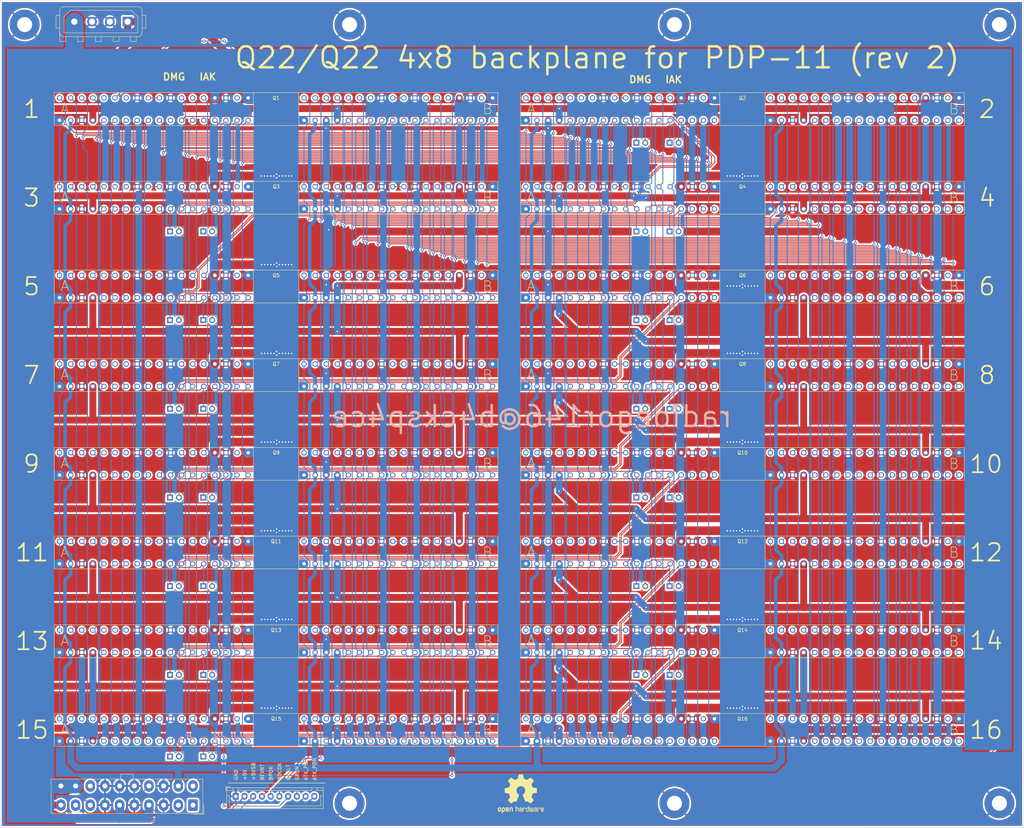
<source format=kicad_pcb>
(kicad_pcb (version 20240108) (generator "pcbnew") (generator_version "8.0")
  (layers (0 "F.Cu" signal) (31 "B.Cu" signal) (34 "B.Paste" user) (35 "F.Paste" user) (36 "B.SilkS" user "B.Silkscreen") (37 "F.SilkS" user "F.Silkscreen") (38 "B.Mask" user) (39 "F.Mask" user) (44 "Edge.Cuts" user))
  (net 0 "")
  (net 1 "/SRUN")
  (net 2 "/BHALT")
  (net 3 "/BDCOK")
  (net 4 "/BPOK")
  (net 5 "/BEVNT")
  (net 6 "/+5")
  (net 7 "/GND")
  (net 9 "/ATX_PG")
  (net 10 "/+12")
  (net 11 "/-12")
  (net 12 "/BDAL00")
  (net 13 "/BDAL01")
  (net 14 "/BDAL02")
  (net 15 "/BDAL03")
  (net 16 "/BDAL04")
  (net 17 "/BDAL05")
  (net 18 "/BDAL06")
  (net 19 "/BDAL07")
  (net 20 "/BDAL08")
  (net 21 "/BDAL09")
  (net 22 "/BDAL10")
  (net 23 "/BDAL11")
  (net 24 "/BDAL12")
  (net 25 "/BDAL13")
  (net 26 "/BDAL14")
  (net 27 "/BDAL15")
  (net 28 "/BDAL16")
  (net 29 "/BDAL17")
  (net 30 "/BDAL18")
  (net 31 "/BDAL19")
  (net 32 "/BDAL20")
  (net 33 "/BDAL21")
  (net 34 "/BIRQ4")
  (net 35 "/BIRQ5")
  (net 36 "/BIRQ6")
  (net 37 "/BIRQ7")
  (net 38 "/BDIN")
  (net 39 "/BDOUT")
  (net 40 "/BSYNC")
  (net 41 "/BWTBT")
  (net 42 "/BBS7")
  (net 43 "/BINIT")
  (net 44 "/BDMR")
  (net 45 "/BREF")
  (net 46 "/BSACK")
  (net 47 "/+5SB")
  (net 48 "/BRPLY")
  (net 52 "Net-(Q1A-MSPAREA)")
  (net 59 "Net-(Q1B-MSPAREB-PadBK1)")
  (net 64 "Net-(Q2A-MSPAREA)")
  (net 65 "Net-(JP2-A)")
  (net 66 "Net-(JP1-A)")
  (net 69 "Net-(Q2B-MSPAREB-PadBK1)")
  (net 74 "Net-(Q3A-MSPAREA)")
  (net 75 "Net-(JP1-B)")
  (net 78 "Net-(Q3B-MSPAREB-PadBK1)")
  (net 83 "Net-(Q4A-MSPAREA)")
  (net 86 "Net-(Q4B-MSPAREB-PadBK1)")
  (net 91 "Net-(Q5A-MSPAREA)")
  (net 94 "Net-(Q5B-MSPAREB-PadBK1)")
  (net 99 "Net-(Q6A-MSPAREA)")
  (net 102 "Net-(Q6B-MSPAREB-PadBK1)")
  (net 107 "Net-(Q7A-MSPAREA)")
  (net 110 "Net-(Q7B-MSPAREB-PadBK1)")
  (net 115 "Net-(Q8A-MSPAREA)")
  (net 118 "Net-(Q8B-MSPAREB-PadBK1)")
  (net 120 "/ATX_PON")
  (net 121 "Net-(JP16-B)")
  (net 122 "Net-(JP15-B)")
  (net 123 "Net-(JP17-A)")
  (net 124 "Net-(JP18-B)")
  (net 125 "Net-(JP16-A)")
  (net 126 "Net-(JP17-B)")
  (net 127 "Net-(JP19-A)")
  (net 128 "Net-(JP18-A)")
  (net 129 "Net-(JP20-B)")
  (net 130 "Net-(JP19-B)")
  (net 131 "Net-(JP20-A)")
  (net 132 "Net-(JP21-A)")
  (net 133 "Net-(JP23-A)")
  (net 134 "Net-(JP21-B)")
  (net 135 "Net-(JP10-A)")
  (net 136 "Net-(JP10-B)")
  (net 137 "Net-(JP11-A)")
  (net 138 "Net-(JP11-B)")
  (net 139 "Net-(JP12-B)")
  (net 140 "Net-(JP12-A)")
  (net 141 "Net-(JP13-A)")
  (net 142 "Net-(JP13-B)")
  (net 143 "Net-(JP14-A)")
  (net 144 "Net-(JP14-B)")
  (net 145 "Net-(JP27-B)")
  (net 146 "Net-(Q9A-MSPAREA)")
  (net 147 "Net-(Q9B-MSPAREB-PadBK1)")
  (net 154 "Net-(Q10B-MSPAREB-PadBK1)")
  (net 157 "Net-(Q10A-MSPAREA)")
  (net 164 "Net-(Q11A-MSPAREA)")
  (net 166 "Net-(Q11B-MSPAREB-PadBK1)")
  (net 170 "Net-(Q12B-MSPAREB-PadBK1)")
  (net 172 "Net-(Q12A-MSPAREA)")
  (net 179 "Net-(Q13A-MSPAREA)")
  (net 184 "Net-(Q13B-MSPAREB-PadBK1)")
  (net 186 "Net-(Q14A-MSPAREA)")
  (net 190 "Net-(Q14B-MSPAREB-PadBK1)")
  (net 194 "Net-(Q15B-MSPAREB-PadBK1)")
  (net 195 "Net-(Q15A-MSPAREA)")
  (net 203 "Net-(Q16A-MSPAREA)")
  (net 205 "Net-(Q16B-MSPAREB-PadBK1)")
  (net 212 "Net-(JP22-A)")
  (net 213 "Net-(JP28-B)")
  (footprint "Connector_PinHeader_2.54mm:PinHeader_1x02_P2.54mm_Vertical" (layer "F.Cu") (at 47.62 -368.173 90)
    (property "Reference" "JP11" (hide yes))
    (property "Value" "DMG")
  )
  (footprint "MountingHole:MountingHole_4.3mm_M4_Pad_TopBottom" (layer "F.Cu") (at 49 -306)
    (property "Reference" "H6" (hide yes))
    (property "Value" "MountingHole_Pad")
  )
  (footprint "Connector_TE-Connectivity:TE_MATE-N-LOK_350211-1_1x04_P5.08mm_Vertical" (layer "F.Cu") (at -107.5436 -529.844 180)
    (property "Reference" "J3" (hide yes))
    (property "Value" "Molex Power")
  )
  (footprint "Used_Symbols:QBus" (layer "F.Cu") (at -127 -431.8)
    (property "Reference" "Q7")
    (property "Value" "Bus_QBUS")
  )
  (footprint "Connector_PinHeader_2.54mm:PinHeader_1x02_P2.54mm_Vertical" (layer "F.Cu") (at 38.095 -342.773 90)
    (property "Reference" "JP14" (hide yes))
    (property "Value" "IAK")
  )
  (footprint "Connector_PinHeader_2.54mm:PinHeader_1x02_P2.54mm_Vertical" (layer "F.Cu") (at -85.857 -342.773 90)
    (property "Reference" "JP25" (hide yes))
    (property "Value" "DMG")
  )
  (footprint "Connector_PinHeader_2.54mm:PinHeader_1x02_P2.54mm_Vertical" (layer "F.Cu") (at -85.857 -418.973 90)
    (property "Reference" "JP19" (hide yes))
    (property "Value" "DMG")
  )
  (footprint "Used_Symbols:QBus" (layer "F.Cu") (at 6.477 -457.2)
    (property "Reference" "Q6")
    (property "Value" "Bus_QBUS")
  )
  (footprint "Used_Symbols:QBus" (layer "F.Cu") (at -127 -482.6)
    (property "Reference" "Q3")
    (property "Value" "Bus_QBUS")
  )
  (footprint "Connector_PinHeader_2.54mm:PinHeader_1x02_P2.54mm_Vertical" (layer "F.Cu") (at 47.62 -342.773 90)
    (property "Reference" "JP13" (hide yes))
    (property "Value" "DMG")
  )
  (footprint "Connector_PinHeader_2.54mm:PinHeader_1x02_P2.54mm_Vertical" (layer "F.Cu") (at 38.095 -469.773 90)
    (property "Reference" "JP4" (hide yes))
    (property "Value" "IAK")
  )
  (footprint "Connector_PinHeader_2.54mm:PinHeader_1x02_P2.54mm_Vertical" (layer "F.Cu") (at 47.62 -418.973 90)
    (property "Reference" "JP7" (hide yes))
    (property "Value" "DMG")
  )
  (footprint "Used_Symbols:QBus" (layer "F.Cu") (at 6.477 -406.4)
    (property "Reference" "Q10")
    (property "Value" "Bus_QBUS")
  )
  (footprint "Used_Symbols:QBus" (layer "F.Cu") (at 6.477 -381)
    (property "Reference" "Q12")
    (property "Value" "Bus_QBUS")
  )
  (footprint "Connector_PinHeader_2.54mm:PinHeader_1x02_P2.54mm_Vertical" (layer "F.Cu") (at 38.095 -393.573 90)
    (property "Reference" "JP10" (hide yes))
    (property "Value" "IAK")
  )
  (footprint "Connector_PinHeader_2.54mm:PinHeader_1x02_P2.54mm_Vertical" (layer "F.Cu") (at 47.62 -393.573 90)
    (property "Reference" "JP9" (hide yes))
    (property "Value" "DMG")
  )
  (footprint "Connector_PinHeader_2.54mm:PinHeader_1x02_P2.54mm_Vertical" (layer "F.Cu") (at -95.382 -319.405 90)
    (property "Reference" "JP28" (hide yes))
    (property "Value" "IAK")
  )
  (footprint "Used_Symbols:QBus" (layer "F.Cu") (at -127 -406.4)
    (property "Reference" "Q9")
    (property "Value" "Bus_QBUS")
  )
  (footprint "Connector_JST:JST_XH_B10B-XH-A_1x10_P2.50mm_Vertical" (layer "F.Cu") (at -76.581 -307.992)
    (property "Reference" "J1" (hide yes))
    (property "Value" "Power Control")
  )
  (footprint "Connector_PinHeader_2.54mm:PinHeader_1x02_P2.54mm_Vertical" (layer "F.Cu") (at -85.857 -469.773 90)
    (property "Reference" "JP15" (hide yes))
    (property "Value" "DMG")
  )
  (footprint "Connector_PinHeader_2.54mm:PinHeader_1x02_P2.54mm_Vertical" (layer "F.Cu") (at 38.095 -495.173 90)
    (property "Reference" "JP2" (hide yes))
    (property "Value" "IAK")
  )
  (footprint "Connector_PinHeader_2.54mm:PinHeader_1x02_P2.54mm_Vertical" (layer "F.Cu") (at -95.382 -418.973 90)
    (property "Reference" "JP20" (hide yes))
    (property "Value" "IAK")
  )
  (footprint "Connector_PinHeader_2.54mm:PinHeader_1x02_P2.54mm_Vertical" (layer "F.Cu") (at -85.857 -319.405 90)
    (property "Reference" "JP27" (hide yes))
    (property "Value" "DMG")
  )
  (footprint "Used_Symbols:QBus" (layer "F.Cu") (at 6.477 -330.2)
    (property "Reference" "Q16")
    (property "Value" "Bus_QBUS")
  )
  (footprint "Connector_PinHeader_2.54mm:PinHeader_1x02_P2.54mm_Vertical" (layer "F.Cu") (at 38.095 -444.373 90)
    (property "Reference" "JP6" (hide yes))
    (property "Value" "IAK")
  )
  (footprint "Used_Symbols:QBus" (layer "F.Cu") (at -127 -330.2)
    (property "Reference" "Q15")
    (property "Value" "Bus_QBUS")
  )
  (footprint "MountingHole:MountingHole_4.3mm_M4_Pad_TopBottom" (layer "F.Cu") (at 49 -529)
    (property "Reference" "H7" (hide yes))
    (property "Value" "MountingHole_Pad")
  )
  (footprint "MountingHole:MountingHole_4.3mm_M4_Pad_TopBottom" (layer "F.Cu") (at 142 -306)
    (property "Reference" "H8" (hide yes))
    (property "Value" "MountingHole_Pad")
  )
  (footprint "MountingHole:MountingHole_4.3mm_M4_Pad_TopBottom" (layer "F.Cu") (at 142 -529)
    (property "Reference" "H3" (hide yes))
    (property "Value" "MountingHole_Pad")
  )
  (footprint "Used_Symbols:QBus" (layer "F.Cu") (at 6.477 -355.6)
    (property "Reference" "Q14")
    (property "Value" "Bus_QBUS")
  )
  (footprint "Used_Symbols:QBus" (layer "F.Cu") (at 6.477 -482.6)
    (property "Reference" "Q4")
    (property "Value" "Bus_QBUS")
  )
  (footprint "Symbol:OSHW-Logo2_14.6x12mm_SilkScreen" (layer "F.Cu") (at 5.0292 -308.7116)
    (property "Reference" "REF**" (hide yes))
    (property "Value" "OSHW-Logo2_14.6x12mm_SilkScreen" (hide yes))
  )
  (footprint "Connector_PinHeader_2.54mm:PinHeader_1x02_P2.54mm_Vertical" (layer "F.Cu") (at 38.095 -418.973 90)
    (property "Reference" "JP8" (hide yes))
    (property "Value" "IAK")
  )
  (footprint "Connector_PinHeader_2.54mm:PinHeader_1x02_P2.54mm_Vertical" (layer "F.Cu") (at -85.857 -444.373 90)
    (property "Reference" "JP17" (hide yes))
    (property "Value" "DMG")
  )
  (footprint "Connector_PinHeader_2.54mm:PinHeader_1x02_P2.54mm_Vertical" (layer "F.Cu") (at 38.095 -368.173 90)
    (property "Reference" "JP12" (hide yes))
    (property "Value" "IAK")
  )
  (footprint "Connector_PinHeader_2.54mm:PinHeader_1x02_P2.54mm_Vertical" (layer "F.Cu") (at -95.382 -444.373 90)
    (property "Reference" "JP18" (hide yes))
    (property "Value" "IAK")
  )
  (footprint "Used_Symbols:QBus" (layer "F.Cu") (at -127 -457.2)
    (property "Reference" "Q5")
    (property "Value" "Bus_QBUS")
  )
  (footprint "MountingHole:MountingHole_4.3mm_M4_Pad_TopBottom" (layer "F.Cu") (at -44 -529)
    (property "Reference" "H5" (hide yes))
    (property "Value" "MountingHole_Pad")
  )
  (footprint "MountingHole:MountingHole_4.3mm_M4_Pad_TopBottom" (layer "F.Cu") (at -44 -306)
    (property "Reference" "H4" (hide yes))
    (property "Value" "MountingHole_Pad")
  )
  (footprint "Connector_PinHeader_2.54mm:PinHeader_1x02_P2.54mm_Vertical" (layer "F.Cu") (at 47.62 -495.173 90)
    (property "Reference" "JP1" (hide yes))
    (property "Value" "DMG")
  )
  (footprint "Connector_PinHeader_2.54mm:PinHeader_1x02_P2.54mm_Vertical" (layer "F.Cu") (at -95.382 -368.173 90)
    (property "Reference" "JP24" (hide yes))
    (property "Value" "IAK")
  )
  (footprint "Connector_PinHeader_2.54mm:PinHeader_1x02_P2.54mm_Vertical" (layer "F.Cu") (at -85.857 -368.173 90)
    (property "Reference" "JP23" (hide yes))
    (property "Value" "DMG")
  )
  (footprint "Connector_PinHeader_2.54mm:PinHeader_1x02_P2.54mm_Vertical" (layer "F.Cu") (at -95.382 -342.773 90)
    (property "Reference" "JP26" (hide yes))
    (property "Value" "IAK")
  )
  (footprint "Used_Symbols:QBus" (layer "F.Cu") (at 6.477 -431.8)
    (property "Reference" "Q8")
    (property "Value" "Bus_QBUS")
  )
  (footprint "Connector_PinHeader_2.54mm:PinHeader_1x02_P2.54mm_Vertical" (layer "F.Cu") (at -95.382 -469.773 90)
    (property "Reference" "JP16" (hide yes))
    (property "Value" "IAK")
  )
  (footprint "Connector_Molex:Molex_Mini-Fit_Jr_5566-20A_2x10_P4.20mm_Vertical" (layer "F.Cu") (at -88.8132 -305.4604 180)
    (property "Reference" "J2" (hide yes))
    (property "Value" "ATX-20")
  )
  (footprint "Used_Symbols:QBus" (layer "F.Cu") (at -127 -355.6)
    (property "Reference" "Q13")
    (property "Value" "Bus_QBUS")
  )
  (footprint "Used_Symbols:QBus" (layer "F.Cu") (at -127 -508)
    (property "Reference" "Q1")
    (property "Value" "Bus_QBUS")
  )
  (footprint "Used_Symbols:QBus" (layer "F.Cu") (at -127 -381)
    (property "Reference" "Q11")
    (property "Value" "Bus_QBUS")
  )
  (footprint "Connector_PinHeader_2.54mm:PinHeader_1x02_P2.54mm_Vertical" (layer "F.Cu") (at -85.857 -393.573 90)
    (property "Reference" "JP21" (hide yes))
    (property "Value" "DMG")
  )
  (footprint "MountingHole:MountingHole_4.3mm_M4_Pad_TopBottom" (layer "F.Cu") (at -137 -529)
    (property "Reference" "H2" (hide yes))
    (property "Value" "MountingHole_Pad")
  )
  (footprint "Used_Symbols:QBus" (layer "F.Cu") (at 6.477 -508)
    (property "Reference" "Q2")
    (property "Value" "Bus_QBUS")
  )
  (footprint "Connector_PinHeader_2.54mm:PinHeader_1x02_P2.54mm_Vertical" (layer "F.Cu") (at 47.62 -444.373 90)
    (property "Reference" "JP5" (hide yes))
    (property "Value" "DMG")
  )
  (footprint "Connector_PinHeader_2.54mm:PinHeader_1x02_P2.54mm_Vertical" (layer "F.Cu") (at 47.62 -469.773 90)
    (property "Reference" "JP3" (hide yes))
    (property "Value" "DMG")
  )
  (footprint "Connector_PinHeader_2.54mm:PinHeader_1x02_P2.54mm_Vertical" (layer "F.Cu") (at -95.382 -393.573 90)
    (property "Reference" "JP22" (hide yes))
    (property "Value" "IAK")
  )
  (gr_circle (center 60.452 -508) (end 62.103 -508) (stroke (width 0.2)) (fill solid) (layer "B.Cu") (net 6))
  (gr_rect (start 62.103 -509.778) (end 74.803 -322.326) (stroke (width 0.2)) (fill solid) (layer "B.Cu") (net 6))
  (gr_rect (start 128.778 -510.286) (end 132.715 -508) (stroke (width 0.2)) (fill solid) (layer "B.Cu") (net 6))
  (gr_rect (start -141.986 -510.54) (end -128.651 -322.326) (stroke (width 0.2)) (fill solid) (layer "B.Cu") (net 6))
  (gr_rect (start -141.986 -521.97) (end 145.415 -509.651) (stroke (width 0.2)) (fill solid) (layer "B.Cu") (net 6))
  (gr_circle (center -3.048 -508) (end -1.397 -508) (stroke (width 0.2)) (fill solid) (layer "B.Cu") (net 6))
  (gr_rect (start 60.579 -512.191) (end 63.246 -506.349) (stroke (width 0.2)) (fill solid) (layer "B.Cu") (net 6))
  (gr_rect (start -141.986 -322.326) (end -128.651 -300.5328) (stroke (width 0.2)) (fill solid) (layer "B.Cu") (net 6))
  (gr_rect (start 130.429 -512.191) (end 133.096 -506.349) (stroke (width 0.2)) (fill solid) (layer "B.Cu") (net 6))
  (gr_rect (start 132.08 -510.286) (end 145.415 -321.31) (stroke (width 0.2)) (fill solid) (layer "B.Cu") (net 6))
  (gr_circle (center -73.025 -508) (end -71.374 -508) (stroke (width 0.2)) (fill solid) (layer "B.Cu") (net 6))
  (gr_rect (start -1.397 -509.651) (end 4.826 -322.326) (stroke (width 0.2)) (fill solid) (layer "B.Cu") (net 6))
  (gr_circle (center -122.7836 -529.844) (end -120.2944 -529.844) (stroke (width 0.2)) (fill solid) (layer "B.Cu") (net 6))
  (gr_circle (center 130.429 -508) (end 132.08 -508) (stroke (width 0.2)) (fill solid) (layer "B.Cu") (net 6))
  (gr_rect (start -71.374 -510.286) (end -58.674 -322.326) (stroke (width 0.2)) (fill solid) (layer "B.Cu") (net 6))
  (gr_rect (start -73.025 -512.191) (end -70.358 -506.349) (stroke (width 0.2)) (fill solid) (layer "B.Cu") (net 6))
  (gr_rect (start -74.676 -510.286) (end -70.739 -508) (stroke (width 0.2)) (fill solid) (layer "B.Cu") (net 6))
  (gr_rect (start -3.1115 -512.191) (end -0.4445 -506.349) (stroke (width 0.2)) (fill solid) (layer "B.Cu") (net 6))
  (gr_circle (center -122.4026 -310.9722) (end -120.37056 -310.9722) (stroke (width 0.2)) (fill solid) (layer "B.Cu") (net 6))
  (gr_rect (start 58.801 -510.413) (end 62.738 -508.127) (stroke (width 0.2)) (fill solid) (layer "B.Cu") (net 6))
  (gr_rect (start -125.2728 -529.844) (end -120.2944 -521.6652) (stroke (width 0.2)) (fill solid) (layer "B.Cu") (net 6))
  (gr_rect (start -4.699 -510.286) (end -0.762 -508) (stroke (width 0.2)) (fill solid) (layer "B.Cu") (net 6))
  (gr_rect (start -129.0828 -313.004239) (end -122.4026 -308.9402) (stroke (width 0.2)) (fill solid) (layer "B.Cu") (net 6))
  (gr_line (start -78.613 -311.785) (end -50.927 -311.785) (stroke (width 0.15)) (layer "F.SilkS"))
  (gr_rect (start -144 -536) (end 149 -299) (stroke (width 0.1)) (fill none) (layer "Edge.Cuts"))
  (gr_text "radioegor146@b4cksp4ce" (at -49.784 -413.258 -0) (layer "B.SilkS") (effects (font (size 6 6) (thickness 0.7)) (justify right bottom mirror)))
  (gr_text "Q22/Q22 4x8 backplane for PDP-11 (rev 2)" (at 131.064 -516 0) (layer "F.SilkS") (effects (font (size 6 6) (thickness 0.7)) (justify right bottom)))
  (gr_text "BPOK" (at -66.5 -312.5 90) (layer "F.SilkS") (effects (font (size 1 1)) (justify left)))
  (gr_text "13 " (at -125.984 -352.4 0) (layer "F.SilkS") (effects (font (size 5 5) (thickness 0.5)) (justify right)))
  (gr_text " 2" (at 131.927 -504.8 0) (layer "F.SilkS") (effects (font (size 5 5) (thickness 0.5)) (justify left)))
  (gr_text "SRUN" (at -59 -312.5 90) (layer "F.SilkS") (effects (font (size 1 1)) (justify left)))
  (gr_text "DMG" (at 39.2176 -512.1148 0) (layer "F.SilkS") (effects (font (size 2 2) (thickness 0.4) (bold yes)) (justify bottom)))
  (gr_text "+5V" (at -74 -312.5 90) (layer "F.SilkS") (effects (font (size 1 1)) (justify left)))
  (gr_text " 6" (at 131.927 -454 0) (layer "F.SilkS") (effects (font (size 5 5) (thickness 0.5)) (justify left)))
  (gr_text "ATX_PON" (at -54 -312.5 90) (layer "F.SilkS") (effects (font (size 1 1)) (justify left)))
  (gr_text " 12" (at 129.286 -377.8 0) (layer "F.SilkS") (effects (font (size 5 5) (thickness 0.5)) (justify left)))
  (gr_text " 16" (at 129.286 -327 0) (layer "F.SilkS") (effects (font (size 5 5) (thickness 0.5)) (justify left)))
  (gr_text "BDCOK" (at -64 -312.5 90) (layer "F.SilkS") (effects (font (size 1 1)) (justify left)))
  (gr_text "BHALT" (at -61.5 -312.5 90) (layer "F.SilkS") (effects (font (size 1 1)) (justify left)))
  (gr_text "IAK" (at -84.582 -512.8768 0) (layer "F.SilkS") (effects (font (size 2 2) (thickness 0.4) (bold yes)) (justify bottom)))
  (gr_text "3 " (at -128.5 -479.4 0) (layer "F.SilkS") (effects (font (size 5 5) (thickness 0.5)) (justify right)))
  (gr_text " 14" (at 129.286 -352.552 0) (layer "F.SilkS") (effects (font (size 5 5) (thickness 0.5)) (justify left)))
  (gr_text "IAK" (at 48.768 -512.1148 0) (layer "F.SilkS") (effects (font (size 2 2) (thickness 0.4) (bold yes)) (justify bottom)))
  (gr_text " 8" (at 131.927 -428.6 0) (layer "F.SilkS") (effects (font (size 5 5) (thickness 0.5)) (justify left)))
  (gr_text "11 " (at -125.984 -377.8 0) (layer "F.SilkS") (effects (font (size 5 5) (thickness 0.5)) (justify right)))
  (gr_text "GND" (at -76.5 -312.5 90) (layer "F.SilkS") (effects (font (size 1 1)) (justify left)))
  (gr_text "7 " (at -128.5 -428.6 0) (layer "F.SilkS") (effects (font (size 5 5) (thickness 0.5)) (justify right)))
  (gr_text " 4" (at 131.927 -479.4 0) (layer "F.SilkS") (effects (font (size 5 5) (thickness 0.5)) (justify left)))
  (gr_text "15 " (at -125.984 -327 0) (layer "F.SilkS") (effects (font (size 5 5) (thickness 0.5)) (justify right)))
  (gr_text "ATX_PG" (at -56.5 -312.5 90) (layer "F.SilkS") (effects (font (size 1 1)) (justify left)))
  (gr_text "BEVNT" (at -69 -312.5 90) (layer "F.SilkS") (effects (font (size 1 1)) (justify left)))
  (gr_text "1 " (at -128.5 -504.8 0) (layer "F.SilkS") (effects (font (size 5 5) (thickness 0.5)) (justify right)))
  (gr_text "5 " (at -128.5 -454 0) (layer "F.SilkS") (effects (font (size 5 5) (thickness 0.5)) (justify right)))
  (gr_text "DMG" (at -94.234 -512.8768 0) (layer "F.SilkS") (effects (font (size 2 2) (thickness 0.4) (bold yes)) (justify bottom)))
  (gr_text "9 " (at -128.5 -403.2 0) (layer "F.SilkS") (effects (font (size 5 5) (thickness 0.5)) (justify right)))
  (gr_text " 10" (at 129.286 -403.098 0) (layer "F.SilkS") (effects (font (size 5 5) (thickness 0.5)) (justify left)))
  (gr_text "+5VSB" (at -71.5 -312.5 90) (layer "F.SilkS") (effects (font (size 1 1)) (justify left)))
  (segment (start -79.8322 -524.3068) (end -71.8566 -516.3312) (width 0.25) (layer "F.Cu") (net 1))
  (segment (start -59.081 -310.2604) (end -59.081 -307.992) (width 0.25) (layer "F.Cu") (net 1))
  (segment (start -94.8436 -524.2814) (end -111.125 -508) (width 0.25) (layer "F.Cu") (net 1))
  (segment (start 131.3688 -312.1914) (end -57.15 -312.1914) (width 0.25) (layer "F.Cu") (net 1))
  (segment (start 141.2494 -322.072) (end 131.3688 -312.1914) (width 0.25) (layer "F.Cu") (net 1))
  (segment (start 141.2494 -515.0612) (end 141.2494 -322.072) (width 0.25) (layer "F.Cu") (net 1))
  (segment (start -57.15 -312.1914) (end -59.081 -310.2604) (width 0.25) (layer "F.Cu") (net 1))
  (segment (start -71.8566 -516.3312) (end 139.9794 -516.3312) (width 0.25) (layer "F.Cu") (net 1))
  (segment (start -85.6234 -524.2814) (end -94.8436 -524.2814) (width 0.25) (layer "F.Cu") (net 1))
  (segment (start 139.9794 -516.3312) (end 141.2494 -515.0612) (width 0.25) (layer "F.Cu") (net 1))
  (via (at -79.8322 -524.3068) (size 0.8) (drill 0.4) (layers "F.Cu" "B.Cu") (net 1))
  (via (at -85.6234 -524.2814) (size 0.8) (drill 0.4) (layers "F.Cu" "B.Cu") (net 1))
  (segment (start -79.8322 -524.3068) (end -79.8576 -524.2814) (width 0.25) (layer "B.Cu") (net 1))
  (segment (start -79.8576 -524.2814) (end -85.6234 -524.2814) (width 0.25) (layer "B.Cu") (net 1))
  (segment (start -79.9846 -319.3796) (end -79.9846 -318.8716) (width 0.25) (layer "F.Cu") (net 2))
  (segment (start -87.813 -491.183) (end -87.538 -491.458) (width 0.25) (layer "F.Cu") (net 2))
  (segment (start -87.538 -491.458) (end 45.389 -491.458) (width 0.25) (layer "F.Cu") (net 2))
  (segment (start -79.9846 -318.8716) (end -79.9846 -305.181) (width 0.25) (layer "F.Cu") (net 2))
  (segment (start 45.389 -491.458) (end 45.664 -491.733) (width 0.25) (layer "F.Cu") (net 2))
  (via (at -79.9846 -305.181) (size 0.8) (drill 0.4) (layers "F.Cu" "B.Cu") (net 2))
  (via (at -79.9846 -319.3796) (size 0.8) (drill 0.4) (layers "F.Cu" "B.Cu") (net 2))
  (via (at -87.813 -491.183) (size 0.8) (drill 0.4) (layers "F.Cu" "B.Cu") (net 2))
  (via (at 45.664 -491.733) (size 0.8) (drill 0.4) (layers "F.Cu" "B.Cu") (net 2))
  (segment (start 45.664 -432.887) (end 45.664 -456.113) (width 0.25) (layer "B.Cu") (net 2))
  (segment (start -81.0006 -324.5612) (end -81.0006 -322.2244) (width 0.25) (layer "B.Cu") (net 2))
  (segment (start -88.9 -431.8) (end -87.813 -430.713) (width 0.25) (layer "B.Cu") (net 2))
  (segment (start -87.813 -458.287) (end -88.9 -457.2) (width 0.25) (layer "B.Cu") (net 2))
  (segment (start 45.664 -356.687) (end 44.577 -355.6) (width 0.25) (layer "B.Cu") (net 2))
  (segment (start -87.813 -432.887) (end -87.813 -456.113) (width 0.25) (layer "B.Cu") (net 2))
  (segment (start 44.577 -508) (end 45.664 -506.913) (width 0.25) (layer "B.Cu") (net 2))
  (segment (start 44.577 -406.4) (end 45.664 -405.313) (width 0.25) (layer "B.Cu") (net 2))
  (segment (start -87.813 -356.687) (end -88.9 -355.6) (width 0.25) (layer "B.Cu") (net 2))
  (segment (start -88.9 -330.2) (end -86.9442 -328.2442) (width 0.25) (layer "B.Cu") (net 2))
  (segment (start 45.664 -458.287) (end 44.577 -457.2) (width 0.25) (layer "B.Cu") (net 2))
  (segment (start -88.9 -406.4) (end -87.813 -405.313) (width 0.25) (layer "B.Cu") (net 2))
  (segment (start 44.577 -431.8) (end 45.664 -430.713) (width 0.25) (layer "B.Cu") (net 2))
  (segment (start -88.9 -355.6) (end -87.813 -354.513) (width 0.25) (layer "B.Cu") (net 2))
  (segment (start 45.664 -430.713) (end 45.664 -407.487) (width 0.25) (layer "B.Cu") (net 2))
  (segment (start 44.577 -431.8) (end 45.664 -432.887) (width 0.25) (layer "B.Cu") (net 2))
  (segment (start -87.813 -405.313) (end -87.813 -382.087) (width 0.25) (layer "B.Cu") (net 2))
  (segment (start -87.813 -331.287) (end -88.9 -330.2) (width 0.25) (layer "B.Cu") (net 2))
  (segment (start -87.813 -430.713) (end -87.813 -407.487) (width 0.25) (layer "B.Cu") (net 2))
  (segment (start -79.9846 -305.181) (end -64.0588 -305.181) (width 0.25) (layer "B.Cu") (net 2))
  (segment (start 45.664 -481.513) (end 45.664 -458.287) (width 0.25) (layer "B.Cu") (net 2))
  (segment (start -79.9846 -321.2084) (end -79.9846 -319.3796) (width 0.25) (layer "B.Cu") (net 2))
  (segment (start -87.813 -456.113) (end -88.9 -457.2) (width 0.25) (layer "B.Cu") (net 2))
  (segment (start -87.813 -382.087) (end -88.9 -381) (width 0.25) (layer "B.Cu") (net 2))
  (segment (start -87.813 -491.183) (end -87.813 -483.687) (width 0.25) (layer "B.Cu") (net 2))
  (segment (start -87.813 -481.513) (end -87.813 -458.287) (width 0.25) (layer "B.Cu") (net 2))
  (segment (start -81.0006 -322.2244) (end -79.9846 -321.2084) (width 0.25) (layer "B.Cu") (net 2))
  (segment (start -87.813 -354.513) (end -87.813 -331.287) (width 0.25) (layer "B.Cu") (net 2))
  (segment (start 44.577 -482.6) (end 45.664 -481.513) (width 0.25) (layer "B.Cu") (net 2))
  (segment (start 45.664 -382.087) (end 44.577 -381) (width 0.25) (layer "B.Cu") (net 2))
  (segment (start 45.664 -483.687) (end 44.577 -482.6) (width 0.25) (layer "B.Cu") (net 2))
  (segment (start 45.664 -405.313) (end 45.664 -382.087) (width 0.25) (layer "B.Cu") (net 2))
  (segment (start -87.813 -407.487) (end -88.9 -406.4) (width 0.25) (layer "B.Cu") (net 2))
  (segment (start -64.0588 -305.181) (end -61.3156 -307.9242) (width 0.25) (layer "B.Cu") (net 2))
  (segment (start 45.664 -407.487) (end 44.577 -406.4) (width 0.25) (layer "B.Cu") (net 2))
  (segment (start 45.664 -354.513) (end 45.664 -331.287) (width 0.25) (layer "B.Cu") (net 2))
  (segment (start -88.9 -482.6) (end -87.813 -481.513) (width 0.25) (layer "B.Cu") (net 2))
  (segment (start 45.664 -506.913) (end 45.664 -483.687) (width 0.25) (layer "B.Cu") (net 2))
  (segment (start 45.664 -331.287) (end 44.577 -330.2) (width 0.25) (layer "B.Cu") (net 2))
  (segment (start 44.577 -355.6) (end 45.664 -354.513) (width 0.25) (layer "B.Cu") (net 2))
  (segment (start -88.9 -381) (end -87.813 -379.913) (width 0.25) (layer "B.Cu") (net 2))
  (segment (start -84.6836 -328.2442) (end -81.0006 -324.5612) (width 0.25) (layer "B.Cu") (net 2))
  (segment (start -86.9442 -328.2442) (end -84.6836 -328.2442) (width 0.25) (layer "B.Cu") (net 2))
  (segment (start -87.813 -491.183) (end -87.813 -506.913) (width 0.25) (layer "B.Cu") (net 2))
  (segment (start -87.813 -483.687) (end -88.9 -482.6) (width 0.25) (layer "B.Cu") (net 2))
  (segment (start -87.813 -379.913) (end -87.813 -356.687) (width 0.25) (layer "B.Cu") (net 2))
  (segment (start -88.9 -431.8) (end -87.813 -432.887) (width 0.25) (layer "B.Cu") (net 2))
  (segment (start 45.664 -456.113) (end 44.577 -457.2) (width 0.25) (layer "B.Cu") (net 2))
  (segment (start -87.813 -506.913) (end -88.9 -508) (width 0.25) (layer "B.Cu") (net 2))
  (segment (start 45.664 -379.913) (end 45.664 -356.687) (width 0.25) (layer "B.Cu") (net 2))
  (segment (start 44.577 -381) (end 45.664 -379.913) (width 0.25) (layer "B.Cu") (net 2))
  (segment (start -56.9468 -318.172) (end -64.081 -311.0378) (width 0.25) (layer "F.Cu") (net 3))
  (segment (start -55.065 -473.763) (end -55.372 -473.456) (width 0.25) (layer "F.Cu") (net 3))
  (segment (start -64.081 -311.0378) (end -64.081 -307.992) (width 0.25) (layer "F.Cu") (net 3))
  (segment (start 76.507 -473.763) (end -55.065 -473.763) (width 0.25) (layer "F.Cu") (net 3))
  (segment (start 78.105 -475.361) (end 76.507 -473.763) (width 0.25) (layer "F.Cu") (net 3))
  (via (at -56.9468 -318.172) (size 0.8) (drill 0.4) (layers "F.Cu" "B.Cu") (net 3))
  (via (at -55.372 -473.456) (size 0.8) (drill 0.4) (layers "F.Cu" "B.Cu") (net 3))
  (via (at 78.105 -475.361) (size 0.8) (drill 0.4) (layers "F.Cu" "B.Cu") (net 3))
  (segment (start 76.452 -397.4572) (end 76.452 -381) (width 0.25) (layer "B.Cu") (net 3))
  (segment (start -55.3466 -325.4502) (end -57.025 -327.1286) (width 0.25) (layer "B.Cu") (net 3))
  (segment (start 78.105 -400.939) (end 78.105 -399.1102) (width 0.25) (layer "B.Cu") (net 3))
  (segment (start -56.9468 -318.172) (end -55.3466 -319.7722) (width 0.25) (layer "B.Cu") (net 3))
  (segment (start 76.452 -427.9666) (end 78.105 -426.3136) (width 0.25) (layer "B.Cu") (net 3))
  (segment (start -57.0484 -431.8234) (end -57.025 -431.8) (width 0.25) (layer "B.Cu") (net 3))
  (segment (start -57.025 -402.3126) (end -55.372 -400.6596) (width 0.25) (layer "B.Cu") (net 3))
  (segment (start 78.105 -426.3136) (end 78.105 -424.5102) (width 0.25) (layer "B.Cu") (net 3))
  (segment (start -57.025 -453.0364) (end -55.372 -451.3834) (width 0.25) (layer "B.Cu") (net 3))
  (segment (start -55.372 -424.7388) (end -57.025 -423.0858) (width 0.25) (layer "B.Cu") (net 3))
  (segment (start -55.372 -426.0088) (end -55.372 -424.7388) (width 0.25) (layer "B.Cu") (net 3))
  (segment (start -57.0484 -448.5132) (end -57.0484 -431.8234) (width 0.25) (layer "B.Cu") (net 3))
  (segment (start 76.452 -508) (end 78.105 -506.347) (width 0.25) (layer "B.Cu") (net 3))
  (segment (start -57.025 -508) (end -55.372 -506.347) (width 0.25) (layer "B.Cu") (net 3))
  (segment (start 78.105 -449.9102) (end 76.452 -448.2572) (width 0.25) (layer "B.Cu") (net 3))
  (segment (start -55.372 -399.2372) (end -57.025 -397.5842) (width 0.25) (layer "B.Cu") (net 3))
  (segment (start -57.025 -346.6826) (end -57.025 -330.2) (width 0.25) (layer "B.Cu") (net 3))
  (segment (start -57.025 -423.0858) (end -57.025 -406.4) (width 0.25) (layer "B.Cu") (net 3))
  (segment (start -57.025 -431.8) (end -57.025 -427.6618) (width 0.25) (layer "B.Cu") (net 3))
  (segment (start 76.452 -422.8572) (end 76.452 -406.4) (width 0.25) (layer "B.Cu") (net 3))
  (segment (start -55.3466 -319.7722) (end -55.3466 -325.4502) (width 0.25) (layer "B.Cu") (net 3))
  (segment (start -57.025 -482.6) (end -57.025 -478.4618) (width 0.25) (layer "B.Cu") (net 3))
  (segment (start 76.452 -457.2) (end 76.452 -453.392) (width 0.25) (layer "B.Cu") (net 3))
  (segment (start 78.105 -477.1136) (end 76.452 -478.7666) (width 0.25) (layer "B.Cu") (net 3))
  (segment (start 78.105 -350.139) (end 78.105 -348.2848) (width 0.25) (layer "B.Cu") (net 3))
  (segment (start 76.452 -402.592) (end 78.105 -400.939) (width 0.25) (layer "B.Cu") (net 3))
  (segment (start 78.105 -375.5136) (end 78.105 -373.6848) (width 0.25) (layer "B.Cu") (net 3))
  (segment (start -57.025 -327.1286) (end -57.025 -330.2) (width 0.25) (layer "B.Cu") (net 3))
  (segment (start -55.372 -473.456) (end -57.025 -471.803) (width 0.25) (layer "B.Cu") (net 3))
  (segment (start -55.372 -506.347) (end -55.372 -501.025614) (width 0.25) (layer "B.Cu") (net 3))
  (segment (start -57.025 -478.4618) (end -55.372 -476.8088) (width 0.25) (layer "B.Cu") (net 3))
  (segment (start -55.372 -400.6596) (end -55.372 -399.2372) (width 0.25) (layer "B.Cu") (net 3))
  (segment (start 76.452 -473.708) (end 76.452 -457.2) (width 0.25) (layer "B.Cu") (net 3))
  (segment (start -57.025 -471.803) (end -57.025 -457.2) (width 0.25) (layer "B.Cu") (net 3))
  (segment (start -57.025 -355.6) (end -57.025 -351.4618) (width 0.25) (layer "B.Cu") (net 3))
  (segment (start 78.105 -451.739) (end 78.105 -449.9102) (width 0.25) (layer "B.Cu") (net 3))
  (segment (start -57.025 -397.5842) (end -57.025 -381) (width 0.25) (layer "B.Cu") (net 3))
  (segment (start -57.025 -406.4) (end -57.025 -402.3126) (width 0.25) (layer "B.Cu") (net 3))
  (segment (start 78.105 -475.361) (end 78.105 -477.1136) (width 0.25) (layer "B.Cu") (net 3))
  (segment (start -57.025 -457.2) (end -57.025 -453.0364) (width 0.25) (layer "B.Cu") (net 3))
  (segment (start -55.372 -501.025614) (end -57.025 -499.372614) (width 0.25) (layer "B.Cu") (net 3))
  (segment (start 76.4286 -330.2234) (end 76.452 -330.2) (width 0.25) (layer "B.Cu") (net 3))
  (segment (start 78.105 -399.1102) (end 76.452 -397.4572) (width 0.25) (layer "B.Cu") (net 3))
  (segment (start 76.452 -448.2572) (end 76.452 -431.8) (width 0.25) (layer "B.Cu") (net 3))
  (segment (start -55.372 -451.3834) (end -55.372 -450.1896) (width 0.25) (layer "B.Cu") (net 3))
  (segment (start -57.025 -376.9634) (end -55.372 -375.3104) (width 0.25) (layer "B.Cu") (net 3))
  (segment (start 76.452 -431.8) (end 76.452 -427.9666) (width 0.25) (layer "B.Cu") (net 3))
  (segment (start 78.105 -373.6848) (end 76.452 -372.0318) (width 0.25) (layer "B.Cu") (net 3))
  (segment (start -55.372 -348.3356) (end -57.025 -346.6826) (width 0.25) (layer "B.Cu") (net 3))
  (segment (start 76.452 -453.392) (end 78.105 -451.739) (width 0.25) (layer "B.Cu") (net 3))
  (segment (start 78.105 -500.6594) (end 76.452 -499.0064) (width 0.25) (layer "B.Cu") (net 3))
  (segment (start 76.4286 -346.6084) (end 76.4286 -330.2234) (width 0.25) (layer "B.Cu") (net 3))
  (segment (start 78.105 -506.347) (end 78.105 -500.6594) (width 0.25) (layer "B.Cu") (net 3))
  (segment (start 78.105 -424.5102) (end 76.452 -422.8572) (width 0.25) (layer "B.Cu") (net 3))
  (segment (start 76.452 -406.4) (end 76.452 -402.592) (width 0.25) (layer "B.Cu") (net 3))
  (segment (start -55.372 -375.3104) (end -55.372 -373.8372) (width 0.25) (layer "B.Cu") (net 3))
  (segment (start 76.452 -351.792) (end 78.105 -350.139) (width 0.25) (layer "B.Cu") (net 3))
  (segment (start -57.025 -381) (end -57.025 -376.9634) (width 0.25) (layer "B.Cu") (net 3))
  (segment (start -55.372 -450.1896) (end -57.0484 -448.5132) (width 0.25) (layer "B.Cu") (net 3))
  (segment (start -55.372 -349.8088) (end -55.372 -348.3356) (width 0.25) (layer "B.Cu") (net 3))
  (segment (start -55.372 -476.8088) (end -55.372 -473.456) (width 0.25) (layer "B.Cu") (net 3))
  (segment (start 76.452 -478.7666) (end 76.452 -482.6) (width 0.25) (layer "B.Cu") (net 3))
  (segment (start 78.105 -348.2848) (end 76.4286 -346.6084) (width 0.25) (layer "B.Cu") (net 3))
  (segment (start -57.025 -372.1842) (end -57.025 -355.6) (width 0.25) (layer "B.Cu") (net 3))
  (segment (start 76.452 -377.1666) (end 78.105 -375.5136) (width 0.25) (layer "B.Cu") (net 3))
  (segment (start 78.105 -475.361) (end 76.452 -473.708) (width 0.25) (layer "B.Cu") (net 3))
  (segment (start 76.452 -372.0318) (end 76.452 -355.6) (width 0.25) (layer "B.Cu") (net 3))
  (segment (start 76.452 -499.0064) (end 76.452 -482.6) (width 0.25) (layer "B.Cu") (net 3))
  (segment (start -55.372 -373.8372) (end -57.025 -372.1842) (width 0.25) (layer "B.Cu") (net 3))
  (segment (start 76.452 -381) (end 76.452 -377.1666) (width 0.25) (layer "B.Cu") (net 3))
  (segment (start -57.025 -351.4618) (end -55.372 -349.8088) (width 0.25) (layer "B.Cu") (net 3))
  (segment (start -57.025 -427.6618) (end -55.372 -426.0088) (width 0.25) (layer "B.Cu") (net 3))
  (segment (start 76.452 -355.6) (end 76.452 -351.792) (width 0.25) (layer "B.Cu") (net 3))
  (segment (start -57.025 -499.372614) (end -57.025 -482.6) (width 0.25) (layer "B.Cu") (net 3))
  (segment (start -51.922 -473.313) (end -52.197 -473.038) (width 0.25) (layer "F.Cu") (net 4))
  (segment (start -52.2224 -318.897) (end -57.2516 -318.897) (width 0.25) (layer "F.Cu") (net 4))
  (segment (start -57.2516 -318.897) (end -66.581 -309.5676) (width 0.25) (layer "F.Cu") (net 4))
  (segment (start 81.28 -473.588) (end 81.005 -473.313) (width 0.25) (layer "F.Cu") (net 4))
  (segment (start 81.005 -473.313) (end -51.922 -473.313) (width 0.25) (layer "F.Cu") (net 4))
  (segment (start -66.581 -309.5676) (end -66.581 -307.992) (width 0.25) (layer "F.Cu") (net 4))
  (via (at -52.2224 -318.897) (size 0.8) (drill 0.4) (layers "F.Cu" "B.Cu") (net 4))
  (via (at -52.197 -473.038) (size 0.8) (drill 0.4) (layers "F.Cu" "B.Cu") (net 4))
  (via (at 81.28 -473.588) (size 0.8) (drill 0.4) (layers "F.Cu" "B.Cu") (net 4))
  (segment (start -52.197 -484.253) (end -52.197 -506.347) (width 0.25) (layer "B.Cu") (net 4))
  (segment (start 79.627 -482.6) (end 81.28 -484.253) (width 0.25) (layer "B.Cu") (net 4))
  (segment (start -53.85 -381) (end -52.197 -379.347) (width 0.25) (layer "B.Cu") (net 4))
  (segment (start -53.85 -431.8) (end -52.197 -430.147) (width 0.25) (layer "B.Cu") (net 4))
  (segment (start -53.85 -406.4) (end -52.197 -404.747) (width 0.25) (layer "B.Cu") (net 4))
  (segment (start -52.197 -480.947) (end -52.197 -458.853) (width 0.25) (layer "B.Cu") (net 4))
  (segment (start 81.28 -455.547) (end 81.28 -433.453) (width 0.25) (layer "B.Cu") (net 4))
  (segment (start 81.28 -353.947) (end 81.28 -331.853) (width 0.25) (layer "B.Cu") (net 4))
  (segment (start 81.28 -484.253) (end 81.28 -506.347) (width 0.25) (layer "B.Cu") (net 4))
  (segment (start -52.2224 -318.897) (end -52.2224 -328.5724) (width 0.25) (layer "B.Cu") (net 4))
  (segment (start -53.85 -457.2) (end -52.197 -455.547) (width 0.25) (layer "B.Cu") (net 4))
  (segment (start -52.197 -331.853) (end -53.85 -330.2) (width 0.25) (layer "B.Cu") (net 4))
  (segment (start 81.28 -433.453) (end 79.627 -431.8) (width 0.25) (layer "B.Cu") (net 4))
  (segment (start -52.197 -357.253) (end -53.85 -355.6) (width 0.25) (layer "B.Cu") (net 4))
  (segment (start 81.28 -408.053) (end 79.627 -406.4) (width 0.25) (layer "B.Cu") (net 4))
  (segment (start 81.28 -480.947) (end 79.627 -482.6) (width 0.25) (layer "B.Cu") (net 4))
  (segment (start -52.197 -455.547) (end -52.197 -433.453) (width 0.25) (layer "B.Cu") (net 4))
  (segment (start -52.197 -408.053) (end -53.85 -406.4) (width 0.25) (layer "B.Cu") (net 4))
  (segment (start -52.197 -382.653) (end -53.85 -381) (width 0.25) (layer "B.Cu") (net 4))
  (segment (start -52.197 -404.747) (end -52.197 -382.653) (width 0.25) (layer "B.Cu") (net 4))
  (segment (start 81.28 -379.347) (end 81.28 -357.253) (width 0.25) (layer "B.Cu") (net 4))
  (segment (start 81.28 -473.588) (end 81.28 -480.947) (width 0.25) (layer "B.Cu") (net 4))
  (segment (start 79.627 -355.6) (end 81.28 -353.947) (width 0.25) (layer "B.Cu") (net 4))
  (segment (start 81.28 -430.147) (end 81.28 -408.053) (width 0.25) (layer "B.Cu") (net 4))
  (segment (start 81.28 -357.253) (end 79.627 -355.6) (width 0.25) (layer "B.Cu") (net 4))
  (segment (start -53.85 -482.6) (end -52.197 -480.947) (width 0.25) (layer "B.Cu") (net 4))
  (segment (start 81.28 -458.853) (end 79.627 -457.2) (width 0.25) (layer "B.Cu") (net 4))
  (segment (start -52.197 -353.947) (end -52.197 -331.853) (width 0.25) (layer "B.Cu") (net 4))
  (segment (start 81.28 -331.853) (end 79.627 -330.2) (width 0.25) (layer "B.Cu") (net 4))
  (segment (start 81.28 -382.653) (end 79.627 -381) (width 0.25) (layer "B.Cu") (net 4))
  (segment (start 79.627 -457.2) (end 81.28 -455.547) (width 0.25) (layer "B.Cu") (net 4))
  (segment (start -52.197 -379.347) (end -52.197 -357.253) (width 0.25) (layer "B.Cu") (net 4))
  (segment (start -52.197 -458.853) (end -53.85 -457.2) (width 0.25) (layer "B.Cu") (net 4))
  (segment (start -53.85 -482.6) (end -52.197 -484.253) (width 0.25) (layer "B.Cu") (net 4))
  (segment (start 81.28 -473.588) (end 81.28 -458.853) (width 0.25) (layer "B.Cu") (net 4))
  (segment (start 81.28 -404.747) (end 81.28 -382.653) (width 0.25) (layer "B.Cu") (net 4))
  (segment (start -52.197 -430.147) (end -52.197 -408.053) (width 0.25) (layer "B.Cu") (net 4))
  (segment (start 79.627 -406.4) (end 81.28 -404.747) (width 0.25) (layer "B.Cu") (net 4))
  (segment (start 79.627 -431.8) (end 81.28 -430.147) (width 0.25) (layer "B.Cu") (net 4))
  (segment (start -52.197 -506.347) (end -53.85 -508) (width 0.25) (layer "B.Cu") (net 4))
  (segment (start -52.197 -433.453) (end -53.85 -431.8) (width 0.25) (layer "B.Cu") (net 4))
  (segment (start -52.2224 -328.5724) (end -53.85 -330.2) (width 0.25) (layer "B.Cu") (net 4))
  (segment (start 81.28 -506.347) (end 79.627 -508) (width 0.25) (layer "B.Cu") (net 4))
  (segment (start 79.627 -381) (end 81.28 -379.347) (width 0.25) (layer "B.Cu") (net 4))
  (segment (start -53.85 -355.6) (end -52.197 -353.947) (width 0.25) (layer "B.Cu") (net 4))
  (segment (start -14.6558 -318.4398) (end -14.6558 -313.944) (width 0.25) (layer "F.Cu") (net 5))
  (segment (start 118.814 -462.87) (end 118.539 -462.595) (width 0.25) (layer "F.Cu") (net 5))
  (segment (start 118.539 -462.595) (end -14.388 -462.595) (width 0.25) (layer "F.Cu") (net 5))
  (segment (start -14.388 -462.595) (end -14.663 -462.32) (width 0.25) (layer "F.Cu") (net 5))
  (via (at -14.6558 -318.4398) (size 0.8) (drill 0.4) (layers "F.Cu" "B.Cu") (net 5))
  (via (at -14.663 -462.32) (size 0.8) (drill 0.4) (layers "F.Cu" "B.Cu") (net 5))
  (via (at -14.6558 -313.944) (size 0.8) (drill 0.4) (layers "F.Cu" "B.Cu") (net 5))
  (via (at 118.814 -462.87) (size 0.8) (drill 0.4) (layers "F.Cu" "B.Cu") (net 5))
  (segment (start -14.663 -407.487) (end -15.75 -406.4) (width 0.25) (layer "B.Cu") (net 5))
  (segment (start -15.75 -330.2) (end -14.663 -329.113) (width 0.25) (layer "B.Cu") (net 5))
  (segment (start -14.663 -356.687) (end -15.75 -355.6) (width 0.25) (layer "B.Cu") (net 5))
  (segment (start 118.814 -462.87) (end 118.814 -458.287) (width 0.25) (layer "B.Cu") (net 5))
  (segment (start 117.727 -381) (end 118.814 -379.913) (width 0.25) (layer "B.Cu") (net 5))
  (segment (start -14.605 -483.745) (end -14.605 -506.855) (width 0.25) (layer "B.Cu") (net 5))
  (segment (start -14.663 -460.502) (end -14.663 -458.287) (width 0.25) (layer "B.Cu") (net 5))
  (segment (start 118.814 -458.287) (end 117.727 -457.2) (width 0.25) (layer "B.Cu") (net 5))
  (segment (start -15.75 -482.6) (end -14.663 -481.513) (width 0.25) (layer "B.Cu") (net 5))
  (segment (start -14.663 -329.113) (end -14.663 -318.447) (width 0.25) (layer "B.Cu") (net 5))
  (segment (start -14.663 -432.887) (end -15.75 -431.8) (width 0.25) (layer "B.Cu") (net 5))
  (segment (start -14.663 -354.513) (end -14.663 -331.287) (width 0.25) (layer "B.Cu") (net 5))
  (segment (start -14.663 -458.287) (end -15.75 -457.2) (width 0.25) (layer "B.Cu") (net 5))
  (segment (start 118.814 -462.87) (end 118.814 -481.513) (width 0.25) (layer "B.Cu") (net 5))
  (segment (start -15.75 -381) (end -14.663 -379.913) (width 0.25) (layer "B.Cu") (net 5))
  (segment (start 118.814 -432.887) (end 117.727 -431.8) (width 0.25) (layer "B.Cu") (net 5))
  (segment (start -15.75 -406.4) (end -14.663 -405.313) (width 0.25) (layer "B.Cu") (net 5))
  (segment (start -14.663 -405.313) (end -14.663 -382.087) (width 0.25) (layer "B.Cu") (net 5))
  (segment (start -15.75 -482.6) (end -14.605 -483.745) (width 0.25) (layer "B.Cu") (net 5))
  (segment (start 118.814 -331.287) (end 117.727 -330.2) (width 0.25) (layer "B.Cu") (net 5))
  (segment (start -14.605 -506.855) (end -15.75 -508) (width 0.25) (layer "B.Cu") (net 5))
  (segment (start -15.75 -457.2) (end -14.663 -456.113) (width 0.25) (layer "B.Cu") (net 5))
  (segment (start -14.663 -318.447) (end -14.6558 -318.4398) (width 0.25) (layer "B.Cu") (net 5))
  (segment (start 118.814 -379.913) (end 118.814 -356.687) (width 0.25) (layer "B.Cu") (net 5))
  (segment (start -14.663 -331.287) (end -15.75 -330.2) (width 0.25) (layer "B.Cu") (net 5))
  (segment (start -15.75 -431.8) (end -14.663 -430.713) (width 0.25) (layer "B.Cu") (net 5))
  (segment (start 117.727 -406.4) (end 118.814 -405.313) (width 0.25) (layer "B.Cu") (net 5))
  (segment (start -14.663 -456.113) (end -14.663 -432.887) (width 0.25) (layer "B.Cu") (net 5))
  (segment (start 118.814 -456.113) (end 118.814 -432.887) (width 0.25) (layer "B.Cu") (net 5))
  (segment (start 118.814 -356.687) (end 117.727 -355.6) (width 0.25) (layer "B.Cu") (net 5))
  (segment (start 118.814 -382.087) (end 117.727 -381) (width 0.25) (layer "B.Cu") (net 5))
  (segment (start -14.663 -460.502) (end -14.663 -462.32) (width 0.25) (layer "B.Cu") (net 5))
  (segment (start 117.727 -457.2) (end 118.814 -456.113) (width 0.25) (layer "B.Cu") (net 5))
  (segment (start 118.814 -430.713) (end 118.814 -407.487) (width 0.25) (layer "B.Cu") (net 5))
  (segment (start -14.6558 -313.944) (end -63.129 -313.944) (width 0.25) (layer "B.Cu") (net 5))
  (segment (start -14.663 -430.713) (end -14.663 -407.487) (width 0.25) (layer "B.Cu") (net 5))
  (segment (start 118.814 -481.513) (end 117.727 -482.6) (width 0.25) (layer "B.Cu") (net 5))
  (segment (start 118.814 -483.687) (end 118.814 -506.913) (width 0.25) (layer "B.Cu") (net 5))
  (segment (start 118.814 -354.513) (end 118.814 -331.287) (width 0.25) (layer "B.Cu") (net 5))
  (segment (start -15.75 -355.6) (end -14.663 -354.513) (width 0.25) (layer "B.Cu") (net 5))
  (segment (start -14.663 -481.513) (end -14.663 -460.502) (width 0.25) (layer "B.Cu") (net 5))
  (segment (start 118.814 -506.913) (end 117.727 -508) (width 0.25) (layer "B.Cu") (net 5))
  (segment (start 118.814 -405.313) (end 118.814 -382.087) (width 0.25) (layer "B.Cu") (net 5))
  (segment (start 117.727 -482.6) (end 118.814 -483.687) (width 0.25) (layer "B.Cu") (net 5))
  (segment (start -14.663 -379.913) (end -14.663 -356.687) (width 0.25) (layer "B.Cu") (net 5))
  (segment (start 117.727 -431.8) (end 118.814 -430.713) (width 0.25) (layer "B.Cu") (net 5))
  (segment (start -14.663 -382.087) (end -15.75 -381) (width 0.25) (layer "B.Cu") (net 5))
  (segment (start 117.727 -355.6) (end 118.814 -354.513) (width 0.25) (layer "B.Cu") (net 5))
  (segment (start 118.814 -407.487) (end 117.727 -406.4) (width 0.25) (layer "B.Cu") (net 5))
  (segment (start -63.129 -313.944) (end -69.081 -307.992) (width 0.25) (layer "B.Cu") (net 5))
  (segment (start -60.579 -358.648) (end -62.357 -358.648) (width 2.5) (layer "F.Cu") (net 6))
  (segment (start 67.691 -409.448) (end 69.215 -409.448) (width 2.5) (layer "F.Cu") (net 6))
  (segment (start -61.468 -358.648) (end -60.579 -358.648) (width 2.5) (layer "F.Cu") (net 6))
  (segment (start -97.9842 -302.0314) (end -80.0416 -302.0314) (width 0.25) (layer "F.Cu") (net 6))
  (segment (start 67.691 -333.248) (end 69.215 -333.248) (width 2.5) (layer "F.Cu") (net 6))
  (segment (start 72.771 -485.648) (end 70.993 -485.648) (width 2.5) (layer "F.Cu") (net 6))
  (segment (start -62.357 -409.448) (end -64.897 -409.448) (width 2.5) (layer "F.Cu") (net 6))
  (segment (start -68.326 -434.848) (end -67.437 -434.848) (width 2.5) (layer "F.Cu") (net 6))
  (segment (start -68.326 -384.048) (end -67.437 -384.048) (width 2.5) (layer "F.Cu") (net 6))
  (segment (start -65.659 -333.248) (end -64.135 -333.248) (width 2.5) (layer "F.Cu") (net 6))
  (segment (start -82.55 -332.486) (end -81.788 -333.248) (width 2.5) (layer "F.Cu") (net 6))
  (segment (start -82.55 -431.8) (end -82.55 -434.086) (width 2.5) (layer "F.Cu") (net 6))
  (segment (start 72.771 -384.048) (end 70.993 -384.048) (width 2.5) (layer "F.Cu") (net 6))
  (segment (start -63.246 -333.248) (end -61.468 -333.248) (width 2.5) (layer "F.Cu") (net 6))
  (segment (start -63.246 -409.448) (end -61.468 -409.448) (width 2.5) (layer "F.Cu") (net 6))
  (segment (start 66.802 -434.848) (end 67.691 -434.848) (width 2.5) (layer "F.Cu") (net 6))
  (segment (start 50.927 -454.914) (end 51.689 -454.152) (width 2.5) (layer "F.Cu") (net 6))
  (segment (start 64.135 -485.648) (end 65.024 -485.648) (width 2.5) (layer "F.Cu") (net 6))
  (segment (start -64.135 -485.648) (end -63.246 -485.648) (width 2.5) (layer "F.Cu") (net 6))
  (segment (start -81.788 -358.648) (end -62.357 -358.648) (width 2.5) (layer "F.Cu") (net 6))
  (segment (start 65.024 -434.848) (end 65.913 -434.848) (width 2.5) (layer "F.Cu") (net 6))
  (segment (start -68.326 -333.248) (end -67.437 -333.248) (width 2.5) (layer "F.Cu") (net 6))
  (segment (start 66.801 -454.152) (end 67.69 -454.152) (width 2.5) (layer "F.Cu") (net 6))
  (segment (start -65.659 -434.848) (end -64.135 -434.848) (width 2.5) (layer "F.Cu") (net 6))
  (segment (start 67.69 -454.152) (end 69.214 -454.152) (width 2.5) (layer "F.Cu") (net 6))
  (segment (start -81.788 -333.248) (end -62.357 -333.248) (width 2.5) (layer "F.Cu") (net 6))
  (segment (start -61.468 -434.848) (end -60.579 -434.848) (width 2.5) (layer "F.Cu") (net 6))
  (segment (start -67.437 -358.648) (end -66.548 -358.648) (width 2.5) (layer "F.Cu") (net 6))
  (segment (start 64.135 -409.448) (end 65.024 -409.448) (width 2.5) (layer "F.Cu") (net 6))
  (segment (start -69.215 -333.248) (end -68.326 -333.248) (width 2.5) (layer "F.Cu") (net 6))
  (segment (start -66.548 -434.848) (end -65.659 -434.848) (width 2.5) (layer "F.Cu") (net 6))
  (segment (start -63.246 -460.248) (end -61.468 -460.248) (width 2.5) (layer "F.Cu") (net 6))
  (segment (start 70.103 -454.152) (end 71.881 -454.152) (width 2.5) (layer "F.Cu") (net 6))
  (segment (start 65.913 -384.048) (end 66.802 -384.048) (width 2.5) (layer "F.Cu") (net 6))
  (segment (start 50.927 -406.4) (end 50.927 -408.686) (width 2.5) (layer "F.Cu") (net 6))
  (segment (start 69.215 -409.448) (end 70.104 -409.448) (width 2.5) (layer "F.Cu") (net 6))
  (segment (start 67.691 -434.848) (end 69.215 -434.848) (width 2.5) (layer "F.Cu") (net 6))
  (segment (start -64.135 -333.248) (end -63.246 -333.248) (width 2.5) (layer "F.Cu") (net 6))
  (segment (start -82.55 -457.2) (end -82.55 -459.486) (width 2.5) (layer "F.Cu") (net 6))
  (segment (start 72.771 -358.648) (end 70.993 -358.648) (width 2.5) (layer "F.Cu") (net 6))
  (segment (start -65.659 -460.248) (end -64.135 -460.248) (width 2.5) (layer "F.Cu") (net 6))
  (segment (start 69.215 -358.648) (end 70.104 -358.648) (width 2.5) (layer "F.Cu") (net 6))
  (segment (start -67.437 -333.248) (end -66.548 -333.248) (width 2.5) (layer "F.Cu") (net 6))
  (segment (start -66.548 -384.048) (end -65.659 -384.048) (width 2.5) (layer "F.Cu") (net 6))
  (segment (start 72.77 -454.152) (end 70.992 -454.152) (width 2.5) (layer "F.Cu") (net 6))
  (segment (start -63.246 -485.648) (end -61.468 -485.648) (width 2.5) (layer "F.Cu") (net 6))
  (segment (start -65.659 -384.048) (end -64.135 -384.048) (width 2.5) (layer "F.Cu") (net 6))
  (segment (start -60.579 -333.248) (end -62.357 -333.248) (width 2.5) (layer "F.Cu") (net 6))
  (segment (start -81.788 -409.448) (end -69.215 -409.448) (width 2.5) (layer "F.Cu") (net 6))
  (segment (start -80.0416 -302.0314) (end -74.081 -307.992) (width 0.25) (layer "F.Cu") (net 6))
  (segment (start 65.023 -454.152) (end 65.912 -454.152) (width 2.5) (layer "F.Cu") (net 6))
  (segment (start -61.468 -485.648) (end -60.579 -485.648) (width 2.5) (layer "F.Cu") (net 6))
  (segment (start 65.913 -409.448) (end 66.802 -409.448) (width 2.5) (layer "F.Cu") (net 6))
  (segment (start 66.802 -333.248) (end 67.691 -333.248) (width 2.5) (layer "F.Cu") (net 6))
  (segment (start 65.024 -409.448) (end 65.913 -409.448) (width 2.5) (layer "F.Cu") (net 6))
  (segment (start 51.689 -358.648) (end 68.58 -358.648) (width 2.5) (layer "F.Cu") (net 6))
  (segment (start 50.927 -355.6) (end 50.927 -357.886) (width 2.5) (layer "F.Cu") (net 6))
  (segment (start 64.135 -384.048) (end 65.024 -384.048) (width 2.5) (layer "F.Cu") (net 6))
  (segment (start -61.468 -460.248) (end -60.579 -460.248) (width 2.5) (layer "F.Cu") (net 6))
  (segment (start 69.215 -333.248) (end 70.104 -333.248) (width 2.5) (layer "F.Cu") (net 6))
  (segment (start -82.55 -482.6) (end -82.55 -484.886) (width 2.5) (layer "F.Cu") (net 6))
  (segment (start 67.691 -384.048) (end 69.215 -384.048) (width 2.5) (layer "F.Cu") (net 6))
  (segment (start 50.927 -357.886) (end 51.689 -358.648) (width 2.5) (layer "F.Cu") (net 6))
  (segment (start -60.579 -434.848) (end -62.357 -434.848) (width 2.5) (layer "F.Cu") (net 6))
  (segment (start -82.55 -406.4) (end -82.55 -408.686) (width 2.5) (layer "F.Cu") (net 6))
  (segment (start -63.246 -434.848) (end -61.468 -434.848) (width 2.5) (layer "F.Cu") (net 6))
  (segment (start 51.689 -434.848) (end 68.58 -434.848) (width 2.5) (layer "F.Cu") (net 6))
  (segment (start 65.024 -485.648) (end 65.913 -485.648) (width 2.5) (layer "F.Cu") (net 6))
  (segment (start -66.548 -409.448) (end -65.659 -409.448) (width 2.5) (layer "F.Cu") (net 6))
  (segment (start 67.691 -358.648) (end 69.215 -358.648) (width 2.5) (layer "F.Cu") (net 6))
  (segment (start -66.548 -460.248) (end -65.659 -460.248) (width 2.5) (layer "F.Cu") (net 6))
  (segment (start 50.927 -484.886) (end 51.689 -485.648) (width 2.5) (layer "F.Cu") (net 6))
  (segment (start 64.135 -333.248) (end 65.024 -333.248) (width 2.5) (layer "F.Cu") (net 6))
  (segment (start -68.326 -358.648) (end -67.437 -358.648) (width 2.5) (layer "F.Cu") (net 6))
  (segment (start -67.437 -409.448) (end -66.548 -409.448) (width 2.5) (layer "F.Cu") (net 6))
  (segment (start 51.689 -409.448) (end 68.58 -409.448) (width 2.5) (layer "F.Cu") (net 6))
  (segment (start -64.135 -460.248) (end -63.246 -460.248) (width 2.5) (layer "F.Cu") (net 6))
  (segment (start -81.788 -384.048) (end -62.357 -384.048) (width 2.5) (layer "F.Cu") (net 6))
  (segment (start -65.659 -409.448) (end -64.135 -409.448) (width 2.5) (layer "F.Cu") (net 6))
  (segment (start -64.135 -434.848) (end -63.246 -434.848) (width 2.5) (layer "F.Cu") (net 6))
  (segment (start -82.55 -484.886) (end -81.788 -485.648) (width 2.5) (layer "F.Cu") (net 6))
  (segment (start 50.927 -408.686) (end 51.689 -409.448) (width 2.5) (layer "F.Cu") (net 6))
  (segment (start -81.788 -485.648) (end -62.357 -485.648) (width 2.5) (layer "F.Cu") (net 6))
  (segment (start 65.913 -333.248) (end 66.802 -333.248) (width 2.5) (layer "F.Cu") (net 6))
  (segment (start -67.437 -434.848) (end -66.548 -434.848) (width 2.5) (layer "F.Cu") (net 6))
  (segment (start 65.913 -485.648) (end 66.802 -485.648) (width 2.5) (layer "F.Cu") (net 6))
  (segment (start -66.548 -358.648) (end -65.659 -358.648) (width 2.5) (layer "F.Cu") (net 6))
  (segment (start -60.579 -460.248) (end -62.357 -460.248) (width 2.5) (layer "F.Cu") (net 6))
  (segment (start 69.215 -485.648) (end 70.104 -485.648) (width 2.5) (layer "F.Cu") (net 6))
  (segment (start -82.55 -330.2) (end -82.55 -332.486) (width 2.5) (layer "F.Cu") (net 6))
  (segment (start -61.468 -384.048) (end -60.579 -384.048) (width 2.5) (layer "F.Cu") (net 6))
  (segment (start -69.215 -409.448) (end -68.326 -409.448) (width 2.5) (layer "F.Cu") (net 6))
  (segment (start -68.326 -409.448) (end -67.437 -409.448) (width 2.5) (layer "F.Cu") (net 6))
  (segment (start -61.468 -333.248) (end -60.579 -333.248) (width 2.5) (layer "F.Cu") (net 6))
  (segment (start 72.771 -434.848) (end 70.993 -434.848) (width 2.5) (layer "F.Cu") (net 6))
  (segment (start -82.55 -355.6) (end -82.55 -357.886) (width 2.5) (layer "F.Cu") (net 6))
  (segment (start -69.215 -460.248) (end -68.326 -460.248) (width 2.5) (layer "F.Cu") (net 6))
  (segment (start -82.55 -408.686) (end -81.788 -409.448) (width 2.5) (layer "F.Cu") (net 6))
  (segment (start 50.927 -482.6) (end 50.927 -484.886) (width 2.5) (layer "F.Cu") (net 6))
  (segment (start 50.927 -383.286) (end 51.689 -384.048) (width 2.5) (layer "F.Cu") (net 6))
  (segment (start 70.104 -409.448) (end 71.882 -409.448) (width 2.5) (layer "F.Cu") (net 6))
  (segment (start 50.927 -381) (end 50.927 -383.286) (width 2.5) (layer "F.Cu") (net 6))
  (segment (start -68.326 -485.648) (end -67.437 -485.648) (width 2.5) (layer "F.Cu") (net 6))
  (segment (start 50.927 -431.8) (end 50.927 -434.086) (width 2.5) (layer "F.Cu") (net 6))
  (segment (start -82.55 -459.486) (end -81.788 -460.248) (width 2.5) (layer "F.Cu") (net 6))
  (segment (start -69.215 -434.848) (end -68.326 -434.848) (width 2.5) (layer "F.Cu") (net 6))
  (segment (start 69.215 -384.048) (end 70.104 -384.048) (width 2.5) (layer "F.Cu") (net 6))
  (segment (start 50.927 -457.2) (end 50.927 -454.914) (width 2.5) (layer "F.Cu") (net 6))
  (segment (start 66.802 -358.648) (end 67.691 -358.648) (width 2.5) (layer "F.Cu") (net 6))
  (segment (start 50.927 -330.2) (end 50.927 -332.486) (width 2.5) (layer "F.Cu") (net 6))
  (segment (start 51.689 -333.248) (end 68.58 -333.248) (width 2.5) (layer "F.Cu") (net 6))
  (segment (start -81.788 -434.848) (end -62.357 -434.848) (width 2.5) (layer "F.Cu") (net 6))
  (segment (start 69.215 -434.848) (end 70.104 -434.848) (width 2.5) (layer "F.Cu") (net 6))
  (segment (start 51.689 -384.048) (end 68.58 -384.048) (width 2.5) (layer "F.Cu") (net 6))
  (segment (start 70.104 -434.848) (end 71.882 -434.848) (width 2.5) (layer "F.Cu") (net 6))
  (segment (start 65.024 -333.248) (end 65.913 -333.248) (width 2.5) (layer "F.Cu") (net 6))
  (segment (start -82.55 -383.286) (end -81.788 -384.048) (width 2.5) (layer "F.Cu") (net 6))
  (segment (start -69.215 -358.648) (end -68.326 -358.648) (width 2.5) (layer "F.Cu") (net 6))
  (segment (start -66.548 -333.248) (end -65.659 -333.248) (width 2.5) (layer "F.Cu") (net 6))
  (segment (start -81.788 -460.248) (end -62.357 -460.248) (width 2.5) (layer "F.Cu") (net 6))
  (segment (start 72.771 -409.448) (end 70.993 -409.448) (width 2.5) (layer "F.Cu") (net 6))
  (segment (start -60.579 -409.448) (end -62.357 -409.448) (width 2.5) (layer "F.Cu") (net 6))
  (segment (start 65.912 -454.152) (end 66.801 -454.152) (width 2.5) (layer "F.Cu") (net 6))
  (segment (start -82.55 -357.886) (end -81.788 -358.648) (width 2.5) (layer "F.Cu") (net 6))
  (segment (start 65.024 -384.048) (end 65.913 -384.048) (width 2.5) (layer "F.Cu") (net 6))
  (segment (start -67.437 -384.048) (end -66.548 -384.048) (width 2.5) (layer "F.Cu") (net 6))
  (segment (start -67.437 -460.248) (end -66.548 -460.248) (width 2.5) (layer "F.Cu") (net 6))
  (segment (start -67.437 -485.648) (end -66.548 -485.648) (width 2.5) (layer "F.Cu") (net 6))
  (segment (start -66.548 -485.648) (end -65.659 -485.648) (width 2.5) (layer "F.Cu") (net 6))
  (segment (start -60.579 -485.648) (end -62.357 -485.648) (width 2.5) (layer "F.Cu") (net 6))
  (segment (start -61.468 -409.448) (end -60.579 -409.448) (width 2.5) (layer "F.Cu") (net 6))
  (segment (start 67.691 -485.648) (end 69.215 -485.648) (width 2.5) (layer "F.Cu") (net 6))
  (segment (start 65.913 -358.648) (end 66.802 -358.648) (width 2.5) (layer "F.Cu") (net 6))
  (segment (start 70.104 -485.648) (end 71.882 -485.648) (width 2.5) (layer "F.Cu") (net 6))
  (segment (start 66.802 -384.048) (end 67.691 -384.048) (width 2.5) (layer "F.Cu") (net 6))
  (segment (start -64.135 -384.048) (end -63.246 -384.048) (width 2.5) (layer "F.Cu") (net 6))
  (segment (start -69.215 -384.048) (end -68.326 -384.048) (width 2.5) (layer "F.Cu") (net 6))
  (segment (start -82.55 -434.086) (end -81.788 -434.848) (width 2.5) (layer "F.Cu") (net 6))
  (segment (start -101.4132 -305.4604) (end -97.9842 -302.0314) (width 0.25) (layer "F.Cu") (net 6))
  (segment (start -65.659 -485.648) (end -64.135 -485.648) (width 2.5) (layer "F.Cu") (net 6))
  (segment (start 70.104 -384.048) (end 71.882 -384.048) (width 2.5) (layer "F.Cu") (net 6))
  (segment (start -63.246 -384.048) (end -61.468 -384.048) (width 2.5) (layer "F.Cu") (net 6))
  (segment (start -65.659 -358.648) (end -64.135 -358.648) (width 2.5) (layer "F.Cu") (net 6))
  (segment (start 70.104 -333.248) (end 71.882 -333.248) (width 2.5) (layer "F.Cu") (net 6))
  (segment (start -64.135 -409.448) (end -63.246 -409.448) (width 2.5) (layer "F.Cu") (net 6))
  (segment (start 51.689 -485.648) (end 68.58 -485.648) (width 2.5) (layer "F.Cu") (net 6))
  (segment (start 64.135 -358.648) (end 65.024 -358.648) (width 2.5) (layer "F.Cu") (net 6))
  (segment (start 64.135 -434.848) (end 65.024 -434.848) (width 2.5) (layer "F.Cu") (net 6))
  (segment (start -60.579 -384.048) (end -62.357 -384.048) (width 2.5) (layer "F.Cu") (net 6))
  (segment (start 50.927 -434.086) (end 51.689 -434.848) (width 2.5) (layer "F.Cu") (net 6))
  (segment (start -74.0156 -307.9242) (end -74.1488 -307.9242) (width 0.25) (layer "F.Cu") (net 6))
  (segment (start 51.689 -454.152) (end 68.58 -454.152) (width 2.5) (layer "F.Cu") (net 6))
  (segment (start -64.135 -358.648) (end -63.246 -358.648) (width 2.5) (layer "F.Cu") (net 6))
  (segment (start -63.246 -358.648) (end -61.468 -358.648) (width 2.5) (layer "F.Cu") (net 6))
  (segment (start -82.55 -381) (end -82.55 -383.286) (width 2.5) (layer "F.Cu") (net 6))
  (segment (start 69.214 -454.152) (end 70.103 -454.152) (width 2.5) (layer "F.Cu") (net 6))
  (segment (start 66.802 -409.448) (end 67.691 -409.448) (width 2.5) (layer "F.Cu") (net 6))
  (segment (start -68.326 -460.248) (end -67.437 -460.248) (width 2.5) (layer "F.Cu") (net 6))
  (segment (start 50.927 -332.486) (end 51.689 -333.248) (width 2.5) (layer "F.Cu") (net 6))
  (segment (start 65.913 -434.848) (end 66.802 -434.848) (width 2.5) (layer "F.Cu") (net 6))
  (segment (start 66.802 -485.648) (end 67.691 -485.648) (width 2.5) (layer "F.Cu") (net 6))
  (segment (start 70.104 -358.648) (end 71.882 -358.648) (width 2.5) (layer "F.Cu") (net 6))
  (segment (start 72.771 -333.248) (end 70.993 -333.248) (width 2.5) (layer "F.Cu") (net 6))
  (segment (start 65.024 -358.648) (end 65.913 -358.648) (width 2.5) (layer "F.Cu") (net 6))
  (segment (start -69.215 -485.648) (end -68.326 -485.648) (width 2.5) (layer "F.Cu") (net 6))
  (segment (start 64.134 -454.152) (end 65.023 -454.152) (width 2.5) (layer "F.Cu") (net 6))
  (via (at -65.659 -384.048) (size 0.8) (drill 0.4) (layers "F.Cu" "B.Cu") (net 6))
  (via (at 70.104 -358.648) (size 0.8) (drill 0.4) (layers "F.Cu" "B.Cu") (net 6))
  (via (at 72.771 -384.048) (size 0.8) (drill 0.4) (layers "F.Cu" "B.Cu") (net 6))
  (via (at 71.882 -358.648) (size 0.8) (drill 0.4) (layers "F.Cu" "B.Cu") (net 6))
  (via (at 64.135 -485.648) (size 0.8) (drill 0.4) (layers "F.Cu" "B.Cu") (net 6))
  (via (at -60.579 -434.848) (size 0.8) (drill 0.4) (layers "F.Cu" "B.Cu") (net 6))
  (via (at 65.913 -358.648) (size 0.8) (drill 0.4) (layers "F.Cu" "B.Cu") (net 6))
  (via (at -67.437 -460.248) (size 0.8) (drill 0.4) (layers "F.Cu" "B.Cu") (net 6))
  (via (at -69.215 -460.248) (size 0.8) (drill 0.4) (layers "F.Cu" "B.Cu") (net 6))
  (via (at -64.897 -409.956) (size 0.8) (drill 0.4) (layers "F.Cu" "B.Cu") (net 6))
  (via (at -64.897 -358.14) (size 0.8) (drill 0.4) (layers "F.Cu" "B.Cu") (net 6))
  (via (at 64.135 -434.848) (size 0.8) (drill 0.4) (layers "F.Cu" "B.Cu") (net 6))
  (via (at -64.135 -434.848) (size 0.8) (drill 0.4) (layers "F.Cu" "B.Cu") (net 6))
  (via (at -64.135 -333.248) (size 0.8) (drill 0.4) (layers "F.Cu" "B.Cu") (net 6))
  (via (at -62.357 -358.648) (size 0.8) (drill 0.4) (layers "F.Cu" "B.Cu") (net 6))
  (via (at 67.69 -454.152) (size 0.8) (drill 0.4) (layers "F.Cu" "B.Cu") (net 6))
  (via (at 65.024 -384.048) (size 0.8) (drill 0.4) (layers "F.Cu" "B.Cu") (net 6))
  (via (at 72.771 -409.448) (size 0.8) (drill 0.4) (layers "F.Cu" "B.Cu") (net 6))
  (via (at 65.913 -434.848) (size 0.8) (drill 0.4) (layers "F.Cu" "B.Cu") (net 6))
  (via (at 70.104 -485.648) (size 0.8) (drill 0.4) (layers "F.Cu" "B.Cu") (net 6))
  (via (at -63.246 -434.848) (size 0.8) (drill 0.4) (layers "F.Cu" "B.Cu") (net 6))
  (via (at -65.659 -485.648) (size 0.8) (drill 0.4) (layers "F.Cu" "B.Cu") (net 6))
  (via (at 68.453 -333.756) (size 0.8) (drill 0.4) (layers "F.Cu" "B.Cu") (net 6))
  (via (at -64.135 -485.648) (size 0.8) (drill 0.4) (layers "F.Cu" "B.Cu") (net 6))
  (via (at -61.468 -333.248) (size 0.8) (drill 0.4) (layers "F.Cu" "B.Cu") (net 6))
  (via (at -69.215 -384.048) (size 0.8) (drill 0.4) (layers "F.Cu" "B.Cu") (net 6))
  (via (at -64.897 -434.34) (size 0.8) (drill 0.4) (layers "F.Cu" "B.Cu") (net 6))
  (via (at -63.246 -485.648) (size 0.8) (drill 0.4) (layers "F.Cu" "B.Cu") (net 6))
  (via (at 70.104 -384.048) (size 0.8) (drill 0.4) (layers "F.Cu" "B.Cu") (net 6))
  (via (at -64.135 -358.648) (size 0.8) (drill 0.4) (layers "F.Cu" "B.Cu") (net 6))
  (via (at 69.215 -358.648) (size 0.8) (drill 0.4) (layers "F.Cu" "B.Cu") (net 6))
  (via (at 65.024 -434.848) (size 0.8) (drill 0.4) (layers "F.Cu" "B.Cu") (net 6))
  (via (at -64.897 -485.14) (size 0.8) (drill 0.4) (layers "F.Cu" "B.Cu") (net 6))
  (via (at -64.897 -459.74) (size 0.8) (drill 0.4) (layers "F.Cu" "B.Cu") (net 6))
  (via (at -66.548 -384.048) (size 0.8) (drill 0.4) (layers "F.Cu" "B.Cu") (net 6))
  (via (at -61.468 -434.848) (size 0.8) (drill 0.4) (layers "F.Cu" "B.Cu") (net 6))
  (via (at 69.215 -434.848) (size 0.8) (drill 0.4) (layers "F.Cu" "B.Cu") (net 6))
  (via (at -60.579 -384.048) (size 0.8) (drill 0.4) (layers "F.Cu" "B.Cu") (net 6))
  (via (at 68.452 -453.644) (size 0.8) (drill 0.4) (layers "F.Cu" "B.Cu") (net 6))
  (via (at -69.215 -485.648) (size 0.8) (drill 0.4) (layers "F.Cu" "B.Cu") (net 6))
  (via (at -60.579 -409.448) (size 0.8) (drill 0.4) (layers "F.Cu" "B.Cu") (net 6))
  (via (at -62.357 -485.648) (size 0.8) (drill 0.4) (layers "F.Cu" "B.Cu") (net 6))
  (via (at 68.453 -408.94) (size 0.8) (drill 0.4) (layers "F.Cu" "B.Cu") (net 6))
  (via (at 70.993 -434.848) (size 0.8) (drill 0.4) (layers "F.Cu" "B.Cu") (net 6))
  (via (at 70.993 -409.448) (size 0.8) (drill 0.4) (layers "F.Cu" "B.Cu") (net 6))
  (via (at -68.326 -460.248) (size 0.8) (drill 0.4) (layers "F.Cu" "B.Cu") (net 6))
  (via (at 67.691 -434.848) (size 0.8) (drill 0.4) (layers "F.Cu" "B.Cu") (net 6))
  (via (at 65.913 -333.248) (size 0.8) (drill 0.4) (layers "F.Cu" "B.Cu") (net 6))
  (via (at -63.246 -333.248) (size 0.8) (drill 0.4) (layers "F.Cu" "B.Cu") (net 6))
  (via (at 68.453 -383.54) (size 0.8) (drill 0.4) (layers "F.Cu" "B.Cu") (net 6))
  (via (at 72.771 -358.648) (size 0.8) (drill 0.4) (layers "F.Cu" "B.Cu") (net 6))
  (via (at 68.452 -454.66) (size 0.8) (drill 0.4) (layers "F.Cu" "B.Cu") (net 6))
  (via (at -61.468 -485.648) (size 0.8) (drill 0.4) (layers "F.Cu" "B.Cu") (net 6))
  (via (at 71.882 -333.248) (size 0.8) (drill 0.4) (layers "F.Cu" "B.Cu") (net 6))
  (via (at -63.246 -460.248) (size 0.8) (drill 0.4) (layers "F.Cu" "B.Cu") (net 6))
  (via (at 70.993 -333.248) (size 0.8) (drill 0.4) (layers "F.Cu" "B.Cu") (net 6))
  (via (at 66.802 -358.648) (size 0.8) (drill 0.4) (layers "F.Cu" "B.Cu") (net 6))
  (via (at -69.215 -409.448) (size 0.8) (drill 0.4) (layers "F.Cu" "B.Cu") (net 6))
  (via (at -62.357 -409.448) (size 0.8) (drill 0.4) (layers "F.Cu" "B.Cu") (net 6))
  (via (at 65.912 -454.152) (size 0.8) (drill 0.4) (layers "F.Cu" "B.Cu") (net 6))
  (via (at -63.246 -384.048) (size 0.8) (drill 0.4) (layers "F.Cu" "B.Cu") (net 6))
  (via (at 70.993 -384.048) (size 0.8) (drill 0.4) (layers "F.Cu" "B.Cu") (net 6))
  (via (at 65.024 -358.648) (size 0.8) (drill 0.4) (layers "F.Cu" "B.Cu") (net 6))
  (via (at 69.215 -485.648) (size 0.8) (drill 0.4) (layers "F.Cu" "B.Cu") (net 6))
  (via (at 72.771 -333.248) (size 0.8) (drill 0.4) (layers "F.Cu" "B.Cu") (net 6))
  (via (at 66.802 -409.448) (size 0.8) (drill 0.4) (layers "F.Cu" "B.Cu") (net 6))
  (via (at 67.691 -384.048) (size 0.8) (drill 0.4) (layers "F.Cu" "B.Cu") (net 6))
  (via (at 65.913 -485.648) (size 0.8) (drill 0.4) (layers "F.Cu" "B.Cu") (net 6))
  (via (at 68.453 -358.14) (size 0.8) (drill 0.4) (layers "F.Cu" "B.Cu") (net 6))
  (via (at -66.548 -485.648) (size 0.8) (drill 0.4) (layers "F.Cu" "B.Cu") (net 6))
  (via (at 71.881 -454.152) (size 0.8) (drill 0.4) (layers "F.Cu" "B.Cu") (net 6))
  (via (at 65.024 -409.448) (size 0.8) (drill 0.4) (layers "F.Cu" "B.Cu") (net 6))
  (via (at -68.326 -384.048) (size 0.8) (drill 0.4) (layers "F.Cu" "B.Cu") (net 6))
  (via (at 64.134 -454.152) (size 0.8) (drill 0.4) (layers "F.Cu" "B.Cu") (net 6))
  (via (at 68.453 -409.956) (size 0.8) (drill 0.4) (layers "F.Cu" "B.Cu") (net 6))
  (via (at 64.135 -358.648) (size 0.8) (drill 0.4) (layers "F.Cu" "B.Cu") (net 6))
  (via (at -61.468 -409.448) (size 0.8) (drill 0.4) (layers "F.Cu" "B.Cu") (net 6))
  (via (at 70.993 -358.648) (size 0.8) (drill 0.4) (layers "F.Cu" "B.Cu") (net 6))
  (via (at 66.802 -384.048) (size 0.8) (drill 0.4) (layers "F.Cu" "B.Cu") (net 6))
  (via (at -60.579 -358.648) (size 0.8) (drill 0.4) (layers "F.Cu" "B.Cu") (net 6))
  (via (at 68.453 -485.14) (size 0.8) (drill 0.4) (layers "F.Cu" "B.Cu") (net 6))
  (via (at 72.771 -485.648) (size 0.8) (drill 0.4) (layers "F.Cu" "B.Cu") (net 6))
  (via (at -62.357 -384.048) (size 0.8) (drill 0.4) (layers "F.Cu" "B.Cu") (net 6))
  (via (at -68.326 -434.848) (size 0.8) (drill 0.4) (layers "F.Cu" "B.Cu") (net 6))
  (via (at 70.104 -409.448) (size 0.8) (drill 0.4) (layers "F.Cu" "B.Cu") (net 6))
  (via (at 64.135 -333.248) (size 0.8) (drill 0.4) (layers "F.Cu" "B.Cu") (net 6))
  (via (at -67.437 -434.848) (size 0.8) (drill 0.4) (layers "F.Cu" "B.Cu") (net 6))
  (via (at 71.882 -384.048) (size 0.8) (drill 0.4) (layers "F.Cu" "B.Cu") (net 6))
  (via (at -65.659 -333.248) (size 0.8) (drill 0.4) (layers "F.Cu" "B.Cu") (net 6))
  (via (at -64.897 -384.556) (size 0.8) (drill 0.4) (layers "F.Cu" "B.Cu") (net 6))
  (via (at 65.024 -485.648) (size 0.8) (drill 0.4) (layers "F.Cu" "B.Cu") (net 6))
  (via (at -64.897 -332.74) (size 0.8) (drill 0.4) (layers "F.Cu" "B.Cu") (net 6))
  (via (at 66.802 -333.248) (size 0.8) (drill 0.4) (layers "F.Cu" "B.Cu") (net 6))
  (via (at 69.214 -454.152) (size 0.8) (drill 0.4) (layers "F.Cu" "B.Cu") (net 6))
  (via (at 69.215 -333.248) (size 0.8) (drill 0.4) (layers "F.Cu" "B.Cu") (net 6))
  (via (at -69.215 -358.648) (size 0.8) (drill 0.4) (layers "F.Cu" "B.Cu") (net 6))
  (via (at 65.913 -409.448) (size 0.8) (drill 0.4) (layers "F.Cu" "B.Cu") (net 6))
  (via (at -61.468 -460.248) (size 0.8) (drill 0.4) (layers "F.Cu" "B.Cu") (net 6))
  (via (at -65.659 -460.248) (size 0.8) (drill 0.4) (layers "F.Cu" "B.Cu") (net 6))
  (via (at -67.437 -409.448) (size 0.8) (drill 0.4) (layers "F.Cu" "B.Cu") (net 6))
  (via (at -65.659 -409.448) (size 0.8) (drill 0.4) (layers "F.Cu" "B.Cu") (net 6))
  (via (at -65.659 -434.848) (size 0.8) (drill 0.4) (layers "F.Cu" "B.Cu") (net 6))
  (via (at 68.453 -435.356) (size 0.8) (drill 0.4) (layers "F.Cu" "B.Cu") (net 6))
  (via (at 68.453 -332.74) (size 0.8) (drill 0.4) (layers "F.Cu" "B.Cu") (net 6))
  (via (at -67.437 -485.648) (size 0.8) (drill 0.4) (layers "F.Cu" "B.Cu") (net 6))
  (via (at 68.453 -434.34) (size 0.8) (drill 0.4) (layers "F.Cu" "B.Cu") (net 6))
  (via (at -66.548 -460.248) (size 0.8) (drill 0.4) (layers "F.Cu" "B.Cu") (net 6))
  (via (at -67.437 -384.048) (size 0.8) (drill 0.4) (layers "F.Cu" "B.Cu") (net 6))
  (via (at 64.135 -384.048) (size 0.8) (drill 0.4) (layers "F.Cu" "B.Cu") (net 6))
  (via (at 72.77 -454.152) (size 0.8) (drill 0.4) (layers "F.Cu" "B.Cu") (net 6))
  (via (at 67.691 -409.448) (size 0.8) (drill 0.4) (layers "F.Cu" "B.Cu") (net 6))
  (via (at -64.897 -383.54) (size 0.8) (drill 0.4) (layers "F.Cu" "B.Cu") (net 6))
  (via (at 66.802 -434.848) (size 0.8) (drill 0.4) (layers "F.Cu" "B.Cu") (net 6))
  (via (at 69.215 -409.448) (size 0.8) (drill 0.4) (layers "F.Cu" "B.Cu") (net 6))
  (via (at -68.326 -409.448) (size 0.8) (drill 0.4) (layers "F.Cu" "B.Cu") (net 6))
  (via (at 71.882 -485.648) (size 0.8) (drill 0.4) (layers "F.Cu" "B.Cu") (net 6))
  (via (at 72.771 -434.848) (size 0.8) (drill 0.4) (layers "F.Cu" "B.Cu") (net 6))
  (via (at 71.882 -434.848) (size 0.8) (drill 0.4) (layers "F.Cu" "B.Cu") (net 6))
  (via (at -64.897 -486.156) (size 0.8) (drill 0.4) (layers "F.Cu" "B.Cu") (net 6))
  (via (at -62.357 -333.248) (size 0.8) (drill 0.4) (layers "F.Cu" "B.Cu") (net 6))
  (via (at -60.579 -333.248) (size 0.8) (drill 0.4) (layers "F.Cu" "B.Cu") (net 6))
  (via (at 67.691 -333.248) (size 0.8) (drill 0.4) (layers "F.Cu" "B.Cu") (net 6))
  (via (at 64.135 -409.448) (size 0.8) (drill 0.4) (layers "F.Cu" "B.Cu") (net 6))
  (via (at 70.103 -454.152) (size 0.8) (drill 0.4) (layers "F.Cu" "B.Cu") (net 6))
  (via (at -69.215 -333.248) (size 0.8) (drill 0.4) (layers "F.Cu" "B.Cu") (net 6))
  (via (at -66.548 -434.848) (size 0.8) (drill 0.4) (layers "F.Cu" "B.Cu") (net 6))
  (via (at -64.897 -333.756) (size 0.8) (drill 0.4) (layers "F.Cu" "B.Cu") (net 6))
  (via (at -64.135 -384.048) (size 0.8) (drill 0.4) (layers "F.Cu" "B.Cu") (net 6))
  (via (at -66.548 -409.448) (size 0.8) (drill 0.4) (layers "F.Cu" "B.Cu") (net 6))
  (via (at -61.468 -384.048) (size 0.8) (drill 0.4) (layers "F.Cu" "B.Cu") (net 6))
  (via (at -60.579 -460.248) (size 0.8) (drill 0.4) (layers "F.Cu" "B.Cu") (net 6))
  (via (at 66.801 -454.152) (size 0.8) (drill 0.4) (layers "F.Cu" "B.Cu") (net 6))
  (via (at 67.691 -358.648) (size 0.8) (drill 0.4) (layers "F.Cu" "B.Cu") (net 6))
  (via (at -68.326 -333.248) (size 0.8) (drill 0.4) (layers "F.Cu" "B.Cu") (net 6))
  (via (at -67.437 -358.648) (size 0.8) (drill 0.4) (layers "F.Cu" "B.Cu") (net 6))
  (via (at -64.897 -359.156) (size 0.8) (drill 0.4) (layers "F.Cu" "B.Cu") (net 6))
  (via (at -69.215 -434.848) (size 0.8) (drill 0.4) (layers "F.Cu" "B.Cu") (net 6))
  (via (at -61.468 -358.648) (size 0.8) (drill 0.4) (layers "F.Cu" "B.Cu") (net 6))
  (via (at 70.992 -454.152) (size 0.8) (drill 0.4) (layers "F.Cu" "B.Cu") (net 6))
  (via (at 66.802 -485.648) (size 0.8) (drill 0.4) (layers "F.Cu" "B.Cu") (net 6))
  (via (at 71.882 -409.448) (size 0.8) (drill 0.4) (layers "F.Cu" "B.Cu") (net 6))
  (via (at -67.437 -333.248) (size 0.8) (drill 0.4) (layers "F.Cu" "B.Cu") (net 6))
  (via (at 65.024 -333.248) (size 0.8) (drill 0.4) (layers "F.Cu" "B.Cu") (net 6))
  (via (at 68.453 -359.156) (size 0.8) (drill 0.4) (layers "F.Cu" "B.Cu") (net 6))
  (via (at 68.453 -486.156) (size 0.8) (drill 0.4) (layers "F.Cu" "B.Cu") (net 6))
  (via (at -68.326 -358.648) (size 0.8) (drill 0.4) (layers "F.Cu" "B.Cu") (net 6))
  (via (at -66.548 -358.648) (size 0.8) (drill 0.4) (layers "F.Cu" "B.Cu") (net 6))
  (via (at 65.023 -454.152) (size 0.8) (drill 0.4) (layers "F.Cu" "B.Cu") (net 6))
  (via (at -63.246 -409.448) (size 0.8) (drill 0.4) (layers "F.Cu" "B.Cu") (net 6))
  (via (at -63.246 -358.648) (size 0.8) (drill 0.4) (layers "F.Cu" "B.Cu") (net 6))
  (via (at -64.897 -460.756) (size 0.8) (drill 0.4) (layers "F.Cu" "B.Cu") (net 6))
  (via (at -62.357 -460.248) (size 0.8) (drill 0.4) (layers "F.Cu" "B.Cu") (net 6))
  (via (at 69.215 -384.048) (size 0.8) (drill 0.4) (layers "F.Cu" "B.Cu") (net 6))
  (via (at 68.453 -384.556) (size 0.8) (drill 0.4) (layers "F.Cu" "B.Cu") (net 6))
  (via (at -66.548 -333.248) (size 0.8) (drill 0.4) (layers "F.Cu" "B.Cu") (net 6))
  (via (at -64.135 -460.248) (size 0.8) (drill 0.4) (layers "F.Cu" "B.Cu") (net 6))
  (via (at 70.993 -485.648) (size 0.8) (drill 0.4) (layers "F.Cu" "B.Cu") (net 6))
  (via (at -65.659 -358.648) (size 0.8) (drill 0.4) (layers "F.Cu" "B.Cu") (net 6))
  (via (at -64.897 -435.356) (size 0.8) (drill 0.4) (layers "F.Cu" "B.Cu") (net 6))
  (via (at -64.897 -408.94) (size 0.8) (drill 0.4) (layers "F.Cu" "B.Cu") (net 6))
  (via (at 70.104 -333.248) (size 0.8) (drill 0.4) (layers "F.Cu" "B.Cu") (net 6))
  (via (at 67.691 -485.648) (size 0.8) (drill 0.4) (layers "F.Cu" "B.Cu") (net 6))
  (via (at 65.913 -384.048) (size 0.8) (drill 0.4) (layers "F.Cu" "B.Cu") (net 6))
  (via (at -68.326 -485.648) (size 0.8) (drill 0.4) (layers "F.Cu" "B.Cu") (net 6))
  (via (at -64.135 -409.448) (size 0.8) (drill 0.4) (layers "F.Cu" "B.Cu") (net 6))
  (via (at -62.357 -434.848) (size 0.8) (drill 0.4) (layers "F.Cu" "B.Cu") (net 6))
  (via (at 70.104 -434.848) (size 0.8) (drill 0.4) (layers "F.Cu" "B.Cu") (net 6))
  (via (at -60.579 -485.648) (size 0.8) (drill 0.4) (layers "F.Cu" "B.Cu") (net 6))
  (segment (start -73.025 -482.6) (end -64.897 -482.6) (width 2.5) (layer "B.Cu") (net 6))
  (segment (start 76.452 -323.8) (end 72.758375 -323.8) (width 2.5) (layer "B.Cu") (net 6))
  (segment (start -3.05 -482.6) (end 0.077 -482.6) (width 2.5) (layer "B.Cu") (net 6))
  (segment (start 1.93 -374.6) (end 1.753 -374.777) (width 2.5) (layer "B.Cu") (net 6))
  (segment (start 72.758375 -323.8) (end 70.125462 -326.432913) (width 2.5) (layer "B.Cu") (net 6))
  (segment (start -127 -374.6) (end -134.924 -374.6) (width 2.5) (layer "B.Cu") (net 6))
  (segment (start 60.452 -457.2) (end 70.052 -457.2) (width 2.5) (layer "B.Cu") (net 6))
  (segment (start 68.63 -476.2) (end 68.453 -476.377) (width 2.5) (layer "B.Cu") (net 6))
  (segment (start 1.93 -450.8) (end 1.753 -450.977) (width 2.5) (layer "B.Cu") (net 6))
  (segment (start 136.204133 -457.2) (end 136.722367 -457.718234) (width 2.5) (layer "B.Cu") (net 6))
  (segment (start -127 -501.6) (end -135.178 -501.6) (width 2.5) (layer "B.Cu") (net 6))
  (segment (start 6.477 -349.2) (end 1.83 -349.2) (width 2.5) (layer "B.Cu") (net 6))
  (segment (start 130.427 -457.2) (end 136.204133 -457.2) (width 2.5) (layer "B.Cu") (net 6))
  (segment (start -82.55 -513.241317) (end -82.850335 -513.541652) (width 2.5) (layer "B.Cu") (net 6))
  (segment (start 130.427 -330.2) (end 133.631337 -330.2) (width 2.5) (layer "B.Cu") (net 6))
  (segment (start 60.452 -355.6) (end 70.052 -355.6) (width 2.5) (layer "B.Cu") (net 6))
  (segment (start 76.452 -400) (end 68.757 -400) (width 2.5) (layer "B.Cu") (net 6))
  (segment (start 50.927 -508) (end 50.927 -511.557524) (width 2.5) (layer "B.Cu") (net 6))
  (segment (start -127 -425.4) (end -134.416 -425.4) (width 2.5) (layer "B.Cu") (net 6))
  (segment (start -3.05 -330.2) (end 0.077 -330.2) (width 2.5) (layer "B.Cu") (net 6))
  (segment (start -57.025 -450.8) (end -64.693 -450.8) (width 2.5) (layer "B.Cu") (net 6))
  (segment (start -127 -476.2) (end -134.162 -476.2) (width 2.5) (layer "B.Cu") (net 6))
  (segment (start -3.05 -406.4) (end 0.077 -406.4) (width 2.5) (layer "B.Cu") (net 6))
  (segment (start 76.452 -476.2) (end 68.63 -476.2) (width 2.5) (layer "B.Cu") (net 6))
  (segment (start -57.025 -425.4) (end -64.693 -425.4) (width 2.5) (layer "B.Cu") (net 6))
  (segment (start 60.452 -482.6) (end 70.052 -482.6) (width 2.5) (layer "B.Cu") (net 6))
  (segment (start 68.503 -501.6) (end 68.453 -501.65) (width 2.5) (layer "B.Cu") (net 6))
  (segment (start -3.05 -381) (end 0.077 -381) (width 2.5) (layer "B.Cu") (net 6))
  (segment (start -101.4132 -301.674125) (end -109.8132 -301.674125) (width 2.5) (layer "B.Cu") (net 6))
  (segment (start -3.05 -355.6) (end 0.077 -355.6) (width 2.5) (layer "B.Cu") (net 6))
  (segment (start 130.427 -381) (end 133.296752 -381) (width 2.5) (layer "B.Cu") (net 6))
  (segment (start -109.8132 -301.674125) (end -129.415093 -301.674125) (width 2.5) (layer "B.Cu") (net 6))
  (segment (start -73.025 -431.8) (end -63.425 -431.8) (width 2.5) (layer "B.Cu") (net 6))
  (segment (start 6.477 -501.6) (end 3.989 -501.6) (width 2.5) (layer "B.Cu") (net 6))
  (segment (start -127 -450.8) (end -134.67 -450.8) (width 2.5) (layer "B.Cu") (net 6))
  (segment (start 6.477 -476.2) (end 1.93 -476.2) (width 2.5) (layer "B.Cu") (net 6))
  (segment (start -127 -323.8) (end -131.504431 -323.8) (width 2.5) (layer "B.Cu") (net 6))
  (segment (start 130.427 -355.6) (end 132.907133 -355.6) (width 2.5) (layer "B.Cu") (net 6))
  (segment (start 68.884 -349.2) (end 68.453 -349.631) (width 2.5) (layer "B.Cu") (net 6))
  (segment (start -109.8132 -305.4604) (end -109.8132 -301.674125) (width 2.5) (layer "B.Cu") (net 6))
  (segment (start -57.025 -323.8) (end -62.757481 -323.8) (width 2.5) (layer "B.Cu") (net 6))
  (segment (start 132.907133 -355.6) (end 133.69152 -356.384387) (width 2.5) (layer "B.Cu") (net 6))
  (segment (start -57.025 -374.6) (end -64.693 -374.6) (width 2.5) (layer "B.Cu") (net 6))
  (segment (start 133.631337 -330.2) (end 134.349688 -330.918351) (width 2.5) (layer "B.Cu") (net 6))
  (segment (start 68.757 -400) (end 68.453 -400.304) (width 2.5) (layer "B.Cu") (net 6))
  (segment (start 76.452 -501.6) (end 68.503 -501.6) (width 2.5) (layer "B.Cu") (net 6))
  (segment (start 50.927 -511.557524) (end 50.659275 -511.825249) (width 2.5) (layer "B.Cu") (net 6))
  (segment (start -82.55 -508) (end -82.55 -513.241317) (width 2.5) (layer "B.Cu") (net 6))
  (segment (start -63.425 -330.2) (end -73.025 -330.2) (width 2.5) (layer "B.Cu") (net 6))
  (segment (start -57.025 -349.2) (end -64.439 -349.2) (width 2.5) (layer "B.Cu") (net 6))
  (segment (start -3.05 -457.2) (end 0.077 -457.2) (width 2.5) (layer "B.Cu") (net 6))
  (segment (start 134.040768 -406.4) (end 135.007856 -407.367088) (width 2.5) (layer "B.Cu") (net 6))
  (segment (start 76.452 -425.4) (end 69.038 -425.4) (width 2.5) (layer "B.Cu") (net 6))
  (segment (start -64.974 -400) (end -65.024 -400.05) (width 2.5) (layer "B.Cu") (net 6))
  (segment (start 60.452 -381) (end 70.052 -381) (width 2.5) (layer "B.Cu") (net 6))
  (segment (start -73.025 -406.4) (end -64.897 -406.4) (width 2.5) (layer "B.Cu") (net 6))
  (segment (start 130.427 -431.8) (end 135.814515 -431.8) (width 2.5) (layer "B.Cu") (net 6))
  (segment (start -73.025 -381) (end -63.425 -381) (width 2.5) (layer "B.Cu") (net 6))
  (segment (start -73.025 -457.2) (end -63.425 -457.2) (width 2.5) (layer "B.Cu") (net 6))
  (segment (start 130.427 -482.6) (end 135.17616 -482.6) (width 2.5) (layer "B.Cu") (net 6))
  (segment (start -57.025 -501.6) (end -61.352359 -501.6) (width 2.5) (layer "B.Cu") (net 6))
  (segment (start -61.352359 -501.6) (end -64.434488 -504.682129) (width 2.5) (layer "B.Cu") (net 6))
  (segment (start 135.17616 -482.6) (end 135.406032 -482.829872) (width 2.5) (layer "B.Cu") (net 6))
  (segment (start 2.558608 -323.8) (end 1.647577 -324.711031) (width 2.5) (layer "B.Cu") (net 6))
  (segment (start 68.503 -374.6) (end 68.453 -374.65) (width 2.5) (layer "B.Cu") (net 6))
  (segment (start 133.296752 -381) (end 134.450945 -382.154193) (width 2.5) (layer "B.Cu") (net 6))
  (segment (start 6.477 -374.6) (end 1.93 -374.6) (width 2.5) (layer "B.Cu") (net 6))
  (segment (start 60.452 -330.2) (end 68.453 -330.2) (width 2.5) (layer "B.Cu") (net 6))
  (segment (start -127 -400) (end -135.305 -400) (width 2.5) (layer "B.Cu") (net 6))
  (segment (start 6.477 -400) (end 1.803 -400) (width 2.5) (layer "B.Cu") (net 6))
  (segment (start -62.757481 -323.8) (end -63.531741 -324.57426) (width 2.5) (layer "B.Cu") (net 6))
  (segment (start 6.477 -323.8) (end 2.558608 -323.8) (width 2.5) (layer "B.Cu") (net 6))
  (segment (start 1.803 -400) (end 1.753 -400.05) (width 2.5) (layer "B.Cu") (net 6))
  (segment (start 60.452 -431.8) (end 70.052 -431.8) (width 2.5) (layer "B.Cu") (net 6))
  (segment (start 6.477 -450.8) (end 1.93 -450.8) (width 2.5) (layer "B.Cu") (net 6))
  (segment (start -127 -349.2) (end -134.797 -349.2) (width 2.5) (layer "B.Cu") (net 6))
  (segment (start -73.025 -355.6) (end -63.425 -355.6) (width 2.5) (layer "B.Cu") (net 6))
  (segment (start -64.974 -476.2) (end -65.024 -476.25) (width 2.5) (layer "B.Cu") (net 6))
  (segment (start -3.05 -431.8) (end 0.077 -431.8) (width 2.5) (layer "B.Cu") (net 6))
  (segment (start 130.427 -406.4) (end 134.040768 -406.4) (width 2.5) (layer "B.Cu") (net 6))
  (segment (start 76.452 -349.2) (end 68.884 -349.2) (width 2.5) (layer "B.Cu") (net 6))
  (segment (start -57.025 -400) (end -64.974 -400) (width 2.5) (layer "B.Cu") (net 6))
  (segment (start -57.025 -476.2) (end -64.974 -476.2) (width 2.5) (layer "B.Cu") (net 6))
  (segment (start 76.452 -450.8) (end 69.673 -450.8) (width 2.5) (layer "B.Cu") (net 6))
  (segment (start 135.814515 -431.8) (end 136.283589 -432.269074) (width 2.5) (layer "B.Cu") (net 6))
  (segment (start 60.452 -406.4) (end 70.052 -406.4) (width 2.5) (layer "B.Cu") (net 6))
  (segment (start -101.4132 -305.4604) (end -101.4132 -301.674125) (width 2.5) (layer "B.Cu") (net 6))
  (segment (start 76.452 -374.6) (end 68.503 -374.6) (width 2.5) (layer "B.Cu") (net 6))
  (segment (start 6.477 -425.4) (end 1.83 -425.4) (width 2.5) (layer "B.Cu") (net 6))
  (segment (start 1.93 -476.2) (end 1.753 -476.377) (width 2.5) (layer "B.Cu") (net 6))
  (via (at -50.673 -454.5322) (size 0.8) (drill 0.4) (layers "F.Cu" "B.Cu") (net 7))
  (via (at 12.827 -352.9322) (size 0.8) (drill 0.4) (layers "F.Cu" "B.Cu") (net 7))
  (via (at 12.827 -378.333) (size 0.8) (drill 0.4) (layers "F.Cu" "B.Cu") (net 7))
  (via (at 12.827 -469.8492) (size 0.8) (drill 0.4) (layers "F.Cu" "B.Cu") (net 7))
  (via (at 12.827 -499.3398) (size 0.8) (drill 0.4) (layers "F.Cu" "B.Cu") (net 7))
  (via (at -49.9872 -470.2302) (size 0.8) (drill 0.4) (layers "F.Cu" "B.Cu") (net 7))
  (via (at -50.673 -352.9322) (size 0.8) (drill 0.4) (layers "F.Cu" "B.Cu") (net 7))
  (via (at -50.675 -499.3406) (size 0.8) (drill 0.4) (layers "F.Cu" "B.Cu") (net 7))
  (via (at 12.827 -429.1322) (size 0.8) (drill 0.4) (layers "F.Cu" "B.Cu") (net 7))
  (via (at -50.673 -378.3322) (size 0.8) (drill 0.4) (layers "F.Cu" "B.Cu") (net 7))
  (via (at -50.673 -403.7322) (size 0.8) (drill 0.4) (layers "F.Cu" "B.Cu") (net 7))
  (via (at 12.827 -454.5322) (size 0.8) (drill 0.4) (layers "F.Cu" "B.Cu") (net 7))
  (via (at -50.673 -429.1322) (size 0.8) (drill 0.4) (layers "F.Cu" "B.Cu") (net 7))
  (via (at 12.827 -403.7322) (size 0.8) (drill 0.4) (layers "F.Cu" "B.Cu") (net 7))
  (segment (start 12.827 -501.5992) (end 12.827 -499.3398) (width 2) (layer "B.Cu") (net 7))
  (segment (start 12.827 -476.2) (end 12.827 -469.8492) (width 2) (layer "B.Cu") (net 7))
  (segment (start 12.827 -374.6) (end 12.827 -378.333) (width 2) (layer "B.Cu") (net 7))
  (segment (start -50.673 -425.3992) (end -50.673 -429.1322) (width 2) (layer "B.Cu") (net 7))
  (segment (start 12.829 -499.3378) (end 12.827 -499.3398) (width 2) (layer "B.Cu") (net 7))
  (segment (start -50.673 -450.7992) (end -50.673 -454.5322) (width 2) (layer "B.Cu") (net 7))
  (segment (start -50.673 -499.3386) (end -50.675 -499.3406) (width 2) (layer "B.Cu") (net 7))
  (segment (start 12.827 -399.9992) (end 12.827 -403.7322) (width 2) (layer "B.Cu") (net 7))
  (segment (start -50.675 -476.2) (end -50.675 -474.3216) (width 2) (layer "B.Cu") (net 7))
  (segment (start 12.827 -349.1992) (end 12.827 -352.9322) (width 2) (layer "B.Cu") (net 7))
  (segment (start 12.827 -450.7992) (end 12.827 -454.5322) (width 2) (layer "B.Cu") (net 7))
  (segment (start -50.675 -474.3216) (end -49.9872 -473.6338) (width 2) (layer "B.Cu") (net 7))
  (segment (start -50.673 -349.1992) (end -50.673 -352.9322) (width 2) (layer "B.Cu") (net 7))
  (segment (start -50.675 -501.6) (end -50.675 -499.3406) (width 2) (layer "B.Cu") (net 7))
  (segment (start -50.673 -374.5992) (end -50.673 -378.3322) (width 2) (layer "B.Cu") (net 7))
  (segment (start 12.827 -425.3992) (end 12.827 -429.1322) (width 2) (layer "B.Cu") (net 7))
  (segment (start -49.9872 -473.6338) (end -49.9872 -470.2302) (width 2) (layer "B.Cu") (net 7))
  (segment (start -50.673 -399.9992) (end -50.673 -403.7322) (width 2) (layer "B.Cu") (net 7))
  (segment (start -123.444 -307.721) (end -124.3076 -306.8574) (width 0.25) (layer "F.Cu") (net 9))
  (segment (start -121.7312 -301.1314) (end -63.4416 -301.1314) (width 0.25) (layer "F.Cu") (net 9))
  (segment (start -63.4416 -301.1314) (end -56.581 -307.992) (width 0.25) (layer "F.Cu") (net 9))
  (segment (start -120.4738 -307.721) (end -123.444 -307.721) (width 0.25) (layer "F.Cu") (net 9))
  (segment (start -124.3076 -306.8574) (end -124.3076 -303.7078) (width 0.25) (layer "F.Cu") (net 9))
  (segment (start -118.2132 -305.4604) (end -120.4738 -307.721) (width 0.25) (layer "F.Cu") (net 9))
  (segment (start -124.3076 -303.7078) (end -121.7312 -301.1314) (width 0.25) (layer "F.Cu") (net 9))
  (segment (start -117.475 -504.952) (end -135.8138 -504.952) (width 2) (layer "F.Cu") (net 10))
  (segment (start -117.475 -501.6) (end -117.475 -504.952) (width 2) (layer "F.Cu") (net 10))
  (segment (start -129.1336 -305.4604) (end -126.6132 -305.4604) (width 2) (layer "F.Cu") (net 10))
  (segment (start 21.082 -390.3472) (end 23.4696 -390.3472) (width 2) (layer "F.Cu") (net 10))
  (segment (start -12.494 -339.5472) (end 27.7368 -339.5472) (width 2) (layer "F.Cu") (net 10))
  (segment (start 85.9536 -387.5024) (end 116.8908 -387.5024) (width 2) (layer "F.Cu") (net 10))
  (segment (start 113.6904 -336.7024) (end 139.2448 -336.7024) (width 2) (layer "F.Cu") (net 10))
  (segment (start -135.7884 -364.9472) (end -135.8646 -364.871) (width 2) (layer "F.Cu") (net 10))
  (segment (start -117.475 -364.9472) (end -135.7884 -364.9472) (width 2) (layer "F.Cu") (net 10))
  (segment (start -135.7376 -339.5472) (end -135.8646 -339.6742) (width 2) (layer "F.Cu") (net 10))
  (segment (start -117.475 -479.931) (end -117.5004 -479.9564) (width 2) (layer "F.Cu") (net 10))
  (segment (start 120.902 -479.3996) (end 139.2448 -479.3996) (width 2) (layer "F.Cu") (net 10))
  (segment (start 32.5628 -415.7472) (end 37.9984 -415.7472) (width 2) (layer "F.Cu") (net 10))
  (segment (start 25.5524 -364.9472) (end 37.9984 -364.9472) (width 2) (layer "F.Cu") (net 10))
  (segment (start -107.1626 -339.5472) (end -47.498 -339.5472) (width 2) (layer "F.Cu") (net 10))
  (segment (start -135.8646 -415.7472) (end -135.8646 -390.4234) (width 2) (layer "F.Cu") (net 10))
  (segment (start -117.475 -425.4) (end -117.475 -415.7472) (width 2) (layer "F.Cu") (net 10))
  (segment (start -135.8646 -504.9012) (end -135.8646 -514.5024) (width 2) (layer "F.Cu") (net 10))
  (segment (start 40.8432 -387.5024) (end 85.9536 -387.5024) (width 2) (layer "F.Cu") (net 10))
  (segment (start 120.902 -504.952) (end 120.902 -508) (width 2) (layer "F.Cu") (net 10))
  (segment (start 139.2428 -327.1012) (end 85.977 -327.1012) (width 2) (layer "F.Cu") (net 10))
  (segment (start 85.9536 -438.3024) (end 120.904 -438.3024) (width 2) (layer "F.Cu") (net 10))
  (segment (start -117.475 -323.8) (end -117.475 -326.9996) (width 2) (layer "F.Cu") (net 10))
  (segment (start -47.498 -504.952) (end -117.475 -504.952) (width 2) (layer "F.Cu") (net 10))
  (segment (start 139.2448 -336.7024) (end 139.2448 -359.918) (width 2) (layer "F.Cu") (net 10))
  (segment (start -117.473 -349.1992) (end -117.473 -339.5492) (width 2) (layer "F.Cu") (net 10))
  (segment (start -12.5456 -364.8956) (end -12.494 -364.9472) (width 2) (layer "F.Cu") (net 10))
  (segment (start 85.9536 -362.1024) (end 114.1476 -362.1024) (width 2) (layer "F.Cu") (net 10))
  (segment (start -135.8646 -390.4234) (end -135.8646 -364.871) (width 2) (layer "F.Cu") (net 10))
  (segment (start 114.1476 -362.1024) (end 120.904 -362.1024) (width 2) (layer "F.Cu") (net 10))
  (segment (start -135.8646 -479.9584) (end -135.8646 -504.9012) (width 2) (layer "F.Cu") (net 10))
  (segment (start -105.9942 -415.7472) (end -117.475 -415.7472) (width 2) (layer "F.Cu") (net 10))
  (segment (start 120.902 -330.2) (end 120.902 -336.7004) (width 2) (layer "F.Cu") (net 10))
  (segment (start -47.5 -479.9564) (end -117.5004 -479.9564) (width 2) (layer "F.Cu") (net 10))
  (segment (start 120.902 -412.9004) (end 139.2428 -412.9004) (width 2) (layer "F.Cu") (net 10))
  (segment (start -12.573 -330.1992) (end -12.573 -339.4682) (width 2) (layer "F.Cu") (net 10))
  (segment (start 85.977 -387.5258) (end 85.9536 -387.5024) (width 2) (layer "F.Cu") (net 10))
  (segment (start 120.902 -362.1004) (end 120.904 -362.1024) (width 2) (layer "F.Cu") (net 10))
  (segment (start 85.977 -479.3722) (end 85.977 -476.2) (width 2) (layer "F.Cu") (net 10))
  (segment (start 23.4696 -390.3472) (end -106.2736 -390.3472) (width 2) (layer "F.Cu") (net 10))
  (segment (start -117.473 -374.5992) (end -117.473 -364.9492) (width 2) (layer "F.Cu") (net 10))
  (segment (start -47.498 -504.952) (end -12.575 -504.952) (width 2) (layer "F.Cu") (net 10))
  (segment (start -107.1626 -339.5472) (end -117.475 -339.5472) (width 2) (layer "F.Cu") (net 10))
  (segment (start -117.473 -364.9492) (end -117.475 -364.9472) (width 2) (layer "F.Cu") (net 10))
  (segment (start -12.575 -479.9584) (end -12.573 -479.9564) (width 2) (layer "F.Cu") (net 10))
  (segment (start -12.575 -415.669) (end -12.5476 -415.6964) (width 2) (layer "F.Cu") (net 10))
  (segment (start 85.9536 -412.9024) (end 120.904 -412.9024) (width 2) (layer "F.Cu") (net 10))
  (segment (start -135.8646 -327.4822) (end -135.8646 -339.6742) (width 2) (layer "F.Cu") (net 10))
  (segment (start -12.575 -441.1452) (end -12.573 -441.1472) (width 2) (layer "F.Cu") (net 10))
  (segment (start 139.2448 -362.6612) (end 139.2448 -385.316) (width 2) (layer "F.Cu") (net 10))
  (segment (start 21.082 -390.3472) (end 16.002 -395.4272) (width 2) (layer "F.Cu") (net 10))
  (segment (start 85.977 -504.952) (end 85.977 -501.6) (width 2) (layer "F.Cu") (net 10))
  (segment (start 85.977 -438.3258) (end 85.9536 -438.3024) (width 2) (layer "F.Cu") (net 10))
  (segment (start -12.573 -364.8682) (end -12.5456 -364.8956) (width 2) (layer "F.Cu") (net 10))
  (segment (start -117.475 -476.2) (end -117.475 -479.931) (width 2) (layer "F.Cu") (net 10))
  (segment (start 40.8432 -479.3996) (end 88.5952 -479.3996) (width 2) (layer "F.Cu") (net 10))
  (segment (start -112.3696 -441.1472) (end -117.4496 -441.1472) (width 2) (layer "F.Cu") (net 10))
  (segment (start 138.94 -438.3024) (end 139.2448 -438.6072) (width 2) (layer "F.Cu") (net 10))
  (segment (start 114.1476 -362.1024) (end 138.686 -362.1024) (width 2) (layer "F.Cu") (net 10))
  (segment (start -106.5784 -364.9472) (end -12.5972 -364.9472) (width 2) (layer "F.Cu") (net 10))
  (segment (start 85.977 -336.7258) (end 85.9536 -336.7024) (width 2) (layer "F.Cu") (net 10))
  (segment (start 21.082 -441.1472) (end 24.9428 -441.1472) (width 2) (layer "F.Cu") (net 10))
  (segment (start 120.902 -406.4) (end 120.902 -412.9004) (width 2) (layer "F.Cu") (net 10))
  (segment (start 139.2448 -486.918) (end 139.2448 -504.952) (width 2) (layer "F.Cu") (net 10))
  (segment (start 139.2448 -514.477) (end -72.8472 -514.477) (width 2) (layer "F.Cu") (net 10))
  (segment (start -117.475 -450.8) (end -117.475 -441.1726) (width 2) (layer "F.Cu") (net 10))
  (segment (start -12.573 -355.5992) (end -12.573 -364.8682) (width 2) (layer "F.Cu") (net 10))
  (segment (start 85.977 -425.4) (end 85.977 -412.9258) (width 2) (layer "F.Cu") (net 10))
  (segment (start 85.977 -450.8) (end 85.977 -438.3258) (width 2) (layer "F.Cu") (net 10))
  (segment (start 138.686 -362.1024) (end 139.2448 -362.6612) (width 2) (layer "F.Cu") (net 10))
  (segment (start 139.2448 -359.918) (end 139.2448 -362.6612) (width 2) (layer "F.Cu") (net 10))
  (segment (start -110.2106 -441.1472) (end -112.4712 -441.1472) (width 2) (layer "F.Cu") (net 10))
  (segment (start -117.475 -441.1726) (end -117.4496 -441.1472) (width 2) (layer "F.Cu") (net 10))
  (segment (start 139.2428 -387.35) (end 139.2428 -410.716) (width 2) (layer "F.Cu") (net 10))
  (segment (start 85.977 -400) (end 85.977 -387.5258) (width 2) (layer "F.Cu") (net 10))
  (segment (start 23.4696 -390.3472) (end 37.9984 -390.3472) (width 2) (layer "F.Cu") (net 10))
  (segment (start 120.902 -387.5004) (end 120.904 -387.5024) (width 2) (layer "F.Cu") (net 10))
  (segment (start -117.473 -399.9992) (end -117.473 -390.5738) (width 2) (layer "F.Cu") (net 10))
  (segment (start 139.2448 -504.952) (end 139.2448 -514.477) (width 2) (layer "F.Cu") (net 10))
  (segment (start 21.082 -364.9472) (end 25.5524 -364.9472) (width 2) (layer "F.Cu") (net 10))
  (segment (start 139.2448 -410.718) (end 139.2448 -412.9024) (width 2) (layer "F.Cu") (net 10))
  (segment (start -12.575 -482.6) (end -12.575 -479.9584) (width 2) (layer "F.Cu") (net 10))
  (segment (start 139.2448 -412.9024) (end 139.2448 -436.118) (width 2) (layer "F.Cu") (net 10))
  (segment (start -47.5 -479.9564) (end -12.573 -479.9564) (width 2) (layer "F.Cu") (net 10))
  (segment (start -117.4496 -441.1472) (end -135.8646 -441.1472) (width 2) (layer "F.Cu") (net 10))
  (segment (start 121.666 -454.3044) (end 121.673382 -454.311782) (width 2.5) (layer "F.Cu") (net 10))
  (segment (start 21.082 -441.1472) (end 16.002 -446.2272) (width 2) (layer "F.Cu") (net 10))
  (segment (start 85.977 -327.1012) (end 85.977 -323.8) (width 2) (layer "F.Cu") (net 10))
  (segment (start 139.0904 -387.5024) (end 139.2428 -387.35) (width 2) (layer "F.Cu") (net 10))
  (segment (start 120.902 -504.952) (end 139.2448 -504.952) (width 2) (layer "F.Cu") (net 10))
  (segment (start -12.652 -339.5472) (end -12.573 -339.4682) (width 2) (layer "F.Cu") (net 10))
  (segment (start 113.6904 -336.7024) (end 120.904 -336.7024) (width 2) (layer "F.Cu") (net 10))
  (segment (start 85.977 -412.9258) (end 85.9536 -412.9024) (width 2) (layer "F.Cu") (net 10))
  (segment (start 120.902 -381) (end 120.902 -387.5004) (width 2) (layer "F.Cu") (net 10))
  (segment (start -47.498 -327.4822) (end -135.8646 -327.4822) (width 2) (layer "F.Cu") (net 10))
  (segment (start 116.8908 -387.5024) (end 120.904 -387.5024) (width 2) (layer "F.Cu") (net 10))
  (segment (start 120.902 -438.3004) (end 120.904 -438.3024) (width 2) (layer "F.Cu") (net 10))
  (segment (start 32.5628 -441.1472) (end -12.573 -441.1472) (width 2) (layer "F.Cu") (net 10))
  (segment (start 139.2448 -438.6072) (end 139.2448 -479.3996) (width 2) (layer "F.Cu") (net 10))
  (segment (start -12.5972 -364.9472) (end -12.5456 -364.8956) (width 2) (layer "F.Cu") (net 10))
  (segment (start -106.5784 -364.9472) (end -117.475 -364.9472) (width 2) (layer "F.Cu") (net 10))
  (segment (start -135.8646 -312.1914) (end -129.1336 -305.4604) (width 2) (layer "F.Cu") (net 10))
  (segment (start 85.9536 -336.7024) (end 113.6904 -336.7024) (width 2) (layer "F.Cu") (net 10))
  (segment (start 32.5628 -415.7472) (end -105.9942 -415.7472) (width 2) (layer "F.Cu") (net 10))
  (segment (start -135.8646 -441.1472) (end -135.8646 -440.2582) (width 2) (layer "F.Cu") (net 10))
  (segment (start 21.082 -415.7472) (end 16.002 -420.8272) (width 2) (layer "F.Cu") (net 10))
  (segment (start 24.9428 -415.7472) (end 32.5628 -415.7472) (width 2) (layer "F.Cu") (net 10))
  (segment (start 139.2428 -385.318) (end 139.2428 -387.35) (width 2) (layer "F.Cu") (net 10))
  (segment (start -110.2106 -441.1472) (end -112.3696 -441.1472) (width 2) (layer "F.Cu") (net 10))
  (segment (start -106.2736 -390.3472) (end -117.2464 -390.3472) (width 2) (layer "F.Cu") (net 10))
  (segment (start 120.902 -355.6) (end 120.902 -362.1004) (width 2) (layer "F.Cu") (net 10))
  (segment (start -117.475 -415.7472) (end -135.8646 -415.7472) (width 2) (layer "F.Cu") (net 10))
  (segment (start 85.977 -374.6) (end 85.977 -362.1258) (width 2) (layer "F.Cu") (net 10))
  (segment (start -47.498 -339.5472) (end -12.652 -339.5472) (width 2) (layer "F.Cu") (net 10))
  (segment (start -12.575 -504.952) (end -12.575 -508) (width 2) (layer "F.Cu") (net 10))
  (segment (start 88.5952 -479.3996) (end 86.0044 -479.3996) (width 2) (layer "F.Cu") (net 10))
  (segment (start 85.977 -362.1258) (end 85.9536 -362.1024) (width 2) (layer "F.Cu") (net 10))
  (segment (start 120.902 -457.2) (end 120.902 -455.0684) (width 2.5) (layer "F.Cu") (net 10))
  (segment (start -12.573 -390.2682) (end -12.494 -390.3472) (width 2) (layer "F.Cu") (net 10))
  (segment (start -117.473 -390.5738) (end -117.2464 -390.3472) (width 2) (layer "F.Cu") (net 10))
  (segment (start -72.8472 -514.477) (end -88.2142 -529.844) (width 2) (layer "F.Cu") (net 10))
  (segment (start 120.902 -482.6) (end 120.902 -479.3996) (width 2) (layer "F.Cu") (net 10))
  (segment (start 120.902 -336.7004) (end 120.904 -336.7024) (width 2) (layer "F.Cu") (net 10))
  (segment (start -12.573 -339.4682) (end -12.494 -339.5472) (width 2) (layer "F.Cu") (net 10))
  (segment (start -12.575 -406.4) (end -12.575 -415.669) (width 2) (layer "F.Cu") (net 10))
  (segment (start 24.9428 -441.1472) (end 32.5628 -441.1472) (width 2) (layer "F.Cu") (net 10))
  (segment (start 116.8908 -387.5024) (end 139.0904 -387.5024) (width 2) (layer "F.Cu") (net 10))
  (segment (start 139.2448 -436.118) (end 139.2448 -438.6072) (width 2) (layer "F.Cu") (net 10))
  (segment (start -117.475 -339.5472) (end -135.7376 -339.5472) (width 2) (layer "F.Cu") (net 10))
  (segment (start 139.2448 -327.1032) (end 139.2428 -327.1012) (width 2) (layer "F.Cu") (net 10))
  (segment (start 86.0044 -479.3996) (end 85.977 -479.3722) (width 2) (layer "F.Cu") (net 10))
  (segment (start 27.7368 -339.5472) (end 37.9984 -339.5472) (width 2) (layer "F.Cu") (net 10))
  (segment (start 85.977 -504.952) (end 120.902 -504.952) (width 2) (layer "F.Cu") (net 10))
  (segment (start 32.5628 -441.1472) (end 37.9984 -441.1472) (width 2) (layer "F.Cu") (net 10))
  (segment (start -12.494 -364.9472) (end 25.5524 -364.9472) (width 2) (layer "F.Cu") (net 10))
  (segment (start 85.977 -349.2) (end 85.977 -336.7258) (width 2) (layer "F.Cu") (net 10))
  (segment (start -12.573 -441.1472) (end -110.2106 -441.1472) (width 2) (layer "F.Cu") (net 10))
  (segment (start -135.8646 -440.2582) (end -135.8646 -415.7472) (width 2) (layer "F.Cu") (net 10))
  (segment (start 139.2448 -385.316) (end 139.2428 -385.318) (width 2) (layer "F.Cu") (net 10))
  (segment (start 21.082 -339.5472) (end 27.7368 -339.5472) (width 2) (layer "F.Cu") (net 10))
  (segment (start 37.2872 -479.9584) (end 37.2852 -479.9564) (width 2) (layer "F.Cu") (net 10))
  (segment (start -12.573 -380.9992) (end -12.573 -390.2682) (width 2) (layer "F.Cu") (net 10))
  (segment (start 139.2428 -412.9004) (end 139.2448 -412.9024) (width 2) (layer "F.Cu") (net 10))
  (segment (start -135.7884 -390.3472) (end -135.8646 -390.4234) (width 2) (layer "F.Cu") (net 10))
  (segment (start -135.8646 -441.1472) (end -135.8646 -479.9584) (width 2) (layer "F.Cu") (net 10))
  (segment (start 21.082 -364.9472) (end 16.002 -370.0272) (width 2) (layer "F.Cu") (net 10))
  (segment (start -12.575 -504.952) (end 85.977 -504.952) (width 2) (layer "F.Cu") (net 10))
  (segment (start 21.082 -339.5472) (end 16.002 -344.6272) (width 2) (layer "F.Cu") (net 10))
  (segment (start -135.8138 -504.952) (end -135.8646 -504.9012) (width 2) (layer "F.Cu") (net 10))
  (segment (start 21.082 -415.7472) (end 24.9428 -415.7472) (width 2) (layer "F.Cu") (net 10))
  (segment (start -47.498 -327.4822) (end -12.573 -327.4822) (width 2) (layer "F.Cu") (net 10))
  (segment (start -117.473 -339.5492) (end -117.475 -339.5472) (width 2) (layer "F.Cu") (net 10))
  (segment (start -12.573 -330.198) (end -12.575 -330.2) (width 2) (layer "F.Cu") (net 10))
  (segment (start -12.573 -327.4822) (end -12.573 -330.198) (width 2) (layer "F.Cu") (net 10))
  (segment (start 40.8432 -362.1024) (end 85.9536 -362.1024) (width 2) (layer "F.Cu") (net 10))
  (segment (start 139.2448 -336.7024) (end 139.2448 -327.1032) (width 2) (layer "F.Cu") (net 10))
  (segment (start -88.2142 -529.844) (end -107.5436 -529.844) (width 2) (layer "F.Cu") (net 10))
  (segment (start -117.5004 -479.9564) (end -135.8626 -479.9564) (width 2) (layer "F.Cu") (net 10))
  (segment (start -12.575 -431.8) (end -12.575 -441.1452) (width 2) (layer "F.Cu") (net 10))
  (segment (start -135.8646 -364.871) (end -135.8646 -339.6742) (width 2) (layer "F.Cu") (net 10))
  (segment (start -12.573 -479.9564) (end 37.2852 -479.9564) (width 2) (layer "F.Cu") (net 10))
  (segment (start 139.2448 -479.3996) (end 139.2448 -486.918) (width 2) (layer "F.Cu") (net 10))
  (segment (start 139.2428 -410.716) (end 139.2448 -410.718) (width 2) (layer "F.Cu") (net 10))
  (segment (start -117.2464 -390.3472) (end -135.7884 -390.3472) (width 2) (layer "F.Cu") (net 10))
  (segment (start 40.8432 -336.7024) (end 85.9536 -336.7024) (width 2) (layer "F.Cu") (net 10))
  (segment (start 120.904 -438.3024) (end 138.94 -438.3024) (width 2) (layer "F.Cu") (net 10))
  (segment (start -12.575 -454.2028) (end -12.575 -457.2) (width 2) (layer "F.Cu") (net 10))
  (segment (start -116.4976 -514.5024) (end -107.5436 -523.4564) (width 2) (layer "F.Cu") (net 10))
  (segment (start 120.902 -431.8) (end 120.902 -438.3004) (width 2) (layer "F.Cu") (net 10))
  (segment (start -135.8626 -479.9564) (end -135.8646 -479.9584) (width 2) (layer "F.Cu") (net 10))
  (segment (start 40.8432 -438.3024) (end 85.9536 -438.3024) (width 2) (layer "F.Cu") (net 10))
  (segment (start 40.8432 -412.9024) (end 85.9536 -412.9024) (width 2) (layer "F.Cu") (net 10))
  (segment (start 120.902 -455.0684) (end 121.666 -454.3044) (width 2.5) (layer "F.Cu") (net 10))
  (segment (start -135.8646 -327.4822) (end -135.8646 -312.1914) (width 2) (layer "F.Cu") (net 10))
  (segment (start -107.5436 -523.4564) (end -107.5436 -529.844) (width 2) (layer "F.Cu") (net 10))
  (segment (start -135.8646 -514.5024) (end -116.4976 -514.5024) (width 2) (layer "F.Cu") (net 10))
  (segment (start 120.902 -412.9004) (end 120.904 -412.9024) (width 2) (layer "F.Cu") (net 10))
  (segment (start -47.498 -454.2028) (end -12.575 -454.2028) (width 2) (layer "F.Cu") (net 10))
  (segment (start 121.673382 -454.311782) (end 138.678826 -454.311782) (width 2.5) (layer "F.Cu") (net 10))
  (segment (start 120.902 -479.3996) (end 88.5952 -479.3996) (width 2) (layer "F.Cu") (net 10))
  (segment (start 16.002 -327.4822) (end -12.573 -327.4822) (width 2) (layer "F.Cu") (net 10))
  (via (at -47.5 -415.7492) (size 0.8) (drill 0.4) (layers "F.Cu" "B.Cu") (net 10))
  (via (at 16.002 -395.4272) (size 0.8) (drill 0.4) (layers "F.Cu" "B.Cu") (net 10))
  (via (at -47.498 -327.4822) (size 0.8) (drill 0.4) (layers "F.Cu" "B.Cu") (net 10))
  (via (at 37.9984 -415.7472) (size 0.8) (drill 0.4) (layers "F.Cu" "B.Cu") (net 10))
  (via (at 16.002 -446.2272) (size 0.8) (drill 0.4) (layers "F.Cu" "B.Cu") (net 10))
  (via (at 40.8432 -479.3996) (size 0.8) (drill 0.4) (layers "F.Cu" "B.Cu") (net 10))
  (via (at 37.9984 -339.5472) (size 0.8) (drill 0.4) (layers "F.Cu" "B.Cu") (net 10))
  (via (at -47.498 -454.2028) (size 0.8) (drill 0.4) (layers "F.Cu" "B.Cu") (net 10))
  (via (at 37.2852 -479.9564) (size 0.8) (drill 0.4) (layers "F.Cu" "B.Cu") (net 10))
  (via (at 37.9984 -441.1472) (size 0.8) (drill 0.4) (layers "F.Cu" "B.Cu") (net 10))
  (via (at -47.498 -390.3472) (size 0.8) (drill 0.4) (layers "F.Cu" "B.Cu") (net 10))
  (via (at 16.002 -479.9584) (size 0.8) (drill 0.4) (layers "F.Cu" "B.Cu") (net 10))
  (via (at 40.8432 -362.1024) (size 0.8) (drill 0.4) (layers "F.Cu" "B.Cu") (net 10))
  (via (at 16.002 -504.952) (size 0.8) (drill 0.4) (layers "F.Cu" "B.Cu") (net 10))
  (via (at 16.002 -344.6272) (size 0.8) (drill 0.4) (layers "F.Cu" "B.Cu") (net 10))
  (via (at 37.9984 -364.9472) (size 0.8) (drill 0.4) (layers "F.Cu" "B.Cu") (net 10))
  (via (at -47.498 -504.952) (size 0.8) (drill 0.4) (layers "F.Cu" "B.Cu") (net 10))
  (via (at 40.8432 -438.3024) (size 0.8) (drill 0.4) (layers "F.Cu" "B.Cu") (net 10))
  (via (at 16.002 -327.4822) (size 0.8) (drill 0.4) (layers "F.Cu" "B.Cu") (net 10))
  (via (at -47.5 -479.9564) (size 0.8) (drill 0.4) (layers "F.Cu" "B.Cu") (net 10))
  (via (at -47.498 -339.5472) (size 0.8) (drill 0.4) (layers "F.Cu" "B.Cu") (net 10))
  (via (at 37.9984 -390.3472) (size 0.8) (drill 0.4) (layers "F.Cu" "B.Cu") (net 10))
  (via (at -47.5 -364.9492) (size 0.8) (drill 0.4) (layers "F.Cu" "B.Cu") (net 10))
  (via (at 40.8432 -336.7024) (size 0.8) (drill 0.4) (layers "F.Cu" "B.Cu") (net 10))
  (via (at 40.8432 -412.9024) (size 0.8) (drill 0.4) (layers "F.Cu" "B.Cu") (net 10))
  (via (at 16.002 -370.0272) (size 0.8) (drill 0.4) (layers "F.Cu" "B.Cu") (net 10))
  (via (at 16.002 -420.8272) (size 0.8) (drill 0.4) (layers "F.Cu" "B.Cu") (net 10))
  (via (at -47.498 -441.1472) (size 0.8) (drill 0.4) (layers "F.Cu" "B.Cu") (net 10))
  (via (at 40.8432 -387.5024) (size 0.8) (drill 0.4) (layers "F.Cu" "B.Cu") (net 10))
  (segment (start 37.2852 -479.9564) (end 37.842 -479.3996) (width 2) (layer "B.Cu") (net 10))
  (segment (start 37.9984 -415.7472) (end 40.8432 -412.9024) (width 2) (layer "B.Cu") (net 10))
  (segment (start -47.5 -476.2) (end -47.5 -479.9564) (width 2) (layer "B.Cu") (net 10))
  (segment (start -47.498 -415.7472) (end -47.5 -415.7492) (width 2) (layer "B.Cu") (net 10))
  (segment (start -47.498 -479.9584) (end -47.5 -479.9564) (width 2) (layer "B.Cu") (net 10))
  (segment (start -47.5 -390.3492) (end -47.498 -390.3472) (width 2) (layer "B.Cu") (net 10))
  (segment (start -47.5 -501.6) (end -47.5 -504.95) (width 2) (layer "B.Cu") (net 10))
  (segment (start -47.5 -323.8) (end -47.5 -327.4802) (width 2) (layer "B.Cu") (net 10))
  (segment (start -47.5 -441.1492) (end -47.498 -441.1472) (width 2) (layer "B.Cu") (net 10))
  (segment (start -47.5 -454.2008) (end -47.498 -454.2028) (width 2) (layer "B.Cu") (net 10))
  (segment (start 37.9984 -441.1472) (end 40.8432 -438.3024) (width 2) (layer "B.Cu") (net 10))
  (segment (start 37.842 -479.3996) (end 40.8432 -479.3996) (width 2) (layer "B.Cu") (net 10))
  (segment (start 16.002 -476.2) (end 16.002 -479.9584) (width 2) (layer "B.Cu") (net 10))
  (segment (start -47.5 -349.2) (end -47.5 -339.5492) (width 2) (layer "B.Cu") (net 10))
  (segment (start 16.002 -395.4272) (end 16.002 -395.4264) (width 2) (layer "B.Cu") (net 10))
  (segment (start 16.002 -374.5992) (end 16.002 -370.0272) (width 2) (layer "B.Cu") (net 10))
  (segment (start 16.002 -450.7992) (end 16.002 -446.2272) (width 2) (layer "B.Cu") (net 10))
  (segment (start 16.002 -446.2272) (end 16.002 -446.2264) (width 2) (layer "B.Cu") (net 10))
  (segment (start 16.002 -425.3992) (end 16.002 -420.8272) (width 2) (layer "B.Cu") (net 10))
  (segment (start 16.002 -323.8) (end 16.002 -327.4822) (width 2) (layer "B.Cu") (net 10))
  (segment (start -47.5 -327.4802) (end -47.498 -327.4822) (width 2) (layer "B.Cu") (net 10))
  (segment (start 16.002 -501.6) (end 16.002 -504.952) (width 2) (layer "B.Cu") (net 10))
  (segment (start -47.5 -425.4) (end -47.5 -415.7492) (width 2) (layer "B.Cu") (net 10))
  (segment (start -47.498 -364.9472) (end -47.5 -364.9492) (width 2) (layer "B.Cu") (net 10))
  (segment (start 37.9984 -364.9472) (end 40.8432 -362.1024) (width 2) (layer "B.Cu") (net 10))
  (segment (start 16.002 -399.9992) (end 16.002 -395.4272) (width 2) (layer "B.Cu") (net 10))
  (segment (start -47.5 -504.95) (end -47.498 -504.952) (width 2) (layer "B.Cu") (net 10))
  (segment (start 16.002 -420.8272) (end 16.002 -420.8264) (width 2) (layer "B.Cu") (net 10))
  (segment (start 16.002 -344.6272) (end 16.002 -344.6264) (width 2) (layer "B.Cu") (net 10))
  (segment (start -47.5 -374.6) (end -47.5 -364.9492) (width 2) (layer "B.Cu") (net 10))
  (segment (start 37.2852 -479.9564) (end 37.2872 -479.9584) (width 2) (layer "B.Cu") (net 10))
  (segment (start 37.9984 -390.3472) (end 40.8432 -387.5024) (width 2) (layer "B.Cu") (net 10))
  (segment (start -47.5 -339.5492) (end -47.498 -339.5472) (width 2) (layer "B.Cu") (net 10))
  (segment (start 16.002 -349.1992) (end 16.002 -344.6272) (width 2) (layer "B.Cu") (net 10))
  (segment (start -47.5 -450.8) (end -47.5 -441.1492) (width 2) (layer "B.Cu") (net 10))
  (segment (start 37.9984 -339.5472) (end 40.8432 -336.7024) (width 2) (layer "B.Cu") (net 10))
  (segment (start 16.002 -370.0272) (end 16.002 -370.0264) (width 2) (layer "B.Cu") (net 10))
  (segment (start -47.5 -450.8) (end -47.5 -454.2008) (width 2) (layer "B.Cu") (net 10))
  (segment (start -47.5 -400) (end -47.5 -390.3492) (width 2) (layer "B.Cu") (net 10))
  (segment (start 9.652 -399.9992) (end 9.652 -402.0832) (width 1) (layer "B.Cu") (net 11))
  (segment (start 78.0562 -480.2116) (end 78.0562 -497.5598) (width 1) (layer "B.Cu") (net 11))
  (segment (start 79.629 -422.3738) (end 79.629 -425.3992) (width 1) (layer "B.Cu") (net 11))
  (segment (start -125.3978 -454.7608) (end -125.3978 -471.367035) (width 1) (layer "B.Cu") (net 11))
  (segment (start -123.825 -478.6388) (end -125.3978 -480.2116) (width 1) (layer "B.Cu") (net 11))
  (segment (start -53.85 -422.3746) (end -53.85 -425.4) (width 1) (layer "B.Cu") (net 11))
  (segment (start -53.85 -478.6396) (end -55.4228 -480.2124) (width 1) (layer "B.Cu") (net 11))
  (segment (start 79.629 -399.9992) (end 79.629 -402.0832) (width 1) (layer "B.Cu") (net 11))
  (segment (start -92.9386 -316.1284) (end -53.6448 -316.1284) (width 2) (layer "B.Cu") (net 11))
  (segment (start 8.0792 -497.5598) (end 9.652 -499.1326) (width 1) (layer "B.Cu") (net 11))
  (segment (start -55.4228 -446.6082) (end -53.85 -448.181) (width 1) (layer "B.Cu") (net 11))
  (segment (start 8.0792 -403.656) (end 8.0792 -420.801) (width 1) (layer "B.Cu") (net 11))
  (segment (start 78.0562 -497.5598) (end 79.629 -499.1326) (width 1) (layer "B.Cu") (net 11))
  (segment (start 78.0562 -429.3608) (end 78.0562 -446.6074) (width 1) (layer "B.Cu") (net 11))
  (segment (start 79.629 -346.4532) (end 79.629 -349.1992) (width 1) (layer "B.Cu") (net 11))
  (segment (start -125.4486 -327.9894) (end -125.4486 -344.8296) (width 1) (layer "B.Cu") (net 11))
  (segment (start -53.85 -453.1888) (end -55.4228 -454.7616) (width 1) (layer "B.Cu") (net 11))
  (segment (start -53.85 -371.6) (end -53.85 -374.6) (width 1) (layer "B.Cu") (net 11))
  (segment (start 8.0792 -480.2116) (end 8.0792 -497.5598) (width 1) (layer "B.Cu") (net 11))
  (segment (start 79.629 -453.188) (end 78.0562 -454.7608) (width 1) (layer "B.Cu") (net 11))
  (segment (start 9.652 -472.939835) (end 9.652 -476.1992) (width 1) (layer "B.Cu") (net 11))
  (segment (start 9.652 -374.5992) (end 9.652 -376.9372) (width 1) (layer "B.Cu") (net 11))
  (segment (start 8.0792 -446.6074) (end 9.652 -448.1802) (width 1) (layer "B.Cu") (net 11))
  (segment (start -53.85 -323.8) (end -53.85 -326.3666) (width 1) (layer "B.Cu") (net 11))
  (segment (start -123.825 -427.788) (end -125.3978 -429.3608) (width 1) (layer "B.Cu") (net 11))
  (segment (start -123.825 -472.939835) (end -123.825 -476.1992) (width 1) (layer "B.Cu") (net 11))
  (segment (start -123.825 -402.0832) (end -125.3978 -403.656) (width 1) (layer "B.Cu") (net 11))
  (segment (start 79.629 -323.7992) (end 79.629 -326.3658) (width 1) (layer "B.Cu") (net 11))
  (segment (start -123.825 -399.9992) (end -123.825 -402.0832) (width 1) (layer "B.Cu") (net 11))
  (segment (start 9.652 -346.4532) (end 9.652 -349.1992) (width 1) (layer "B.Cu") (net 11))
  (segment (start -125.3978 -395.8582) (end -123.825 -397.431) (width 1) (layer "B.Cu") (net 11))
  (segment (start 78.0562 -471.367035) (end 79.629 -472.939835) (width 1) (layer "B.Cu") (net 11))
  (segment (start -53.85 -450.8) (end -53.85 -453.1888) (width 1) (layer "B.Cu") (net 11))
  (segment (start -125.3978 -420.801) (end -123.825 -422.3738) (width 1) (layer "B.Cu") (net 11))
  (segment (start -53.85 -476.2) (end -53.85 -478.6396) (width 1) (layer "B.Cu") (net 11))
  (segment (start -123.825 -397.431) (end -123.825 -399.9992) (width 1) (layer "B.Cu") (net 11))
  (segment (start 9.652 -397.431) (end 9.652 -399.9992) (width 1) (layer "B.Cu") (net 11))
  (segment (start 8.0284 -369.9756) (end 9.652 -371.5992) (width 1) (layer "B.Cu") (net 11))
  (segment (start -53.85 -351.8428) (end -55.4736 -353.4664) (width 1) (layer "B.Cu") (net 11))
  (segment (start -123.825 -376.9372) (end -125.3978 -378.51) (width 1) (layer "B.Cu") (net 11))
  (segment (start 79.629 -476.1992) (end 79.629 -478.6388) (width 1) (layer "B.Cu") (net 11))
  (segment (start 8.0284 -327.9894) (end 8.0284 -344.8296) (width 1) (layer "B.Cu") (net 11))
  (segment (start -53.85 -316.3336) (end -53.85 -323.8) (width 2) (layer "B.Cu") (net 11))
  (segment (start 9.652 -448.1802) (end 9.652 -450.7992) (width 1) (layer "B.Cu") (net 11))
  (segment (start -53.6448 -316.1284) (end -53.85 -316.3336) (width 2) (layer "B.Cu") (net 11))
  (segment (start 79.629 -326.3658) (end 78.0054 -327.9894) (width 1) (layer "B.Cu") (net 11))
  (segment (start -53.85 -346.454) (end -53.85 -349.2) (width 1) (layer "B.Cu") (net 11))
  (segment (start 8.0792 -420.801) (end 9.652 -422.3738) (width 1) (layer "B.Cu") (net 11))
  (segment (start -123.825 -374.5992) (end -123.825 -376.9372) (width 1) (layer "B.Cu") (net 11))
  (segment (start 8.0792 -471.367035) (end 9.652 -472.939835) (width 1) (layer "B.Cu") (net 11))
  (segment (start 78.0562 -403.656) (end 78.0562 -420.801) (width 1) (layer "B.Cu") (net 11))
  (segment (start -123.825 -346.4532) (end -123.825 -349.1992) (width 1) (layer "B.Cu") (net 11))
  (segment (start -123.825 -476.1992) (end -123.825 -478.6388) (width 1) (layer "B.Cu") (net 11))
  (segment (start -125.3978 -429.3608) (end -125.3978 -446.6074) (width 1) (layer "B.Cu") (net 11))
  (segment (start 9.652 -349.1992) (end 9.652 -351.842) (width 1) (layer "B.Cu") (net 11))
  (segment (start 9.652 -371.5992) (end 9.652 -374.5992) (width 1) (layer "B.Cu") (net 11))
  (segment (start -123.825 -499.1326) (end -123.825 -501.5992) (width 1) (layer "B.Cu") (net 11))
  (segment (start 79.629 -397.431) (end 79.629 -399.9992) (width 1) (layer "B.Cu") (net 11))
  (segment (start 79.629 -402.0832) (end 78.0562 -403.656) (width 1) (layer "B.Cu") (net 11))
  (segment (start 8.0792 -429.3608) (end 8.0792 -446.6074) (width 1) (layer "B.Cu") (net 11))
  (segment (start -55.4228 -420.8018) (end -53.85 -422.3746) (width 1) (layer "B.Cu") (net 11))
  (segment (start -123.825 -349.1992) (end -123.825 -351.842) (width 1) (layer "B.Cu") (net 11))
  (segment (start 78.0562 -420.801) (end 79.629 -422.3738) (width 1) (layer "B.Cu") (net 11))
  (segment (start -55.4228 -395.859) (end -53.85 -397.4318) (width 1) (layer "B.Cu") (net 11))
  (segment (start 9.7028 -316.1284) (end 77.5462 -316.1284) (width 2) (layer "B.Cu") (net 11))
  (segment (start -53.85 -374.6) (end -53.85 -376.938) (width 1) (layer "B.Cu") (net 11))
  (segment (start 9.652 -476.1992) (end 9.652 -478.6388) (width 1) (layer "B.Cu") (net 11))
  (segment (start 79.629 -425.3992) (end 79.629 -427.788) (width 1) (layer "B.Cu") (net 11))
  (segment (start -53.85 -472.940635) (end -53.85 -476.2) (width 1) (layer "B.Cu") (net 11))
  (segment (start 78.0562 -446.6074) (end 79.629 -448.1802) (width 1) (layer "B.Cu") (net 11))
  (segment (start -123.825 -422.3738) (end -123.825 -425.3992) (width 1) (layer "B.Cu") (net 11))
  (segment (start -123.825 -450.7992) (end -123.825 -453.188) (width 1) (layer "B.Cu") (net 11))
  (segment (start -53.85 -326.3666) (end -55.4736 -327.9902) (width 1) (layer "B.Cu") (net 11))
  (segment (start 79.627 -318.2092) (end 79.627 -323.8) (width 2) (layer "B.Cu") (net 11))
  (segment (start 9.652 -317.5254) (end 9.652 -323.8) (width 2) (layer "B.Cu") (net 11))
  (segment (start 79.629 -427.788) (end 78.0562 -429.3608) (width 1) (layer "B.Cu") (net 11))
  (segment (start 78.0054 -344.8296) (end 79.629 -346.4532) (width 1) (layer "B.Cu") (net 11))
  (segment (start 8.0792 -454.7608) (end 8.0792 -471.367035) (width 1) (layer "B.Cu") (net 11))
  (segment (start -125.4486 -369.9756) (end -123.825 -371.5992) (width 1) (layer "B.Cu") (net 11))
  (segment (start 79.629 -472.939835) (end 79.629 -476.1992) (width 1) (layer "B.Cu") (net 11))
  (segment (start -53.85 -349.2) (end -53.85 -351.8428) (width 1) (layer "B.Cu") (net 11))
  (segment (start -123.825 -453.188) (end -125.3978 -454.7608) (width 1) (layer "B.Cu") (net 11))
  (segment (start -55.4228 -378.5108) (end -55.4228 -395.859) (width 1) (layer "B.Cu") (net 11))
  (segment (start 9.652 -499.1326) (end 9.652 -501.5992) (width 1) (layer "B.Cu") (net 11))
  (segment (start -55.4228 -471.367835) (end -53.85 -472.940635) (width 1) (layer "B.Cu") (net 11))
  (segment (start 79.629 -374.5992) (end 79.629 -376.9372) (width 1) (layer "B.Cu") (net 11))
  (segment (start -123.825 -326.3658) (end -125.4486 -327.9894) (width 1) (layer "B.Cu") (net 11))
  (segment (start 9.652 -402.0832) (end 8.0792 -403.656) (width 1) (layer "B.Cu") (net 11))
  (segment (start -53.85 -397.4318) (end -53.85 -400) (width 1) (layer "B.Cu") (net 11))
  (segment (start -93.0132 -316.0538) (end -92.9386 -316.1284) (width 2) (layer "B.Cu") (net 11))
  (segment (start 9.652 -326.3658) (end 8.0284 -327.9894) (width 1) (layer "B.Cu") (net 11))
  (segment (start 9.7028 -317.4746) (end 9.652 -317.5254) (width 2) (layer "B.Cu") (net 11))
  (segment (start -125.4486 -344.8296) (end -123.825 -346.4532) (width 1) (layer "B.Cu") (net 11))
  (segment (start -123.825 -317.9572) (end -121.9962 -316.1284) (width 2) (layer "B.Cu") (net 11))
  (segment (start 78.0054 -369.9756) (end 79.629 -371.5992) (width 1) (layer "B.Cu") (net 11))
  (segment (start -53.85 -448.181) (end -53.85 -450.8) (width 1) (layer "B.Cu") (net 11))
  (segment (start -55.4736 -327.9902) (end -55.4736 -344.8304) (width 1) (layer "B.Cu") (net 11))
  (segment (start 9.652 -427.788) (end 8.0792 -429.3608) (width 1) (layer "B.Cu") (net 11))
  (segment (start -93.0132 -310.9604) (end -93.0132 -316.0538) (width 2) (layer "B.Cu") (net 11))
  (segment (start -55.4736 -344.8304) (end -53.85 -346.454) (width 1) (layer "B.Cu") (net 11))
  (segment (start 78.0562 -454.7608) (end 78.0562 -471.367035) (width 1) (layer "B.Cu") (net 11))
  (segment (start -55.4736 -353.4664) (end -55.4736 -369.9764) (width 1) (layer "B.Cu") (net 11))
  (segment (start 79.629 -450.7992) (end 79.629 -453.188) (width 1) (layer "B.Cu") (net 11))
  (segment (start -53.85 -427.7888) (end -55.4228 -429.3616) (width 1) (layer "B.Cu") (net 11))
  (segment (start 9.652 -422.3738) (end 9.652 -425.3992) (width 1) (layer "B.Cu") (net 11))
  (segment (start -123.825 -323.8) (end -123.825 -317.9572) (width 2) (layer "B.Cu") (net 11))
  (segment (start 79.629 -499.1326) (end 79.629 -501.5992) (width 1) (layer "B.Cu") (net 11))
  (segment (start -123.825 -323.7992) (end -123.825 -326.3658) (width 1) (layer "B.Cu") (net 11))
  (segment (start 9.652 -425.3992) (end 9.652 -427.788) (width 1) (layer "B.Cu") (net 11))
  (segment (start 9.652 -351.842) (end 8.0284 -353.4656) (width 1) (layer "B.Cu") (net 11))
  (segment (start 8.0792 -395.8582) (end 9.652 -397.431) (width 1) (layer "B.Cu") (net 11))
  (segment (start 79.629 -478.6388) (end 78.0562 -480.2116) (width 1) (layer "B.Cu") (net 11))
  (segment (start -123.825 -448.1802) (end -123.825 -450.7992) (width 1) (layer "B.Cu") (net 11))
  (segment (start -125.3978 -378.51) (end -125.3978 -395.8582) (width 1) (layer "B.Cu") (net 11))
  (segment (start 77.5462 -316.1284) (end 79.627 -318.2092) (width 2) (layer "B.Cu") (net 11))
  (segment (start 78.0562 -378.51) (end 78.0562 -395.8582) (width 1) (layer "B.Cu") (net 11))
  (segment (start 79.629 -351.842) (end 78.0054 -353.4656) (width 1) (layer "B.Cu") (net 11))
  (segment (start -55.4228 -480.2124) (end -55.4228 -497.5606) (width 1) (layer "B.Cu") (net 11))
  (segment (start 78.0562 -395.8582) (end 79.629 -397.431) (width 1) (layer "B.Cu") (net 11))
  (segment (start 78.0054 -353.4656) (end 78.0054 -369.9756) (width 1) (layer "B.Cu") (net 11))
  (segment (start -53.85 -376.938) (end -55.4228 -378.5108) (width 1) (layer "B.Cu") (net 11))
  (segment (start -123.825 -425.3992) (end -123.825 -427.788) (width 1) (layer "B.Cu") (net 11))
  (segment (start 78.0054 -327.9894) (end 78.0054 -344.8296) (width 1) (layer "B.Cu") (net 11))
  (segment (start 8.0284 -344.8296) (end 9.652 -346.4532) (width 1) (layer "B.Cu") (net 11))
  (segment (start -53.85 -400) (end -53.85 -402.084) (width 1) (layer "B.Cu") (net 11))
  (segment (start -55.4228 -429.3616) (end -55.4228 -446.6082) (width 1) (layer "B.Cu") (net 11))
  (segment (start 8.0792 -378.51) (end 8.0792 -395.8582) (width 1) (layer "B.Cu") (net 11))
  (segment (start -55.4228 -497.5606) (end -53.85 -499.1334) (width 1) (layer "B.Cu") (net 11))
  (segment (start -55.4228 -454.7616) (end -55.4228 -471.367835) (width 1) (layer "B.Cu") (net 11))
  (segment (start 79.629 -349.1992) (end 79.629 -351.842) (width 1) (layer "B.Cu") (net 11))
  (segment (start 79.629 -376.9372) (end 78.0562 -378.51) (width 1) (layer "B.Cu") (net 11))
  (segment (start 9.652 -323.7992) (end 9.652 -326.3658) (width 1) (layer "B.Cu") (net 11))
  (segment (start -125.3978 -403.656) (end -125.3978 -420.801) (width 1) (layer "B.Cu") (net 11))
  (segment (start -125.3978 -446.6074) (end -123.825 -448.1802) (width 1) (layer "B.Cu") (net 11))
  (segment (start 79.629 -371.5992) (end 79.629 -374.5992) (width 1) (layer "B.Cu") (net 11))
  (segment (start -53.6448 -316.1284) (end 9.7028 -316.1284) (width 2) (layer "B.Cu") (net 11))
  (segment (start 8.0284 -353.4656) (end 8.0284 -369.9756) (width 1) (layer "B.Cu") (net 11))
  (segment (start 9.652 -478.6388) (end 8.0792 -480.2116) (width 1) (layer "B.Cu") (net 11))
  (segment (start -53.85 -402.084) (end -55.4228 -403.6568) (width 1) (layer "B.Cu") (net 11))
  (segment (start -53.85 -425.4) (end -53.85 -427.7888) (width 1) (layer "B.Cu") (net 11))
  (segment (start -121.9962 -316.1284) (end -92.9386 -316.1284) (width 2) (layer "B.Cu") (net 11))
  (segment (start 9.652 -450.7992) (end 9.652 -453.188) (width 1) (layer "B.Cu") (net 11))
  (segment (start -55.4736 -369.9764) (end -53.85 -371.6) (width 1) (layer "B.Cu") (net 11))
  (segment (start -125.3978 -471.367035) (end -123.825 -472.939835) (width 1) (layer "B.Cu") (net 11))
  (segment (start -53.85 -499.1334) (end -53.85 -501.6) (width 1) (layer "B.Cu") (net 11))
  (segment (start 79.629 -448.1802) (end 79.629 -450.7992) (width 1) (layer "B.Cu") (net 11))
  (segment (start -125.3978 -480.2116) (end -125.3978 -497.5598) (width 1) (layer "B.Cu") (net 11))
  (segment (start -125.4486 -353.4656) (end -125.4486 -369.9756) (width 1) (layer "B.Cu") (net 11))
  (segment (start -125.3978 -497.5598) (end -123.825 -499.1326) (width 1) (layer "B.Cu") (net 11))
  (segment (start 9.652 -376.9372) (end 8.0792 -378.51) (width 1) (layer "B.Cu") (net 11))
  (segment (start -123.825 -371.5992) (end -123.825 -374.5992) (width 1) (layer "B.Cu") (net 11))
  (segment (start 9.7028 -316.1284) (end 9.7028 -317.4746) (width 2) (layer "B.Cu") (net 11))
  (segment (start -123.825 -351.842) (end -125.4486 -353.4656) (width 1) (layer "B.Cu") (net 11))
  (segment (start -55.4228 -403.6568) (end -55.4228 -420.8018) (width 1) (layer "B.Cu") (net 11))
  (segment (start 9.652 -453.188) (end 8.0792 -454.7608) (width 1) (layer "B.Cu") (net 11))
  (segment (start 55.26 -490.108) (end -77.012 -490.108) (width 0.25) (layer "F.Cu") (net 12))
  (segment (start -77.012 -490.108) (end -77.287 -489.833) (width 0.25) (layer "F.Cu") (net 12))
  (segment (start 55.626 -490.474) (end 55.26 -490.108) (width 0.25) (layer "F.Cu") (net 12))
  (via (at -77.287 -489.833) (size 0.8) (drill 0.4) (layers "F.Cu" "B.Cu") (net 12))
  (via (at 55.626 -490.474) (size 0.8) (drill 0.4) (layers "F.Cu" "B.Cu") (net 12))
  (segment (start -77.287 -350.287) (end -77.287 -373.513) (width 0.25) (layer "B.Cu") (net 12))
  (segment (start -77.287 -348.113) (end -76.2 -349.2) (width 0.25) (layer "B.Cu") (net 12))
  (segment (start -77.287 -449.713) (end -76.2 -450.8) (width 0.25) (layer "B.Cu") (net 12))
  (segment (start 55.626 -347.549) (end 57.277 -349.2) (width 0.25) (layer "B.Cu") (net 12))
  (segment (start -77.287 -475.113) (end -76.2 -476.2) (width 0.25) (layer "B.Cu") (net 12))
  (segment (start 55.626 -427.051) (end 55.626 -449.149) (width 0.25) (layer "B.Cu") (net 12))
  (segment (start 55.626 -477.851) (end 57.277 -476.2) (width 0.25) (layer "B.Cu") (net 12))
  (segment (start -77.287 -500.513) (end -76.2 -501.6) (width 0.25) (layer "B.Cu") (net 12))
  (segment (start 57.277 -425.4) (end 55.626 -427.051) (width 0.25) (layer "B.Cu") (net 12))
  (segment (start 55.626 -376.251) (end 55.626 -398.349) (width 0.25) (layer "B.Cu") (net 12))
  (segment (start 55.626 -350.851) (end 55.626 -372.949) (width 0.25) (layer "B.Cu") (net 12))
  (segment (start 57.277 -450.8) (end 55.626 -452.451) (width 0.25) (layer "B.Cu") (net 12))
  (segment (start 55.626 -325.451) (end 55.626 -347.549) (width 0.25) (layer "B.Cu") (net 12))
  (segment (start 55.626 -398.349) (end 57.277 -400) (width 0.25) (layer "B.Cu") (net 12))
  (segment (start 55.626 -401.651) (end 55.626 -423.749) (width 0.25) (layer "B.Cu") (net 12))
  (segment (start -77.287 -451.887) (end -77.287 -475.113) (width 0.25) (layer "B.Cu") (net 12))
  (segment (start 55.626 -474.549) (end 57.277 -476.2) (width 0.25) (layer "B.Cu") (net 12))
  (segment (start -76.2 -349.2) (end -77.287 -350.287) (width 0.25) (layer "B.Cu") (net 12))
  (segment (start 55.626 -449.149) (end 57.277 -450.8) (width 0.25) (layer "B.Cu") (net 12))
  (segment (start 55.626 -423.749) (end 57.277 -425.4) (width 0.25) (layer "B.Cu") (net 12))
  (segment (start 55.626 -372.949) (end 57.277 -374.6) (width 0.25) (layer "B.Cu") (net 12))
  (segment (start -77.287 -489.833) (end -77.287 -500.513) (width 0.25) (layer "B.Cu") (net 12))
  (segment (start -77.287 -489.833) (end -77.287 -477.287) (width 0.25) (layer "B.Cu") (net 12))
  (segment (start -77.287 -398.913) (end -76.2 -400) (width 0.25) (layer "B.Cu") (net 12))
  (segment (start 55.626 -452.451) (end 55.626 -474.549) (width 0.25) (layer "B.Cu") (net 12))
  (segment (start -76.2 -374.6) (end -77.287 -375.687) (width 0.25) (layer "B.Cu") (net 12))
  (segment (start 57.277 -374.6) (end 55.626 -376.251) (width 0.25) (layer "B.Cu") (net 12))
  (segment (start -77.287 -375.687) (end -77.287 -398.913) (width 0.25) (layer "B.Cu") (net 12))
  (segment (start 57.277 -349.2) (end 55.626 -350.851) (width 0.25) (layer "B.Cu") (net 12))
  (segment (start -77.287 -373.513) (end -76.2 -374.6) (width 0.25) (layer "B.Cu") (net 12))
  (segment (start 55.626 -499.949) (end 55.626 -477.851) (width 0.25) (layer "B.Cu") (net 12))
  (segment (start 57.277 -501.6) (end 55.626 -499.949) (width 0.25) (layer "B.Cu") (net 12))
  (segment (start 57.277 -400) (end 55.626 -401.651) (width 0.25) (layer "B.Cu") (net 12))
  (segment (start -76.2 -323.8) (end -77.287 -324.887) (width 0.25) (layer "B.Cu") (net 12))
  (segment (start -77.287 -426.487) (end -77.287 -449.713) (width 0.25) (layer "B.Cu") (net 12))
  (segment (start -77.287 -324.887) (end -77.287 -348.113) (width 0.25) (layer "B.Cu") (net 12))
  (segment (start -76.2 -425.4) (end -77.287 -426.487) (width 0.25) (layer "B.Cu") (net 12))
  (segment (start 57.277 -323.8) (end 55.626 -325.451) (width 0.25) (layer "B.Cu") (net 12))
  (segment (start -77.287 -424.313) (end -76.2 -425.4) (width 0.25) (layer "B.Cu") (net 12))
  (segment (start -76.2 -450.8) (end -77.287 -451.887) (width 0.25) (layer "B.Cu") (net 12))
  (segment (start -77.287 -401.087) (end -77.287 -424.313) (width 0.25) (layer "B.Cu") (net 12))
  (segment (start -76.2 -400) (end -77.287 -401.087) (width 0.25) (layer "B.Cu") (net 12))
  (segment (start -77.287 -477.287) (end -76.2 -476.2) (width 0.25) (layer "B.Cu") (net 12))
  (segment (start -74.401 -489.658) (end -74.676 -489.383) (width 0.25) (layer "F.Cu") (net 13))
  (segment (start 58.801 -489.585) (end 58.728 -489.658) (width 0.25) (layer "F.Cu") (net 13))
  (segment (start 58.728 -489.658) (end -74.401 -489.658) (width 0.25) (layer "F.Cu") (net 13))
  (via (at -74.676 -489.383) (size 0.8) (drill 0.4) (layers "F.Cu" "B.Cu") (net 13))
  (via (at 58.801 -489.585) (size 0.8) (drill 0.4) (layers "F.Cu" "B.Cu") (net 13))
  (segment (start 58.801 -477.851) (end 60.452 -476.2) (width 0.25) (layer "B.Cu") (net 13))
  (segment (start -74.676 -350.851) (end -74.676 -372.949) (width 0.25) (layer "B.Cu") (net 13))
  (segment (start -74.676 -398.349) (end -73.025 -400) (width 0.25) (layer "B.Cu") (net 13))
  (segment (start -73.025 -323.8) (end -74.676 -325.451) (width 0.25) (layer "B.Cu") (net 13))
  (segment (start 58.801 -325.451) (end 58.801 -347.549) (width 0.25) (layer "B.Cu") (net 13))
  (segment (start 60.452 -374.6) (end 58.801 -376.251) (width 0.25) (layer "B.Cu") (net 13))
  (segment (start 58.801 -427.051) (end 60.452 -425.4) (width 0.25) (layer "B.Cu") (net 13))
  (segment (start -73.025 -450.8) (end -74.676 -449.149) (width 0.25) (layer "B.Cu") (net 13))
  (segment (start 58.801 -376.251) (end 58.801 -398.349) (width 0.25) (layer "B.Cu") (net 13))
  (segment (start 58.801 -372.949) (end 60.452 -374.6) (width 0.25) (layer "B.Cu") (net 13))
  (segment (start -74.676 -427.051) (end -73.025 -425.4) (width 0.25) (layer "B.Cu") (net 13))
  (segment (start -74.676 -474.549) (end -73.025 -476.2) (width 0.25) (layer "B.Cu") (net 13))
  (segment (start -73.025 -450.8) (end -74.676 -452.451) (width 0.25) (layer "B.Cu") (net 13))
  (segment (start -74.676 -325.451) (end -74.676 -347.549) (width 0.25) (layer "B.Cu") (net 13))
  (segment (start -74.676 -401.651) (end -74.676 -423.749) (width 0.25) (layer "B.Cu") (net 13))
  (segment (start -73.025 -400) (end -74.676 -401.651) (width 0.25) (layer "B.Cu") (net 13))
  (segment (start 60.452 -501.6) (end 58.801 -499.949) (width 0.25) (layer "B.Cu") (net 13))
  (segment (start -74.676 -489.383) (end -74.676 -499.949) (width 0.25) (layer "B.Cu") (net 13))
  (segment (start -74.676 -499.949) (end -73.025 -501.6) (width 0.25) (layer "B.Cu") (net 13))
  (segment (start -74.676 -489.383) (end -74.676 -477.851) (width 0.25) (layer "B.Cu") (net 13))
  (segment (start -74.676 -376.251) (end -74.676 -398.349) (width 0.25) (layer "B.Cu") (net 13))
  (segment (start -74.676 -477.851) (end -73.025 -476.2) (width 0.25) (layer "B.Cu") (net 13))
  (segment (start 58.801 -452.451) (end 58.801 -474.549) (width 0.25) (layer "B.Cu") (net 13))
  (segment (start -73.025 -374.6) (end -74.676 -376.251) (width 0.25) (layer "B.Cu") (net 13))
  (segment (start 60.452 -323.8) (end 58.801 -325.451) (width 0.25) (layer "B.Cu") (net 13))
  (segment (start 58.801 -401.651) (end 58.801 -423.749) (width 0.25) (layer "B.Cu") (net 13))
  (segment (start -74.676 -449.149) (end -74.676 -427.051) (width 0.25) (layer "B.Cu") (net 13))
  (segment (start -74.676 -423.749) (end -73.025 -425.4) (width 0.25) (layer "B.Cu") (net 13))
  (segment (start -73.025 -349.2) (end -74.676 -350.851) (width 0.25) (layer "B.Cu") (net 13))
  (segment (start 58.801 -350.851) (end 58.801 -372.949) (width 0.25) (layer "B.Cu") (net 13))
  (segment (start 58.801 -499.949) (end 58.801 -477.851) (width 0.25) (layer "B.Cu") (net 13))
  (segment (start 60.452 -450.8) (end 58.801 -452.451) (width 0.25) (layer "B.Cu") (net 13))
  (segment (start 60.452 -400) (end 58.801 -401.651) (width 0.25) (layer "B.Cu") (net 13))
  (segment (start 58.801 -474.549) (end 60.452 -476.2) (width 0.25) (layer "B.Cu") (net 13))
  (segment (start 60.452 -349.2) (end 58.801 -350.851) (width 0.25) (layer "B.Cu") (net 13))
  (segment (start 58.801 -423.749) (end 60.452 -425.4) (width 0.25) (layer "B.Cu") (net 13))
  (segment (start -74.676 -372.949) (end -73.025 -374.6) (width 0.25) (layer "B.Cu") (net 13))
  (segment (start -74.676 -452.451) (end -74.676 -474.549) (width 0.25) (layer "B.Cu") (net 13))
  (segment (start 58.801 -449.149) (end 58.801 -427.051) (width 0.25) (layer "B.Cu") (net 13))
  (segment (start 60.452 -450.8) (end 58.801 -449.149) (width 0.25) (layer "B.Cu") (net 13))
  (segment (start -74.676 -347.549) (end -73.025 -349.2) (width 0.25) (layer "B.Cu") (net 13))
  (segment (start 58.801 -398.349) (end 60.452 -400) (width 0.25) (layer "B.Cu") (net 13))
  (segment (start 58.801 -347.549) (end 60.452 -349.2) (width 0.25) (layer "B.Cu") (net 13))
  (segment (start -45.137 -471.963) (end -45.412 -471.688) (width 0.25) (layer "F.Cu") (net 14))
  (segment (start 87.79 -471.963) (end -45.137 -471.963) (width 0.25) (layer "F.Cu") (net 14))
  (segment (start 88.065 -472.238) (end 87.79 -471.963) (width 0.25) (layer "F.Cu") (net 14))
  (via (at 88.065 -472.238) (size 0.8) (drill 0.4) (layers "F.Cu" "B.Cu") (net 14))
  (via (at -45.412 -471.688) (size 0.8) (drill 0.4) (layers "F.Cu" "B.Cu") (net 14))
  (segment (start 89.152 -501.6) (end 88.065 -500.513) (width 0.25) (layer "B.Cu") (net 14))
  (segment (start 88.065 -373.513) (end 88.065 -350.287) (width 0.25) (layer "B.Cu") (net 14))
  (segment (start 89.152 -400) (end 88.065 -398.913) (width 0.25) (layer "B.Cu") (net 14))
  (segment (start -45.412 -500.513) (end -45.412 -477.287) (width 0.25) (layer "B.Cu") (net 14))
  (segment (start 88.065 -475.113) (end 89.152 -476.2) (width 0.25) (layer "B.Cu") (net 14))
  (segment (start -44.325 -349.2) (end -45.412 -348.113) (width 0.25) (layer "B.Cu") (net 14))
  (segment (start 88.065 -477.287) (end 89.152 -476.2) (width 0.25) (layer "B.Cu") (net 14))
  (segment (start -45.412 -375.687) (end -44.325 -374.6) (width 0.25) (layer "B.Cu") (net 14))
  (segment (start 88.065 -472.238) (end 88.065 -475.113) (width 0.25) (layer "B.Cu") (net 14))
  (segment (start -45.412 -348.113) (end -45.412 -324.887) (width 0.25) (layer "B.Cu") (net 14))
  (segment (start -45.412 -475.113) (end -45.412 -470.789) (width 0.25) (layer "B.Cu") (net 14))
  (segment (start -45.412 -324.887) (end -44.325 -323.8) (width 0.25) (layer "B.Cu") (net 14))
  (segment (start -45.412 -350.287) (end -44.325 -349.2) (width 0.25) (layer "B.Cu") (net 14))
  (segment (start -44.325 -374.6) (end -45.412 -373.513) (width 0.25) (layer "B.Cu") (net 14))
  (segment (start -44.325 -501.6) (end -45.412 -500.513) (width 0.25) (layer "B.Cu") (net 14))
  (segment (start -44.325 -476.2) (end -45.412 -475.113) (width 0.25) (layer "B.Cu") (net 14))
  (segment (start -45.412 -470.789) (end -45.412 -471.688) (width 0.25) (layer "B.Cu") (net 14))
  (segment (start -45.412 -451.887) (end -44.325 -450.8) (width 0.25) (layer "B.Cu") (net 14))
  (segment (start -45.412 -470.789) (end -45.412 -451.887) (width 0.25) (layer "B.Cu") (net 14))
  (segment (start 88.065 -472.238) (end 88.065 -451.887) (width 0.25) (layer "B.Cu") (net 14))
  (segment (start 88.065 -424.313) (end 88.065 -401.087) (width 0.25) (layer "B.Cu") (net 14))
  (segment (start -45.412 -426.487) (end -44.325 -425.4) (width 0.25) (layer "B.Cu") (net 14))
  (segment (start 88.065 -449.713) (end 88.065 -426.487) (width 0.25) (layer "B.Cu") (net 14))
  (segment (start 88.065 -350.287) (end 89.152 -349.2) (width 0.25) (layer "B.Cu") (net 14))
  (segment (start -45.412 -477.287) (end -44.325 -476.2) (width 0.25) (layer "B.Cu") (net 14))
  (segment (start 88.065 -401.087) (end 89.152 -400) (width 0.25) (layer "B.Cu") (net 14))
  (segment (start -44.325 -425.4) (end -45.412 -424.313) (width 0.25) (layer "B.Cu") (net 14))
  (segment (start 88.065 -451.887) (end 89.152 -450.8) (width 0.25) (layer "B.Cu") (net 14))
  (segment (start -45.412 -401.087) (end -44.325 -400) (width 0.25) (layer "B.Cu") (net 14))
  (segment (start 88.065 -398.913) (end 88.065 -375.687) (width 0.25) (layer "B.Cu") (net 14))
  (segment (start 89.152 -450.8) (end 88.065 -449.713) (width 0.25) (layer "B.Cu") (net 14))
  (segment (start -44.325 -400) (end -45.412 -398.913) (width 0.25) (layer "B.Cu") (net 14))
  (segment (start 88.065 -375.687) (end 89.152 -374.6) (width 0.25) (layer "B.Cu") (net 14))
  (segment (start -45.412 -424.313) (end -45.412 -401.087) (width 0.25) (layer "B.Cu") (net 14))
  (segment (start -45.412 -449.713) (end -45.412 -426.487) (width 0.25) (layer "B.Cu") (net 14))
  (segment (start 89.152 -374.6) (end 88.065 -373.513) (width 0.25) (layer "B.Cu") (net 14))
  (segment (start 88.065 -426.487) (end 89.152 -425.4) (width 0.25) (layer "B.Cu") (net 14))
  (segment (start 89.152 -425.4) (end 88.065 -424.313) (width 0.25) (layer "B.Cu") (net 14))
  (segment (start -45.412 -373.513) (end -45.412 -350.287) (width 0.25) (layer "B.Cu") (net 14))
  (segment (start -44.325 -450.8) (end -45.412 -449.713) (width 0.25) (layer "B.Cu") (net 14))
  (segment (start 88.065 -324.887) (end 89.152 -323.8) (width 0.25) (layer "B.Cu") (net 14))
  (segment (start -45.412 -398.913) (end -45.412 -375.687) (width 0.25) (layer "B.Cu") (net 14))
  (segment (start 88.065 -500.513) (end 88.065 -477.287) (width 0.25) (layer "B.Cu") (net 14))
  (segment (start 89.152 -349.2) (end 88.065 -348.113) (width 0.25) (layer "B.Cu") (net 14))
  (segment (start 88.065 -348.113) (end 88.065 -324.887) (width 0.25) (layer "B.Cu") (net 14))
  (segment (start -42.237 -466.5472) (end -40.7892 -467.995) (width 0.25) (layer "F.Cu") (net 15))
  (segment (start 90.965 -467.995) (end 91.24 -468.27) (width 0.25) (layer "F.Cu") (net 15))
  (segment (start -40.7892 -467.995) (end 90.965 -467.995) (width 0.25) (layer "F.Cu") (net 15))
  (via (at -42.237 -466.5472) (size 0.8) (drill 0.4) (layers "F.Cu" "B.Cu") (net 15))
  (via (at 91.24 -468.27) (size 0.8) (drill 0.4) (layers "F.Cu" "B.Cu") (net 15))
  (segment (start 91.24 -451.887) (end 92.327 -450.8) (width 0.25) (layer "B.Cu") (net 15))
  (segment (start 92.327 -425.4) (end 91.24 -424.313) (width 0.25) (layer "B.Cu") (net 15))
  (segment (start -42.237 -398.913) (end -42.237 -375.687) (width 0.25) (layer "B.Cu") (net 15))
  (segment (start -42.237 -466.5472) (end -42.237 -451.887) (width 0.25) (layer "B.Cu") (net 15))
  (segment (start 91.24 -424.313) (end 91.24 -401.087) (width 0.25) (layer "B.Cu") (net 15))
  (segment (start -42.237 -475.113) (end -41.15 -476.2) (width 0.25) (layer "B.Cu") (net 15))
  (segment (start 91.24 -375.687) (end 92.327 -374.6) (width 0.25) (layer "B.Cu") (net 15))
  (segment (start 91.24 -449.713) (end 91.24 -426.487) (width 0.25) (layer "B.Cu") (net 15))
  (segment (start 91.24 -468.27) (end 91.24 -475.113) (width 0.25) (layer "B.Cu") (net 15))
  (segment (start -42.237 -424.313) (end -42.237 -401.087) (width 0.25) (layer "B.Cu") (net 15))
  (segment (start 91.24 -468.27) (end 91.24 -451.887) (width 0.25) (layer "B.Cu") (net 15))
  (segment (start -42.237 -375.687) (end -41.15 -374.6) (width 0.25) (layer "B.Cu") (net 15))
  (segment (start 91.24 -350.287) (end 92.327 -349.2) (width 0.25) (layer "B.Cu") (net 15))
  (segment (start -42.237 -426.487) (end -41.15 -425.4) (width 0.25) (layer "B.Cu") (net 15))
  (segment (start 91.24 -475.113) (end 92.327 -476.2) (width 0.25) (layer "B.Cu") (net 15))
  (segment (start -41.15 -374.6) (end -42.237 -373.513) (width 0.25) (layer "B.Cu") (net 15))
  (segment (start 91.24 -401.087) (end 92.327 -400) (width 0.25) (layer "B.Cu") (net 15))
  (segment (start 91.24 -373.513) (end 91.24 -350.287) (width 0.25) (layer "B.Cu") (net 15))
  (segment (start 91.24 -398.913) (end 91.24 -375.687) (width 0.25) (layer "B.Cu") (net 15))
  (segment (start -41.15 -425.4) (end -42.237 -424.313) (width 0.25) (layer "B.Cu") (net 15))
  (segment (start -41.15 -450.8) (end -42.237 -449.713) (width 0.25) (layer "B.Cu") (net 15))
  (segment (start -41.15 -400) (end -42.237 -398.913) (width 0.25) (layer "B.Cu") (net 15))
  (segment (start 92.327 -400) (end 91.24 -398.913) (width 0.25) (layer "B.Cu") (net 15))
  (segment (start 92.327 -501.6) (end 91.24 -500.513) (width 0.25) (layer "B.Cu") (net 15))
  (segment (start 92.327 -323.8) (end 91.24 -324.887) (width 0.25) (layer "B.Cu") (net 15))
  (segment (start -42.237 -500.513) (end -42.237 -477.287) (width 0.25) (layer "B.Cu") (net 15))
  (segment (start -41.15 -323.8) (end -42.237 -324.887) (width 0.25) (layer "B.Cu") (net 15))
  (segment (start -42.237 -348.113) (end -41.15 -349.2) (width 0.25) (layer "B.Cu") (net 15))
  (segment (start -42.237 -324.887) (end -42.237 -348.113) (width 0.25) (layer "B.Cu") (net 15))
  (segment (start -42.237 -477.287) (end -41.15 -476.2) (width 0.25) (layer "B.Cu") (net 15))
  (segment (start 91.24 -426.487) (end 92.327 -425.4) (width 0.25) (layer "B.Cu") (net 15))
  (segment (start 91.24 -500.513) (end 91.24 -477.287) (width 0.25) (layer "B.Cu") (net 15))
  (segment (start -42.237 -350.287) (end -41.15 -349.2) (width 0.25) (layer "B.Cu") (net 15))
  (segment (start -41.15 -501.6) (end -42.237 -500.513) (width 0.25) (layer "B.Cu") (net 15))
  (segment (start 91.24 -324.887) (end 91.24 -348.113) (width 0.25) (layer "B.Cu") (net 15))
  (segment (start -42.237 -373.513) (end -42.237 -350.287) (width 0.25) (layer "B.Cu") (net 15))
  (segment (start -42.237 -449.713) (end -42.237 -426.487) (width 0.25) (layer "B.Cu") (net 15))
  (segment (start -42.237 -401.087) (end -41.15 -400) (width 0.25) (layer "B.Cu") (net 15))
  (segment (start 91.24 -348.113) (end 92.327 -349.2) (width 0.25) (layer "B.Cu") (net 15))
  (segment (start 92.327 -374.6) (end 91.24 -373.513) (width 0.25) (layer "B.Cu") (net 15))
  (segment (start 92.327 -450.8) (end 91.24 -449.713) (width 0.25) (layer "B.Cu") (net 15))
  (segment (start -42.237 -451.887) (end -41.15 -450.8) (width 0.25) (layer "B.Cu") (net 15))
  (segment (start -42.237 -466.5472) (end -42.237 -475.113) (width 0.25) (layer "B.Cu") (net 15))
  (segment (start 91.24 -477.287) (end 92.327 -476.2) (width 0.25) (layer "B.Cu") (net 15))
  (segment (start 94.14 -467.095) (end -38.787 -467.095) (width 0.25) (layer "F.Cu") (net 16))
  (segment (start 94.415 -467.37) (end 94.14 -467.095) (width 0.25) (layer "F.Cu") (net 16))
  (segment (start -38.787 -467.095) (end -39.062 -466.82) (width 0.25) (layer "F.Cu") (net 16))
  (via (at 94.415 -467.37) (size 0.8) (drill 0.4) (layers "F.Cu" "B.Cu") (net 16))
  (via (at -39.062 -466.82) (size 0.8) (drill 0.4) (layers "F.Cu" "B.Cu") (net 16))
  (segment (start -39.062 -398.913) (end -37.975 -400) (width 0.25) (layer "B.Cu") (net 16))
  (segment (start 94.415 -375.687) (end 94.415 -398.913) (width 0.25) (layer "B.Cu") (net 16))
  (segment (start -37.975 -501.6) (end -39.062 -500.513) (width 0.25) (layer "B.Cu") (net 16))
  (segment (start 94.415 -449.713) (end 95.502 -450.8) (width 0.25) (layer "B.Cu") (net 16))
  (segment (start 94.415 -467.37) (end 94.415 -475.113) (width 0.25) (layer "B.Cu") (net 16))
  (segment (start 94.415 -467.37) (end 94.415 -451.887) (width 0.25) (layer "B.Cu") (net 16))
  (segment (start 94.415 -426.487) (end 94.415 -449.713) (width 0.25) (layer "B.Cu") (net 16))
  (segment (start -39.062 -451.887) (end -37.975 -450.8) (width 0.25) (layer "B.Cu") (net 16))
  (segment (start 94.415 -324.887) (end 94.415 -348.113) (width 0.25) (layer "B.Cu") (net 16))
  (segment (start -39.062 -477.287) (end -37.975 -476.2) (width 0.25) (layer "B.Cu") (net 16))
  (segment (start 95.502 -425.4) (end 94.415 -424.313) (width 0.25) (layer "B.Cu") (net 16))
  (segment (start -39.062 -449.713) (end -37.975 -450.8) (width 0.25) (layer "B.Cu") (net 16))
  (segment (start -37.975 -425.4) (end -39.062 -424.313) (width 0.25) (layer "B.Cu") (net 16))
  (segment (start -39.062 -465.963) (end -39.062 -451.887) (width 0.25) (layer "B.Cu") (net 16))
  (segment (start -37.975 -349.2) (end -39.062 -350.287) (width 0.25) (layer "B.Cu") (net 16))
  (segment (start 94.415 -477.287) (end 95.502 -476.2) (width 0.25) (layer "B.Cu") (net 16))
  (segment (start 94.415 -350.287) (end 94.415 -373.513) (width 0.25) (layer "B.Cu") (net 16))
  (segment (start -39.062 -500.513) (end -39.062 -477.287) (width 0.25) (layer "B.Cu") (net 16))
  (segment (start 94.415 -373.513) (end 95.502 -374.6) (width 0.25) (layer "B.Cu") (net 16))
  (segment (start 94.415 -398.913) (end 95.502 -400) (width 0.25) (layer "B.Cu") (net 16))
  (segment (start 94.415 -475.113) (end 95.502 -476.2) (width 0.25) (layer "B.Cu") (net 16))
  (segment (start -37.975 -425.4) (end -39.062 -426.487) (width 0.25) (layer "B.Cu") (net 16))
  (segment (start 94.415 -401.087) (end 95.502 -400) (width 0.25) (layer "B.Cu") (net 16))
  (segment (start 95.502 -501.6) (end 94.415 -500.513) (width 0.25) (layer "B.Cu") (net 16))
  (segment (start 94.415 -424.313) (end 94.415 -401.087) (width 0.25) (layer "B.Cu") (net 16))
  (segment (start -37.975 -323.8) (end -39.062 -324.887) (width 0.25) (layer "B.Cu") (net 16))
  (segment (start 95.502 -425.4) (end 94.415 -426.487) (width 0.25) (layer "B.Cu") (net 16))
  (segment (start -39.062 -373.513) (end -37.975 -374.6) (width 0.25) (layer "B.Cu") (net 16))
  (segment (start -39.062 -426.487) (end -39.062 -449.713) (width 0.25) (layer "B.Cu") (net 16))
  (segment (start 94.415 -451.887) (end 95.502 -450.8) (width 0.25) (layer "B.Cu") (net 16))
  (segment (start -39.062 -424.313) (end -39.062 -401.087) (width 0.25) (layer "B.Cu") (net 16))
  (segment (start 95.502 -323.8) (end 94.415 -324.887) (width 0.25) (layer "B.Cu") (net 16))
  (segment (start -39.062 -465.963) (end -39.062 -466.82) (width 0.25) (layer "B.Cu") (net 16))
  (segment (start -39.062 -375.687) (end -39.062 -398.913) (width 0.25) (layer "B.Cu") (net 16))
  (segment (start -39.062 -350.287) (end -39.062 -373.513) (width 0.25) (layer "B.Cu") (net 16))
  (segment (start -39.062 -324.887) (end -39.062 -348.113) (width 0.25) (layer "B.Cu") (net 16))
  (segment (start -37.975 -374.6) (end -39.062 -375.687) (width 0.25) (layer "B.Cu") (net 16))
  (segment (start 94.415 -348.113) (end 95.502 -349.2) (width 0.25) (layer "B.Cu") (net 16))
  (segment (start -39.062 -401.087) (end -37.975 -400) (width 0.25) (layer "B.Cu") (net 16))
  (segment (start 95.502 -374.6) (end 94.415 -375.687) (width 0.25) (layer "B.Cu") (net 16))
  (segment (start 95.502 -349.2) (end 94.415 -350.287) (width 0.25) (layer "B.Cu") (net 16))
  (segment (start 94.415 -500.513) (end 94.415 -477.287) (width 0.25) (layer "B.Cu") (net 16))
  (segment (start -37.975 -476.2) (end -39.062 -475.113) (width 0.25) (layer "B.Cu") (net 16))
  (segment (start -39.062 -348.113) (end -37.975 -349.2) (width 0.25) (layer "B.Cu") (net 16))
  (segment (start -39.062 -475.113) (end -39.062 -465.963) (width 0.25) (layer "B.Cu") (net 16))
  (segment (start 97.59 -466.92) (end 97.315 -466.645) (width 0.25) (layer "F.Cu") (net 17))
  (segment (start 97.315 -466.645) (end -35.612 -466.645) (width 0.25) (layer "F.Cu") (net 17))
  (segment (start -35.612 -466.645) (end -35.887 -466.37) (width 0.25) (layer "F.Cu") (net 17))
  (via (at 97.59 -466.92) (size 0.8) (drill 0.4) (layers "F.Cu" "B.Cu") (net 17))
  (via (at -35.887 -466.37) (size 0.8) (drill 0.4) (layers "F.Cu" "B.Cu") (net 17))
  (segment (start -35.887 -375.687) (end -35.887 -398.913) (width 0.25) (layer "B.Cu") (net 17))
  (segment (start 97.59 -373.513) (end 98.677 -374.6) (width 0.25) (layer "B.Cu") (net 17))
  (segment (start 97.59 -398.913) (end 98.677 -400) (width 0.25) (layer "B.Cu") (net 17))
  (segment (start 97.59 -324.887) (end 97.59 -348.113) (width 0.25) (layer "B.Cu") (net 17))
  (segment (start 98.677 -425.4) (end 97.59 -426.487) (width 0.25) (layer "B.Cu") (net 17))
  (segment (start -35.887 -500.513) (end -35.887 -477.287) (width 0.25) (layer "B.Cu") (net 17))
  (segment (start 98.677 -323.8) (end 97.59 -324.887) (width 0.25) (layer "B.Cu") (net 17))
  (segment (start -34.8 -374.6) (end -35.887 -375.687) (width 0.25) (layer "B.Cu") (net 17))
  (segment (start 97.59 -348.113) (end 98.677 -349.2) (width 0.25) (layer "B.Cu") (net 17))
  (segment (start -34.8 -323.8) (end -35.887 -324.887) (width 0.25) (layer "B.Cu") (net 17))
  (segment (start 97.59 -477.287) (end 98.677 -476.2) (width 0.25) (layer "B.Cu") (net 17))
  (segment (start -35.887 -324.887) (end -35.887 -348.113) (width 0.25) (layer "B.Cu") (net 17))
  (segment (start -34.8 -501.6) (end -35.887 -500.513) (width 0.25) (layer "B.Cu") (net 17))
  (segment (start 97.59 -475.113) (end 98.677 -476.2) (width 0.25) (layer "B.Cu") (net 17))
  (segment (start -35.887 -373.513) (end -34.8 -374.6) (width 0.25) (layer "B.Cu") (net 17))
  (segment (start 97.59 -424.313) (end 98.677 -425.4) (width 0.25) (layer "B.Cu") (net 17))
  (segment (start -35.887 -424.313) (end -34.8 -425.4) (width 0.25) (layer "B.Cu") (net 17))
  (segment (start -35.887 -465.836) (end -35.887 -451.887) (width 0.25) (layer "B.Cu") (net 17))
  (segment (start 98.677 -349.2) (end 97.59 -350.287) (width 0.25) (layer "B.Cu") (net 17))
  (segment (start 97.59 -426.487) (end 97.59 -449.713) (width 0.25) (layer "B.Cu") (net 17))
  (segment (start -35.887 -465.836) (end -35.887 -466.37) (width 0.25) (layer "B.Cu") (net 17))
  (segment (start -35.887 -350.287) (end -35.887 -373.513) (width 0.25) (layer "B.Cu") (net 17))
  (segment (start 97.59 -350.287) (end 97.59 -373.513) (width 0.25) (layer "B.Cu") (net 17))
  (segment (start -35.887 -398.913) (end -34.8 -400) (width 0.25) (layer "B.Cu") (net 17))
  (segment (start 97.59 -451.887) (end 98.677 -450.8) (width 0.25) (layer "B.Cu") (net 17))
  (segment (start 98.677 -501.6) (end 97.59 -500.513) (width 0.25) (layer "B.Cu") (net 17))
  (segment (start 97.59 -375.687) (end 97.59 -398.913) (width 0.25) (layer "B.Cu") (net 17))
  (segment (start 97.59 -449.713) (end 98.677 -450.8) (width 0.25) (layer "B.Cu") (net 17))
  (segment (start -34.8 -425.4) (end -35.887 -426.487) (width 0.25) (layer "B.Cu") (net 17))
  (segment (start 97.59 -466.92) (end 97.59 -475.113) (width 0.25) (layer "B.Cu") (net 17))
  (segment (start -35.887 -451.887) (end -34.8 -450.8) (width 0.25) (layer "B.Cu") (net 17))
  (segment (start -35.887 -449.713) (end -34.8 -450.8) (width 0.25) (layer "B.Cu") (net 17))
  (segment (start 97.59 -401.087) (end 97.59 -424.313) (width 0.25) (layer "B.Cu") (net 17))
  (segment (start -34.8 -400) (end -35.887 -401.087) (width 0.25) (layer "B.Cu") (net 17))
  (segment (start 98.677 -400) (end 97.59 -401.087) (width 0.25) (layer "B.Cu") (net 17))
  (segment (start -34.8 -349.2) (end -35.887 -350.287) (width 0.25) (layer "B.Cu") (net 17))
  (segment (start -35.887 -426.487) (end -35.887 -449.713) (width 0.25) (layer "B.Cu") (net 17))
  (segment (start 98.677 -374.6) (end 97.59 -375.687) (width 0.25) (layer "B.Cu") (net 17))
  (segment (start -34.8 -476.2) (end -35.887 -475.113) (width 0.25) (layer "B.Cu") (net 17))
  (segment (start 97.59 -466.92) (end 97.59 -451.887) (width 0.25) (layer "B.Cu") (net 17))
  (segment (start -35.887 -475.113) (end -35.887 -465.836) (width 0.25) (layer "B.Cu") (net 17))
  (segment (start -35.887 -477.287) (end -34.8 -476.2) (width 0.25) (layer "B.Cu") (net 17))
  (segment (start -35.887 -348.113) (end -34.8 -349.2) (width 0.25) (layer "B.Cu") (net 17))
  (segment (start 97.59 -500.513) (end 97.59 -477.287) (width 0.25) (layer "B.Cu") (net 17))
  (segment (start -35.887 -401.087) (end -35.887 -424.313) (width 0.25) (layer "B.Cu") (net 17))
  (segment (start -32.437 -466.195) (end -32.712 -465.92) (width 0.25) (layer "F.Cu") (net 18))
  (segment (start 100.49 -466.195) (end -32.437 -466.195) (width 0.25) (layer "F.Cu") (net 18))
  (segment (start 100.765 -466.47) (end 100.49 -466.195) (width 0.25) (layer "F.Cu") (net 18))
  (via (at -32.712 -465.92) (size 0.8) (drill 0.4) (layers "F.Cu" "B.Cu") (net 18))
  (via (at 100.765 -466.47) (size 0.8) (drill 0.4) (layers "F.Cu" "B.Cu") (net 18))
  (segment (start 100.765 -348.113) (end 101.852 -349.2) (width 0.25) (layer "B.Cu") (net 18))
  (segment (start -32.712 -465.455) (end -32.712 -465.92) (width 0.25) (layer "B.Cu") (net 18))
  (segment (start -31.625 -476.2) (end -32.712 -477.287) (width 0.25) (layer "B.Cu") (net 18))
  (segment (start 100.765 -500.513) (end 101.852 -501.6) (width 0.25) (layer "B.Cu") (net 18))
  (segment (start 101.852 -400) (end 100.765 -401.087) (width 0.25) (layer "B.Cu") (net 18))
  (segment (start -32.712 -451.887) (end -31.625 -450.8) (width 0.25) (layer "B.Cu") (net 18))
  (segment (start 100.765 -475.113) (end 101.852 -476.2) (width 0.25) (layer "B.Cu") (net 18))
  (segment (start 100.765 -449.713) (end 101.852 -450.8) (width 0.25) (layer "B.Cu") (net 18))
  (segment (start -31.625 -349.2) (end -32.712 -350.287) (width 0.25) (layer "B.Cu") (net 18))
  (segment (start 100.765 -426.487) (end 100.765 -449.713) (width 0.25) (layer "B.Cu") (net 18))
  (segment (start -32.712 -348.113) (end -31.625 -349.2) (width 0.25) (layer "B.Cu") (net 18))
  (segment (start 100.765 -373.513) (end 101.852 -374.6) (width 0.25) (layer "B.Cu") (net 18))
  (segment (start 100.765 -398.913) (end 101.852 -400) (width 0.25) (layer "B.Cu") (net 18))
  (segment (start -31.625 -425.4) (end -32.712 -426.487) (width 0.25) (layer "B.Cu") (net 18))
  (segment (start -31.625 -400) (end -32.712 -401.087) (width 0.25) (layer "B.Cu") (net 18))
  (segment (start 100.765 -350.287) (end 100.765 -373.513) (width 0.25) (layer "B.Cu") (net 18))
  (segment (start 101.852 -476.2) (end 100.765 -477.287) (width 0.25) (layer "B.Cu") (net 18))
  (segment (start -31.625 -374.6) (end -32.712 -375.687) (width 0.25) (layer "B.Cu") (net 18))
  (segment (start 101.852 -374.6) (end 100.765 -375.687) (width 0.25) (layer "B.Cu") (net 18))
  (segment (start -32.712 -324.887) (end -32.712 -348.113) (width 0.25) (layer "B.Cu") (net 18))
  (segment (start -32.712 -426.487) (end -32.712 -449.713) (width 0.25) (layer "B.Cu") (net 18))
  (segment (start 100.765 -477.287) (end 100.765 -500.513) (width 0.25) (layer "B.Cu") (net 18))
  (segment (start 100.765 -451.887) (end 101.852 -450.8) (width 0.25) (layer "B.Cu") (net 18))
  (segment (start 100.765 -424.313) (end 101.852 -425.4) (width 0.25) (layer "B.Cu") (net 18))
  (segment (start 100.765 -324.887) (end 100.765 -348.113) (width 0.25) (layer "B.Cu") (net 18))
  (segment (start 101.852 -425.4) (end 100.765 -426.487) (width 0.25) (layer "B.Cu") (net 18))
  (segment (start 101.852 -323.8) (end 100.765 -324.887) (width 0.25) (layer "B.Cu") (net 18))
  (segment (start -32.712 -375.687) (end -32.712 -398.913) (width 0.25) (layer "B.Cu") (net 18))
  (segment (start -31.625 -323.8) (end -32.712 -324.887) (width 0.25) (layer "B.Cu") (net 18))
  (segment (start 100.765 -466.47) (end 100.765 -451.887) (width 0.25) (layer "B.Cu") (net 18))
  (segment (start -32.712 -350.287) (end -32.712 -373.513) (width 0.25) (layer "B.Cu") (net 18))
  (segment (start -32.712 -477.287) (end -32.712 -500.513) (width 0.25) (layer "B.Cu") (net 18))
  (segment (start -32.712 -449.713) (end -31.625 -450.8) (width 0.25) (layer "B.Cu") (net 18))
  (segment (start -31.625 -476.2) (end -32.712 -475.113) (width 0.25) (layer "B.Cu") (net 18))
  (segment (start -32.712 -475.113) (end -32.712 -465.455) (width 0.25) (layer "B.Cu") (net 18))
  (segment (start -32.712 -401.087) (end -32.712 -424.313) (width 0.25) (layer "B.Cu") (net 18))
  (segment (start 100.765 -401.087) (end 100.765 -424.313) (width 0.25) (layer "B.Cu") (net 18))
  (segment (start 100.765 -466.47) (end 100.765 -475.113) (width 0.25) (layer "B.Cu") (net 18))
  (segment (start 101.852 -349.2) (end 100.765 -350.287) (width 0.25) (layer "B.Cu") (net 18))
  (segment (start -32.712 -398.913) (end -31.625 -400) (width 0.25) (layer "B.Cu") (net 18))
  (segment (start 100.765 -375.687) (end 100.765 -398.913) (width 0.25) (layer "B.Cu") (net 18))
  (segment (start -32.712 -373.513) (end -31.625 -374.6) (width 0.25) (layer "B.Cu") (net 18))
  (segment (start -32.712 -424.313) (end -31.625 -425.4) (width 0.25) (layer "B.Cu") (net 18))
  (segment (start -32.712 -500.513) (end -31.625 -501.6) (width 0.25) (layer "B.Cu") (net 18))
  (segment (start -32.712 -465.455) (end -32.712 -451.887) (width 0.25) (layer "B.Cu") (net 18))
  (segment (start -27.088 -465.745) (end -27.363 -465.47) (width 0.25) (layer "F.Cu") (net 19))
  (segment (start 106.114 -466.02) (end 105.839 -465.745) (width 0.25) (layer "F.Cu") (net 19))
  (segment (start 105.839 -465.745) (end -27.088 -465.745) (width 0.25) (layer "F.Cu") (net 19))
  (via (at 106.114 -466.02) (size 0.8) (drill 0.4) (layers "F.Cu" "B.Cu") (net 19))
  (via (at -27.363 -465.47) (size 0.8) (drill 0.4) (layers "F.Cu" "B.Cu") (net 19))
  (segment (start 106.114 -373.513) (end 105.027 -374.6) (width 0.25) (layer "B.Cu") (net 19))
  (segment (start -28.45 -374.6) (end -27.363 -375.687) (width 0.25) (layer "B.Cu") (net 19))
  (segment (start -27.363 -375.687) (end -27.363 -398.913) (width 0.25) (layer "B.Cu") (net 19))
  (segment (start -27.363 -464.82) (end -27.363 -451.887) (width 0.25) (layer "B.Cu") (net 19))
  (segment (start -27.363 -500.513) (end -27.363 -477.287) (width 0.25) (layer "B.Cu") (net 19))
  (segment (start 106.114 -466.02) (end 106.114 -451.887) (width 0.25) (layer "B.Cu") (net 19))
  (segment (start -27.363 -398.913) (end -28.45 -400) (width 0.25) (layer "B.Cu") (net 19))
  (segment (start 106.114 -350.287) (end 106.114 -373.513) (width 0.25) (layer "B.Cu") (net 19))
  (segment (start 105.027 -323.8) (end 106.114 -324.887) (width 0.25) (layer "B.Cu") (net 19))
  (segment (start 106.114 -398.913) (end 105.027 -400) (width 0.25) (layer "B.Cu") (net 19))
  (segment (start 106.114 -348.113) (end 105.027 -349.2) (width 0.25) (layer "B.Cu") (net 19))
  (segment (start 106.114 -324.887) (end 106.114 -348.113) (width 0.25) (layer "B.Cu") (net 19))
  (segment (start 106.114 -375.687) (end 106.114 -398.913) (width 0.25) (layer "B.Cu") (net 19))
  (segment (start 106.114 -500.513) (end 106.114 -477.287) (width 0.25) (layer "B.Cu") (net 19))
  (segment (start 106.114 -401.087) (end 106.114 -424.313) (width 0.25) (layer "B.Cu") (net 19))
  (segment (start -28.45 -323.8) (end -27.363 -324.887) (width 0.25) (layer "B.Cu") (net 19))
  (segment (start -27.363 -426.487) (end -28.45 -425.4) (width 0.25) (layer "B.Cu") (net 19))
  (segment (start 105.027 -501.6) (end 106.114 -500.513) (width 0.25) (layer "B.Cu") (net 19))
  (segment (start -27.363 -373.513) (end -28.45 -374.6) (width 0.25) (layer "B.Cu") (net 19))
  (segment (start -27.363 -350.287) (end -27.363 -373.513) (width 0.25) (layer "B.Cu") (net 19))
  (segment (start 106.114 -466.02) (end 106.114 -475.113) (width 0.25) (layer "B.Cu") (net 19))
  (segment (start -28.45 -501.6) (end -27.363 -500.513) (width 0.25) (layer "B.Cu") (net 19))
  (segment (start -27.363 -475.113) (end -27.363 -464.82) (width 0.25) (layer "B.Cu") (net 19))
  (segment (start 106.114 -426.487) (end 105.027 -425.4) (width 0.25) (layer "B.Cu") (net 19))
  (segment (start -27.363 -477.287) (end -28.45 -476.2) (width 0.25) (layer "B.Cu") (net 19))
  (segment (start -27.363 -449.713) (end -27.363 -426.487) (width 0.25) (layer "B.Cu") (net 19))
  (segment (start -27.363 -464.82) (end -27.363 -465.47) (width 0.25) (layer "B.Cu") (net 19))
  (segment (start 106.114 -449.713) (end 106.114 -426.487) (width 0.25) (layer "B.Cu") (net 19))
  (segment (start -28.45 -476.2) (end -27.363 -475.113) (width 0.25) (layer "B.Cu") (net 19))
  (segment (start -27.363 -424.313) (end -28.45 -425.4) (width 0.25) (layer "B.Cu") (net 19))
  (segment (start -28.45 -349.2) (end -27.363 -350.287) (width 0.25) (layer "B.Cu") (net 19))
  (segment (start 106.114 -475.113) (end 105.027 -476.2) (width 0.25) (layer "B.Cu") (net 19))
  (segment (start 106.114 -477.287) (end 105.027 -476.2) (width 0.25) (layer "B.Cu") (net 19))
  (segment (start 106.114 -451.887) (end 105.027 -450.8) (width 0.25) (layer "B.Cu") (net 19))
  (segment (start 106.114 -424.313) (end 105.027 -425.4) (width 0.25) (layer "B.Cu") (net 19))
  (segment (start -27.363 -324.887) (end -27.363 -348.113) (width 0.25) (layer "B.Cu") (net 19))
  (segment (start -27.363 -348.113) (end -28.45 -349.2) (width 0.25) (layer "B.Cu") (net 19))
  (segment (start 105.027 -374.6) (end 106.114 -375.687) (width 0.25) (layer "B.Cu") (net 19))
  (segment (start 105.027 -450.8) (end 106.114 -449.713) (width 0.25) (layer "B.Cu") (net 19))
  (segment (start -28.45 -400) (end -27.363 -401.087) (width 0.25) (layer "B.Cu") (net 19))
  (segment (start -27.363 -401.087) (end -27.363 -424.313) (width 0.25) (layer "B.Cu") (net 19))
  (segment (start 105.027 -400) (end 106.114 -401.087) (width 0.25) (layer "B.Cu") (net 19))
  (segment (start -27.363 -451.887) (end -28.45 -450.8) (width 0.25) (layer "B.Cu") (net 19))
  (segment (start 105.027 -349.2) (end 106.114 -350.287) (width 0.25) (layer "B.Cu") (net 19))
  (segment (start -28.45 -450.8) (end -27.363 -449.713) (width 0.25) (layer "B.Cu") (net 19))
  (segment (start 107.115 -465.57) (end 106.84 -465.295) (width 0.25) (layer "F.Cu") (net 20))
  (segment (start -26.087 -465.295) (end -26.362 -465.02) (width 0.25) (layer "F.Cu") (net 20))
  (segment (start 106.84 -465.295) (end -26.087 -465.295) (width 0.25) (layer "F.Cu") (net 20))
  (via (at 107.115 -465.57) (size 0.8) (drill 0.4) (layers "F.Cu" "B.Cu") (net 20))
  (via (at -26.362 -465.02) (size 0.8) (drill 0.4) (layers "F.Cu" "B.Cu") (net 20))
  (segment (start 107.115 -424.313) (end 108.202 -425.4) (width 0.25) (layer "B.Cu") (net 20))
  (segment (start -26.362 -477.287) (end -25.275 -476.2) (width 0.25) (layer "B.Cu") (net 20))
  (segment (start 107.115 -375.687) (end 107.115 -398.913) (width 0.25) (layer "B.Cu") (net 20))
  (segment (start -26.362 -426.487) (end -26.362 -449.713) (width 0.25) (layer "B.Cu") (net 20))
  (segment (start 107.115 -465.57) (end 107.115 -451.887) (width 0.25) (layer "B.Cu") (net 20))
  (segment (start 107.115 -373.513) (end 108.202 -374.6) (width 0.25) (layer "B.Cu") (net 20))
  (segment (start 107.115 -324.887) (end 107.115 -348.113) (width 0.25) (layer "B.Cu") (net 20))
  (segment (start -26.362 -500.513) (end -26.362 -477.287) (width 0.25) (layer "B.Cu") (net 20))
  (segment (start 107.115 -449.713) (end 107.115 -426.487) (width 0.25) (layer "B.Cu") (net 20))
  (segment (start 107.115 -348.113) (end 108.202 -349.2) (width 0.25) (layer "B.Cu") (net 20))
  (segment (start -26.362 -401.087) (end -26.362 -424.313) (width 0.25) (layer "B.Cu") (net 20))
  (segment (start -25.275 -400) (end -26.362 -401.087) (width 0.25) (layer "B.Cu") (net 20))
  (segment (start 107.115 -398.913) (end 108.202 -400) (width 0.25) (layer "B.Cu") (net 20))
  (segment (start 108.202 -450.8) (end 107.115 -449.713) (width 0.25) (layer "B.Cu") (net 20))
  (segment (start 108.202 -374.6) (end 107.115 -375.687) (width 0.25) (layer "B.Cu") (net 20))
  (segment (start -26.362 -475.113) (end -25.275 -476.2) (width 0.25) (layer "B.Cu") (net 20))
  (segment (start -25.275 -450.8) (end -26.362 -451.887) (width 0.25) (layer "B.Cu") (net 20))
  (segment (start 107.115 -475.113) (end 108.202 -476.2) (width 0.25) (layer "B.Cu") (net 20))
  (segment (start 108.202 -349.2) (end 107.115 -350.287) (width 0.25) (layer "B.Cu") (net 20))
  (segment (start -26.362 -375.687) (end -26.362 -398.913) (width 0.25) (layer "B.Cu") (net 20))
  (segment (start 107.115 -350.287) (end 107.115 -373.513) (width 0.25) (layer "B.Cu") (net 20))
  (segment (start 107.115 -426.487) (end 108.202 -425.4) (width 0.25) (layer "B.Cu") (net 20))
  (segment (start 108.202 -501.6) (end 107.115 -500.513) (width 0.25) (layer "B.Cu") (net 20))
  (segment (start -25.275 -349.2) (end -26.362 -350.287) (width 0.25) (layer "B.Cu") (net 20))
  (segment (start 107.115 -401.087) (end 107.115 -424.313) (width 0.25) (layer "B.Cu") (net 20))
  (segment (start 107.115 -500.513) (end 107.115 -477.287) (width 0.25) (layer "B.Cu") (net 20))
  (segment (start -26.362 -464.185) (end -26.362 -475.113) (width 0.25) (layer "B.Cu") (net 20))
  (segment (start -26.362 -398.913) (end -25.275 -400) (width 0.25) (layer "B.Cu") (net 20))
  (segment (start -26.362 -449.713) (end -25.275 -450.8) (width 0.25) (layer "B.Cu") (net 20))
  (segment (start -26.362 -464.185) (end -26.362 -465.02) (width 0.25) (layer "B.Cu") (net 20))
  (segment (start -25.275 -323.8) (end -26.362 -324.887) (width 0.25) (layer "B.Cu") (net 20))
  (segment (start -26.362 -348.113) (end -25.275 -349.2) (width 0.25) (layer "B.Cu") (net 20))
  (segment (start -25.275 -425.4) (end -26.362 -426.487) (width 0.25) (layer "B.Cu") (net 20))
  (segment (start -26.362 -373.513) (end -25.275 -374.6) (width 0.25) (layer "B.Cu") (net 20))
  (segment (start -25.275 -501.6) (end -26.362 -500.513) (width 0.25) (layer "B.Cu") (net 20))
  (segment (start -26.362 -424.313) (end -25.275 -425.4) (width 0.25) (layer "B.Cu") (net 20))
  (segment (start 108.202 -323.8) (end 107.115 -324.887) (width 0.25) (layer "B.Cu") (net 20))
  (segment (start 108.202 -400) (end 107.115 -401.087) (width 0.25) (layer "B.Cu") (net 20))
  (segment (start 107.115 -465.57) (end 107.115 -475.113) (width 0.25) (layer "B.Cu") (net 20))
  (segment (start -26.362 -324.887) (end -26.362 -348.113) (width 0.25) (layer "B.Cu") (net 20))
  (segment (start -26.362 -350.287) (end -26.362 -373.513) (width 0.25) (layer "B.Cu") (net 20))
  (segment (start 107.115 -451.887) (end 108.202 -450.8) (width 0.25) (layer "B.Cu") (net 20))
  (segment (start 107.115 -477.287) (end 108.202 -476.2) (width 0.25) (layer "B.Cu") (net 20))
  (segment (start -25.275 -374.6) (end -26.362 -375.687) (width 0.25) (layer "B.Cu") (net 20))
  (segment (start -26.362 -451.887) (end -26.362 -464.185) (width 0.25) (layer "B.Cu") (net 20))
  (segment (start 110.015 -464.845) (end -22.962 -464.845) (width 0.25) (layer "F.Cu") (net 21))
  (segment (start -22.962 -464.845) (end -23.187 -464.62) (width 0.25) (layer "F.Cu") (net 21))
  (segment (start -23.187 -464.62) (end -23.187 -464.57) (width 0.25) (layer "F.Cu") (net 21))
  (segment (start 110.29 -465.12) (end 110.015 -464.845) (width 0.25) (layer "F.Cu") (net 21))
  (via (at 110.29 -465.12) (size 0.8) (drill 0.4) (layers "F.Cu" "B.Cu") (net 21))
  (via (at -23.187 -464.57) (size 0.8) (drill 0.4) (layers "F.Cu" "B.Cu") (net 21))
  (segment (start 110.29 -500.513) (end 111.377 -501.6) (width 0.25) (layer "B.Cu") (net 21))
  (segment (start -23.187 -324.887) (end -23.187 -348.113) (width 0.25) (layer "B.Cu") (net 21))
  (segment (start 111.377 -425.4) (end 110.29 -424.313) (width 0.25) (layer "B.Cu") (net 21))
  (segment (start -22.1 -476.2) (end -23.187 -475.113) (width 0.25) (layer "B.Cu") (net 21))
  (segment (start 110.29 -477.287) (end 110.29 -500.513) (width 0.25) (layer "B.Cu") (net 21))
  (segment (start -23.187 -348.113) (end -22.1 -349.2) (width 0.25) (layer "B.Cu") (net 21))
  (segment (start 110.29 -424.313) (end 110.29 -401.087) (width 0.25) (layer "B.Cu") (net 21))
  (segment (start -23.187 -426.487) (end -22.1 -425.4) (width 0.25) (layer "B.Cu") (net 21))
  (segment (start -23.187 -350.287) (end -22.1 -349.2) (width 0.25) (layer "B.Cu") (net 21))
  (segment (start -22.1 -425.4) (end -23.187 -424.313) (width 0.25) (layer "B.Cu") (net 21))
  (segment (start -23.187 -463.169) (end -23.187 -464.57) (width 0.25) (layer "B.Cu") (net 21))
  (segment (start -23.187 -401.087) (end -22.1 -400) (width 0.25) (layer "B.Cu") (net 21))
  (segment (start 110.29 -426.487) (end 111.377 -425.4) (width 0.25) (layer "B.Cu") (net 21))
  (segment (start -22.1 -476.2) (end -23.187 -477.287) (width 0.25) (layer "B.Cu") (net 21))
  (segment (start -23.187 -475.113) (end -23.187 -463.169) (width 0.25) (layer "B.Cu") (net 21))
  (segment (start -23.187 -463.169) (end -23.187 -451.887) (width 0.25) (layer "B.Cu") (net 21))
  (segment (start 110.29 -465.12) (end 110.29 -475.113) (width 0.25) (layer "B.Cu") (net 21))
  (segment (start -23.187 -449.713) (end -23.187 -426.487) (width 0.25) (layer "B.Cu") (net 21))
  (segment (start -22.1 -374.6) (end -23.187 -375.687) (width 0.25) (layer "B.Cu") (net 21))
  (segment (start 110.29 -348.113) (end 111.377 -349.2) (width 0.25) (layer "B.Cu") (net 21))
  (segment (start -22.1 -374.6) (end -23.187 -373.513) (width 0.25) (layer "B.Cu") (net 21))
  (segment (start -22.1 -323.8) (end -23.187 -324.887) (width 0.25) (layer "B.Cu") (net 21))
  (segment (start -23.187 -373.513) (end -23.187 -350.287) (width 0.25) (layer "B.Cu") (net 21))
  (segment (start -23.187 -375.687) (end -23.187 -398.913) (width 0.25) (layer "B.Cu") (net 21))
  (segment (start 111.377 -374.6) (end 110.29 -373.513) (width 0.25) (layer "B.Cu") (net 21))
  (segment (start 110.29 -373.513) (end 110.29 -350.287) (width 0.25) (layer "B.Cu") (net 21))
  (segment (start 110.29 -375.687) (end 110.29 -398.913) (width 0.25) (layer "B.Cu") (net 21))
  (segment (start -23.187 -451.887) (end -22.1 -450.8) (width 0.25) (layer "B.Cu") (net 21))
  (segment (start 111.377 -476.2) (end 110.29 -477.287) (width 0.25) (layer "B.Cu") (net 21))
  (segment (start 110.29 -324.887) (end 110.29 -348.113) (width 0.25) (layer "B.Cu") (net 21))
  (segment (start -23.187 -398.913) (end -22.1 -400) (width 0.25) (layer "B.Cu") (net 21))
  (segment (start -23.187 -477.287) (end -23.187 -500.513) (width 0.25) (layer "B.Cu") (net 21))
  (segment (start 110.29 -398.913) (end 111.377 -400) (width 0.25) (layer "B.Cu") (net 21))
  (segment (start -22.1 -450.8) (end -23.187 -449.713) (width 0.25) (layer "B.Cu") (net 21))
  (segment (start 110.29 -465.12) (end 110.29 -451.887) (width 0.25) (layer "B.Cu") (net 21))
  (segment (start 111.377 -374.6) (end 110.29 -375.687) (width 0.25) (layer "B.Cu") (net 21))
  (segment (start 110.29 -475.113) (end 111.377 -476.2) (width 0.25) (layer "B.Cu") (net 21))
  (segment (start 110.29 -350.287) (end 111.377 -349.2) (width 0.25) (layer "B.Cu") (net 21))
  (segment (start 111.377 -323.8) (end 110.29 -324.887) (width 0.25) (layer "B.Cu") (net 21))
  (segment (start 110.29 -451.887) (end 111.377 -450.8) (width 0.25) (layer "B.Cu") (net 21))
  (segment (start 110.29 -401.087) (end 111.377 -400) (width 0.25) (layer "B.Cu") (net 21))
  (segment (start -23.187 -424.313) (end -23.187 -401.087) (width 0.25) (layer "B.Cu") (net 21))
  (segment (start 111.377 -450.8) (end 110.29 -449.713) (width 0.25) (layer "B.Cu") (net 21))
  (segment (start -23.187 -500.513) (end -22.1 -501.6) (width 0.25) (layer "B.Cu") (net 21))
  (segment (start 110.29 -449.713) (end 110.29 -426.487) (width 0.25) (layer "B.Cu") (net 21))
  (segment (start -19.737 -463.945) (end -20.012 -463.67) (width 0.25) (layer "F.Cu") (net 22))
  (segment (start 113.19 -463.945) (end -19.737 -463.945) (width 0.25) (layer "F.Cu") (net 22))
  (segment (start 113.465 -464.22) (end 113.19 -463.945) (width 0.25) (layer "F.Cu") (net 22))
  (via (at -20.012 -463.67) (size 0.8) (drill 0.4) (layers "F.Cu" "B.Cu") (net 22))
  (via (at 113.465 -464.22) (size 0.8) (drill 0.4) (layers "F.Cu" "B.Cu") (net 22))
  (segment (start -18.925 -374.6) (end -20.012 -375.687) (width 0.25) (layer "B.Cu") (net 22))
  (segment (start -20.012 -401.087) (end -18.925 -400) (width 0.25) (layer "B.Cu") (net 22))
  (segment (start -18.925 -425.4) (end -20.012 -426.487) (width 0.25) (layer "B.Cu") (net 22))
  (segment (start -20.012 -324.887) (end -20.012 -348.113) (width 0.25) (layer "B.Cu") (net 22))
  (segment (start 113.465 -464.22) (end 113.465 -451.887) (width 0.25) (layer "B.Cu") (net 22))
  (segment (start -18.925 -323.8) (end -20.012 -324.887) (width 0.25) (layer "B.Cu") (net 22))
  (segment (start 113.465 -375.687) (end 113.465 -398.913) (width 0.25) (layer "B.Cu") (net 22))
  (segment (start -20.012 -375.687) (end -20.012 -398.913) (width 0.25) (layer "B.Cu") (net 22))
  (segment (start -20.012 -398.913) (end -18.925 -400) (width 0.25) (layer "B.Cu") (net 22))
  (segment (start -20.012 -500.513) (end -20.012 -477.287) (width 0.25) (layer "B.Cu") (net 22))
  (segment (start 113.465 -500.513) (end 113.465 -477.287) (width 0.25) (layer "B.Cu") (net 22))
  (segment (start -18.925 -349.2) (end -20.012 -350.287) (width 0.25) (layer "B.Cu") (net 22))
  (segment (start 113.465 -423.98) (end 113.465 -401.087) (width 0.25) (layer "B.Cu") (net 22))
  (segment (start -20.012 -373.513) (end -18.925 -374.6) (width 0.25) (layer "B.Cu") (net 22))
  (segment (start -18.925 -476.2) (end -20.012 -475.113) (width 0.25) (layer "B.Cu") (net 22))
  (segment (start 113.465 -475.113) (end 114.552 -476.2) (width 0.25) (layer "B.Cu") (net 22))
  (segment (start 113.465 -477.287) (end 114.552 -476.2) (width 0.25) (layer "B.Cu") (net 22))
  (segment (start 113.465 -348.113) (end 114.552 -349.2) (width 0.25) (layer "B.Cu") (net 22))
  (segment (start 114.552 -425.067) (end 113.465 -423.98) (width 0.25) (layer "B.Cu") (net 22))
  (segment (start 113.465 -401.087) (end 114.552 -400) (width 0.25) (layer "B.Cu") (net 22))
  (segment (start -20.012 -475.113) (end -20.012 -462.026) (width 0.25) (layer "B.Cu") (net 22))
  (segment (start -20.012 -449.713) (end -18.925 -450.8) (width 0.25) (layer "B.Cu") (net 22))
  (segment (start -20.012 -477.287) (end -18.925 -476.2) (width 0.25) (layer "B.Cu") (net 22))
  (segment (start 113.465 -398.913) (end 114.552 -400) (width 0.25) (layer "B.Cu") (net 22))
  (segment (start 113.465 -449.713) (end 114.552 -450.8) (width 0.25) (layer "B.Cu") (net 22))
  (segment (start 114.552 -425.4) (end 113.465 -426.487) (width 0.25) (layer "B.Cu") (net 22))
  (segment (start 113.465 -324.887) (end 113.465 -348.113) (width 0.25) (layer "B.Cu") (net 22))
  (segment (start -18.925 -425.4) (end -18.925 -425.067) (width 0.25) (layer "B.Cu") (net 22))
  (segment (start 114.552 -374.6) (end 113.465 -375.687) (width 0.25) (layer "B.Cu") (net 22))
  (segment (start 114.552 -425.4) (end 114.552 -425.067) (width 0.25) (layer "B.Cu") (net 22))
  (segment (start -20.012 -350.287) (end -20.012 -373.513) (width 0.25) (layer "B.Cu") (net 22))
  (segment (start 113.465 -350.287) (end 113.465 -373.513) (width 0.25) (layer "B.Cu") (net 22))
  (segment (start -18.925 -425.067) (end -20.012 -423.98) (width 0.25) (layer "B.Cu") (net 22))
  (segment (start -20.012 -348.113) (end -18.925 -349.2) (width 0.25) (layer "B.Cu") (net 22))
  (segment (start -20.012 -423.98) (end -20.012 -401.087) (width 0.25) (layer "B.Cu") (net 22))
  (segment (start -20.012 -451.887) (end -18.925 -450.8) (width 0.25) (layer "B.Cu") (net 22))
  (segment (start -20.012 -426.487) (end -20.012 -449.713) (width 0.25) (layer "B.Cu") (net 22))
  (segment (start 114.552 -501.6) (end 113.465 -500.513) (width 0.25) (layer "B.Cu") (net 22))
  (segment (start -18.925 -501.6) (end -20.012 -500.513) (width 0.25) (layer "B.Cu") (net 22))
  (segment (start 113.465 -464.22) (end 113.465 -475.113) (width 0.25) (layer "B.Cu") (net 22))
  (segment (start -20.012 -462.026) (end -20.012 -463.67) (width 0.25) (layer "B.Cu") (net 22))
  (segment (start 114.552 -349.2) (end 113.465 -350.287) (width 0.25) (layer "B.Cu") (net 22))
  (segment (start 114.552 -323.8) (end 113.465 -324.887) (width 0.25) (layer "B.Cu") (net 22))
  (segment (start 113.465 -426.487) (end 113.465 -449.713) (width 0.25) (layer "B.Cu") (net 22))
  (segment (start 113.465 -373.513) (end 114.552 -374.6) (width 0.25) (layer "B.Cu") (net 22))
  (segment (start -20.012 -462.026) (end -20.012 -451.887) (width 0.25) (layer "B.Cu") (net 22))
  (segment (start 113.465 -451.887) (end 114.552 -450.8) (width 0.25) (layer "B.Cu") (net 22))
  (segment (start 116.64 -463.32) (end 116.365 -463.045) (width 0.25) (layer "F.Cu") (net 23))
  (segment (start 116.365 -463.045) (end -16.562 -463.045) (width 0.25) (layer "F.Cu") (net 23))
  (segment (start -16.562 -463.045) (end -16.837 -462.77) (width 0.25) (layer "F.Cu") (net 23))
  (via (at -16.837 -462.77) (size 0.8) (drill 0.4) (layers "F.Cu" "B.Cu") (net 23))
  (via (at 116.64 -463.32) (size 0.8) (drill 0.4) (layers "F.Cu" "B.Cu") (net 23))
  (segment (start 116.64 -463.32) (end 116.64 -475.113) (width 0.25) (layer "B.Cu") (net 23))
  (segment (start -16.837 -375.687) (end -16.837 -398.913) (width 0.25) (layer "B.Cu") (net 23))
  (segment (start -16.837 -475.113) (end -16.837 -461.518) (width 0.25) (layer "B.Cu") (net 23))
  (segment (start 116.64 -373.513) (end 116.64 -350.287) (width 0.25) (layer "B.Cu") (net 23))
  (segment (start -16.837 -477.287) (end -15.75 -476.2) (width 0.25) (layer "B.Cu") (net 23))
  (segment (start -16.837 -449.713) (end -16.837 -426.487) (width 0.25) (layer "B.Cu") (net 23))
  (segment (start 117.727 -450.8) (end 116.64 -449.713) (width 0.25) (layer "B.Cu") (net 23))
  (segment (start 116.64 -424.313) (end 116.64 -401.087) (width 0.25) (layer "B.Cu") (net 23))
  (segment (start -15.75 -425.4) (end -16.837 -424.313) (width 0.25) (layer "B.Cu") (net 23))
  (segment (start 117.727 -374.6) (end 116.64 -375.687) (width 0.25) (layer "B.Cu") (net 23))
  (segment (start 116.64 -401.087) (end 117.727 -400) (width 0.25) (layer "B.Cu") (net 23))
  (segment (start 116.64 -463.32) (end 116.64 -451.887) (width 0.25) (layer "B.Cu") (net 23))
  (segment (start 116.64 -398.913) (end 117.727 -400) (width 0.25) (layer "B.Cu") (net 23))
  (segment (start -16.837 -426.487) (end -15.75 -425.4) (width 0.25) (layer "B.Cu") (net 23))
  (segment (start 116.64 -477.287) (end 117.727 -476.2) (width 0.25) (layer "B.Cu") (net 23))
  (segment (start -15.75 -374.6) (end -16.837 -375.687) (width 0.25) (layer "B.Cu") (net 23))
  (segment (start -16.837 -398.913) (end -15.75 -400) (width 0.25) (layer "B.Cu") (net 23))
  (segment (start -16.837 -373.513) (end -16.837 -350.287) (width 0.25) (layer "B.Cu") (net 23))
  (segment (start -16.837 -324.887) (end -16.837 -348.113) (width 0.25) (layer "B.Cu") (net 23))
  (segment (start -16.837 -500.513) (end -16.837 -477.287) (width 0.25) (layer "B.Cu") (net 23))
  (segment (start -16.837 -461.518) (end -16.837 -451.887) (width 0.25) (layer "B.Cu") (net 23))
  (segment (start 117.727 -425.4) (end 116.64 -424.313) (width 0.25) (layer "B.Cu") (net 23))
  (segment (start -15.75 -323.8) (end -16.837 -324.887) (width 0.25) (layer "B.Cu") (net 23))
  (segment (start 116.64 -348.113) (end 117.727 -349.2) (width 0.25) (layer "B.Cu") (net 23))
  (segment (start -15.75 -450.8) (end -16.837 -449.713) (width 0.25) (layer "B.Cu") (net 23))
  (segment (start -15.75 -476.2) (end -16.837 -475.113) (width 0.25) (layer "B.Cu") (net 23))
  (segment (start -16.837 -350.287) (end -15.75 -349.2) (width 0.25) (layer "B.Cu") (net 23))
  (segment (start 116.64 -449.713) (end 116.64 -426.487) (width 0.25) (layer "B.Cu") (net 23))
  (segment (start -15.75 -374.6) (end -16.837 -373.513) (width 0.25) (layer "B.Cu") (net 23))
  (segment (start -15.75 -501.6) (end -16.837 -500.513) (width 0.25) (layer "B.Cu") (net 23))
  (segment (start 116.64 -500.513) (end 116.64 -477.287) (width 0.25) (layer "B.Cu") (net 23))
  (segment (start 116.64 -451.887) (end 117.727 -450.8) (width 0.25) (layer "B.Cu") (net 23))
  (segment (start 116.64 -375.687) (end 116.64 -398.913) (width 0.25) (layer "B.Cu") (net 23))
  (segment (start 116.64 -324.887) (end 116.64 -348.113) (width 0.25) (layer "B.Cu") (net 23))
  (segment (start 116.64 -475.113) (end 117.727 -476.2) (width 0.25) (layer "B.Cu") (net 23))
  (segment (start -16.837 -348.113) (end -15.75 -349.2) (width 0.25) (layer "B.Cu") (net 23))
  (segment (start 117.727 -323.8) (end 116.64 -324.887) (width 0.25) (layer "B.Cu") (net 23))
  (segment (start 117.727 -501.6) (end 116.64 -500.513) (width 0.25) (layer "B.Cu") (net 23))
  (segment (start 117.727 -374.6) (end 116.64 -373.513) (width 0.25) (layer "B.Cu") (net 23))
  (segment (start -16.837 -451.887) (end -15.75 -450.8) (width 0.25) (layer "B.Cu") (net 23))
  (segment (start -16.837 -461.518) (end -16.837 -462.77) (width 0.25) (layer "B.Cu") (net 23))
  (segment (start -16.837 -424.313) (end -16.837 -401.087) (width 0.25) (layer "B.Cu") (net 23))
  (segment (start 116.64 -426.487) (end 117.727 -425.4) (width 0.25) (layer "B.Cu") (net 23))
  (segment (start -16.837 -401.087) (end -15.75 -400) (width 0.25) (layer "B.Cu") (net 23))
  (segment (start 116.64 -350.287) (end 117.727 -349.2) (width 0.25) (layer "B.Cu") (net 23))
  (segment (start 119.54 -462.145) (end -13.387 -462.145) (width 0.25) (layer "F.Cu") (net 24))
  (segment (start -13.387 -462.145) (end -13.662 -461.87) (width 0.25) (layer "F.Cu") (net 24))
  (segment (start 119.815 -462.42) (end 119.54 -462.145) (width 0.25) (layer "F.Cu") (net 24))
  (via (at 119.815 -462.42) (size 0.8) (drill 0.4) (layers "F.Cu" "B.Cu") (net 24))
  (via (at -13.662 -461.87) (size 0.8) (drill 0.4) (layers "F.Cu" "B.Cu") (net 24))
  (segment (start 119.264 -423.762) (end 119.264 -401.638) (width 0.25) (layer "B.Cu") (net 24))
  (segment (start -14.213 -325.438) (end -14.213 -347.562) (width 0.25) (layer "B.Cu") (net 24))
  (segment (start -12.575 -425.4) (end -14.213 -423.762) (width 0.25) (layer "B.Cu") (net 24))
  (segment (start -12.575 -501.6) (end -14.155 -500.02) (width 0.25) (layer "B.Cu") (net 24))
  (segment (start 119.264 -350.838) (end 119.264 -372.962) (width 0.25) (layer "B.Cu") (net 24))
  (segment (start -12.575 -323.8) (end -14.213 -325.438) (width 0.25) (layer "B.Cu") (net 24))
  (segment (start 119.264 -325.438) (end 119.264 -347.562) (width 0.25) (layer "B.Cu") (net 24))
  (segment (start 120.902 -323.8) (end 119.264 -325.438) (width 0.25) (layer "B.Cu") (net 24))
  (segment (start 119.815 -462.42) (end 119.815 -463.131653) (width 0.25) (layer "B.Cu") (net 24))
  (segment (start 119.264 -372.962) (end 120.902 -374.6) (width 0.25) (layer "B.Cu") (net 24))
  (segment (start -14.213 -474.562) (end -14.213 -463.158) (width 0.25) (layer "B.Cu") (net 24))
  (segment (start 119.264 -477.838) (end 120.902 -476.2) (width 0.25) (layer "B.Cu") (net 24))
  (segment (start -14.213 -423.762) (end -14.213 -401.638) (width 0.25) (layer "B.Cu") (net 24))
  (segment (start -13.662 -461.137) (end -14.213 -460.586) (width 0.25) (layer "B.Cu") (net 24))
  (segment (start -14.213 -449.162) (end -12.575 -450.8) (width 0.25) (layer "B.Cu") (net 24))
  (segment (start 119.264 -427.038) (end 119.264 -449.162) (width 0.25) (layer "B.Cu") (net 24))
  (segment (start -12.575 -349.2) (end -14.213 -350.838) (width 0.25) (layer "B.Cu") (net 24))
  (segment (start 119.264 -401.638) (end 120.902 -400) (width 0.25) (layer "B.Cu") (net 24))
  (segment (start 119.264 -449.162) (end 120.902 -450.8) (width 0.25) (layer "B.Cu") (net 24))
  (segment (start 119.815 -461.699) (end 119.38 -461.264) (width 0.25) (layer "B.Cu") (net 24))
  (segment (start -14.155 -477.78) (end -12.575 -476.2) (width 0.25) (layer "B.Cu") (net 24))
  (segment (start 119.264 -347.562) (end 120.902 -349.2) (width 0.25) (layer "B.Cu") (net 24))
  (segment (start 119.264 -463.682653) (end 119.264 -474.562) (width 0.25) (layer "B.Cu") (net 24))
  (segment (start -14.213 -460.586) (end -14.213 -452.438) (width 0.25) (layer "B.Cu") (net 24))
  (segment (start -14.213 -350.838) (end -14.213 -372.962) (width 0.25) (layer "B.Cu") (net 24))
  (segment (start 119.38 -461.264) (end 119.38 -452.322) (width 0.25) (layer "B.Cu") (net 24))
  (segment (start -12.575 -374.6) (end -14.213 -376.238) (width 0.25) (layer "B.Cu") (net 24))
  (segment (start 120.902 -400) (end 119.2784 -398.3764) (width 0.25) (layer "B.Cu") (net 24))
  (segment (start -14.213 -463.158) (end -13.662 -462.607) (width 0.25) (layer "B.Cu") (net 24))
  (segment (start -12.575 -476.2) (end -14.213 -474.562) (width 0.25) (layer "B.Cu") (net 24))
  (segment (start 120.902 -425.4) (end 119.264 -427.038) (width 0.25) (layer "B.Cu") (net 24))
  (segment (start 119.815 -463.131653) (end 119.264 -463.682653) (width 0.25) (layer "B.Cu") (net 24))
  (segment (start -14.213 -347.562) (end -12.575 -349.2) (width 0.25) (layer "B.Cu") (net 24))
  (segment (start -12.575 -425.4) (end -14.213 -427.038) (width 0.25) (layer "B.Cu") (net 24))
  (segment (start -14.213 -376.238) (end -14.213 -398.362) (width 0.25) (layer "B.Cu") (net 24))
  (segment (start -13.662 -461.137) (end -13.662 -461.87) (width 0.25) (layer "B.Cu") (net 24))
  (segment (start 120.902 -425.4) (end 119.264 -423.762) (width 0.25) (layer "B.Cu") (net 24))
  (segment (start -14.155 -500.02) (end -14.155 -477.78) (width 0.25) (layer "B.Cu") (net 24))
  (segment (start -14.213 -427.038) (end -14.213 -449.162) (width 0.25) (layer "B.Cu") (net 24))
  (segment (start 120.902 -501.6) (end 119.264 -499.962) (width 0.25) (layer "B.Cu") (net 24))
  (segment (start 119.264 -474.562) (end 120.902 -476.2) (width 0.25) (layer "B.Cu") (net 24))
  (segment (start 119.815 -462.42) (end 119.815 -461.699) (width 0.25) (layer "B.Cu") (net 24))
  (segment (start 119.2784 -376.2236) (end 120.902 -374.6) (width 0.25) (layer "B.Cu") (net 24))
  (segment (start 120.902 -349.2) (end 119.264 -350.838) (width 0.25) (layer "B.Cu") (net 24))
  (segment (start -14.213 -398.362) (end -12.575 -400) (width 0.25) (layer "B.Cu") (net 24))
  (segment (start 119.38 -452.322) (end 120.902 -450.8) (width 0.25) (layer "B.Cu") (net 24))
  (segment (start -14.213 -372.962) (end -12.575 -374.6) (width 0.25) (layer "B.Cu") (net 24))
  (segment (start -14.213 -452.438) (end -12.575 -450.8) (width 0.25) (layer "B.Cu") (net 24))
  (segment (start -14.213 -401.638) (end -12.575 -400) (width 0.25) (layer "B.Cu") (net 24))
  (segment (start 119.264 -499.962) (end 119.264 -477.838) (width 0.25) (layer "B.Cu") (net 24))
  (segment (start -13.662 -462.607) (end -13.662 -461.137) (width 0.25) (layer "B.Cu") (net 24))
  (segment (start 119.2784 -398.3764) (end 119.2784 -376.2236) (width 0.25) (layer "B.Cu") (net 24))
  (segment (start 122.153 -461.695) (end -10.745 -461.695) (width 0.25) (layer "F.Cu") (net 25))
  (segment (start -10.745 -461.695) (end -11.049 -461.391) (width 0.25) (layer "F.Cu") (net 25))
  (segment (start 122.428 -461.97) (end 122.153 -461.695) (width 0.25) (layer "F.Cu") (net 25))
  (via (at 122.428 -461.97) (size 0.8) (drill 0.4) (layers "F.Cu" "B.Cu") (net 25))
  (via (at -11.049 -461.391) (size 0.8) (drill 0.4) (layers "F.Cu" "B.Cu") (net 25))
  (segment (start 122.428 -350.849) (end 122.428 -372.951) (width 0.25) (layer "B.Cu") (net 25))
  (segment (start -10.487 -324.887) (end -9.4 -323.8) (width 0.25) (layer "B.Cu") (net 25))
  (segment (start 124.077 -400) (end 122.428 -398.351) (width 0.25) (layer "B.Cu") (net 25))
  (segment (start 124.077 -501.6) (end 122.428 -499.951) (width 0.25) (layer "B.Cu") (net 25))
  (segment (start 122.428 -499.951) (end 122.428 -477.849) (width 0.25) (layer "B.Cu") (net 25))
  (segment (start 122.428 -461.97) (end 122.428 -452.449) (width 0.25) (layer "B.Cu") (net 25))
  (segment (start -10.487 -401.087) (end -9.4 -400) (width 0.25) (layer "B.Cu") (net 25))
  (segment (start -9.4 -400) (end -10.487 -398.913) (width 0.25) (layer "B.Cu") (net 25))
  (segment (start 122.428 -452.449) (end 124.077 -450.8) (width 0.25) (layer "B.Cu") (net 25))
  (segment (start 124.077 -349.2) (end 122.428 -350.849) (width 0.25) (layer "B.Cu") (net 25))
  (segment (start 122.428 -347.551) (end 122.428 -325.449) (width 0.25) (layer "B.Cu") (net 25))
  (segment (start 122.428 -401.649) (end 124.077 -400) (width 0.25) (layer "B.Cu") (net 25))
  (segment (start 122.428 -427.049) (end 122.428 -449.151) (width 0.25) (layer "B.Cu") (net 25))
  (segment (start -10.487 -350.287) (end -10.487 -373.513) (width 0.25) (layer "B.Cu") (net 25))
  (segment (start 122.428 -325.449) (end 124.077 -323.8) (width 0.25) (layer "B.Cu") (net 25))
  (segment (start -10.487 -373.513) (end -9.4 -374.6) (width 0.25) (layer "B.Cu") (net 25))
  (segment (start -10.487 -375.687) (end -9.4 -374.6) (width 0.25) (layer "B.Cu") (net 25))
  (segment (start -9.4 -450.8) (end -11.049 -452.449) (width 0.25) (layer "B.Cu") (net 25))
  (segment (start -9.4 -349.2) (end -10.487 -348.113) (width 0.25) (layer "B.Cu") (net 25))
  (segment (start 122.428 -372.951) (end 124.077 -374.6) (width 0.25) (layer "B.Cu") (net 25))
  (segment (start -11.049 -474.551) (end -9.4 -476.2) (width 0.25) (layer "B.Cu") (net 25))
  (segment (start -11.049 -461.391) (end -11.049 -474.551) (width 0.25) (layer "B.Cu") (net 25))
  (segment (start -9.4 -425.4) (end -10.487 -426.487) (width 0.25) (layer "B.Cu") (net 25))
  (segment (start 122.428 -423.751) (end 122.428 -401.649) (width 0.25) (layer "B.Cu") (net 25))
  (segment (start 124.077 -349.2) (end 122.428 -347.551) (width 0.25) (layer "B.Cu") (net 25))
  (segment (start 122.428 -398.351) (end 122.428 -376.249) (width 0.25) (layer "B.Cu") (net 25))
  (segment (start -11.049 -499.951) (end -11.049 -477.849) (width 0.25) (layer "B.Cu") (net 25))
  (segment (start -11.049 -477.849) (end -9.4 -476.2) (width 0.25) (layer "B.Cu") (net 25))
  (segment (start 124.077 -425.4) (end 122.428 -427.049) (width 0.25) (layer "B.Cu") (net 25))
  (segment (start -11.049 -452.449) (end -11.049 -461.391) (width 0.25) (layer "B.Cu") (net 25))
  (segment (start -10.487 -424.313) (end -10.487 -401.087) (width 0.25) (layer "B.Cu") (net 25))
  (segment (start -9.4 -501.6) (end -11.049 -499.951) (width 0.25) (layer "B.Cu") (net 25))
  (segment (start 122.428 -449.151) (end 124.077 -450.8) (width 0.25) (layer "B.Cu") (net 25))
  (segment (start 122.428 -474.551) (end 124.077 -476.2) (width 0.25) (layer "B.Cu") (net 25))
  (segment (start 124.077 -425.4) (end 122.428 -423.751) (width 0.25) (layer "B.Cu") (net 25))
  (segment (start -10.487 -348.113) (end -10.487 -324.887) (width 0.25) (layer "B.Cu") (net 25))
  (segment (start 122.428 -477.849) (end 124.077 -476.2) (width 0.25) (layer "B.Cu") (net 25))
  (segment (start -10.487 -398.913) (end -10.487 -375.687) (width 0.25) (layer "B.Cu") (net 25))
  (segment (start 122.428 -376.249) (end 124.077 -374.6) (width 0.25) (layer "B.Cu") (net 25))
  (segment (start -10.487 -426.487) (end -10.487 -449.713) (width 0.25) (layer "B.Cu") (net 25))
  (segment (start -9.4 -425.4) (end -10.487 -424.313) (width 0.25) (layer "B.Cu") (net 25))
  (segment (start 122.428 -461.97) (end 122.428 -474.551) (width 0.25) (layer "B.Cu") (net 25))
  (segment (start -10.487 -449.713) (end -9.4 -450.8) (width 0.25) (layer "B.Cu") (net 25))
  (segment (start -9.4 -349.2) (end -10.487 -350.287) (width 0.25) (layer "B.Cu") (net 25))
  (segment (start 126.165 -461.52) (end 125.89 -461.245) (width 0.25) (layer "F.Cu") (net 26))
  (segment (start -7.037 -461.245) (end -7.312 -460.97) (width 0.25) (layer "F.Cu") (net 26))
  (segment (start 125.89 -461.245) (end -7.037 -461.245) (width 0.25) (layer "F.Cu") (net 26))
  (via (at -7.312 -460.97) (size 0.8) (drill 0.4) (layers "F.Cu" "B.Cu") (net 26))
  (via (at 126.165 -461.52) (size 0.8) (drill 0.4) (layers "F.Cu" "B.Cu") (net 26))
  (segment (start -6.225 -323.8) (end -7.312 -324.887) (width 0.25) (layer "B.Cu") (net 26))
  (segment (start -6.225 -501.6) (end -7.312 -500.513) (width 0.25) (layer "B.Cu") (net 26))
  (segment (start -7.312 -451.887) (end -7.312 -460.248) (width 0.25) (layer "B.Cu") (net 26))
  (segment (start -6.225 -400) (end -7.312 -398.913) (width 0.25) (layer "B.Cu") (net 26))
  (segment (start -6.225 -425.4) (end -7.312 -424.313) (width 0.25) (layer "B.Cu") (net 26))
  (segment (start 126.165 -475.113) (end 127.252 -476.2) (width 0.25) (layer "B.Cu") (net 26))
  (segment (start 127.252 -501.6) (end 126.165 -500.513) (width 0.25) (layer "B.Cu") (net 26))
  (segment (start 126.165 -350.287) (end 126.165 -373.513) (width 0.25) (layer "B.Cu") (net 26))
  (segment (start 127.252 -349.2) (end 126.165 -350.287) (width 0.25) (layer "B.Cu") (net 26))
  (segment (start 127.252 -425.4) (end 126.165 -424.313) (width 0.25) (layer "B.Cu") (net 26))
  (segment (start -7.312 -475.113) (end -6.225 -476.2) (width 0.25) (layer "B.Cu") (net 26))
  (segment (start -7.312 -375.687) (end -6.225 -374.6) (width 0.25) (layer "B.Cu") (net 26))
  (segment (start -7.312 -398.913) (end -7.312 -375.687) (width 0.25) (layer "B.Cu") (net 26))
  (segment (start 126.165 -348.113) (end 127.252 -349.2) (width 0.25) (layer "B.Cu") (net 26))
  (segment (start 126.165 -375.687) (end 127.252 -374.6) (width 0.25) (layer "B.Cu") (net 26))
  (segment (start -7.312 -401.087) (end -6.225 -400) (width 0.25) (layer "B.Cu") (net 26))
  (segment (start 126.165 -426.487) (end 126.165 -449.713) (width 0.25) (layer "B.Cu") (net 26))
  (segment (start 126.165 -451.887) (end 127.252 -450.8) (width 0.25) (layer "B.Cu") (net 26))
  (segment (start 126.165 -398.913) (end 126.165 -375.687) (width 0.25) (layer "B.Cu") (net 26))
  (segment (start 126.165 -401.087) (end 127.252 -400) (width 0.25) (layer "B.Cu") (net 26))
  (segment (start -7.312 -426.487) (end -7.312 -449.713) (width 0.25) (layer "B.Cu") (net 26))
  (segment (start 126.165 -500.513) (end 126.165 -477.287) (width 0.25) (layer "B.Cu") (net 26))
  (segment (start 127.252 -323.8) (end 126.165 -324.887) (width 0.25) (layer "B.Cu") (net 26))
  (segment (start 126.165 -461.52) (end 126.165 -451.887) (width 0.25) (layer "B.Cu") (net 26))
  (segment (start -7.312 -460.248) (end -7.312 -475.113) (width 0.25) (layer "B.Cu") (net 26))
  (segment (start -7.312 -324.887) (end -7.312 -348.113) (width 0.25) (layer "B.Cu") (net 26))
  (segment (start -7.312 -350.287) (end -7.312 -373.513) (width 0.25) (layer "B.Cu") (net 26))
  (segment (start 126.165 -373.513) (end 127.252 -374.6) (width 0.25) (layer "B.Cu") (net 26))
  (segment (start -7.312 -500.513) (end -7.312 -477.287) (width 0.25) (layer "B.Cu") (net 26))
  (segment (start -6.225 -450.8) (end -7.312 -451.887) (width 0.25) (layer "B.Cu") (net 26))
  (segment (start -7.312 -348.113) (end -6.225 -349.2) (width 0.25) (layer "B.Cu") (net 26))
  (segment (start 126.165 -324.887) (end 126.165 -348.113) (width 0.25) (layer "B.Cu") (net 26))
  (segment (start -6.225 -349.2) (end -7.312 -350.287) (width 0.25) (layer "B.Cu") (net 26))
  (segment (start 126.165 -477.287) (end 127.252 -476.2) (width 0.25) (layer "B.Cu") (net 26))
  (segment (start -7.312 -449.713) (end -6.225 -450.8) (width 0.25) (layer "B.Cu") (net 26))
  (segment (start -7.312 -477.287) (end -6.225 -476.2) (width 0.25) (layer "B.Cu") (net 26))
  (segment (start -7.312 -424.313) (end -7.312 -401.087) (width 0.25) (layer "B.Cu") (net 26))
  (segment (start -7.312 -373.513) (end -6.225 -374.6) (width 0.25) (layer "B.Cu") (net 26))
  (segment (start -6.225 -425.4) (end -7.312 -426.487) (width 0.25) (layer "B.Cu") (net 26))
  (segment (start 127.252 -425.4) (end 126.165 -426.487) (width 0.25) (layer "B.Cu") (net 26))
  (segment (start 126.165 -424.313) (end 126.165 -401.087) (width 0.25) (layer "B.Cu") (net 26))
  (segment (start -7.312 -460.248) (end -7.312 -460.97) (width 0.25) (layer "B.Cu") (net 26))
  (segment (start 127.252 -400) (end 126.165 -398.913) (width 0.25) (layer "B.Cu") (net 26))
  (segment (start 126.165 -461.52) (end 126.165 -475.113) (width 0.25) (layer "B.Cu") (net 26))
  (segment (start 126.165 -449.713) (end 127.252 -450.8) (width 0.25) (layer "B.Cu") (net 26))
  (segment (start 128.778 -460.795) (end -4.424 -460.795) (width 0.25) (layer "F.Cu") (net 27))
  (segment (start -4.424 -460.795) (end -4.699 -460.52) (width 0.25) (layer "F.Cu") (net 27))
  (via (at 128.778 -460.795) (size 0.8) (drill 0.4) (layers "F.Cu" "B.Cu") (net 27))
  (via (at -4.699 -460.52) (size 0.8) (drill 0.4) (layers "F.Cu" "B.Cu") (net 27))
  (segment (start 128.778 -427.049) (end 128.778 -449.151) (width 0.25) (layer "B.Cu") (net 27))
  (segment (start 128.778 -423.751) (end 130.427 -425.4) (width 0.25) (layer "B.Cu") (net 27))
  (segment (start -3.05 -450.8) (end -4.699 -452.449) (width 0.25) (layer "B.Cu") (net 27))
  (segment (start -3.05 -400) (end -4.699 -401.649) (width 0.25) (layer "B.Cu") (net 27))
  (segment (start 130.427 -501.6) (end 128.778 -499.951) (width 0.25) (layer "B.Cu") (net 27))
  (segment (start -4.699 -474.551) (end -3.05 -476.2) (width 0.25) (layer "B.Cu") (net 27))
  (segment (start -4.699 -372.951) (end -3.05 -374.6) (width 0.25) (layer "B.Cu") (net 27))
  (segment (start -3.05 -501.6) (end -4.699 -499.951) (width 0.25) (layer "B.Cu") (net 27))
  (segment (start 130.427 -374.6) (end 128.778 -376.249) (width 0.25) (layer "B.Cu") (net 27))
  (segment (start 128.778 -460.795) (end 128.778 -474.551) (width 0.25) (layer "B.Cu") (net 27))
  (segment (start 128.778 -372.951) (end 130.427 -374.6) (width 0.25) (layer "B.Cu") (net 27))
  (segment (start 128.778 -325.449) (end 128.778 -347.551) (width 0.25) (layer "B.Cu") (net 27))
  (segment (start -4.699 -460.556) (end -4.699 -474.551) (width 0.25) (layer "B.Cu") (net 27))
  (segment (start -4.699 -325.449) (end -4.699 -347.551) (width 0.25) (layer "B.Cu") (net 27))
  (segment (start 128.778 -376.249) (end 128.778 -398.351) (width 0.25) (layer "B.Cu") (net 27))
  (segment (start -4.699 -427.049) (end -4.699 -449.151) (width 0.25) (layer "B.Cu") (net 27))
  (segment (start 130.427 -425.4) (end 128.778 -427.049) (width 0.25) (layer "B.Cu") (net 27))
  (segment (start 130.427 -323.8) (end 128.778 -325.449) (width 0.25) (layer "B.Cu") (net 27))
  (segment (start -4.699 -347.551) (end -3.05 -349.2) (width 0.25) (layer "B.Cu") (net 27))
  (segment (start -3.05 -323.8) (end -4.699 -325.449) (width 0.25) (layer "B.Cu") (net 27))
  (segment (start 128.778 -347.551) (end 130.427 -349.2) (width 0.25) (layer "B.Cu") (net 27))
  (segment (start 128.778 -474.551) (end 130.427 -476.2) (width 0.25) (layer "B.Cu") (net 27))
  (segment (start -3.05 -374.6) (end -4.699 -376.249) (width 0.25) (layer "B.Cu") (net 27))
  (segment (start 130.427 -400) (end 128.778 -401.649) (width 0.25) (layer "B.Cu") (net 27))
  (segment (start -4.699 -477.849) (end -3.05 -476.2) (width 0.25) (layer "B.Cu") (net 27))
  (segment (start -4.699 -449.151) (end -3.05 -450.8) (width 0.25) (layer "B.Cu") (net 27))
  (segment (start 128.778 -398.351) (end 130.427 -400) (width 0.25) (layer "B.Cu") (net 27))
  (segment (start -4.699 -423.751) (end -3.05 -425.4) (width 0.25) (layer "B.Cu") (net 27))
  (segment (start -4.699 -376.249) (end -4.699 -398.351) (width 0.25) (layer "B.Cu") (net 27))
  (segment (start -4.699 -350.849) (end -4.699 -372.951) (width 0.25) (layer "B.Cu") (net 27))
  (segment (start 128.778 -449.151) (end 130.427 -450.8) (width 0.25) (layer "B.Cu") (net 27))
  (segment (start -4.699 -499.951) (end -4.699 -477.849) (width 0.25) (layer "B.Cu") (net 27))
  (segment (start 128.778 -350.849) (end 128.778 -372.951) (width 0.25) (layer "B.Cu") (net 27))
  (segment (start -4.699 -452.449) (end -4.699 -460.52) (width 0.25) (layer "B.Cu") (net 27))
  (segment (start 128.778 -452.449) (end 130.427 -450.8) (width 0.25) (layer "B.Cu") (net 27))
  (segment (start -3.05 -349.2) (end -4.699 -350.849) (width 0.25) (layer "B.Cu") (net 27))
  (segment (start 128.778 -477.849) (end 130.427 -476.2) (width 0.25) (layer "B.Cu") (net 27))
  (segment (start 128.778 -401.649) (end 128.778 -423.751) (width 0.25) (layer "B.Cu") (net 27))
  (segment (start -3.05 -425.4) (end -4.699 -427.049) (width 0.25) (layer "B.Cu") (net 27))
  (segment (start 128.778 -499.951) (end 128.778 -477.849) (width 0.25) (layer "B.Cu") (net 27))
  (segment (start 128.778 -460.795) (end 128.778 -452.449) (width 0.25) (layer "B.Cu") (net 27))
  (segment (start -4.699 -398.351) (end -3.05 -400) (width 0.25) (layer "B.Cu") (net 27))
  (segment (start -4.699 -401.649) (end -4.699 -423.751) (width 0.25) (layer "B.Cu") (net 27))
  (segment (start 130.427 -349.2) (end 128.778 -350.849) (width 0.25) (layer "B.Cu") (net 27))
  (segment (start 14.4018 -497.9416) (end 13.6542 -497.194) (width 0.25) (layer "F.Cu") (net 28))
  (segment (start -119.899 -497.194) (end -120.269 -496.824) (width 0.25) (layer "F.Cu") (net 28))
  (segment (start 13.6542 -497.194) (end -119.899 -497.194) (width 0.25) (layer "F.Cu") (net 28))
  (via (at 14.4018 -497.9416) (size 0.8) (drill 0.4) (layers "F.Cu" "B.Cu") (net 28))
  (via (at -120.269 -496.824) (size 0.8) (drill 0.4) (layers "F.Cu" "B.Cu") (net 28))
  (segment (start -118.999 -484.251) (end -120.65 -482.6) (width 0.25) (layer "B.Cu") (net 28))
  (segment (start -118.999 -379.349) (end -118.999 -357.251) (width 0.25) (layer "B.Cu") (net 28))
  (segment (start -118.999 -499.364) (end -118.999 -506.349) (width 0.25) (layer "B.Cu") (net 28))
  (segment (start 12.827 -406.4) (end 14.478 -404.749) (width 0.25) (layer "B.Cu") (net 28))
  (segment (start -118.999 -492.506) (end -118.999 -484.251) (width 0.25) (layer "B.Cu") (net 28))
  (segment (start 14.478 -379.349) (end 14.478 -357.251) (width 0.25) (layer "B.Cu") (net 28))
  (segment (start -120.65 -482.6) (end -118.999 -480.949) (width 0.25) (layer "B.Cu") (net 28))
  (segment (start -120.65 -406.4) (end -118.999 -404.749) (width 0.25) (layer "B.Cu") (net 28))
  (segment (start -118.999 -430.149) (end -118.999 -408.051) (width 0.25) (layer "B.Cu") (net 28))
  (segment (start -118.999 -433.451) (end -120.65 -431.8) (width 0.25) (layer "B.Cu") (net 28))
  (segment (start -118.999 -331.851) (end -120.65 -330.2) (width 0.25) (layer "B.Cu") (net 28))
  (segment (start 14.478 -433.451) (end 12.827 -431.8) (width 0.25) (layer "B.Cu") (net 28))
  (segment (start -118.999 -404.749) (end -118.999 -382.651) (width 0.25) (layer "B.Cu") (net 28))
  (segment (start -118.999 -353.949) (end -118.999 -331.851) (width 0.25) (layer "B.Cu") (net 28))
  (segment (start -118.999 -382.651) (end -120.65 -381) (width 0.25) (layer "B.Cu") (net 28))
  (segment (start 14.478 -408.051) (end 12.827 -406.4) (width 0.25) (layer "B.Cu") (net 28))
  (segment (start 14.478 -430.149) (end 14.478 -408.051) (width 0.25) (layer "B.Cu") (net 28))
  (segment (start -118.999 -455.549) (end -118.999 -433.451) (width 0.25) (layer "B.Cu") (net 28))
  (segment (start 12.827 -381) (end 14.478 -379.349) (width 0.25) (layer "B.Cu") (net 28))
  (segment (start 14.478 -455.549) (end 14.478 -433.451) (width 0.25) (layer "B.Cu") (net 28))
  (segment (start 12.827 -482.6) (end 14.478 -480.949) (width 0.25) (layer "B.Cu") (net 28))
  (segment (start 14.478 -404.749) (end 14.478 -382.651) (width 0.25) (layer "B.Cu") (net 28))
  (segment (start 14.4018 -506.4252) (end 14.4018 -484.1748) (width 0.25) (layer "B.Cu") (net 28))
  (segment (start 14.478 -458.851) (end 12.827 -457.2) (width 0.25) (layer "B.Cu") (net 28))
  (segment (start -120.269 -498.094) (end -118.999 -499.364) (width 0.25) (layer "B.Cu") (net 28))
  (segment (start 12.827 -355.6) (end 14.478 -353.949) (width 0.25) (layer "B.Cu") (net 28))
  (segment (start -120.65 -355.6) (end -118.999 -353.949) (width 0.25) (layer "B.Cu") (net 28))
  (segment (start 14.478 -331.851) (end 12.827 -330.2) (width 0.25) (layer "B.Cu") (net 28))
  (segment (start 14.478 -357.251) (end 12.827 -355.6) (width 0.25) (layer "B.Cu") (net 28))
  (segment (start 12.827 -431.8) (end 14.478 -430.149) (width 0.25) (layer "B.Cu") (net 28))
  (segment (start -120.269 -493.776) (end -118.999 -492.506) (width 0.25) (layer "B.Cu") (net 28))
  (segment (start 14.478 -353.949) (end 14.478 -331.851) (width 0.25) (layer "B.Cu") (net 28))
  (segment (start -118.999 -458.851) (end -120.65 -457.2) (width 0.25) (layer "B.Cu") (net 28))
  (segment (start 14.4018 -484.1748) (end 12.827 -482.6) (width 0.25) (layer "B.Cu") (net 28))
  (segment (start -118.999 -506.349) (end -120.65 -508) (width 0.25) (layer "B.Cu") (net 28))
  (segment (start 12.827 -457.2) (end 14.478 -455.549) (width 0.25) (layer "B.Cu") (net 28))
  (segment (start 14.478 -382.651) (end 12.827 -381) (width 0.25) (layer "B.Cu") (net 28))
  (segment (start -120.65 -431.8) (end -118.999 -430.149) (width 0.25) (layer "B.Cu") (net 28))
  (segment (start -118.999 -357.251) (end -120.65 -355.6) (width 0.25) (layer "B.Cu") (net 28))
  (segment (start -120.65 -457.2) (end -118.999 -455.549) (width 0.25) (layer "B.Cu") (net 28))
  (segment (start -120.65 -381) (end -118.999 -379.349) (width 0.25) (layer "B.Cu") (net 28))
  (segment (start -120.269 -496.824) (end -120.269 -493.776) (width 0.25) (layer "B.Cu") (net 28))
  (segment (start -118.999 -408.051) (end -120.65 -406.4) (width 0.25) (layer "B.Cu") (net 28))
  (segment (start -118.999 -480.949) (end -118.999 -458.851) (width 0.25) (layer "B.Cu") (net 28))
  (segment (start -120.269 -496.824) (end -120.269 -498.094) (width 0.25) (layer "B.Cu") (net 28))
  (segment (start 12.827 -508) (end 14.4018 -506.4252) (width 0.25) (layer "B.Cu") (net 28))
  (segment (start 14.478 -480.949) (end 14.478 -458.851) (width 0.25) (layer "B.Cu") (net 28))
  (segment (start 17.3444 -496.744) (end -116.113 -496.744) (width 0.25) (layer "F.Cu") (net 29))
  (segment (start 17.6276 -497.0272) (end 17.3444 -496.744) (width 0.25) (layer "F.Cu") (net 29))
  (segment (start -116.113 -496.744) (end -116.388 -496.469) (width 0.25) (layer "F.Cu") (net 29))
  (via (at 17.6276 -497.0272) (size 0.8) (drill 0.4) (layers "F.Cu" "B.Cu") (net 29))
  (via (at -116.388 -496.469) (size 0.8) (drill 0.4) (layers "F.Cu" "B.Cu") (net 29))
  (segment (start -115.837 -484.238) (end -117.475 -482.6) (width 0.25) (layer "B.Cu") (net 29))
  (segment (start -115.837 -433.438) (end -117.475 -431.8) (width 0.25) (layer "B.Cu") (net 29))
  (segment (start -115.837 -408.038) (end -117.475 -406.4) (width 0.25) (layer "B.Cu") (net 29))
  (segment (start -116.388 -496.469) (end -116.388 -495.991) (width 0.25) (layer "B.Cu") (net 29))
  (segment (start -115.837 -348.299396) (end -115.837 -331.838) (width 0.25) (layer "B.Cu") (net 29))
  (segment (start -115.837 -497.446) (end -115.837 -506.362) (width 0.25) (layer "B.Cu") (net 29))
  (segment (start -115.837 -458.838) (end -117.475 -457.2) (width 0.25) (layer "B.Cu") (net 29))
  (segment (start -115.824 -348.312396) (end -115.837 -348.299396) (width 0.25) (layer "B.Cu") (net 29))
  (segment (start 16.002 -355.6) (end 17.64 -353.962) (width 0.25) (layer "B.Cu") (net 29))
  (segment (start -115.837 -331.838) (end -117.475 -330.2) (width 0.25) (layer "B.Cu") (net 29))
  (segment (start 17.64 -379.362) (end 17.64 -357.238) (width 0.25) (layer "B.Cu") (net 29))
  (segment (start 17.64 -458.838) (end 16.002 -457.2) (width 0.25) (layer "B.Cu") (net 29))
  (segment (start 16.002 -406.4) (end 17.64 -404.762) (width 0.25) (layer "B.Cu") (net 29))
  (segment (start 17.64 -484.238) (end 16.002 -482.6) (width 0.25) (layer "B.Cu") (net 29))
  (segment (start -115.837 -480.962) (end -115.837 -458.838) (width 0.25) (layer "B.Cu") (net 29))
  (segment (start -117.475 -431.8) (end -115.837 -430.162) (width 0.25) (layer "B.Cu") (net 29))
  (segment (start 16.002 -482.6) (end 17.64 -480.962) (width 0.25) (layer "B.Cu") (net 29))
  (segment (start -116.388 -495.991) (end -115.837 -495.44) (width 0.25) (layer "B.Cu") (net 29))
  (segment (start -115.837 -506.362) (end -117.475 -508) (width 0.25) (layer "B.Cu") (net 29))
  (segment (start 17.64 -331.838) (end 16.002 -330.2) (width 0.25) (layer "B.Cu") (net 29))
  (segment (start 17.64 -430.162) (end 17.64 -408.038) (width 0.25) (layer "B.Cu") (net 29))
  (segment (start -115.837 -455.562) (end -115.837 -433.438) (width 0.25) (layer "B.Cu") (net 29))
  (segment (start 17.64 -480.962) (end 17.64 -458.838) (width 0.25) (layer "B.Cu") (net 29))
  (segment (start -117.475 -381) (end -115.837 -379.362) (width 0.25) (layer "B.Cu") (net 29))
  (segment (start -115.837 -350.100604) (end -115.824 -350.087604) (width 0.25) (layer "B.Cu") (net 29))
  (segment (start -115.837 -495.44) (end -115.837 -484.238) (width 0.25) (layer "B.Cu") (net 29))
  (segment (start 16.002 -381) (end 17.64 -379.362) (width 0.25) (layer "B.Cu") (net 29))
  (segment (start 16.002 -508) (end 17.64 -506.362) (width 0.25) (layer "B.Cu") (net 29))
  (segment (start -115.837 -430.162) (end -115.837 -408.038) (width 0.25) (layer "B.Cu") (net 29))
  (segment (start -117.475 -355.6) (end -115.837 -353.962) (width 0.25) (layer "B.Cu") (net 29))
  (segment (start -115.837 -357.238) (end -117.475 -355.6) (width 0.25) (layer "B.Cu") (net 29))
  (segment (start -115.837 -382.638) (end -117.475 -381) (width 0.25) (layer "B.Cu") (net 29))
  (segment (start 17.64 -506.362) (end 17.64 -484.238) (width 0.25) (layer "B.Cu") (net 29))
  (segment (start -116.388 -496.469) (end -116.388 -496.895) (width 0.25) (layer "B.Cu") (net 29))
  (segment (start 16.002 -457.2) (end 17.64 -455.562) (width 0.25) (layer "B.Cu") (net 29))
  (segment (start -115.824 -350.087604) (end -115.824 -348.312396) (width 0.25) (layer "B.Cu") (net 29))
  (segment (start 17.64 -408.038) (end 16.002 -406.4) (width 0.25) (layer "B.Cu") (net 29))
  (segment (start 17.64 -455.562) (end 17.64 -433.438) (width 0.25) (layer "B.Cu") (net 29))
  (segment (start -115.837 -404.762) (end -115.837 -382.638) (width 0.25) (layer "B.Cu") (net 29))
  (segment (start -115.837 -353.962) (end -115.837 -350.100604) (width 0.25) (layer "B.Cu") (net 29))
  (segment (start 16.002 -431.8) (end 17.64 -430.162) (width 0.25) (layer "B.Cu") (net 29))
  (segment (start -116.388 -496.895) (end -115.837 -497.446) (width 0.25) (layer "B.Cu") (net 29))
  (segment (start 17.64 -382.638) (end 16.002 -381) (width 0.25) (layer "B.Cu") (net 29))
  (segment (start 17.64 -353.962) (end 17.64 -331.838) (width 0.25) (layer "B.Cu") (net 29))
  (segment (start -115.837 -379.362) (end -115.837 -357.238) (width 0.25) (layer "B.Cu") (net 29))
  (segment (start 17.64 -357.238) (end 16.002 -355.6) (width 0.25) (layer "B.Cu") (net 29))
  (segment (start 17.64 -404.762) (end 17.64 -382.638) (width 0.25) (layer "B.Cu") (net 29))
  (segment (start -117.475 -482.6) (end -115.837 -480.962) (width 0.25) (layer "B.Cu") (net 29))
  (segment (start -117.475 -406.4) (end -115.837 -404.762) (width 0.25) (layer "B.Cu") (net 29))
  (segment (start 17.64 -433.438) (end 16.002 -431.8) (width 0.25) (layer "B.Cu") (net 29))
  (segment (start -117.475 -457.2) (end -115.837 -455.562) (width 0.25) (layer "B.Cu") (net 29))
  (segment (start -48.1584 -472.2368) (end -47.5322 -472.863) (width 0.25) (layer "F.Cu") (net 30))
  (segment (start -47.5322 -472.863) (end 84.18 -472.863) (width 0.25) (layer "F.Cu") (net 30))
  (segment (start 84.18 -472.863) (end 84.455 -473.138) (width 0.25) (layer "F.Cu") (net 30))
  (via (at 84.455 -473.138) (size 0.8) (drill 0.4) (layers "F.Cu" "B.Cu") (net 30))
  (via (at -48.1584 -472.2368) (size 0.8) (drill 0.4) (layers "F.Cu" "B.Cu") (net 30))
  (segment (start -49.022 -408.053) (end -50.675 -406.4) (width 0.25) (layer "B.Cu") (net 30))
  (segment (start -49.022 -433.453) (end -50.675 -431.8) (width 0.25) (layer "B.Cu") (net 30))
  (segment (start -50.675 -431.8) (end -49.022 -430.147) (width 0.25) (layer "B.Cu") (net 30))
  (segment (start -50.675 -508) (end -49.022 -506.347) (width 0.25) (layer "B.Cu") (net 30))
  (segment (start 84.455 -433.453) (end 82.802 -431.8) (width 0.25) (layer "B.Cu") (net 30))
  (segment (start -48.1584 -474.345) (end -49.022 -475.2086) (width 0.25) (layer "B.Cu") (net 30))
  (segment (start 82.802 -508) (end 84.455 -506.347) (width 0.25) (layer "B.Cu") (net 30))
  (segment (start 84.455 -455.547) (end 84.455 -433.453) (width 0.25) (layer "B.Cu") (net 30))
  (segment (start -49.022 -382.653) (end -50.675 -381) (width 0.25) (layer "B.Cu") (net 30))
  (segment (start 84.455 -480.947) (end 82.802 -482.6) (width 0.25) (layer "B.Cu") (net 30))
  (segment (start 84.455 -430.147) (end 84.455 -408.053) (width 0.25) (layer "B.Cu") (net 30))
  (segment (start -50.675 -355.6) (end -49.022 -353.947) (width 0.25) (layer "B.Cu") (net 30))
  (segment (start 84.455 -473.138) (end 84.455 -480.947) (width 0.25) (layer "B.Cu") (net 30))
  (segment (start -49.022 -379.347) (end -49.022 -357.253) (width 0.25) (layer "B.Cu") (net 30))
  (segment (start 84.455 -353.947) (end 84.455 -331.853) (width 0.25) (layer "B.Cu") (net 30))
  (segment (start -48.1584 -459.7166) (end -50.675 -457.2) (width 0.25) (layer "B.Cu") (net 30))
  (segment (start -49.022 -480.947) (end -50.675 -482.6) (width 0.25) (layer "B.Cu") (net 30))
  (segment (start -49.022 -484.253) (end -50.675 -482.6) (width 0.25) (layer "B.Cu") (net 30))
  (segment (start 84.455 -382.653) (end 82.802 -381) (width 0.25) (layer "B.Cu") (net 30))
  (segment (start -49.022 -455.547) (end -49.022 -433.453) (width 0.25) (layer "B.Cu") (net 30))
  (segment (start 84.455 -404.747) (end 84.455 -382.653) (width 0.25) (layer "B.Cu") (net 30))
  (segment (start 84.455 -473.138) (end 84.455 -458.853) (width 0.25) (layer "B.Cu") (net 30))
  (segment (start 82.802 -406.4) (end 84.455 -404.747) (width 0.25) (layer "B.Cu") (net 30))
  (segment (start -49.022 -506.347) (end -49.022 -484.253) (width 0.25) (layer "B.Cu") (net 30))
  (segment (start -49.022 -331.853) (end -50.675 -330.2) (width 0.25) (layer "B.Cu") (net 30))
  (segment (start -50.675 -381) (end -49.022 -379.347) (width 0.25) (layer "B.Cu") (net 30))
  (segment (start -49.022 -353.947) (end -49.022 -331.853) (width 0.25) (layer "B.Cu") (net 30))
  (segment (start 84.455 -484.253) (end 82.802 -482.6) (width 0.25) (layer "B.Cu") (net 30))
  (segment (start 84.455 -408.053) (end 82.802 -406.4) (width 0.25) (layer "B.Cu") (net 30))
  (segment (start 84.455 -331.853) (end 82.802 -330.2) (width 0.25) (layer "B.Cu") (net 30))
  (segment (start -48.1584 -472.2368) (end -48.1584 -474.345) (width 0.25) (layer "B.Cu") (net 30))
  (segment (start -50.675 -406.4) (end -49.022 -404.747) (width 0.25) (layer "B.Cu") (net 30))
  (segment (start 84.455 -357.253) (end 82.802 -355.6) (width 0.25) (layer "B.Cu") (net 30))
  (segment (start -49.022 -475.2086) (end -49.022 -480.947) (width 0.25) (layer "B.Cu") (net 30))
  (segment (start -50.675 -457.2) (end -49.022 -455.547) (width 0.25) (layer "B.Cu") (net 30))
  (segment (start 82.802 -381) (end 84.455 -379.347) (width 0.25) (layer "B.Cu") (net 30))
  (segment (start 82.802 -457.2) (end 84.455 -455.547) (width 0.25) (layer "B.Cu") (net 30))
  (segment (start -48.1584 -472.2368) (end -48.1584 -459.7166) (width 0.25) (layer "B.Cu") (net 30))
  (segment (start 84.455 -379.347) (end 84.455 -357.253) (width 0.25) (layer "B.Cu") (net 30))
  (segment (start 82.802 -431.8) (end 84.455 -430.147) (width 0.25) (layer "B.Cu") (net 30))
  (segment (start 82.802 -355.6) (end 84.455 -353.947) (width 0.25) (layer "B.Cu") (net 30))
  (segment (start -49.022 -430.147) (end -49.022 -408.053) (width 0.25) (layer "B.Cu") (net 30))
  (segment (start -49.022 -357.253) (end -50.675 -355.6) (width 0.25) (layer "B.Cu") (net 30))
  (segment (start 84.455 -506.347) (end 84.455 -484.253) (width 0.25) (layer "B.Cu") (net 30))
  (segment (start 84.455 -458.853) (end 82.802 -457.2) (width 0.25) (layer "B.Cu") (net 30))
  (segment (start -49.022 -404.747) (end -49.022 -382.653) (width 0.25) (layer "B.Cu") (net 30))
  (segment (start 87.064 -472.688) (end 86.789 -472.413) (width 0.25) (layer "F.Cu") (net 31))
  (segment (start 86.789 -472.413) (end -46.138 -472.413) (width 0.25) (layer "F.Cu") (net 31))
  (segment (start -46.138 -472.413) (end -46.413 -472.138) (width 0.25) (layer "F.Cu") (net 31))
  (via (at -46.413 -472.138) (size 0.8) (drill 0.4) (layers "F.Cu" "B.Cu") (net 31))
  (via (at 87.064 -472.688) (size 0.8) (drill 0.4) (layers "F.Cu" "B.Cu") (net 31))
  (segment (start 85.977 -381) (end 87.615 -379.362) (width 0.25) (layer "B.Cu") (net 31))
  (segment (start -45.862 -455.562) (end -45.862 -433.438) (width 0.25) (layer "B.Cu") (net 31))
  (segment (start 87.615 -458.838) (end 85.977 -457.2) (width 0.25) (layer "B.Cu") (net 31))
  (segment (start -45.862 -458.838) (end -47.5 -457.2) (width 0.25) (layer "B.Cu") (net 31))
  (segment (start -47.5 -406.4) (end -45.862 -404.762) (width 0.25) (layer "B.Cu") (net 31))
  (segment (start 85.977 -355.6) (end 87.615 -353.962) (width 0.25) (layer "B.Cu") (net 31))
  (segment (start -45.862 -382.638) (end -47.5 -381) (width 0.25) (layer "B.Cu") (net 31))
  (segment (start 87.064 -472.688) (end 87.064 -473.525) (width 0.25) (layer "B.Cu") (net 31))
  (segment (start 87.615 -484.238) (end 87.615 -506.362) (width 0.25) (layer "B.Cu") (net 31))
  (segment (start -45.862 -379.362) (end -45.862 -357.238) (width 0.25) (layer "B.Cu") (net 31))
  (segment (start 87.615 -357.238) (end 85.977 -355.6) (width 0.25) (layer "B.Cu") (net 31))
  (segment (start -46.413 -471.424) (end -46.413 -472.138) (width 0.25) (layer "B.Cu") (net 31))
  (segment (start 87.615 -506.362) (end 85.977 -508) (width 0.25) (layer "B.Cu") (net 31))
  (segment (start 87.615 -430.162) (end 87.615 -408.038) (width 0.25) (layer "B.Cu") (net 31))
  (segment (start 87.615 -404.762) (end 87.615 -382.638) (width 0.25) (layer "B.Cu") (net 31))
  (segment (start 85.977 -431.8) (end 87.615 -430.162) (width 0.25) (layer "B.Cu") (net 31))
  (segment (start -47.5 -482.6) (end -45.862 -484.238) (width 0.25) (layer "B.Cu") (net 31))
  (segment (start -45.862 -408.038) (end -47.5 -406.4) (width 0.25) (layer "B.Cu") (net 31))
  (segment (start -45.862 -353.962) (end -45.862 -331.838) (width 0.25) (layer "B.Cu") (net 31))
  (segment (start -45.862 -433.438) (end -47.5 -431.8) (width 0.25) (layer "B.Cu") (net 31))
  (segment (start -47.5 -381) (end -45.862 -379.362) (width 0.25) (layer "B.Cu") (net 31))
  (segment (start -46.413 -471.424) (end -45.862 -470.873) (width 0.25) (layer "B.Cu") (net 31))
  (segment (start 87.615 -408.038) (end 85.977 -406.4) (width 0.25) (layer "B.Cu") (net 31))
  (segment (start -45.862 -357.238) (end -47.5 -355.6) (width 0.25) (layer "B.Cu") (net 31))
  (segment (start -47.5 -355.6) (end -45.862 -353.962) (width 0.25) (layer "B.Cu") (net 31))
  (segment (start 87.615 -474.076) (end 87.615 -480.962) (width 0.25) (layer "B.Cu") (net 31))
  (segment (start 85.977 -457.2) (end 87.615 -455.562) (width 0.25) (layer "B.Cu") (net 31))
  (segment (start 87.615 -433.438) (end 85.977 -431.8) (width 0.25) (layer "B.Cu") (net 31))
  (segment (start -45.862 -331.838) (end -47.5 -330.2) (width 0.25) (layer "B.Cu") (net 31))
  (segment (start 87.615 -331.838) (end 85.977 -330.2) (width 0.25) (layer "B.Cu") (net 31))
  (segment (start 87.064 -472.688) (end 87.064 -471.863) (width 0.25) (layer "B.Cu") (net 31))
  (segment (start -45.862 -506.362) (end -47.5 -508) (width 0.25) (layer "B.Cu") (net 31))
  (segment (start -45.862 -480.962) (end -45.862 -473.314) (width 0.25) (layer "B.Cu") (net 31))
  (segment (start 87.615 -455.562) (end 87.615 -433.438) (width 0.25) (layer "B.Cu") (net 31))
  (segment (start -47.5 -482.6) (end -45.862 -480.962) (width 0.25) (layer "B.Cu") (net 31))
  (segment (start -45.862 -470.873) (end -45.862 -458.838) (width 0.25) (layer "B.Cu") (net 31))
  (segment (start -47.5 -457.2) (end -45.862 -455.562) (width 0.25) (layer "B.Cu") (net 31))
  (segment (start 87.615 -480.962) (end 85.977 -482.6) (width 0.25) (layer "B.Cu") (net 31))
  (segment (start 87.615 -379.362) (end 87.615 -357.238) (width 0.25) (layer "B.Cu") (net 31))
  (segment (start 87.615 -471.312) (end 87.615 -458.838) (width 0.25) (layer "B.Cu") (net 31))
  (segment (start -45.862 -430.162) (end -45.862 -408.038) (width 0.25) (layer "B.Cu") (net 31))
  (segment (start 87.064 -471.863) (end 87.615 -471.312) (width 0.25) (layer "B.Cu") (net 31))
  (segment (start 87.615 -382.638) (end 85.977 -381) (width 0.25) (layer "B.Cu") (net 31))
  (segment (start 87.615 -353.962) (end 87.615 -331.838) (width 0.25) (layer "B.Cu") (net 31))
  (segment (start 85.977 -482.6) (end 87.615 -484.238) (width 0.25) (layer "B.Cu") (net 31))
  (segment (start 87.064 -473.525) (end 87.615 -474.076) (width 0.25) (layer "B.Cu") (net 31))
  (segment (start -45.862 -484.238) (end -45.862 -506.362) (width 0.25) (layer "B.Cu") (net 31))
  (segment (start 85.977 -406.4) (end 87.615 -404.762) (width 0.25) (layer "B.Cu") (net 31))
  (segment (start -46.413 -472.763) (end -46.413 -471.424) (width 0.25) (layer "B.Cu") (net 31))
  (segment (start -45.862 -473.314) (end -46.413 -472.763) (width 0.25) (layer "B.Cu") (net 31))
  (segment (start -47.5 -431.8) (end -45.862 -430.162) (width 0.25) (layer "B.Cu") (net 31))
  (segment (start -45.862 -404.762) (end -45.862 -382.638) (width 0.25) (layer "B.Cu") (net 31))
  (segment (start 90.239 -471.551) (end 90.201 -471.513) (width 0.25) (layer "F.Cu") (net 32))
  (segment (start -42.963 -471.513) (end -43.238 -471.238) (width 0.25) (layer "F.Cu") (net 32))
  (segment (start 90.201 -471.513) (end -42.963 -471.513) (width 0.25) (layer "F.Cu") (net 32))
  (via (at -43.238 -471.238) (size 0.8) (drill 0.4) (layers "F.Cu" "B.Cu") (net 32))
  (via (at 90.239 -471.551) (size 0.8) (drill 0.4) (layers "F.Cu" "B.Cu") (net 32))
  (segment (start -44.325 -355.6) (end -43.238 -354.513) (width 0.25) (layer "B.Cu") (net 32))
  (segment (start -43.238 -458.287) (end -44.325 -457.2) (width 0.25) (layer "B.Cu") (net 32))
  (segment (start 90.239 -471.551) (end 90.239 -481.513) (width 0.25) (layer "B.Cu") (net 32))
  (segment (start 90.239 -458.287) (end 89.152 -457.2) (width 0.25) (layer "B.Cu") (net 32))
  (segment (start -44.325 -431.8) (end -43.238 -430.713) (width 0.25) (layer "B.Cu") (net 32))
  (segment (start 90.239 -432.887) (end 89.152 -431.8) (width 0.25) (layer "B.Cu") (net 32))
  (segment (start 90.239 -354.513) (end 90.239 -331.287) (width 0.25) (layer "B.Cu") (net 32))
  (segment (start 90.239 -481.513) (end 89.152 -482.6) (width 0.25) (layer "B.Cu") (net 32))
  (segment (start 89.152 -508) (end 90.239 -506.913) (width 0.25) (layer "B.Cu") (net 32))
  (segment (start -43.238 -382.087) (end -44.325 -381) (width 0.25) (layer "B.Cu") (net 32))
  (segment (start -43.238 -356.687) (end -44.325 -355.6) (width 0.25) (layer "B.Cu") (net 32))
  (segment (start 89.152 -355.6) (end 90.239 -354.513) (width 0.25) (layer "B.Cu") (net 32))
  (segment (start -43.238 -506.913) (end -43.238 -483.687) (width 0.25) (layer "B.Cu") (net 32))
  (segment (start -43.238 -430.713) (end -43.238 -407.487) (width 0.25) (layer "B.Cu") (net 32))
  (segment (start 90.239 -483.687) (end 89.152 -482.6) (width 0.25) (layer "B.Cu") (net 32))
  (segment (start 90.239 -331.287) (end 89.152 -330.2) (width 0.25) (layer "B.Cu") (net 32))
  (segment (start -44.325 -508) (end -43.238 -506.913) (width 0.25) (layer "B.Cu") (net 32))
  (segment (start 90.239 -456.113) (end 90.239 -432.887) (width 0.25) (layer "B.Cu") (net 32))
  (segment (start -43.238 -379.913) (end -43.238 -356.687) (width 0.25) (layer "B.Cu") (net 32))
  (segment (start 89.152 -457.2) (end 90.239 -456.113) (width 0.25) (layer "B.Cu") (net 32))
  (segment (start -44.325 -381) (end -43.238 -379.913) (width 0.25) (layer "B.Cu") (net 32))
  (segment (start 90.239 -471.551) (end 90.239 -458.287) (width 0.25) (layer "B.Cu") (net 32))
  (segment (start -43.238 -407.487) (end -44.325 -406.4) (width 0.25) (layer "B.Cu") (net 32))
  (segment (start 90.239 -405.313) (end 90.239 -382.087) (width 0.25) (layer "B.Cu") (net 32))
  (segment (start 89.152 -406.4) (end 90.239 -405.313) (width 0.25) (layer "B.Cu") (net 32))
  (segment (start -43.238 -470.662) (end -43.238 -471.238) (width 0.25) (layer "B.Cu") (net 32))
  (segment (start -43.238 -481.513) (end -43.238 -470.662) (width 0.25) (layer "B.Cu") (net 32))
  (segment (start -44.325 -457.2) (end -43.238 -456.113) (width 0.25) (layer "B.Cu") (net 32))
  (segment (start -43.238 -470.662) (end -43.238 -458.287) (width 0.25) (layer "B.Cu") (net 32))
  (segment (start -43.238 -354.513) (end -43.238 -331.287) (width 0.25) (layer "B.Cu") (net 32))
  (segment (start 90.239 -506.913) (end 90.239 -483.687) (width 0.25) (layer "B.Cu") (net 32))
  (segment (start 90.239 -379.913) (end 90.239 -356.687) (width 0.25) (layer "B.Cu") (net 32))
  (segment (start -43.238 -432.887) (end -44.325 -431.8) (width 0.25) (layer "B.Cu") (net 32))
  (segment (start -43.238 -483.687) (end -44.325 -482.6) (width 0.25) (layer "B.Cu") (net 32))
  (segment (start -44.325 -482.6) (end -43.238 -481.513) (width 0.25) (layer "B.Cu") (net 32))
  (segment (start 90.239 -407.487) (end 89.152 -406.4) (width 0.25) (layer "B.Cu") (net 32))
  (segment (start -44.325 -406.4) (end -43.238 -405.313) (width 0.25) (layer "B.Cu") (net 32))
  (segment (start 90.239 -430.713) (end 90.239 -407.487) (width 0.25) (layer "B.Cu") (net 32))
  (segment (start -43.238 -456.113) (end -43.238 -432.887) (width 0.25) (layer "B.Cu") (net 32))
  (segment (start 90.239 -382.087) (end 89.152 -381) (width 0.25) (layer "B.Cu") (net 32))
  (segment (start -43.238 -331.287) (end -44.325 -330.2) (width 0.25) (layer "B.Cu") (net 32))
  (segment (start 89.152 -431.8) (end 90.239 -430.713) (width 0.25) (layer "B.Cu") (net 32))
  (segment (start 89.152 -381) (end 90.239 -379.913) (width 0.25) (layer "B.Cu") (net 32))
  (segment (start -43.238 -405.313) (end -43.238 -382.087) (width 0.25) (layer "B.Cu") (net 32))
  (segment (start 90.239 -356.687) (end 89.152 -355.6) (width 0.25) (layer "B.Cu") (net 32))
  (segment (start 93.414 -467.82) (end 93.139 -467.545) (width 0.25) (layer "F.Cu") (net 33))
  (segment (start 93.139 -467.545) (end -39.788 -467.545) (width 0.25) (layer "F.Cu") (net 33))
  (segment (start -39.788 -467.545) (end -40.063 -467.27) (width 0.25) (layer "F.Cu") (net 33))
  (via (at 93.414 -467.82) (size 0.8) (drill 0.4) (layers "F.Cu" "B.Cu") (net 33))
  (via (at -40.063 -467.27) (size 0.8) (drill 0.4) (layers "F.Cu" "B.Cu") (net 33))
  (segment (start -40.063 -458.287) (end -41.15 -457.2) (width 0.25) (layer "B.Cu") (net 33))
  (segment (start -41.15 -457.2) (end -40.063 -456.113) (width 0.25) (layer "B.Cu") (net 33))
  (segment (start -40.063 -481.513) (end -40.063 -458.287) (width 0.25) (layer "B.Cu") (net 33))
  (segment (start 92.327 -381) (end 93.414 -379.913) (width 0.25) (layer "B.Cu") (net 33))
  (segment (start -40.063 -432.887) (end -41.15 -431.8) (width 0.25) (layer "B.Cu") (net 33))
  (segment (start 92.327 -431.8) (end 93.414 -430.713) (width 0.25) (layer "B.Cu") (net 33))
  (segment (start 92.327 -406.4) (end 93.414 -405.313) (width 0.25) (layer "B.Cu") (net 33))
  (segment (start -41.15 -508) (end -40.063 -506.913) (width 0.25) (layer "B.Cu") (net 33))
  (segment (start 92.327 -508) (end 93.414 -506.913) (width 0.25) (layer "B.Cu") (net 33))
  (segment (start 93.414 -405.313) (end 93.414 -382.087) (width 0.25) (layer "B.Cu") (net 33))
  (segment (start -40.063 -331.287) (end -41.15 -330.2) (width 0.25) (layer "B.Cu") (net 33))
  (segment (start 93.414 -356.687) (end 92.327 -355.6) (width 0.25) (layer "B.Cu") (net 33))
  (segment (start -40.063 -382.087) (end -41.15 -381) (width 0.25) (layer "B.Cu") (net 33))
  (segment (start 93.414 -354.513) (end 93.414 -331.287) (width 0.25) (layer "B.Cu") (net 33))
  (segment (start -40.063 -456.113) (end -40.063 -432.887) (width 0.25) (layer "B.Cu") (net 33))
  (segment (start -40.063 -405.313) (end -40.063 -382.087) (width 0.25) (layer "B.Cu") (net 33))
  (segment (start 93.414 -432.887) (end 92.327 -431.8) (width 0.25) (layer "B.Cu") (net 33))
  (segment (start -40.063 -354.513) (end -40.063 -331.287) (width 0.25) (layer "B.Cu") (net 33))
  (segment (start 93.414 -379.913) (end 93.414 -356.687) (width 0.25) (layer "B.Cu") (net 33))
  (segment (start -40.063 -407.487) (end -41.15 -406.4) (width 0.25) (layer "B.Cu") (net 33))
  (segment (start -40.063 -356.687) (end -41.15 -355.6) (width 0.25) (layer "B.Cu") (net 33))
  (segment (start -41.15 -431.8) (end -40.063 -430.713) (width 0.25) (layer "B.Cu") (net 33))
  (segment (start 93.414 -483.687) (end 92.327 -482.6) (width 0.25) (layer "B.Cu") (net 33))
  (segment (start 92.327 -482.6) (end 93.414 -481.513) (width 0.25) (layer "B.Cu") (net 33))
  (segment (start 93.414 -456.113) (end 93.414 -432.887) (width 0.25) (layer "B.Cu") (net 33))
  (segment (start 93.414 -506.913) (end 93.414 -483.687) (width 0.25) (layer "B.Cu") (net 33))
  (segment (start 93.414 -481.513) (end 93.414 -458.287) (width 0.25) (layer "B.Cu") (net 33))
  (segment (start 93.414 -430.713) (end 93.414 -407.487) (width 0.25) (layer "B.Cu") (net 33))
  (segment (start -40.063 -379.913) (end -40.063 -356.687) (width 0.25) (layer "B.Cu") (net 33))
  (segment (start -41.15 -482.6) (end -40.063 -481.513) (width 0.25) (layer "B.Cu") (net 33))
  (segment (start 92.327 -457.2) (end 93.414 -456.113) (width 0.25) (layer "B.Cu") (net 33))
  (segment (start -40.063 -483.687) (end -41.15 -482.6) (width 0.25) (layer "B.Cu") (net 33))
  (segment (start -40.063 -430.713) (end -40.063 -407.487) (width 0.25) (layer "B.Cu") (net 33))
  (segment (start -40.063 -506.913) (end -40.063 -483.687) (width 0.25) (layer "B.Cu") (net 33))
  (segment (start 93.414 -382.087) (end 92.327 -381) (width 0.25) (layer "B.Cu") (net 33))
  (segment (start 92.327 -355.6) (end 93.414 -354.513) (width 0.25) (layer "B.Cu") (net 33))
  (segment (start 93.414 -331.287) (end 92.327 -330.2) (width 0.25) (layer "B.Cu") (net 33))
  (segment (start -41.15 -381) (end -40.063 -379.913) (width 0.25) (layer "B.Cu") (net 33))
  (segment (start 93.414 -458.287) (end 92.327 -457.2) (width 0.25) (layer "B.Cu") (net 33))
  (segment (start -41.15 -355.6) (end -40.063 -354.513) (width 0.25) (layer "B.Cu") (net 33))
  (segment (start -41.15 -406.4) (end -40.063 -405.313) (width 0.25) (layer "B.Cu") (net 33))
  (segment (start 93.414 -407.487) (end 92.327 -406.4) (width 0.25) (layer "B.Cu") (net 33))
  (segment (start -96.782 -492.808) (end 35.864 -492.808) (width 0.25) (layer "F.Cu") (net 34))
  (segment (start 35.864 -492.808) (end 36.139 -493.083) (width 0.25) (layer "F.Cu") (net 34))
  (segment (start -97.338 -492.252) (end -96.782 -492.808) (width 0.25) (layer "F.Cu") (net 34))
  (via (at 36.139 -493.083) (size 0.8) (drill 0.4) (layers "F.Cu" "B.Cu") (net 34))
  (via (at -97.338 -492.252) (size 0.8) (drill 0.4) (layers "F.Cu" "B.Cu") (net 34))
  (segment (start -97.338 -475.113) (end -97.338 -451.887) (width 0.25) (layer "B.Cu") (net 34))
  (segment (start -97.338 -449.713) (end -98.425 -450.8) (width 0.25) (layer "B.Cu") (net 34))
  (segment (start 35.052 -400) (end 36.139 -398.913) (width 0.25) (layer "B.Cu") (net 34))
  (segment (start 36.139 -424.313) (end 36.139 -401.087) (width 0.25) (layer "B.Cu") (net 34))
  (segment (start -98.425 -425.4) (end -97.338 -426.487) (width 0.25) (layer "B.Cu") (net 34))
  (segment (start 36.139 -449.713) (end 35.052 -450.8) (width 0.25) (layer "B.Cu") (net 34))
  (segment (start 35.4076 -492.3516) (end 36.139 -491.6202) (width 0.25) (layer "B.Cu") (net 34))
  (segment (start -98.425 -400) (end -97.338 -398.913) (width 0.25) (layer "B.Cu") (net 34))
  (segment (start 36.139 -493.083) (end 35.4076 -492.3516) (width 0.25) (layer "B.Cu") (net 34))
  (segment (start 36.139 -481.2486) (end 35.4076 -480.5172) (width 0.25) (layer "B.Cu") (net 34))
  (segment (start 35.052 -349.2) (end 36.139 -348.113) (width 0.25) (layer "B.Cu") (net 34))
  (segment (start -97.338 -324.887) (end -98.425 -323.8) (width 0.25) (layer "B.Cu") (net 34))
  (segment (start 35.052 -374.6) (end 36.139 -373.513) (width 0.25) (layer "B.Cu") (net 34))
  (segment (start 36.139 -373.513) (end 36.139 -350.287) (width 0.25) (layer "B.Cu") (net 34))
  (segment (start -97.338 -398.913) (end -97.338 -375.687) (width 0.25) (layer "B.Cu") (net 34))
  (segment (start 36.139 -475.113) (end 36.139 -451.887) (width 0.25) (layer "B.Cu") (net 34))
  (segment (start -98.425 -425.4) (end -97.338 -424.313) (width 0.25) (layer "B.Cu") (net 34))
  (segment (start -97.338 -477.287) (end -98.425 -476.2) (width 0.25) (layer "B.Cu") (net 34))
  (segment (start -97.338 -500.513) (end -97.338 -477.287) (width 0.25) (layer "B.Cu") (net 34))
  (segment (start 35.4076 -476.5556) (end 35.052 -476.2) (width 0.25) (layer "B.Cu") (net 34))
  (segment (start 36.139 -398.913) (end 36.139 -375.687) (width 0.25) (layer "B.Cu") (net 34))
  (segment (start -97.338 -451.887) (end -98.425 -450.8) (width 0.25) (layer "B.Cu") (net 34))
  (segment (start 36.139 -426.487) (end 36.139 -449.713) (width 0.25) (layer "B.Cu") (net 34))
  (segment (start -97.338 -373.513) (end -97.338 -350.287) (width 0.25) (layer "B.Cu") (net 34))
  (segment (start -97.338 -350.287) (end -98.425 -349.2) (width 0.25) (layer "B.Cu") (net 34))
  (segment (start 35.052 -425.4) (end 36.139 -426.487) (width 0.25) (layer "B.Cu") (net 34))
  (segment (start 35.4076 -480.5172) (end 35.4076 -476.5556) (width 0.25) (layer "B.Cu") (net 34))
  (segment (start 36.139 -324.887) (end 35.052 -323.8) (width 0.25) (layer "B.Cu") (net 34))
  (segment (start -98.425 -374.6) (end -97.338 -373.513) (width 0.25) (layer "B.Cu") (net 34))
  (segment (start -97.338 -401.087) (end -98.425 -400) (width 0.25) (layer "B.Cu") (net 34))
  (segment (start 35.052 -425.4) (end 36.139 -424.313) (width 0.25) (layer "B.Cu") (net 34))
  (segment (start -98.425 -476.2) (end -97.338 -475.113) (width 0.25) (layer "B.Cu") (net 34))
  (segment (start 36.139 -401.087) (end 35.052 -400) (width 0.25) (layer "B.Cu") (net 34))
  (segment (start 36.139 -375.687) (end 35.052 -374.6) (width 0.25) (layer "B.Cu") (net 34))
  (segment (start 36.139 -493.083) (end 36.139 -500.513) (width 0.25) (layer "B.Cu") (net 34))
  (segment (start 36.139 -348.113) (end 36.139 -324.887) (width 0.25) (layer "B.Cu") (net 34))
  (segment (start -97.338 -375.687) (end -98.425 -374.6) (width 0.25) (layer "B.Cu") (net 34))
  (segment (start -97.338 -426.487) (end -97.338 -449.713) (width 0.25) (layer "B.Cu") (net 34))
  (segment (start 36.139 -350.287) (end 35.052 -349.2) (width 0.25) (layer "B.Cu") (net 34))
  (segment (start -97.338 -348.113) (end -97.338 -324.887) (width 0.25) (layer "B.Cu") (net 34))
  (segment (start 36.139 -491.6202) (end 36.139 -481.2486) (width 0.25) (layer "B.Cu") (net 34))
  (segment (start 36.139 -500.513) (end 35.052 -501.6) (width 0.25) (layer "B.Cu") (net 34))
  (segment (start 35.052 -476.2) (end 36.139 -475.113) (width 0.25) (layer "B.Cu") (net 34))
  (segment (start -97.338 -424.313) (end -97.338 -401.087) (width 0.25) (layer "B.Cu") (net 34))
  (segment (start -98.425 -501.6) (end -97.338 -500.513) (width 0.25) (layer "B.Cu") (net 34))
  (segment (start 36.139 -451.887) (end 35.052 -450.8) (width 0.25) (layer "B.Cu") (net 34))
  (segment (start -98.425 -349.2) (end -97.338 -348.113) (width 0.25) (layer "B.Cu") (net 34))
  (segment (start -125.349 -500.6848) (end -125.349 -500.634) (width 0.25) (layer "F.Cu") (net 35))
  (segment (start -122.809 -498.094) (end 6.202 -498.094) (width 0.25) (layer "F.Cu") (net 35))
  (segment (start -125.349 -500.634) (end -122.809 -498.094) (width 0.25) (layer "F.Cu") (net 35))
  (segment (start 6.202 -498.094) (end 6.477 -498.369) (width 0.25) (layer "F.Cu") (net 35))
  (via (at -125.349 -500.6848) (size 0.8) (drill 0.4) (layers "F.Cu" "B.Cu") (net 35))
  (via (at 6.477 -498.369) (size 0.8) (drill 0.4) (layers "F.Cu" "B.Cu") (net 35))
  (segment (start -125.349 -500.6848) (end -127 -499.0338) (width 0.25) (layer "B.Cu") (net 35))
  (segment (start 6.477 -397.7386) (end 6.477 -381) (width 0.25) (layer "B.Cu") (net 35))
  (segment (start -127 -508) (end -125.349 -506.349) (width 0.25) (layer "B.Cu") (net 35))
  (segment (start 8.128 -426.085) (end 8.128 -424.5864) (width 0.25) (layer "B.Cu") (net 35))
  (segment (start 6.477 -402.3106) (end 8.128 -400.6596) (width 0.25) (layer "B.Cu") (net 35))
  (segment (start 6.477 -355.6) (end 6.477 -351.4852) (width 0.25) (layer "B.Cu") (net 35))
  (segment (start 6.477 -478.8916) (end 8.128 -477.2406) (width 0.25) (layer "B.Cu") (net 35))
  (segment (start 6.477 -427.736) (end 8.128 -426.085) (width 0.25) (layer "B.Cu") (net 35))
  (segment (start -125.349 -426.4152) (end -125.349 -424.3832) (width 0.25) (layer "B.Cu") (net 35))
  (segment (start 8.128 -348.5388) (end 6.477 -346.8878) (width 0.25) (layer "B.Cu") (net 35))
  (segment (start -127 -377.317) (end -125.349 -375.666) (width 0.25) (layer "B.Cu") (net 35))
  (segment (start -127 -457.2) (end -127 -453.4154) (width 0.25) (layer "B.Cu") (net 35))
  (segment (start -125.349 -424.3832) (end -127 -422.7322) (width 0.25) (layer "B.Cu") (net 35))
  (segment (start 6.477 -376.9868) (end 8.128 -375.3358) (width 0.25) (layer "B.Cu") (net 35))
  (segment (start 8.128 -500.8118) (end 8.128 -506.349) (width 0.25) (layer "B.Cu") (net 35))
  (segment (start -125.349 -477.1898) (end -125.349 -475.2086) (width 0.25) (layer "B.Cu") (net 35))
  (segment (start -127 -351.7138) (end -125.349 -350.0628) (width 0.25) (layer "B.Cu") (net 35))
  (segment (start -127 -402.6154) (end -125.349 -400.9644) (width 0.25) (layer "B.Cu") (net 35))
  (segment (start -127 -482.6) (end -127 -478.8408) (width 0.25) (layer "B.Cu") (net 35))
  (segment (start 6.477 -406.4) (end 6.477 -402.3106) (width 0.25) (layer "B.Cu") (net 35))
  (segment (start -127 -478.8408) (end -125.349 -477.1898) (width 0.25) (layer "B.Cu") (net 35))
  (segment (start -127 -406.4) (end -127 -402.6154) (width 0.25) (layer "B.Cu") (net 35))
  (segment (start 8.128 -477.2406) (end 8.128 -475.2594) (width 0.25) (layer "B.Cu") (net 35))
  (segment (start 6.477 -482.6) (end 6.477 -478.8916) (width 0.25) (layer "B.Cu") (net 35))
  (segment (start 8.128 -399.3896) (end 6.477 -397.7386) (width 0.25) (layer "B.Cu") (net 35))
  (segment (start 6.477 -346.8878) (end 6.477 -330.2) (width 0.25) (layer "B.Cu") (net 35))
  (segment (start 8.128 -400.6596) (end 8.128 -399.3896) (width 0.25) (layer "B.Cu") (net 35))
  (segment (start 6.477 -381) (end 6.477 -376.9868) (width 0.25) (layer "B.Cu") (net 35))
  (segment (start -127 -371.9576) (end -127 -355.6) (width 0.25) (layer "B.Cu") (net 35))
  (segment (start -127 -397.383) (end -127 -381) (width 0.25) (layer "B.Cu") (net 35))
  (segment (start 6.477 -498.369) (end 6.477 -499.1608) (width 0.25) (layer "B.Cu") (net 35))
  (segment (start 6.477 -473.6084) (end 6.477 -457.2) (width 0.25) (layer "B.Cu") (net 35))
  (segment (start -125.349 -475.2086) (end -127 -473.5576) (width 0.25) (layer "B.Cu") (net 35))
  (segment (start -127 -381) (end -127 -377.317) (width 0.25) (layer "B.Cu") (net 35))
  (segment (start -125.349 -506.349) (end -125.349 -500.6848) (width 0.25) (layer "B.Cu") (net 35))
  (segment (start -125.349 -350.0628) (end -125.349 -348.3102) (width 0.25) (layer "B.Cu") (net 35))
  (segment (start -127 -448.0814) (end -127 -431.8) (width 0.25) (layer "B.Cu") (net 35))
  (segment (start 6.477 -372.0846) (end 6.477 -355.6) (width 0.25) (layer "B.Cu") (net 35))
  (segment (start -127 -431.8) (end -127 -428.0662) (width 0.25) (layer "B.Cu") (net 35))
  (segment (start 6.477 -448.3354) (end 6.477 -431.8) (width 0.25) (layer "B.Cu") (net 35))
  (segment (start 8.128 -451.612) (end 8.128 -449.9864) (width 0.25) (layer "B.Cu") (net 35))
  (segment (start -125.349 -449.7324) (end -127 -448.0814) (width 0.25) (layer "B.Cu") (net 35))
  (segment (start -127 -453.4154) (end -125.349 -451.7644) (width 0.25) (layer "B.Cu") (net 35))
  (segment (start 6.477 -422.9354) (end 6.477 -406.4) (width 0.25) (layer "B.Cu") (net 35))
  (segment (start 8.128 -349.8342) (end 8.128 -348.5388) (width 0.25) (layer "B.Cu") (net 35))
  (segment (start -127 -499.0338) (end -127 -482.6) (width 0.25) (layer "B.Cu") (net 35))
  (segment (start -127 -355.6) (end -127 -351.7138) (width 0.25) (layer "B.Cu") (net 35))
  (segment (start -127 -473.5576) (end -127 -457.2) (width 0.25) (layer "B.Cu") (net 35))
  (segment (start 6.477 -498.369) (end 6.477 -482.6) (width 0.25) (layer "B.Cu") (net 35))
  (segment (start 8.128 -506.349) (end 6.477 -508) (width 0.25) (layer "B.Cu") (net 35))
  (segment (start 6.477 -351.4852) (end 8.128 -349.8342) (width 0.25) (layer "B.Cu") (net 35))
  (segment (start -125.349 -451.7644) (end -125.349 -449.7324) (width 0.25) (layer "B.Cu") (net 35))
  (segment (start 8.128 -373.7356) (end 6.477 -372.0846) (width 0.25) (layer "B.Cu") (net 35))
  (segment (start -125.349 -373.6086) (end -127 -371.9576) (width 0.25) (layer "B.Cu") (net 35))
  (segment (start 6.477 -453.263) (end 8.128 -451.612) (width 0.25) (layer "B.Cu") (net 35))
  (segment (start 8.128 -424.5864) (end 6.477 -422.9354) (width 0.25) (layer "B.Cu") (net 35))
  (segment (start 6.477 -431.8) (end 6.477 -427.736) (width 0.25) (layer "B.Cu") (net 35))
  (segment (start -127 -422.7322) (end -127 -406.4) (width 0.25) (layer "B.Cu") (net 35))
  (segment (start -127 -346.6592) (end -127 -330.2) (width 0.25) (layer "B.Cu") (net 35))
  (segment (start 6.477 -457.2) (end 6.477 -453.263) (width 0.25) (layer "B.Cu") (net 35))
  (segment (start 8.128 -449.9864) (end 6.477 -448.3354) (width 0.25) (layer "B.Cu") (net 35))
  (segment (start -125.349 -400.9644) (end -125.349 -399.034) (width 0.25) (layer "B.Cu") (net 35))
  (segment (start 6.477 -499.1608) (end 8.128 -500.8118) (width 0.25) (layer "B.Cu") (net 35))
  (segment (start -125.349 -348.3102) (end -127 -346.6592) (width 0.25) (layer "B.Cu") (net 35))
  (segment (start -127 -428.0662) (end -125.349 -426.4152) (width 0.25) (layer "B.Cu") (net 35))
  (segment (start -125.349 -399.034) (end -127 -397.383) (width 0.25) (layer "B.Cu") (net 35))
  (segment (start 8.128 -375.3358) (end 8.128 -373.7356) (width 0.25) (layer "B.Cu") (net 35))
  (segment (start -125.349 -375.666) (end -125.349 -373.6086) (width 0.25) (layer "B.Cu") (net 35))
  (segment (start 8.128 -475.2594) (end 6.477 -473.6084) (width 0.25) (layer "B.Cu") (net 35))
  (segment (start 11.303 -497.919) (end 11.028 -497.644) (width 0.25) (layer "F.Cu") (net 36))
  (segment (start 11.028 -497.644) (end -121.862 -497.644) (width 0.25) (layer "F.Cu") (net 36))
  (segment (start -121.862 -497.644) (end -122.174 -497.332) (width 0.25) (layer "F.Cu") (net 36))
  (via (at 11.303 -497.919) (size 0.8) (drill 0.4) (layers "F.Cu" "B.Cu") (net 36))
  (via (at -122.174 -497.332) (size 0.8) (drill 0.4) (layers "F.Cu" "B.Cu") (net 36))
  (segment (start -123.825 -431.8) (end -122.174 -430.149) (width 0.25) (layer "B.Cu") (net 36))
  (segment (start -122.174 -430.149) (end -122.174 -408.051) (width 0.25) (layer "B.Cu") (net 36))
  (segment (start 11.303 -433.451) (end 9.652 -431.8) (width 0.25) (layer "B.Cu") (net 36))
  (segment (start 9.652 -508) (end 11.303 -506.349) (width 0.25) (layer "B.Cu") (net 36))
  (segment (start -122.174 -408.051) (end -123.825 -406.4) (width 0.25) (layer "B.Cu") (net 36))
  (segment (start -123.825 -482.6) (end -122.174 -480.949) (width 0.25) (layer "B.Cu") (net 36))
  (segment (start -123.825 -457.2) (end -122.174 -455.549) (width 0.25) (layer "B.Cu") (net 36))
  (segment (start -123.825 -406.4) (end -122.174 -404.749) (width 0.25) (layer "B.Cu") (net 36))
  (segment (start -122.174 -404.749) (end -122.174 -382.651) (width 0.25) (layer "B.Cu") (net 36))
  (segment (start -122.174 -480.949) (end -122.174 -458.851) (width 0.25) (layer "B.Cu") (net 36))
  (segment (start -122.174 -484.251) (end -123.825 -482.6) (width 0.25) (layer "B.Cu") (net 36))
  (segment (start 9.652 -381) (end 11.303 -379.349) (width 0.25) (layer "B.Cu") (net 36))
  (segment (start 11.303 -455.549) (end 11.303 -433.451) (width 0.25) (layer "B.Cu") (net 36))
  (segment (start 9.652 -355.6) (end 11.303 -353.949) (width 0.25) (layer "B.Cu") (net 36))
  (segment (start 11.303 -408.051) (end 9.652 -406.4) (width 0.25) (layer "B.Cu") (net 36))
  (segment (start -122.174 -458.851) (end -123.825 -457.2) (width 0.25) (layer "B.Cu") (net 36))
  (segment (start 11.303 -506.349) (end 11.303 -484.251) (width 0.25) (layer "B.Cu") (net 36))
  (segment (start 9.652 -457.2) (end 11.303 -455.549) (width 0.25) (layer "B.Cu") (net 36))
  (segment (start 11.303 -379.349) (end 11.303 -357.251) (width 0.25) (layer "B.Cu") (net 36))
  (segment (start 11.303 -484.251) (end 9.652 -482.6) (width 0.25) (layer "B.Cu") (net 36))
  (segment (start -123.825 -355.6) (end -122.174 -353.949) (width 0.25) (layer "B.Cu") (net 36))
  (segment (start -123.825 -381) (end -122.174 -379.349) (width 0.25) (layer "B.Cu") (net 36))
  (segment (start 9.652 -482.6) (end 11.303 -480.949) (width 0.25) (layer "B.Cu") (net 36))
  (segment (start 11.303 -458.851) (end 9.652 -457.2) (width 0.25) (layer "B.Cu") (net 36))
  (segment (start 11.303 -353.949) (end 11.303 -331.851) (width 0.25) (layer "B.Cu") (net 36))
  (segment (start -122.174 -353.949) (end -122.174 -331.851) (width 0.25) (layer "B.Cu") (net 36))
  (segment (start -122.174 -433.451) (end -123.825 -431.8) (width 0.25) (layer "B.Cu") (net 36))
  (segment (start -122.174 -357.251) (end -123.825 -355.6) (width 0.25) (layer "B.Cu") (net 36))
  (segment (start -122.174 -379.349) (end -122.174 -357.251) (width 0.25) (layer "B.Cu") (net 36))
  (segment (start -122.174 -506.349) (end -123.825 -508) (width 0.25) (layer "B.Cu") (net 36))
  (segment (start 11.303 -382.651) (end 9.652 -381) (width 0.25) (layer "B.Cu") (net 36))
  (segment (start 11.303 -331.851) (end 9.652 -330.2) (width 0.25) (layer "B.Cu") (net 36))
  (segment (start -122.174 -497.332) (end -122.174 -484.251) (width 0.25) (layer "B.Cu") (net 36))
  (segment (start 11.303 -404.749) (end 11.303 -382.651) (width 0.25) (layer "B.Cu") (net 36))
  (segment (start 11.303 -480.949) (end 11.303 -458.851) (width 0.25) (layer "B.Cu") (net 36))
  (segment (start -122.174 -455.549) (end -122.174 -433.451) (width 0.25) (layer "B.Cu") (net 36))
  (segment (start -122.174 -497.332) (end -122.174 -506.349) (width 0.25) (layer "B.Cu") (net 36))
  (segment (start 9.652 -431.8) (end 11.303 -430.149) (width 0.25) (layer "B.Cu") (net 36))
  (segment (start 11.303 -430.149) (end 11.303 -408.051) (width 0.25) (layer "B.Cu") (net 36))
  (segment (start -122.174 -382.651) (end -123.825 -381) (width 0.25) (layer "B.Cu") (net 36))
  (segment (start 9.652 -406.4) (end 11.303 -404.749) (width 0.25) (layer "B.Cu") (net 36))
  (segment (start -122.174 -331.851) (end -123.825 -330.2) (width 0.25) (layer "B.Cu") (net 36))
  (segment (start 11.303 -357.251) (end 9.652 -355.6) (width 0.25) (layer "B.Cu") (net 36))
  (segment (start -17.563 -463.495) (end -17.838 -463.22) (width 0.25) (layer "F.Cu") (net 37))
  (segment (start 115.639 -463.77) (end 115.364 -463.495) (width 0.25) (layer "F.Cu") (net 37))
  (segment (start 115.364 -463.495) (end -17.563 -463.495) (width 0.25) (layer "F.Cu") (net 37))
  (via (at -17.838 -463.22) (size 0.8) (drill 0.4) (layers "F.Cu" "B.Cu") (net 37))
  (via (at 115.639 -463.77) (size 0.8) (drill 0.4) (layers "F.Cu" "B.Cu") (net 37))
  (segment (start 114.552 -508) (end 115.639 -506.913) (width 0.25) (layer "B.Cu") (net 37))
  (segment (start 115.639 -405.313) (end 115.639 -382.087) (width 0.25) (layer "B.Cu") (net 37))
  (segment (start 114.552 -406.4) (end 115.639 -405.313) (width 0.25) (layer "B.Cu") (net 37))
  (segment (start 114.552 -381) (end 115.639 -379.913) (width 0.25) (layer "B.Cu") (net 37))
  (segment (start 115.639 -379.913) (end 115.639 -356.687) (width 0.25) (layer "B.Cu") (net 37))
  (segment (start -17.838 -456.113) (end -17.838 -432.887) (width 0.25) (layer "B.Cu") (net 37))
  (segment (start -17.838 -506.913) (end -17.838 -483.687) (width 0.25) (layer "B.Cu") (net 37))
  (segment (start 115.639 -432.887) (end 114.552 -431.8) (width 0.25) (layer "B.Cu") (net 37))
  (segment (start 115.639 -483.687) (end 114.552 -482.6) (width 0.25) (layer "B.Cu") (net 37))
  (segment (start 114.552 -431.8) (end 115.639 -430.713) (width 0.25) (layer "B.Cu") (net 37))
  (segment (start -17.838 -405.313) (end -17.838 -382.087) (width 0.25) (layer "B.Cu") (net 37))
  (segment (start 114.552 -457.2) (end 115.639 -456.113) (width 0.25) (layer "B.Cu") (net 37))
  (segment (start 115.639 -463.77) (end 115.639 -481.513) (width 0.25) (layer "B.Cu") (net 37))
  (segment (start -17.838 -354.513) (end -17.838 -331.287) (width 0.25) (layer "B.Cu") (net 37))
  (segment (start -17.838 -458.287) (end -18.925 -457.2) (width 0.25) (layer "B.Cu") (net 37))
  (segment (start -18.925 -355.6) (end -17.838 -354.513) (width 0.25) (layer "B.Cu") (net 37))
  (segment (start -17.838 -382.087) (end -18.925 -381) (width 0.25) (layer "B.Cu") (net 37))
  (segment (start 115.639 -458.287) (end 114.552 -457.2) (width 0.25) (layer "B.Cu") (net 37))
  (segment (start -17.838 -462.788) (end -17.838 -458.287) (width 0.25) (layer "B.Cu") (net 37))
  (segment (start -17.838 -407.487) (end -18.925 -406.4) (width 0.25) (layer "B.Cu") (net 37))
  (segment (start -17.838 -481.513) (end -17.838 -462.788) (width 0.25) (layer "B.Cu") (net 37))
  (segment (start 114.552 -355.6) (end 115.639 -354.513) (width 0.25) (layer "B.Cu") (net 37))
  (segment (start -18.925 -406.4) (end -17.838 -405.313) (width 0.25) (layer "B.Cu") (net 37))
  (segment (start -18.925 -381) (end -17.838 -379.913) (width 0.25) (layer "B.Cu") (net 37))
  (segment (start -18.925 -482.6) (end -17.838 -481.513) (width 0.25) (layer "B.Cu") (net 37))
  (segment (start -17.838 -356.687) (end -18.925 -355.6) (width 0.25) (layer "B.Cu") (net 37))
  (segment (start 115.639 -354.513) (end 115.639 -331.287) (width 0.25) (layer "B.Cu") (net 37))
  (segment (start -17.838 -430.713) (end -17.838 -407.487) (width 0.25) (layer "B.Cu") (net 37))
  (segment (start -17.838 -379.913) (end -17.838 -356.687) (width 0.25) (layer "B.Cu") (net 37))
  (segment (start -18.925 -457.2) (end -17.838 -456.113) (width 0.25) (layer "B.Cu") (net 37))
  (segment (start -17.838 -483.687) (end -18.925 -482.6) (width 0.25) (layer "B.Cu") (net 37))
  (segment (start 115.639 -407.487) (end 114.552 -406.4) (width 0.25) (layer "B.Cu") (net 37))
  (segment (start -17.838 -331.287) (end -18.925 -330.2) (width 0.25) (layer "B.Cu") (net 37))
  (segment (start 115.639 -356.687) (end 114.552 -355.6) (width 0.25) (layer "B.Cu") (net 37))
  (segment (start -17.838 -432.887) (end -18.925 -431.8) (width 0.25) (layer "B.Cu") (net 37))
  (segment (start 115.639 -430.713) (end 115.639 -407.487) (width 0.25) (layer "B.Cu") (net 37))
  (segment (start 115.639 -463.77) (end 115.639 -458.287) (width 0.25) (layer "B.Cu") (net 37))
  (segment (start -17.838 -462.788) (end -17.838 -463.22) (width 0.25) (layer "B.Cu") (net 37))
  (segment (start 115.639 -382.087) (end 114.552 -381) (width 0.25) (layer "B.Cu") (net 37))
  (segment (start -18.925 -508) (end -17.838 -506.913) (width 0.25) (layer "B.Cu") (net 37))
  (segment (start 115.639 -456.113) (end 115.639 -432.887) (width 0.25) (layer "B.Cu") (net 37))
  (segment (start -18.925 -431.8) (end -17.838 -430.713) (width 0.25) (layer "B.Cu") (net 37))
  (segment (start 115.639 -481.513) (end 114.552 -482.6) (width 0.25) (layer "B.Cu") (net 37))
  (segment (start 115.639 -331.287) (end 114.552 -330.2) (width 0.25) (layer "B.Cu") (net 37))
  (segment (start 115.639 -506.913) (end 115.639 -483.687) (width 0.25) (layer "B.Cu") (net 37))
  (segment (start -108.762 -495.394) (end -109.037 -495.119) (width 0.25) (layer "F.Cu") (net 38))
  (segment (start 24.165 -495.394) (end -108.762 -495.394) (width 0.25) (layer "F.Cu") (net 38))
  (segment (start 24.44 -495.669) (end 24.165 -495.394) (width 0.25) (layer "F.Cu") (net 38))
  (via (at -109.037 -495.119) (size 0.8) (drill 0.4) (layers "F.Cu" "B.Cu") (net 38))
  (via (at 24.44 -495.669) (size 0.8) (drill 0.4) (layers "F.Cu" "B.Cu") (net 38))
  (segment (start 24.44 -477.287) (end 25.527 -476.2) (width 0.25) (layer "B.Cu") (net 38))
  (segment (start 24.44 -495.669) (end 24.44 -500.513) (width 0.25) (layer "B.Cu") (net 38))
  (segment (start -109.037 -475.113) (end -107.95 -476.2) (width 0.25) (layer "B.Cu") (net 38))
  (segment (start 25.527 -374.6) (end 24.44 -375.687) (width 0.25) (layer "B.Cu") (net 38))
  (segment (start -109.093 -401.143) (end -107.95 -400) (width 0.25) (layer "B.Cu") (net 38))
  (segment (start -107.95 -425.4) (end -109.093 -424.257) (width 0.25) (layer "B.Cu") (net 38))
  (segment (start 24.44 -426.487) (end 24.44 -449.713) (width 0.25) (layer "B.Cu") (net 38))
  (segment (start 24.44 -449.713) (end 25.527 -450.8) (width 0.25) (layer "B.Cu") (net 38))
  (segment (start 25.527 -425.4) (end 24.44 -426.487) (width 0.25) (layer "B.Cu") (net 38))
  (segment (start 24.44 -348.113) (end 25.527 -349.2) (width 0.25) (layer "B.Cu") (net 38))
  (segment (start 24.384 -401.143) (end 25.527 -400) (width 0.25) (layer "B.Cu") (net 38))
  (segment (start -109.037 -348.113) (end -107.95 -349.2) (width 0.25) (layer "B.Cu") (net 38))
  (segment (start 24.44 -324.887) (end 24.44 -348.113) (width 0.25) (layer "B.Cu") (net 38))
  (segment (start 24.44 -475.113) (end 25.527 -476.2) (width 0.25) (layer "B.Cu") (net 38))
  (segment (start -109.037 -500.513) (end -109.037 -477.287) (width 0.25) (layer "B.Cu") (net 38))
  (segment (start -109.037 -373.513) (end -107.95 -374.6) (width 0.25) (layer "B.Cu") (net 38))
  (segment (start -107.95 -323.8) (end -109.037 -324.887) (width 0.25) (layer "B.Cu") (net 38))
  (segment (start 24.44 -375.687) (end 24.44 -398.913) (width 0.25) (layer "B.Cu") (net 38))
  (segment (start 24.384 -424.257) (end 24.384 -401.143) (width 0.25) (layer "B.Cu") (net 38))
  (segment (start 24.44 -350.287) (end 24.44 -373.513) (width 0.25) (layer "B.Cu") (net 38))
  (segment (start -109.093 -424.257) (end -109.093 -401.143) (width 0.25) (layer "B.Cu") (net 38))
  (segment (start 24.44 -373.513) (end 25.527 -374.6) (width 0.25) (layer "B.Cu") (net 38))
  (segment (start -109.037 -451.887) (end -109.037 -475.113) (width 0.25) (layer "B.Cu") (net 38))
  (segment (start -109.037 -375.687) (end -109.037 -398.913) (width 0.25) (layer "B.Cu") (net 38))
  (segment (start 25.527 -450.8) (end 24.44 -451.887) (width 0.25) (layer "B.Cu") (net 38))
  (segment (start -109.037 -350.287) (end -109.037 -373.513) (width 0.25) (layer "B.Cu") (net 38))
  (segment (start -107.95 -374.6) (end -109.037 -375.687) (width 0.25) (layer "B.Cu") (net 38))
  (segment (start 24.44 -451.887) (end 24.44 -475.113) (width 0.25) (layer "B.Cu") (net 38))
  (segment (start 24.44 -500.513) (end 25.527 -501.6) (width 0.25) (layer "B.Cu") (net 38))
  (segment (start -107.95 -425.4) (end -109.037 -426.487) (width 0.25) (layer "B.Cu") (net 38))
  (segment (start 24.44 -398.913) (end 25.527 -400) (width 0.25) (layer "B.Cu") (net 38))
  (segment (start -107.95 -501.6) (end -109.037 -500.513) (width 0.25) (layer "B.Cu") (net 38))
  (segment (start -109.037 -449.713) (end -107.95 -450.8) (width 0.25) (layer "B.Cu") (net 38))
  (segment (start -109.037 -426.487) (end -109.037 -449.713) (width 0.25) (layer "B.Cu") (net 38))
  (segment (start 25.527 -425.4) (end 24.384 -424.257) (width 0.25) (layer "B.Cu") (net 38))
  (segment (start -107.95 -349.2) (end -109.037 -350.287) (width 0.25) (layer "B.Cu") (net 38))
  (segment (start 24.44 -495.669) (end 24.44 -477.287) (width 0.25) (layer "B.Cu") (net 38))
  (segment (start -109.037 -324.887) (end -109.037 -348.113) (width 0.25) (layer "B.Cu") (net 38))
  (segment (start 25.527 -349.2) (end 24.44 -350.287) (width 0.25) (layer "B.Cu") (net 38))
  (segment (start -109.037 -477.287) (end -107.95 -476.2) (width 0.25) (layer "B.Cu") (net 38))
  (segment (start -107.95 -450.8) (end -109.037 -451.887) (width 0.25) (layer "B.Cu") (net 38))
  (segment (start 25.527 -323.8) (end 24.44 -324.887) (width 0.25) (layer "B.Cu") (net 38))
  (segment (start -109.037 -398.913) (end -107.95 -400) (width 0.25) (layer "B.Cu") (net 38))
  (segment (start -115.112 -496.294) (end -115.387 -496.019) (width 0.25) (layer "F.Cu") (net 39))
  (segment (start 19.2024 -496.569) (end 18.9274 -496.294) (width 0.25) (layer "F.Cu") (net 39))
  (segment (start 18.9274 -496.294) (end -115.112 -496.294) (width 0.25) (layer "F.Cu") (net 39))
  (via (at -115.387 -496.019) (size 0.8) (drill 0.4) (layers "F.Cu" "B.Cu") (net 39))
  (via (at 19.2024 -496.569) (size 0.8) (drill 0.4) (layers "F.Cu" "B.Cu") (net 39))
  (segment (start 19.177 -450.8) (end 18.09 -449.713) (width 0.25) (layer "B.Cu") (net 39))
  (segment (start 19.2024 -496.569) (end 18.09 -495.4566) (width 0.25) (layer "B.Cu") (net 39))
  (segment (start -115.387 -348.113) (end -114.3 -349.2) (width 0.25) (layer "B.Cu") (net 39))
  (segment (start -115.387 -477.287) (end -114.3 -476.2) (width 0.25) (layer "B.Cu") (net 39))
  (segment (start -115.387 -475.113) (end -114.3 -476.2) (width 0.25) (layer "B.Cu") (net 39))
  (segment (start 18.09 -375.687) (end 18.09 -398.913) (width 0.25) (layer "B.Cu") (net 39))
  (segment (start 18.09 -324.887) (end 18.09 -348.113) (width 0.25) (layer "B.Cu") (net 39))
  (segment (start 18.09 -401.087) (end 19.177 -400) (width 0.25) (layer "B.Cu") (net 39))
  (segment (start -115.387 -424.313) (end -115.387 -401.087) (width 0.25) (layer "B.Cu") (net 39))
  (segment (start -114.3 -501.6) (end -115.387 -500.513) (width 0.25) (layer "B.Cu") (net 39))
  (segment (start 18.09 -424.313) (end 18.09 -401.087) (width 0.25) (layer "B.Cu") (net 39))
  (segment (start -114.3 -374.6) (end -115.387 -373.513) (width 0.25) (layer "B.Cu") (net 39))
  (segment (start -115.387 -350.287) (end -114.3 -349.2) (width 0.25) (layer "B.Cu") (net 39))
  (segment (start -114.3 -374.6) (end -115.387 -375.687) (width 0.25) (layer "B.Cu") (net 39))
  (segment (start -115.387 -451.887) (end -115.387 -475.113) (width 0.25) (layer "B.Cu") (net 39))
  (segment (start -114.3 -425.4) (end -115.387 -424.313) (width 0.25) (layer "B.Cu") (net 39))
  (segment (start -115.387 -500.513) (end -115.387 -477.287) (width 0.25) (layer "B.Cu") (net 39))
  (segment (start -114.3 -450.8) (end -115.387 -451.887) (width 0.25) (layer "B.Cu") (net 39))
  (segment (start -115.387 -401.087) (end -114.3 -400) (width 0.25) (layer "B.Cu") (net 39))
  (segment (start 18.09 -477.287) (end 19.177 -476.2) (width 0.25) (layer "B.Cu") (net 39))
  (segment (start 19.177 -450.8) (end 18.09 -451.887) (width 0.25) (layer "B.Cu") (net 39))
  (segment (start 18.09 -451.887) (end 18.09 -475.113) (width 0.25) (layer "B.Cu") (net 39))
  (segment (start 19.177 -323.8) (end 18.09 -324.887) (width 0.25) (layer "B.Cu") (net 39))
  (segment (start -115.387 -426.487) (end -114.3 -425.4) (width 0.25) (layer "B.Cu") (net 39))
  (segment (start -115.387 -373.513) (end -115.387 -350.287) (width 0.25) (layer "B.Cu") (net 39))
  (segment (start -115.387 -375.687) (end -115.387 -398.913) (width 0.25) (layer "B.Cu") (net 39))
  (segment (start 19.2024 -496.569) (end 18.09 -497.6814) (width 0.25) (layer "B.Cu") (net 39))
  (segment (start 18.09 -475.113) (end 19.177 -476.2) (width 0.25) (layer "B.Cu") (net 39))
  (segment (start -115.387 -449.713) (end -115.387 -426.487) (width 0.25) (layer "B.Cu") (net 39))
  (segment (start -115.387 -398.913) (end -114.3 -400) (width 0.25) (layer "B.Cu") (net 39))
  (segment (start 18.09 -497.6814) (end 18.09 -500.513) (width 0.25) (layer "B.Cu") (net 39))
  (segment (start 19.177 -425.4) (end 18.09 -424.313) (width 0.25) (layer "B.Cu") (net 39))
  (segment (start 19.177 -374.6) (end 18.09 -375.687) (width 0.25) (layer "B.Cu") (net 39))
  (segment (start 18.09 -373.513) (end 18.09 -350.287) (width 0.25) (layer "B.Cu") (net 39))
  (segment (start -115.387 -324.887) (end -115.387 -348.113) (width 0.25) (layer "B.Cu") (net 39))
  (segment (start -114.3 -323.8) (end -115.387 -324.887) (width 0.25) (layer "B.Cu") (net 39))
  (segment (start 18.09 -350.287) (end 19.177 -349.2) (width 0.25) (layer "B.Cu") (net 39))
  (segment (start 18.09 -398.913) (end 19.177 -400) (width 0.25) (layer "B.Cu") (net 39))
  (segment (start 19.177 -374.6) (end 18.09 -373.513) (width 0.25) (layer "B.Cu") (net 39))
  (segment (start 18.09 -426.487) (end 19.177 -425.4) (width 0.25) (layer "B.Cu") (net 39))
  (segment (start 18.09 -500.513) (end 19.177 -501.6) (width 0.25) (layer "B.Cu") (net 39))
  (segment (start 18.09 -449.713) (end 18.09 -426.487) (width 0.25) (layer "B.Cu") (net 39))
  (segment (start 18.09 -495.4566) (end 18.09 -477.287) (width 0.25) (layer "B.Cu") (net 39))
  (segment (start -114.3 -450.8) (end -115.387 -449.713) (width 0.25) (layer "B.Cu") (net 39))
  (segment (start 18.09 -348.113) (end 19.177 -349.2) (width 0.25) (layer "B.Cu") (net 39))
  (segment (start -105.587 -494.944) (end -105.862 -494.669) (width 0.25) (layer "F.Cu") (net 40))
  (segment (start 27.615 -495.219) (end 27.34 -494.944) (width 0.25) (layer "F.Cu") (net 40))
  (segment (start 27.34 -494.944) (end -105.587 -494.944) (width 0.25) (layer "F.Cu") (net 40))
  (via (at -105.862 -494.669) (size 0.8) (drill 0.4) (layers "F.Cu" "B.Cu") (net 40))
  (via (at 27.615 -495.219) (size 0.8) (drill 0.4) (layers "F.Cu" "B.Cu") (net 40))
  (segment (start 27.615 -449.713) (end 28.702 -450.8) (width 0.25) (layer "B.Cu") (net 40))
  (segment (start 28.702 -425.4) (end 27.615 -424.313) (width 0.25) (layer "B.Cu") (net 40))
  (segment (start 27.615 -477.287) (end 28.702 -476.2) (width 0.25) (layer "B.Cu") (net 40))
  (segment (start -105.862 -350.287) (end -105.862 -373.513) (width 0.25) (layer "B.Cu") (net 40))
  (segment (start -105.862 -449.713) (end -104.775 -450.8) (width 0.25) (layer "B.Cu") (net 40))
  (segment (start -104.775 -323.8) (end -105.862 -324.887) (width 0.25) (layer "B.Cu") (net 40))
  (segment (start -105.862 -424.313) (end -105.862 -401.087) (width 0.25) (layer "B.Cu") (net 40))
  (segment (start -104.775 -501.6) (end -105.862 -500.513) (width 0.25) (layer "B.Cu") (net 40))
  (segment (start 27.615 -500.513) (end 28.702 -501.6) (width 0.25) (layer "B.Cu") (net 40))
  (segment (start 27.615 -495.219) (end 27.615 -477.287) (width 0.25) (layer "B.Cu") (net 40))
  (segment (start 28.702 -349.2) (end 27.615 -350.287) (width 0.25) (layer "B.Cu") (net 40))
  (segment (start -105.862 -324.887) (end -105.862 -348.113) (width 0.25) (layer "B.Cu") (net 40))
  (segment (start -105.862 -451.887) (end -105.862 -475.113) (width 0.25) (layer "B.Cu") (net 40))
  (segment (start 27.615 -401.087) (end 28.702 -400) (width 0.25) (layer "B.Cu") (net 40))
  (segment (start -105.862 -348.113) (end -104.775 -349.2) (width 0.25) (layer "B.Cu") (net 40))
  (segment (start -105.862 -401.087) (end -104.775 -400) (width 0.25) (layer "B.Cu") (net 40))
  (segment (start 27.615 -451.887) (end 27.615 -475.113) (width 0.25) (layer "B.Cu") (net 40))
  (segment (start 28.702 -323.8) (end 27.615 -324.887) (width 0.25) (layer "B.Cu") (net 40))
  (segment (start 27.615 -424.313) (end 27.615 -401.087) (width 0.25) (layer "B.Cu") (net 40))
  (segment (start 28.702 -374.6) (end 27.615 -375.687) (width 0.25) (layer "B.Cu") (net 40))
  (segment (start -104.775 -450.8) (end -105.862 -451.887) (width 0.25) (layer "B.Cu") (net 40))
  (segment (start 27.615 -475.113) (end 28.702 -476.2) (width 0.25) (layer "B.Cu") (net 40))
  (segment (start -105.862 -475.113) (end -104.775 -476.2) (width 0.25) (layer "B.Cu") (net 40))
  (segment (start 27.615 -324.887) (end 27.615 -348.113) (width 0.25) (layer "B.Cu") (net 40))
  (segment (start -104.775 -349.2) (end -105.862 -350.287) (width 0.25) (layer "B.Cu") (net 40))
  (segment (start -105.862 -500.513) (end -105.862 -477.287) (width 0.25) (layer "B.Cu") (net 40))
  (segment (start -105.862 -375.687) (end -105.862 -398.913) (width 0.25) (layer "B.Cu") (net 40))
  (segment (start 27.615 -375.687) (end 27.615 -398.913) (width 0.25) (layer "B.Cu") (net 40))
  (segment (start -105.862 -426.487) (end -105.862 -449.713) (width 0.25) (layer "B.Cu") (net 40))
  (segment (start 27.615 -348.113) (end 28.702 -349.2) (width 0.25) (layer "B.Cu") (net 40))
  (segment (start 28.702 -425.4) (end 27.615 -426.487) (width 0.25) (layer "B.Cu") (net 40))
  (segment (start 27.615 -398.913) (end 28.702 -400) (width 0.25) (layer "B.Cu") (net 40))
  (segment (start 27.615 -495.219) (end 27.615 -500.513) (width 0.25) (layer "B.Cu") (net 40))
  (segment (start 27.615 -426.487) (end 27.615 -449.713) (width 0.25) (layer "B.Cu") (net 40))
  (segment (start -105.862 -398.913) (end -104.775 -400) (width 0.25) (layer "B.Cu") (net 40))
  (segment (start -104.775 -374.6) (end -105.862 -375.687) (width 0.25) (layer "B.Cu") (net 40))
  (segment (start -105.862 -477.287) (end -104.775 -476.2) (width 0.25) (layer "B.Cu") (net 40))
  (segment (start -105.862 -373.513) (end -104.775 -374.6) (width 0.25) (layer "B.Cu") (net 40))
  (segment (start 27.615 -373.513) (end 28.702 -374.6) (width 0.25) (layer "B.Cu") (net 40))
  (segment (start -104.775 -425.4) (end -105.862 -424.313) (width 0.25) (layer "B.Cu") (net 40))
  (segment (start 28.702 -450.8) (end 27.615 -451.887) (width 0.25) (layer "B.Cu") (net 40))
  (segment (start -104.775 -425.4) (end -105.862 -426.487) (width 0.25) (layer "B.Cu") (net 40))
  (segment (start 27.615 -350.287) (end 27.615 -373.513) (width 0.25) (layer "B.Cu") (net 40))
  (segment (start 30.515 -494.494) (end -102.412 -494.494) (width 0.25) (layer "F.Cu") (net 41))
  (segment (start 30.79 -494.769) (end 30.515 -494.494) (width 0.25) (layer "F.Cu") (net 41))
  (segment (start -102.412 -494.494) (end -102.687 -494.219) (width 0.25) (layer "F.Cu") (net 41))
  (via (at 30.79 -494.769) (size 0.8) (drill 0.4) (layers "F.Cu" "B.Cu") (net 41))
  (via (at -102.687 -494.219) (size 0.8) (drill 0.4) (layers "F.Cu" "B.Cu") (net 41))
  (segment (start -102.687 -375.687) (end -102.687 -398.913) (width 0.25) (layer "B.Cu") (net 41))
  (segment (start -102.687 -401.087) (end -101.6 -400) (width 0.25) (layer "B.Cu") (net 41))
  (segment (start -102.687 -426.487) (end -102.687 -449.713) (width 0.25) (layer "B.Cu") (net 41))
  (segment (start 30.79 -477.287) (end 30.79 -500.513) (width 0.25) (layer "B.Cu") (net 41))
  (segment (start -102.687 -500.513) (end -101.6 -501.6) (width 0.25) (layer "B.Cu") (net 41))
  (segment (start -102.687 -475.113) (end -101.6 -476.2) (width 0.25) (layer "B.Cu") (net 41))
  (segment (start -102.687 -398.913) (end -101.6 -400) (width 0.25) (layer "B.Cu") (net 41))
  (segment (start 31.877 -425.4) (end 30.79 -424.313) (width 0.25) (layer "B.Cu") (net 41))
  (segment (start 30.79 -350.287) (end 30.79 -373.513) (width 0.25) (layer "B.Cu") (net 41))
  (segment (start -101.6 -425.4) (end -102.687 -426.487) (width 0.25) (layer "B.Cu") (net 41))
  (segment (start -102.687 -350.287) (end -102.687 -373.513) (width 0.25) (layer "B.Cu") (net 41))
  (segment (start 31.877 -476.2) (end 30.79 -477.287) (width 0.25) (layer "B.Cu") (net 41))
  (segment (start -101.6 -425.4) (end -102.687 -424.313) (width 0.25) (layer "B.Cu") (net 41))
  (segment (start -101.6 -374.6) (end -102.687 -375.687) (width 0.25) (layer "B.Cu") (net 41))
  (segment (start 30.79 -449.713) (end 31.877 -450.8) (width 0.25) (layer "B.Cu") (net 41))
  (segment (start 31.877 -450.8) (end 30.79 -451.887) (width 0.25) (layer "B.Cu") (net 41))
  (segment (start 31.877 -425.4) (end 30.79 -426.487) (width 0.25) (layer "B.Cu") (net 41))
  (segment (start 30.79 -424.313) (end 30.79 -401.087) (width 0.25) (layer "B.Cu") (net 41))
  (segment (start -102.687 -373.513) (end -101.6 -374.6) (width 0.25) (layer "B.Cu") (net 41))
  (segment (start -101.6 -450.8) (end -102.687 -451.887) (width 0.25) (layer "B.Cu") (net 41))
  (segment (start -102.687 -477.287) (end -101.6 -476.2) (width 0.25) (layer "B.Cu") (net 41))
  (segment (start 30.79 -348.113) (end 30.79 -324.887) (width 0.25) (layer "B.Cu") (net 41))
  (segment (start -102.687 -424.313) (end -102.687 -401.087) (width 0.25) (layer "B.Cu") (net 41))
  (segment (start 31.877 -349.2) (end 30.79 -350.287) (width 0.25) (layer "B.Cu") (net 41))
  (segment (start -102.687 -324.887) (end -101.6 -323.8) (width 0.25) (layer "B.Cu") (net 41))
  (segment (start 31.877 -374.6) (end 30.79 -375.687) (width 0.25) (layer "B.Cu") (net 41))
  (segment (start 30.79 -401.087) (end 31.877 -400) (width 0.25) (layer "B.Cu") (net 41))
  (segment (start -102.687 -494.219) (end -102.687 -500.513) (width 0.25) (layer "B.Cu") (net 41))
  (segment (start 30.79 -375.687) (end 30.79 -398.913) (width 0.25) (layer "B.Cu") (net 41))
  (segment (start -102.687 -451.887) (end -102.687 -475.113) (width 0.25) (layer "B.Cu") (net 41))
  (segment (start 30.79 -373.513) (end 31.877 -374.6) (width 0.25) (layer "B.Cu") (net 41))
  (segment (start -101.6 -349.2) (end -102.687 -350.287) (width 0.25) (layer "B.Cu") (net 41))
  (segment (start 30.79 -398.913) (end 31.877 -400) (width 0.25) (layer "B.Cu") (net 41))
  (segment (start -101.6 -349.2) (end -102.687 -348.113) (width 0.25) (layer "B.Cu") (net 41))
  (segment (start 30.79 -475.113) (end 31.877 -476.2) (width 0.25) (layer "B.Cu") (net 41))
  (segment (start 30.79 -451.887) (end 30.79 -475.113) (width 0.25) (layer "B.Cu") (net 41))
  (segment (start 30.79 -324.887) (end 31.877 -323.8) (width 0.25) (layer "B.Cu") (net 41))
  (segment (start 30.79 -500.513) (end 31.877 -501.6) (width 0.25) (layer "B.Cu") (net 41))
  (segment (start 31.877 -349.2) (end 30.79 -348.113) (width 0.25) (layer "B.Cu") (net 41))
  (segment (start 30.79 -426.487) (end 30.79 -449.713) (width 0.25) (layer "B.Cu") (net 41))
  (segment (start -102.687 -449.713) (end -101.6 -450.8) (width 0.25) (layer "B.Cu") (net 41))
  (segment (start -102.687 -494.219) (end -102.687 -477.287) (width 0.25) (layer "B.Cu") (net 41))
  (segment (start -102.687 -348.113) (end -102.687 -324.887) (width 0.25) (layer "B.Cu") (net 41))
  (segment (start -89.987 -491.633) (end -89.712 -491.908) (width 0.25) (layer "F.Cu") (net 42))
  (segment (start -89.712 -491.908) (end 43.215 -491.908) (width 0.25) (layer "F.Cu") (net 42))
  (segment (start 43.215 -491.908) (end 43.49 -492.183) (width 0.25) (layer "F.Cu") (net 42))
  (via (at 43.49 -492.183) (size 0.8) (drill 0.4) (layers "F.Cu" "B.Cu") (net 42))
  (via (at -89.987 -491.633) (size 0.8) (drill 0.4) (layers "F.Cu" "B.Cu") (net 42))
  (segment (start -89.987 -451.887) (end -88.9 -450.8) (width 0.25) (layer "B.Cu") (net 42))
  (segment (start -89.987 -424.313) (end -88.9 -425.4) (width 0.25) (layer "B.Cu") (net 42))
  (segment (start -89.987 -350.287) (end -88.9 -349.2) (width 0.25) (layer "B.Cu") (net 42))
  (segment (start -88.9 -374.6) (end -89.987 -375.687) (width 0.25) (layer "B.Cu") (net 42))
  (segment (start 43.49 -398.913) (end 44.577 -400) (width 0.25) (layer "B.Cu") (net 42))
  (segment (start -89.987 -401.087) (end -89.987 -424.313) (width 0.25) (layer "B.Cu") (net 42))
  (segment (start 43.49 -449.713) (end 43.49 -426.487) (width 0.25) (layer "B.Cu") (net 42))
  (segment (start -89.987 -500.513) (end -88.9 -501.6) (width 0.25) (layer "B.Cu") (net 42))
  (segment (start -89.987 -375.687) (end -89.987 -398.913) (width 0.25) (layer "B.Cu") (net 42))
  (segment (start 44.577 -349.2) (end 43.49 -350.287) (width 0.25) (layer "B.Cu") (net 42))
  (segment (start 43.49 -424.313) (end 44.577 -425.4) (width 0.25) (layer "B.Cu") (net 42))
  (segment (start 44.577 -450.8) (end 43.49 -449.713) (width 0.25) (layer "B.Cu") (net 42))
  (segment (start 44.577 -501.6) (end 43.49 -500.513) (width 0.25) (layer "B.Cu") (net 42))
  (segment (start 43.49 -477.287) (end 44.577 -476.2) (width 0.25) (layer "B.Cu") (net 42))
  (segment (start 44.577 -400) (end 43.49 -401.087) (width 0.25) (layer "B.Cu") (net 42))
  (segment (start -89.987 -477.287) (end -88.9 -476.2) (width 0.25) (layer "B.Cu") (net 42))
  (segment (start -88.9 -400) (end -89.987 -401.087) (width 0.25) (layer "B.Cu") (net 42))
  (segment (start -89.987 -398.913) (end -88.9 -400) (width 0.25) (layer "B.Cu") (net 42))
  (segment (start 43.49 -375.687) (end 43.49 -398.913) (width 0.25) (layer "B.Cu") (net 42))
  (segment (start -89.987 -324.887) (end -88.9 -323.8) (width 0.25) (layer "B.Cu") (net 42))
  (segment (start 43.49 -324.887) (end 43.49 -348.113) (width 0.25) (layer "B.Cu") (net 42))
  (segment (start 43.49 -475.113) (end 43.49 -451.887) (width 0.25) (layer "B.Cu") (net 42))
  (segment (start 43.49 -401.087) (end 43.49 -424.313) (width 0.25) (layer "B.Cu") (net 42))
  (segment (start -89.987 -348.113) (end -89.987 -324.887) (width 0.25) (layer "B.Cu") (net 42))
  (segment (start 44.577 -476.2) (end 43.49 -475.113) (width 0.25) (layer "B.Cu") (net 42))
  (segment (start -88.9 -476.2) (end -89.987 -475.113) (width 0.25) (layer "B.Cu") (net 42))
  (segment (start 43.49 -451.887) (end 44.577 -450.8) (width 0.25) (layer "B.Cu") (net 42))
  (segment (start -89.987 -373.513) (end -89.987 -350.287) (width 0.25) (layer "B.Cu") (net 42))
  (segment (start -89.987 -491.633) (end -89.987 -500.513) (width 0.25) (layer "B.Cu") (net 42))
  (segment (start 43.49 -350.287) (end 43.49 -373.513) (width 0.25) (layer "B.Cu") (net 42))
  (segment (start -88.9 -450.8) (end -89.987 -449.713) (width 0.25) (layer "B.Cu") (net 42))
  (segment (start -89.987 -491.633) (end -89.987 -477.287) (width 0.25) (layer "B.Cu") (net 42))
  (segment (start 43.49 -500.513) (end 43.49 -477.287) (width 0.25) (layer "B.Cu") (net 42))
  (segment (start 44.577 -374.6) (end 43.49 -375.687) (width 0.25) (layer "B.Cu") (net 42))
  (segment (start -88.9 -349.2) (end -89.987 -348.113) (width 0.25) (layer "B.Cu") (net 42))
  (segment (start -89.987 -449.713) (end -89.987 -426.487) (width 0.25) (layer "B.Cu") (net 42))
  (segment (start -88.9 -374.6) (end -89.987 -373.513) (width 0.25) (layer "B.Cu") (net 42))
  (segment (start 43.49 -426.487) (end 44.577 -425.4) (width 0.25) (layer "B.Cu") (net 42))
  (segment (start 44.577 -323.8) (end 43.49 -324.887) (width 0.25) (layer "B.Cu") (net 42))
  (segment (start 43.49 -373.513) (end 44.577 -374.6) (width 0.25) (layer "B.Cu") (net 42))
  (segment (start 43.49 -348.113) (end 44.577 -349.2) (width 0.25) (layer "B.Cu") (net 42))
  (segment (start -89.987 -475.113) (end -89.987 -451.887) (width 0.25) (layer "B.Cu") (net 42))
  (segment (start -89.987 -426.487) (end -88.9 -425.4) (width 0.25) (layer "B.Cu") (net 42))
  (segment (start -81.026 -490.283) (end -80.751 -490.558) (width 0.25) (layer "F.Cu") (net 43))
  (segment (start 52.176 -490.558) (end 52.451 -490.833) (width 0.25) (layer "F.Cu") (net 43))
  (segment (start -80.751 -490.558) (end 52.176 -490.558) (width 0.25) (layer "F.Cu") (net 43))
  (via (at -81.026 -490.283) (size 0.8) (drill 0.4) (layers "F.Cu" "B.Cu") (net 43))
  (via (at 52.451 -490.833) (size 0.8) (drill 0.4) (layers "F.Cu" "B.Cu") (net 43))
  (segment (start 54.102 -476.2) (end 52.451 -474.549) (width 0.25) (layer "B.Cu") (net 43))
  (segment (start 52.451 -423.749) (end 52.451 -401.651) (width 0.25) (layer "B.Cu") (net 43))
  (segment (start 52.451 -499.949) (end 52.451 -477.851) (width 0.25) (layer "B.Cu") (net 43))
  (segment (start -81.026 -401.651) (end -79.375 -400) (width 0.25) (layer "B.Cu") (net 43))
  (segment (start -81.026 -347.549) (end -79.375 -349.2) (width 0.25) (layer "B.Cu") (net 43))
  (segment (start -81.026 -350.851) (end -81.026 -372.949) (width 0.25) (layer "B.Cu") (net 43))
  (segment (start 52.451 -347.549) (end 54.102 -349.2) (width 0.25) (layer "B.Cu") (net 43))
  (segment (start -81.026 -325.451) (end -81.026 -347.549) (width 0.25) (layer "B.Cu") (net 43))
  (segment (start -81.026 -490.283) (end -81.026 -477.851) (width 0.25) (layer "B.Cu") (net 43))
  (segment (start 54.102 -374.6) (end 52.451 -376.251) (width 0.25) (layer "B.Cu") (net 43))
  (segment (start 52.451 -449.149) (end 52.451 -427.051) (width 0.25) (layer "B.Cu") (net 43))
  (segment (start 52.451 -398.349) (end 54.102 -400) (width 0.25) (layer "B.Cu") (net 43))
  (segment (start 54.102 -349.2) (end 52.451 -350.851) (width 0.25) (layer "B.Cu") (net 43))
  (segment (start -81.026 -490.283) (end -81.026 -499.949) (width 0.25) (layer "B.Cu") (net 43))
  (segment (start -81.026 -452.451) (end -79.375 -450.8) (width 0.25) (layer "B.Cu") (net 43))
  (segment (start -79.375 -425.4) (end -81.026 -423.749) (width 0.25) (layer "B.Cu") (net 43))
  (segment (start -79.375 -476.2) (end -81.026 -474.549) (width 0.25) (layer "B.Cu") (net 43))
  (segment (start 54.102 -450.8) (end 52.451 -449.149) (width 0.25) (layer "B.Cu") (net 43))
  (segment (start -81.026 -372.949) (end -79.375 -374.6) (width 0.25) (layer "B.Cu") (net 43))
  (segment (start 52.451 -401.651) (end 54.102 -400) (width 0.25) (layer "B.Cu") (net 43))
  (segment (start 52.451 -376.251) (end 52.451 -398.349) (width 0.25) (layer "B.Cu") (net 43))
  (segment (start -81.026 -376.251) (end -81.026 -398.349) (width 0.25) (layer "B.Cu") (net 43))
  (segment (start 52.451 -452.451) (end 54.102 -450.8) (width 0.25) (layer "B.Cu") (net 43))
  (segment (start 52.451 -427.051) (end 54.102 -425.4) (width 0.25) (layer "B.Cu") (net 43))
  (segment (start -81.026 -477.851) (end -79.375 -476.2) (width 0.25) (layer "B.Cu") (net 43))
  (segment (start -81.026 -449.149) (end -81.026 -427.051) (width 0.25) (layer "B.Cu") (net 43))
  (segment (start -81.026 -398.349) (end -79.375 -400) (width 0.25) (layer "B.Cu") (net 43))
  (segment (start 54.102 -323.8) (end 52.451 -325.451) (width 0.25) (layer "B.Cu") (net 43))
  (segment (start -81.026 -474.549) (end -81.026 -452.451) (width 0.25) (layer "B.Cu") (net 43))
  (segment (start 52.451 -474.549) (end 52.451 -452.451) (width 0.25) (layer "B.Cu") (net 43))
  (segment (start -79.375 -349.2) (end -81.026 -350.851) (width 0.25) (layer "B.Cu") (net 43))
  (segment (start 54.102 -501.6) (end 52.451 -499.949) (width 0.25) (layer "B.Cu") (net 43))
  (segment (start -81.026 -423.749) (end -81.026 -401.651) (width 0.25) (layer "B.Cu") (net 43))
  (segment (start 52.451 -325.451) (end 52.451 -347.549) (width 0.25) (layer "B.Cu") (net 43))
  (segment (start -79.375 -450.8) (end -81.026 -449.149) (width 0.25) (layer "B.Cu") (net 43))
  (segment (start -79.375 -323.8) (end -81.026 -325.451) (width 0.25) (layer "B.Cu") (net 43))
  (segment (start -81.026 -427.051) (end -79.375 -425.4) (width 0.25) (layer "B.Cu") (net 43))
  (segment (start -81.026 -499.949) (end -79.375 -501.6) (width 0.25) (layer "B.Cu") (net 43))
  (segment (start 52.451 -477.851) (end 54.102 -476.2) (width 0.25) (layer "B.Cu") (net 43))
  (segment (start 54.102 -425.4) (end 52.451 -423.749) (width 0.25) (layer "B.Cu") (net 43))
  (segment (start 52.451 -372.949) (end 54.102 -374.6) (width 0.25) (layer "B.Cu") (net 43))
  (segment (start -79.375 -374.6) (end -81.026 -376.251) (width 0.25) (layer "B.Cu") (net 43))
  (segment (start 52.451 -350.851) (end 52.451 -372.949) (width 0.25) (layer "B.Cu") (net 43))
  (segment (start 42.214 -492.358) (end 42.489 -492.633) (width 0.25) (layer "F.Cu") (net 44))
  (segment (start -90.713 -492.358) (end 42.214 -492.358) (width 0.25) (layer "F.Cu") (net 44))
  (segment (start -90.988 -492.083) (end -90.713 -492.358) (width 0.25) (layer "F.Cu") (net 44))
  (via (at -90.988 -492.083) (size 0.8) (drill 0.4) (layers "F.Cu" "B.Cu") (net 44))
  (via (at 42.489 -492.633) (size 0.8) (drill 0.4) (layers "F.Cu" "B.Cu") (net 44))
  (segment (start -90.988 -405.313) (end -90.988 -382.087) (width 0.25) (layer "B.Cu") (net 44))
  (segment (start 41.402 -508) (end 42.489 -506.913) (width 0.25) (layer "B.Cu") (net 44))
  (segment (start -90.988 -432.887) (end -92.075 -431.8) (width 0.25) (layer "B.Cu") (net 44))
  (segment (start -92.075 -381) (end -90.988 -379.913) (width 0.25) (layer "B.Cu") (net 44))
  (segment (start 42.489 -432.887) (end 41.402 -431.8) (width 0.25) (layer "B.Cu") (net 44))
  (segment (start 42.489 -430.713) (end 42.489 -407.487) (width 0.25) (layer "B.Cu") (net 44))
  (segment (start -90.988 -492.083) (end -90.988 -483.687) (width 0.25) (layer "B.Cu") (net 44))
  (segment (start 42.489 -382.087) (end 41.402 -381) (width 0.25) (layer "B.Cu") (net 44))
  (segment (start -90.988 -483.687) (end -92.075 -482.6) (width 0.25) (layer "B.Cu") (net 44))
  (segment (start -92.075 -482.6) (end -90.988 -481.513) (width 0.25) (layer "B.Cu") (net 44))
  (segment (start 42.489 -506.913) (end 42.489 -483.687) (width 0.25) (layer "B.Cu") (net 44))
  (segment (start -90.988 -354.513) (end -90.988 -331.287) (width 0.25) (layer "B.Cu") (net 44))
  (segment (start 41.402 -457.2) (end 42.489 -456.113) (width 0.25) (layer "B.Cu") (net 44))
  (segment (start -92.075 -406.4) (end -90.988 -405.313) (width 0.25) (layer "B.Cu") (net 44))
  (segment (start -90.988 -430.713) (end -90.988 -407.487) (width 0.25) (layer "B.Cu") (net 44))
  (segment (start -92.075 -431.8) (end -90.988 -430.713) (width 0.25) (layer "B.Cu") (net 44))
  (segment (start -90.988 -492.083) (end -90.988 -506.913) (width 0.25) (layer "B.Cu") (net 44))
  (segment (start 42.489 -354.513) (end 42.489 -331.287) (width 0.25) (layer "B.Cu") (net 44))
  (segment (start 42.489 -331.287) (end 41.402 -330.2) (width 0.25) (layer "B.Cu") (net 44))
  (segment (start 42.489 -483.687) (end 41.402 -482.6) (width 0.25) (layer "B.Cu") (net 44))
  (segment (start -90.988 -506.913) (end -92.075 -508) (width 0.25) (layer "B.Cu") (net 44))
  (segment (start 42.489 -405.313) (end 42.489 -382.087) (width 0.25) (layer "B.Cu") (net 44))
  (segment (start -92.075 -355.6) (end -90.988 -354.513) (width 0.25) (layer "B.Cu") (net 44))
  (segment (start -90.988 -331.287) (end -92.075 -330.2) (width 0.25) (layer "B.Cu") (net 44))
  (segment (start 42.489 -458.287) (end 41.402 -457.2) (width 0.25) (layer "B.Cu") (net 44))
  (segment (start 41.402 -431.8) (end 42.489 -430.713) (width 0.25) (layer "B.Cu") (net 44))
  (segment (start 42.489 -481.513) (end 42.489 -458.287) (width 0.25) (layer "B.Cu") (net 44))
  (segment (start 41.402 -355.6) (end 42.489 -354.513) (width 0.25) (layer "B.Cu") (net 44))
  (segment (start 41.402 -406.4) (end 42.489 -405.313) (width 0.25) (layer "B.Cu") (net 44))
  (segment (start -90.988 -379.913) (end -90.988 -356.687) (width 0.25) (layer "B.Cu") (net 44))
  (segment (start 41.402 -381) (end 42.489 -379.913) (width 0.25) (layer "B.Cu") (net 44))
  (segment (start -90.988 -407.487) (end -92.075 -406.4) (width 0.25) (layer "B.Cu") (net 44))
  (segment (start -90.988 -481.513) (end -90.988 -458.287) (width 0.25) (layer "B.Cu") (net 44))
  (segment (start -90.988 -458.287) (end -92.075 -457.2) (width 0.25) (layer "B.Cu") (net 44))
  (segment (start -90.988 -456.113) (end -90.988 -432.887) (width 0.25) (layer "B.Cu") (net 44))
  (segment (start 42.489 -456.113) (end 42.489 -432.887) (width 0.25) (layer "B.Cu") (net 44))
  (segment (start 42.489 -407.487) (end 41.402 -406.4) (width 0.25) (layer "B.Cu") (net 44))
  (segment (start 41.402 -482.6) (end 42.489 -481.513) (width 0.25) (layer "B.Cu") (net 44))
  (segment (start 42.489 -379.913) (end 42.489 -356.687) (width 0.25) (layer "B.Cu") (net 44))
  (segment (start -92.075 -457.2) (end -90.988 -456.113) (width 0.25) (layer "B.Cu") (net 44))
  (segment (start -90.988 -356.687) (end -92.075 -355.6) (width 0.25) (layer "B.Cu") (net 44))
  (segment (start -90.988 -382.087) (end -92.075 -381) (width 0.25) (layer "B.Cu") (net 44))
  (segment (start 42.489 -356.687) (end 41.402 -355.6) (width 0.25) (layer "B.Cu") (net 44))
  (segment (start -84.638 -490.733) (end -84.363 -491.008) (width 0.25) (layer "F.Cu") (net 45))
  (segment (start -84.363 -491.008) (end 48.564 -491.008) (width 0.25) (layer "F.Cu") (net 45))
  (segment (start 48.564 -491.008) (end 48.839 -491.283) (width 0.25) (layer "F.Cu") (net 45))
  (via (at -84.638 -490.733) (size 0.8) (drill 0.4) (layers "F.Cu" "B.Cu") (net 45))
  (via (at 48.839 -491.283) (size 0.8) (drill 0.4) (layers "F.Cu" "B.Cu") (net 45))
  (segment (start -84.638 -430.713) (end -84.638 -407.487) (width 0.25) (layer "B.Cu") (net 45))
  (segment (start -84.638 -456.113) (end -84.638 -432.887) (width 0.25) (layer "B.Cu") (net 45))
  (segment (start -84.638 -379.913) (end -84.638 -356.687) (width 0.25) (layer "B.Cu") (net 45))
  (segment (start -84.638 -490.733) (end -84.638 -506.913) (width 0.25) (layer "B.Cu") (net 45))
  (segment (start 48.839 -407.487) (end 47.752 -406.4) (width 0.25) (layer "B.Cu") (net 45))
  (segment (start -85.725 -482.6) (end -84.638 -481.513) (width 0.25) (layer "B.Cu") (net 45))
  (segment (start 47.752 -406.4) (end 48.839 -405.313) (width 0.25) (layer "B.Cu") (net 45))
  (segment (start 48.839 -331.287) (end 47.752 -330.2) (width 0.25) (layer "B.Cu") (net 45))
  (segment (start -84.638 -354.513) (end -84.638 -331.287) (width 0.25) (layer "B.Cu") (net 45))
  (segment (start 48.839 -354.513) (end 48.839 -331.287) (width 0.25) (layer "B.Cu") (net 45))
  (segment (start -85.725 -381) (end -84.638 -379.913) (width 0.25) (layer "B.Cu") (net 45))
  (segment (start -84.638 -506.913) (end -85.725 -508) (width 0.25) (layer "B.Cu") (net 45))
  (segment (start -85.725 -355.6) (end -84.638 -354.513) (width 0.25) (layer "B.Cu") (net 45))
  (segment (start -85.725 -406.4) (end -84.638 -405.313) (width 0.25) (layer "B.Cu") (net 45))
  (segment (start -84.638 -490.733) (end -84.638 -483.687) (width 0.25) (layer "B.Cu") (net 45))
  (segment (start 48.839 -379.913) (end 48.839 -356.687) (width 0.25) (layer "B.Cu") (net 45))
  (segment (start 47.752 -457.2) (end 48.839 -456.113) (width 0.25) (layer "B.Cu") (net 45))
  (segment (start 48.839 -430.713) (end 48.839 -407.487) (width 0.25) (layer "B.Cu") (net 45))
  (segment (start 48.839 -458.287) (end 47.752 -457.2) (width 0.25) (layer "B.Cu") (net 45))
  (segment (start 48.839 -481.513) (end 48.839 -458.287) (width 0.25) (layer "B.Cu") (net 45))
  (segment (start 48.839 -432.887) (end 47.752 -431.8) (width 0.25) (layer "B.Cu") (net 45))
  (segment (start -84.638 -483.687) (end -85.725 -482.6) (width 0.25) (layer "B.Cu") (net 45))
  (segment (start 47.752 -508) (end 48.839 -506.913) (width 0.25) (layer "B.Cu") (net 45))
  (segment (start -84.638 -331.287) (end -85.725 -330.2) (width 0.25) (layer "B.Cu") (net 45))
  (segment (start 47.752 -482.6) (end 48.839 -481.513) (width 0.25) (layer "B.Cu") (net 45))
  (segment (start -84.638 -356.687) (end -85.725 -355.6) (width 0.25) (layer "B.Cu") (net 45))
  (segment (start 48.839 -405.313) (end 48.839 -382.087) (width 0.25) (layer "B.Cu") (net 45))
  (segment (start -85.725 -457.2) (end -84.638 -456.113) (width 0.25) (layer "B.Cu") (net 45))
  (segment (start 47.752 -431.8) (end 48.839 -430.713) (width 0.25) (layer "B.Cu") (net 45))
  (segment (start -84.638 -432.887) (end -85.725 -431.8) (width 0.25) (layer "B.Cu") (net 45))
  (segment (start 47.752 -355.6) (end 48.839 -354.513) (width 0.25) (layer "B.Cu") (net 45))
  (segment (start 48.839 -356.687) (end 47.752 -355.6) (width 0.25) (layer "B.Cu") (net 45))
  (segment (start -84.638 -458.287) (end -85.725 -457.2) (width 0.25) (layer "B.Cu") (net 45))
  (segment (start 48.839 -456.113) (end 48.839 -432.887) (width 0.25) (layer "B.Cu") (net 45))
  (segment (start -85.725 -431.8) (end -84.638 -430.713) (width 0.25) (layer "B.Cu") (net 45))
  (segment (start 48.839 -483.687) (end 47.752 -482.6) (width 0.25) (layer "B.Cu") (net 45))
  (segment (start -84.638 -407.487) (end -85.725 -406.4) (width 0.25) (layer "B.Cu") (net 45))
  (segment (start 48.839 -506.913) (end 48.839 -483.687) (width 0.25) (layer "B.Cu") (net 45))
  (segment (start -84.638 -382.087) (end -85.725 -381) (width 0.25) (layer "B.Cu") (net 45))
  (segment (start 48.839 -382.087) (end 47.752 -381) (width 0.25) (layer "B.Cu") (net 45))
  (segment (start -84.638 -481.513) (end -84.638 -458.287) (width 0.25) (layer "B.Cu") (net 45))
  (segment (start -84.638 -405.313) (end -84.638 -382.087) (width 0.25) (layer "B.Cu") (net 45))
  (segment (start 47.752 -381) (end 48.839 -379.913) (width 0.25) (layer "B.Cu") (net 45))
  (segment (start 112.464 -464.67) (end 112.189 -464.395) (width 0.25) (layer "F.Cu") (net 46))
  (segment (start 112.189 -464.395) (end -20.738 -464.395) (width 0.25) (layer "F.Cu") (net 46))
  (segment (start -20.738 -464.395) (end -21.013 -464.12) (width 0.25) (layer "F.Cu") (net 46))
  (via (at -21.013 -464.12) (size 0.8) (drill 0.4) (layers "F.Cu" "B.Cu") (net 46))
  (via (at 112.464 -464.67) (size 0.8) (drill 0.4) (layers "F.Cu" "B.Cu") (net 46))
  (segment (start 112.464 -331.287) (end 111.377 -330.2) (width 0.25) (layer "B.Cu") (net 46))
  (segment (start 111.377 -431.8) (end 112.464 -430.713) (width 0.25) (layer "B.Cu") (net 46))
  (segment (start -22.1 -355.6) (end -21.013 -354.513) (width 0.25) (layer "B.Cu") (net 46))
  (segment (start -21.013 -405.313) (end -21.013 -382.087) (width 0.25) (layer "B.Cu") (net 46))
  (segment (start -21.013 -407.487) (end -22.1 -406.4) (width 0.25) (layer "B.Cu") (net 46))
  (segment (start -22.1 -457.2) (end -21.013 -456.113) (width 0.25) (layer "B.Cu") (net 46))
  (segment (start -21.013 -432.887) (end -22.1 -431.8) (width 0.25) (layer "B.Cu") (net 46))
  (segment (start 112.464 -506.913) (end 112.464 -483.687) (width 0.25) (layer "B.Cu") (net 46))
  (segment (start -21.013 -356.687) (end -22.1 -355.6) (width 0.25) (layer "B.Cu") (net 46))
  (segment (start 111.377 -355.6) (end 112.464 -354.513) (width 0.25) (layer "B.Cu") (net 46))
  (segment (start -22.1 -431.8) (end -21.013 -430.713) (width 0.25) (layer "B.Cu") (net 46))
  (segment (start 111.377 -508) (end 112.464 -506.913) (width 0.25) (layer "B.Cu") (net 46))
  (segment (start 112.464 -464.67) (end 112.464 -458.287) (width 0.25) (layer "B.Cu") (net 46))
  (segment (start 112.464 -481.513) (end 111.377 -482.6) (width 0.25) (layer "B.Cu") (net 46))
  (segment (start -21.013 -463.042) (end -21.013 -458.287) (width 0.25) (layer "B.Cu") (net 46))
  (segment (start 111.377 -381) (end 112.464 -379.913) (width 0.25) (layer "B.Cu") (net 46))
  (segment (start -21.013 -506.913) (end -21.013 -483.687) (width 0.25) (layer "B.Cu") (net 46))
  (segment (start 112.464 -382.087) (end 111.377 -381) (width 0.25) (layer "B.Cu") (net 46))
  (segment (start -21.013 -463.042) (end -21.013 -464.12) (width 0.25) (layer "B.Cu") (net 46))
  (segment (start -21.013 -382.087) (end -22.1 -381) (width 0.25) (layer "B.Cu") (net 46))
  (segment (start -21.013 -379.913) (end -21.013 -356.687) (width 0.25) (layer "B.Cu") (net 46))
  (segment (start 112.464 -432.887) (end 111.377 -431.8) (width 0.25) (layer "B.Cu") (net 46))
  (segment (start -21.013 -354.513) (end -21.013 -331.287) (width 0.25) (layer "B.Cu") (net 46))
  (segment (start -22.1 -406.4) (end -21.013 -405.313) (width 0.25) (layer "B.Cu") (net 46))
  (segment (start 111.377 -457.2) (end 112.464 -456.113) (width 0.25) (layer "B.Cu") (net 46))
  (segment (start 112.464 -483.687) (end 111.377 -482.6) (width 0.25) (layer "B.Cu") (net 46))
  (segment (start 112.464 -456.113) (end 112.464 -432.887) (width 0.25) (layer "B.Cu") (net 46))
  (segment (start -21.013 -456.113) (end -21.013 -432.887) (width 0.25) (layer "B.Cu") (net 46))
  (segment (start -21.013 -430.713) (end -21.013 -407.487) (width 0.25) (layer "B.Cu") (net 46))
  (segment (start -22.1 -482.6) (end -21.013 -481.513) (width 0.25) (layer "B.Cu") (net 46))
  (segment (start 112.464 -405.313) (end 112.464 -382.087) (width 0.25) (layer "B.Cu") (net 46))
  (segment (start -21.013 -331.287) (end -22.1 -330.2) (width 0.25) (layer "B.Cu") (net 46))
  (segment (start -21.013 -483.687) (end -22.1 -482.6) (width 0.25) (layer "B.Cu") (net 46))
  (segment (start 112.464 -464.67) (end 112.464 -481.513) (width 0.25) (layer "B.Cu") (net 46))
  (segment (start 112.464 -458.287) (end 111.377 -457.2) (width 0.25) (layer "B.Cu") (net 46))
  (segment (start 111.377 -406.4) (end 112.464 -405.313) (width 0.25) (layer "B.Cu") (net 46))
  (segment (start 112.464 -407.487) (end 111.377 -406.4) (width 0.25) (layer "B.Cu") (net 46))
  (segment (start -21.013 -458.287) (end -22.1 -457.2) (width 0.25) (layer "B.Cu") (net 46))
  (segment (start -22.1 -381) (end -21.013 -379.913) (width 0.25) (layer "B.Cu") (net 46))
  (segment (start 112.464 -354.513) (end 112.464 -331.287) (width 0.25) (layer "B.Cu") (net 46))
  (segment (start -22.1 -508) (end -21.013 -506.913) (width 0.25) (layer "B.Cu") (net 46))
  (segment (start 112.464 -379.913) (end 112.464 -356.687) (width 0.25) (layer "B.Cu") (net 46))
  (segment (start 112.464 -430.713) (end 112.464 -407.487) (width 0.25) (layer "B.Cu") (net 46))
  (segment (start -21.013 -481.513) (end -21.013 -463.042) (width 0.25) (layer "B.Cu") (net 46))
  (segment (start 112.464 -356.687) (end 111.377 -355.6) (width 0.25) (layer "B.Cu") (net 46))
  (segment (start -118.5342 -301.5814) (end -122.4132 -305.4604) (width 0.25) (layer "F.Cu") (net 47))
  (segment (start -71.4756 -307.9242) (end -71.6488 -307.9242) (width 0.25) (layer "F.Cu") (net 47))
  (segment (start -77.9916 -301.5814) (end -118.5342 -301.5814) (width 0.25) (layer "F.Cu") (net 47))
  (segment (start -77.9916 -301.5814) (end -71.581 -307.992) (width 0.25) (layer "F.Cu") (net 47))
  (segment (start 20.99 -495.844) (end -111.937 -495.844) (width 0.25) (layer "F.Cu") (net 48))
  (segment (start 21.265 -496.119) (end 20.99 -495.844) (width 0.25) (layer "F.Cu") (net 48))
  (segment (start -111.937 -495.844) (end -112.212 -495.569) (width 0.25) (layer "F.Cu") (net 48))
  (via (at -112.212 -495.569) (size 0.8) (drill 0.4) (layers "F.Cu" "B.Cu") (net 48))
  (via (at 21.265 -496.119) (size 0.8) (drill 0.4) (layers "F.Cu" "B.Cu") (net 48))
  (segment (start 21.265 -477.287) (end 22.352 -476.2) (width 0.25) (layer "B.Cu") (net 48))
  (segment (start -111.125 -374.6) (end -112.212 -375.687) (width 0.25) (layer "B.Cu") (net 48))
  (segment (start 22.352 -425.4) (end 21.265 -424.313) (width 0.25) (layer "B.Cu") (net 48))
  (segment (start -112.212 -449.713) (end -112.212 -426.487) (width 0.25) (layer "B.Cu") (net 48))
  (segment (start 22.352 -323.8) (end 21.265 -324.887) (width 0.25) (layer "B.Cu") (net 48))
  (segment (start 21.265 -451.887) (end 21.265 -475.113) (width 0.25) (layer "B.Cu") (net 48))
  (segment (start -112.212 -477.287) (end -111.125 -476.2) (width 0.25) (layer "B.Cu") (net 48))
  (segment (start 21.265 -426.487) (end 22.352 -425.4) (width 0.25) (layer "B.Cu") (net 48))
  (segment (start 21.265 -375.687) (end 21.265 -398.913) (width 0.25) (layer "B.Cu") (net 48))
  (segment (start -112.212 -398.913) (end -111.125 -400) (width 0.25) (layer "B.Cu") (net 48))
  (segment (start -111.125 -425.4) (end -112.212 -424.313) (width 0.25) (layer "B.Cu") (net 48))
  (segment (start -112.212 -426.487) (end -111.125 -425.4) (width 0.25) (layer "B.Cu") (net 48))
  (segment (start 22.352 -374.6) (end 21.265 -375.687) (width 0.25) (layer "B.Cu") (net 48))
  (segment (start -111.125 -323.8) (end -112.212 -324.887) (width 0.25) (layer "B.Cu") (net 48))
  (segment (start 21.265 -424.313) (end 21.265 -401.087) (width 0.25) (layer "B.Cu") (net 48))
  (segment (start -112.212 -375.687) (end -112.212 -398.913) (width 0.25) (layer "B.Cu") (net 48))
  (segment (start 21.265 -500.513) (end 21.265 -477.287) (width 0.25) (layer "B.Cu") (net 48))
  (segment (start -112.212 -451.887) (end -112.212 -475.113) (width 0.25) (layer "B.Cu") (net 48))
  (segment (start 21.265 -398.913) (end 22.352 -400) (width 0.25) (layer "B.Cu") (net 48))
  (segment (start -112.212 -475.113) (end -111.125 -476.2) (width 0.25) (layer "B.Cu") (net 48))
  (segment (start 21.265 -449.713) (end 21.265 -426.487) (width 0.25) (layer "B.Cu") (net 48))
  (segment (start -111.125 -450.8) (end -112.212 -451.887) (width 0.25) (layer "B.Cu") (net 48))
  (segment (start -112.212 -495.569) (end -112.212 -500.513) (width 0.25) (layer "B.Cu") (net 48))
  (segment (start 21.265 -348.113) (end 22.352 -349.2) (width 0.25) (layer "B.Cu") (net 48))
  (segment (start -112.212 -348.113) (end -111.125 -349.2) (width 0.25) (layer "B.Cu") (net 48))
  (segment (start 22.352 -501.6) (end 21.265 -500.513) (width 0.25) (layer "B.Cu") (net 48))
  (segment (start -112.212 -500.513) (end -111.125 -501.6) (width 0.25) (layer "B.Cu") (net 48))
  (segment (start 22.352 -349.2) (end 21.265 -350.287) (width 0.25) (layer "B.Cu") (net 48))
  (segment (start -112.212 -373.513) (end -111.125 -374.6) (width 0.25) (layer "B.Cu") (net 48))
  (segment (start -112.212 -324.887) (end -112.212 -348.113) (width 0.25) (layer "B.Cu") (net 48))
  (segment (start -111.125 -349.2) (end -112.212 -350.287) (width 0.25) (layer "B.Cu") (net 48))
  (segment (start 21.265 -401.087) (end 22.352 -400) (width 0.25) (layer "B.Cu") (net 48))
  (segment (start -112.212 -424.313) (end -112.212 -401.087) (width 0.25) (layer "B.Cu") (net 48))
  (segment (start 21.265 -475.113) (end 22.352 -476.2) (width 0.25) (layer "B.Cu") (net 48))
  (segment (start 21.265 -373.513) (end 22.352 -374.6) (width 0.25) (layer "B.Cu") (net 48))
  (segment (start -112.212 -350.287) (end -112.212 -373.513) (width 0.25) (layer "B.Cu") (net 48))
  (segment (start -112.212 -401.087) (end -111.125 -400) (width 0.25) (layer "B.Cu") (net 48))
  (segment (start -111.125 -450.8) (end -112.212 -449.713) (width 0.25) (layer "B.Cu") (net 48))
  (segment (start 21.265 -324.887) (end 21.265 -348.113) (width 0.25) (layer "B.Cu") (net 48))
  (segment (start 22.352 -450.8) (end 21.265 -451.887) (width 0.25) (layer "B.Cu") (net 48))
  (segment (start 21.265 -350.287) (end 21.265 -373.513) (width 0.25) (layer "B.Cu") (net 48))
  (segment (start 22.352 -450.8) (end 21.265 -449.713) (width 0.25) (layer "B.Cu") (net 48))
  (segment (start -112.212 -495.569) (end -112.212 -477.287) (width 0.25) (layer "B.Cu") (net 48))
  (segment (start -101.6 -508) (end -98.425 -508) (width 0.25) (layer "B.Cu") (net 52))
  (segment (start -31.625 -508) (end -28.45 -508) (width 0.25) (layer "B.Cu") (net 59))
  (segment (start 31.877 -508) (end 35.052 -508) (width 0.25) (layer "B.Cu") (net 64))
  (segment (start -90.988 -502.687) (end 37.14 -502.687) (width 0.25) (layer "F.Cu") (net 65))
  (segment (start -92.075 -501.6) (end -90.988 -502.687) (width 0.25) (layer "F.Cu") (net 65))
  (segment (start 37.14 -502.687) (end 38.227 -501.6) (width 0.25) (layer "F.Cu") (net 65))
  (segment (start 38.095 -495.173) (end 38.095 -501.468) (width 0.25) (layer "B.Cu") (net 65))
  (segment (start 38.095 -501.468) (end 38.227 -501.6) (width 0.25) (layer "B.Cu") (net 65))
  (segment (start -82.55 -501.6) (end -81.463 -500.513) (width 0.25) (layer "F.Cu") (net 66))
  (segment (start -81.463 -500.513) (end 46.665 -500.513) (width 0.25) (layer "F.Cu") (net 66))
  (segment (start 46.665 -500.513) (end 47.752 -501.6) (width 0.25) (layer "F.Cu") (net 66))
  (segment (start 47.62 -501.468) (end 47.752 -501.6) (width 0.25) (layer "B.Cu") (net 66))
  (segment (start 47.62 -495.173) (end 47.62 -501.468) (width 0.25) (layer "B.Cu") (net 66))
  (segment (start 101.852 -508) (end 105.027 -508) (width 0.25) (layer "B.Cu") (net 69))
  (segment (start -101.6 -482.6) (end -98.425 -482.6) (width 0.25) (layer "B.Cu") (net 74))
  (segment (start 39.1596 -480.584804) (end 39.1596 -479.264004) (width 0.25) (layer "F.Cu") (net 75))
  (segment (start 50.927 -501.6) (end 50.927 -500.598647) (width 0.25) (layer "F.Cu") (net 75))
  (segment (start 45.019146 -488.119) (end 39.764 -482.863854) (width 0.25) (layer "F.Cu") (net 75))
  (segment (start 59.114396 -488.119) (end 45.019146 -488.119) (width 0.25) (layer "F.Cu") (net 75))
  (segment (start 37.632596 -477.737) (end -92.075251 -477.737) (width 0.25) (layer "F.Cu") (net 75))
  (segment (start -93.162 -475.749749) (end -92.525251 -475.113) (width 0.25) (layer "F.Cu") (net 75))
  (segment (start -86.812 -475.113) (end -85.725 -476.2) (width 0.25) (layer "F.Cu") (net 75))
  (segment (start 39.764 -482.863854) (end 39.764 -481.189204) (width 0.25) (layer "F.Cu") (net 75))
  (segment (start -92.525251 -475.113) (end -86.812 -475.113) (width 0.25) (layer "F.Cu") (net 75))
  (segment (start 39.1596 -479.264004) (end 37.632596 -477.737) (width 0.25) (layer "F.Cu") (net 75))
  (segment (start 60.54 -489.544604) (end 59.114396 -488.119) (width 0.25) (layer "F.Cu") (net 75))
  (segment (start -93.162 -476.650251) (end -93.162 -475.749749) (width 0.25) (layer "F.Cu") (net 75))
  (segment (start 50.927 -500.598647) (end 60.54 -490.985647) (width 0.25) (layer "F.Cu") (net 75))
  (segment (start 39.764 -481.189204) (end 39.1596 -480.584804) (width 0.25) (layer "F.Cu") (net 75))
  (segment (start 60.54 -490.985647) (end 60.54 -489.544604) (width 0.25) (layer "F.Cu") (net 75))
  (segment (start -92.075251 -477.737) (end -93.162 -476.650251) (width 0.25) (layer "F.Cu") (net 75))
  (segment (start 50.16 -500.833) (end 50.927 -501.6) (width 0.25) (layer "B.Cu") (net 75))
  (segment (start -85.857 -476.068) (end -85.725 -476.2) (width 0.25) (layer "B.Cu") (net 75))
  (segment (start -85.857 -469.773) (end -85.857 -476.068) (width 0.25) (layer "B.Cu") (net 75))
  (segment (start 50.16 -495.173) (end 50.16 -500.833) (width 0.25) (layer "B.Cu") (net 75))
  (segment (start -31.625 -482.6) (end -28.45 -482.6) (width 0.25) (layer "B.Cu") (net 78))
  (segment (start 31.877 -482.6) (end 35.052 -482.6) (width 0.25) (layer "B.Cu") (net 83))
  (segment (start 101.852 -482.6) (end 105.027 -482.6) (width 0.25) (layer "B.Cu") (net 86))
  (segment (start -101.6 -457.2) (end -98.425 -457.2) (width 0.25) (layer "B.Cu") (net 91))
  (segment (start -31.625 -457.2) (end -28.45 -457.2) (width 0.25) (layer "B.Cu") (net 94))
  (segment (start 31.877 -457.2) (end 35.052 -457.2) (width 0.25) (layer "B.Cu") (net 99))
  (segment (start 101.852 -457.2) (end 105.027 -457.2) (width 0.25) (layer "B.Cu") (net 102))
  (segment (start -101.6 -431.8) (end -98.425 -431.8) (width 0.25) (layer "B.Cu") (net 107))
  (segment (start -31.625 -431.8) (end -28.45 -431.8) (width 0.25) (layer "B.Cu") (net 110))
  (segment (start 31.877 -431.8) (end 35.052 -431.8) (width 0.25) (layer "B.Cu") (net 115))
  (segment (start 101.852 -431.8) (end 105.027 -431.8) (width 0.25) (layer "B.Cu") (net 118))
  (segment (start -104.1954 -308.1782) (end -123.623196 -308.1782) (width 0.25) (layer "F.Cu") (net 120))
  (segment (start -124.7576 -303.521404) (end -121.917596 -300.6814) (width 0.25) (layer "F.Cu") (net 120))
  (segment (start -124.7576 -307.043796) (end -124.7576 -303.521404) (width 0.25) (layer "F.Cu") (net 120))
  (segment (start -61.3916 -300.6814) (end -54.081 -307.992) (width 0.25) (layer "F.Cu") (net 120))
  (segment (start -121.917596 -300.6814) (end -61.3916 -300.6814) (width 0.25) (layer "F.Cu") (net 120))
  (segment (start -123.623196 -308.1782) (end -124.7576 -307.043796) (width 0.25) (layer "F.Cu") (net 120))
  (segment (start -101.4132 -310.9604) (end -104.1954 -308.1782) (width 0.25) (layer "F.Cu") (net 120))
  (segment (start 37.14 -477.287) (end 38.227 -476.2) (width 0.25) (layer "F.Cu") (net 121))
  (segment (start -90.988 -477.287) (end 37.14 -477.287) (width 0.25) (layer "F.Cu") (net 121))
  (segment (start -92.075 -476.2) (end -90.988 -477.287) (width 0.25) (layer "F.Cu") (net 121))
  (segment (start -92.842 -469.773) (end -92.842 -475.433) (width 0.25) (layer "B.Cu") (net 121))
  (segment (start -92.842 -475.433) (end -92.075 -476.2) (width 0.25) (layer "B.Cu") (net 121))
  (segment (start 38.095 -476.068) (end 38.227 -476.2) (width 0.25) (layer "B.Cu") (net 121))
  (segment (start 38.095 -469.773) (end 38.095 -476.068) (width 0.25) (layer "B.Cu") (net 121))
  (segment (start -82.55 -476.2) (end -81.463 -475.113) (width 0.25) (layer "F.Cu") (net 122))
  (segment (start 46.665 -475.113) (end 47.752 -476.2) (width 0.25) (layer "F.Cu") (net 122))
  (segment (start -81.463 -475.113) (end 46.665 -475.113) (width 0.25) (layer "F.Cu") (net 122))
  (segment (start -83.317 -469.773) (end -83.317 -475.433) (width 0.25) (layer "B.Cu") (net 122))
  (segment (start -83.317 -475.433) (end -82.55 -476.2) (width 0.25) (layer "B.Cu") (net 122))
  (segment (start 47.62 -469.773) (end 47.62 -476.068) (width 0.25) (layer "B.Cu") (net 122))
  (segment (start 47.62 -476.068) (end 47.752 -476.2) (width 0.25) (layer "B.Cu") (net 122))
  (segment (start 48.94 -474.213) (end -71.504604 -474.213) (width 0.25) (layer "F.Cu") (net 123))
  (segment (start -88.554604 -452.337) (end -92.075251 -452.337) (width 0.25) (layer "F.Cu") (net 123))
  (segment (start 50.927 -476.2) (end 48.94 -474.213) (width 0.25) (layer "F.Cu") (net 123))
  (segment (start -93.162 -451.250251) (end -93.162 -450.349749) (width 0.25) (layer "F.Cu") (net 123))
  (segment (start -92.075251 -452.337) (end -93.162 -451.250251) (width 0.25) (layer "F.Cu") (net 123))
  (segment (start 50.927 -476.2) (end 50.877 -476.2) (width 0.25) (layer "F.Cu") (net 123))
  (segment (start -86.812 -449.713) (end -85.725 -450.8) (width 0.25) (layer "F.Cu") (net 123))
  (segment (start -93.162 -450.349749) (end -92.525251 -449.713) (width 0.25) (layer "F.Cu") (net 123))
  (segment (start -87.053 -458.664604) (end -87.053 -453.838604) (width 0.25) (layer "F.Cu") (net 123))
  (segment (start -71.504604 -474.213) (end -87.053 -458.664604) (width 0.25) (layer "F.Cu") (net 123))
  (segment (start -92.525251 -449.713) (end -86.812 -449.713) (width 0.25) (layer "F.Cu") (net 123))
  (segment (start -87.053 -453.838604) (end -88.554604 -452.337) (width 0.25) (layer "F.Cu") (net 123))
  (segment (start 50.16 -469.773) (end 50.16 -475.433) (width 0.25) (layer "B.Cu") (net 123))
  (segment (start 50.16 -475.433) (end 50.927 -476.2) (width 0.25) (layer "B.Cu") (net 123))
  (segment (start -85.857 -450.668) (end -85.725 -450.8) (width 0.25) (layer "B.Cu") (net 123))
  (segment (start -85.857 -444.373) (end -85.857 -450.668) (width 0.25) (layer "B.Cu") (net 123))
  (segment (start 37.14 -451.887) (end 38.227 -450.8) (width 0.25) (layer "F.Cu") (net 124))
  (segment (start -90.988 -451.887) (end 37.14 -451.887) (width 0.25) (layer "F.Cu") (net 124))
  (segment (start -92.075 -450.8) (end -90.988 -451.887) (width 0.25) (layer "F.Cu") (net 124))
  (segment (start -92.842 -450.033) (end -92.075 -450.8) (width 0.25) (layer "B.Cu") (net 124))
  (segment (start 38.095 -450.668) (end 38.227 -450.8) (width 0.25) (layer "B.Cu") (net 124))
  (segment (start 38.095 -444.373) (end 38.095 -450.668) (width 0.25) (layer "B.Cu") (net 124))
  (segment (start -92.842 -444.373) (end -92.842 -450.033) (width 0.25) (layer "B.Cu") (net 124))
  (segment (start 38.7096 -480.7712) (end 38.7096 -479.4504) (width 0.25) (layer "F.Cu") (net 125))
  (segment (start 38.7096 -479.4504) (end 37.4462 -478.187) (width 0.25) (layer "F.Cu") (net 125))
  (segment (start 59.563 -489.204) (end 58.928 -488.569) (width 0.25) (layer "F.Cu") (net 125))
  (segment (start 39.314 -483.05025) (end 39.314 -481.3756) (width 0.25) (layer "F.Cu") (net 125))
  (segment (start 48.202251 -502.687) (end 59.563 -491.326251) (width 0.25) (layer "F.Cu") (net 125))
  (segment (start 59.563 -491.326251) (end 59.563 -489.204) (width 0.25) (layer "F.Cu") (net 125))
  (segment (start 44.83275 -488.569) (end 39.314 -483.05025) (width 0.25) (layer "F.Cu") (net 125))
  (segment (start 39.314 -481.3756) (end 38.7096 -480.7712) (width 0.25) (layer "F.Cu") (net 125))
  (segment (start 42.489 -502.687) (end 48.202251 -502.687) (width 0.25) (layer "F.Cu") (net 125))
  (segment (start 37.4462 -478.187) (end -93.263 -478.187) (width 0.25) (layer "F.Cu") (net 125))
  (segment (start 58.928 -488.569) (end 44.83275 -488.569) (width 0.25) (layer "F.Cu") (net 125))
  (segment (start 41.402 -501.6) (end 42.489 -502.687) (width 0.25) (layer "F.Cu") (net 125))
  (segment (start -93.263 -478.187) (end -95.25 -476.2) (width 0.25) (layer "F.Cu") (net 125))
  (segment (start 40.635 -500.833) (end 41.402 -501.6) (width 0.25) (layer "B.Cu") (net 125))
  (segment (start -95.382 -476.068) (end -95.25 -476.2) (width 0.25) (layer "B.Cu") (net 125))
  (segment (start -95.382 -469.773) (end -95.382 -476.068) (width 0.25) (layer "B.Cu") (net 125))
  (segment (start 40.635 -495.173) (end 40.635 -500.833) (width 0.25) (layer "B.Cu") (net 125))
  (segment (start 46.665 -449.713) (end 47.752 -450.8) (width 0.25) (layer "F.Cu") (net 126))
  (segment (start -81.463 -449.713) (end 46.665 -449.713) (width 0.25) (layer "F.Cu") (net 126))
  (segment (start -82.55 -450.8) (end -81.463 -449.713) (width 0.25) (layer "F.Cu") (net 126))
  (segment (start -83.317 -450.033) (end -82.55 -450.8) (width 0.25) (layer "B.Cu") (net 126))
  (segment (start 47.62 -444.373) (end 47.62 -450.668) (width 0.25) (layer "B.Cu") (net 126))
  (segment (start 47.62 -450.668) (end 47.752 -450.8) (width 0.25) (layer "B.Cu") (net 126))
  (segment (start -83.317 -444.373) (end -83.317 -450.033) (width 0.25) (layer "B.Cu") (net 126))
  (segment (start -93.162 -424.949749) (end -92.525251 -424.313) (width 0.25) (layer "F.Cu") (net 127))
  (segment (start 50.927 -450.8) (end 33.782 -433.655) (width 0.25) (layer "F.Cu") (net 127))
  (segment (start -93.162 -425.850251) (end -93.162 -424.949749) (width 0.25) (layer "F.Cu") (net 127))
  (segment (start -92.525251 -424.313) (end -86.812 -424.313) (width 0.25) (layer "F.Cu") (net 127))
  (segment (start 33.782 -433.655) (end 33.782 -428.371) (width 0.25) (layer "F.Cu") (net 127))
  (segment (start 32.348 -426.937) (end -92.075251 -426.937) (width 0.25) (layer "F.Cu") (net 127))
  (segment (start -86.812 -424.313) (end -85.725 -425.4) (width 0.25) (layer "F.Cu") (net 127))
  (segment (start 33.782 -428.371) (end 32.348 -426.937) (width 0.25) (layer "F.Cu") (net 127))
  (segment (start -92.075251 -426.937) (end -93.162 -425.850251) (width 0.25) (layer "F.Cu") (net 127))
  (segment (start 50.16 -450.033) (end 50.927 -450.8) (width 0.25) (layer "B.Cu") (net 127))
  (segment (start 50.16 -444.373) (end 50.16 -450.033) (width 0.25) (layer "B.Cu") (net 127))
  (segment (start -85.857 -418.973) (end -85.857 -425.268) (width 0.25) (layer "B.Cu") (net 127))
  (segment (start -85.857 -425.268) (end -85.725 -425.4) (width 0.25) (layer "B.Cu") (net 127))
  (segment (start -71.691 -474.663) (end -87.503 -458.851) (width 0.25) (layer "F.Cu") (net 128))
  (segment (start 48.839 -475.749749) (end 47.752251 -474.663) (width 0.25) (layer "F.Cu") (net 128))
  (segment (start -93.263 -452.787) (end -95.25 -450.8) (width 0.25) (layer "F.Cu") (net 128))
  (segment (start 41.402 -476.2) (end 42.489 -477.287) (width 0.25) (layer "F.Cu") (net 128))
  (segment (start 47.752251 -474.663) (end -71.691 -474.663) (width 0.25) (layer "F.Cu") (net 128))
  (segment (start 48.839 -476.650251) (end 48.839 -475.749749) (width 0.25) (layer "F.Cu") (net 128))
  (segment (start 42.489 -477.287) (end 48.202251 -477.287) (width 0.25) (layer "F.Cu") (net 128))
  (segment (start -87.503 -458.851) (end -87.503 -454.025) (width 0.25) (layer "F.Cu") (net 128))
  (segment (start -88.741 -452.787) (end -93.263 -452.787) (width 0.25) (layer "F.Cu") (net 128))
  (segment (start 48.202251 -477.287) (end 48.839 -476.650251) (width 0.25) (layer "F.Cu") (net 128))
  (segment (start -87.503 -454.025) (end -88.741 -452.787) (width 0.25) (layer "F.Cu") (net 128))
  (segment (start 40.635 -475.433) (end 41.402 -476.2) (width 0.25) (layer "B.Cu") (net 128))
  (segment (start 40.635 -469.773) (end 40.635 -475.433) (width 0.25) (layer "B.Cu") (net 128))
  (segment (start -95.382 -444.373) (end -95.382 -450.668) (width 0.25) (layer "B.Cu") (net 128))
  (segment (start -95.382 -450.668) (end -95.25 -450.8) (width 0.25) (layer "B.Cu") (net 128))
  (segment (start -90.988 -426.487) (end 37.14 -426.487) (width 0.25) (layer "F.Cu") (net 129))
  (segment (start -92.075 -425.4) (end -90.988 -426.487) (width 0.25) (layer "F.Cu") (net 129))
  (segment (start 37.14 -426.487) (end 38.227 -425.4) (width 0.25) (layer "F.Cu") (net 129))
  (segment (start -92.842 -424.633) (end -92.075 -425.4) (width 0.25) (layer "B.Cu") (net 129))
  (segment (start 38.095 -425.268) (end 38.227 -425.4) (width 0.25) (layer "B.Cu") (net 129))
  (segment (start -92.842 -418.973) (end -92.842 -424.633) (width 0.25) (layer "B.Cu") (net 129))
  (segment (start 38.095 -418.973) (end 38.095 -425.268) (width 0.25) (layer "B.Cu") (net 129))
  (segment (start -82.55 -425.4) (end -81.463 -424.313) (width 0.25) (layer "F.Cu") (net 130))
  (segment (start 46.665 -424.313) (end 47.752 -425.4) (width 0.25) (layer "F.Cu") (net 130))
  (segment (start -81.463 -424.313) (end 46.665 -424.313) (width 0.25) (layer "F.Cu") (net 130))
  (segment (start -83.317 -424.633) (end -82.55 -425.4) (width 0.25) (layer "B.Cu") (net 130))
  (segment (start 47.62 -425.268) (end 47.752 -425.4) (width 0.25) (layer "B.Cu") (net 130))
  (segment (start 47.62 -418.973) (end 47.62 -425.268) (width 0.25) (layer "B.Cu") (net 130))
  (segment (start -83.317 -418.973) (end -83.317 -424.633) (width 0.25) (layer "B.Cu") (net 130))
  (segment (start 32.161604 -427.387) (end -93.263 -427.387) (width 0.25) (layer "F.Cu") (net 131))
  (segment (start 41.402 -450.8) (end 42.489 -451.887) (width 0.25) (layer "F.Cu") (net 131))
  (segment (start 33.332 -428.557396) (end 32.161604 -427.387) (width 0.25) (layer "F.Cu") (net 131))
  (segment (start 33.332 -433.841396) (end 33.332 -428.557396) (width 0.25) (layer "F.Cu") (net 131))
  (segment (start 48.839 -449.348396) (end 33.332 -433.841396) (width 0.25) (layer "F.Cu") (net 131))
  (segment (start -93.263 -427.387) (end -95.25 -425.4) (width 0.25) (layer "F.Cu") (net 131))
  (segment (start 48.839 -451.250251) (end 48.839 -449.348396) (width 0.25) (layer "F.Cu") (net 131))
  (segment (start 48.202251 -451.887) (end 48.839 -451.250251) (width 0.25) (layer "F.Cu") (net 131))
  (segment (start 42.489 -451.887) (end 48.202251 -451.887) (width 0.25) (layer "F.Cu") (net 131))
  (segment (start 40.635 -450.033) (end 41.402 -450.8) (width 0.25) (layer "B.Cu") (net 131))
  (segment (start -95.382 -418.973) (end -95.382 -425.268) (width 0.25) (layer "B.Cu") (net 131))
  (segment (start 40.635 -444.373) (end 40.635 -450.033) (width 0.25) (layer "B.Cu") (net 131))
  (segment (start -95.382 -425.268) (end -95.25 -425.4) (width 0.25) (layer "B.Cu") (net 131))
  (segment (start -93.162 -400.450251) (end -93.162 -399.549749) (width 0.25) (layer "F.Cu") (net 132))
  (segment (start 33.782 -408.255) (end 33.782 -403.098) (width 0.25) (layer "F.Cu") (net 132))
  (segment (start -92.525251 -398.913) (end -86.812 -398.913) (width 0.25) (layer "F.Cu") (net 132))
  (segment (start 50.927 -425.4) (end 33.782 -408.255) (width 0.25) (layer "F.Cu") (net 132))
  (segment (start 32.221 -401.537) (end -92.075251 -401.537) (width 0.25) (layer "F.Cu") (net 132))
  (segment (start 33.782 -403.098) (end 32.221 -401.537) (width 0.25) (layer "F.Cu") (net 132))
  (segment (start -93.162 -399.549749) (end -92.525251 -398.913) (width 0.25) (layer "F.Cu") (net 132))
  (segment (start -92.075251 -401.537) (end -93.162 -400.450251) (width 0.25) (layer "F.Cu") (net 132))
  (segment (start -86.812 -398.913) (end -85.725 -400) (width 0.25) (layer "F.Cu") (net 132))
  (segment (start -85.857 -393.573) (end -85.857 -399.868) (width 0.25) (layer "B.Cu") (net 132))
  (segment (start -85.857 -399.868) (end -85.725 -400) (width 0.25) (layer "B.Cu") (net 132))
  (segment (start 50.16 -424.633) (end 50.927 -425.4) (width 0.25) (layer "B.Cu") (net 132))
  (segment (start 50.16 -418.973) (end 50.16 -424.633) (width 0.25) (layer "B.Cu") (net 132))
  (segment (start 33.782 -377.698) (end 32.221 -376.137) (width 0.25) (layer "F.Cu") (net 133))
  (segment (start -93.162 -375.050251) (end -93.162 -374.149749) (width 0.25) (layer "F.Cu") (net 133))
  (segment (start -92.525251 -373.513) (end -86.812 -373.513) (width 0.25) (layer "F.Cu") (net 133))
  (segment (start -93.162 -374.149749) (end -92.525251 -373.513) (width 0.25) (layer "F.Cu") (net 133))
  (segment (start -86.812 -373.513) (end -85.725 -374.6) (width 0.25) (layer "F.Cu") (net 133))
  (segment (start 33.782 -382.855) (end 33.782 -377.698) (width 0.25) (layer "F.Cu") (net 133))
  (segment (start 32.221 -376.137) (end -92.075251 -376.137) (width 0.25) (layer "F.Cu") (net 133))
  (segment (start 50.927 -400) (end 33.782 -382.855) (width 0.25) (layer "F.Cu") (net 133))
  (segment (start -92.075251 -376.137) (end -93.162 -375.050251) (width 0.25) (layer "F.Cu") (net 133))
  (segment (start -85.857 -374.468) (end -85.725 -374.6) (width 0.25) (layer "B.Cu") (net 133))
  (segment (start 50.16 -399.36) (end 50.927 -400.127) (width 0.25) (layer "B.Cu") (net 133))
  (segment (start -85.857 -368.173) (end -85.857 -374.468) (width 0.25) (layer "B.Cu") (net 133))
  (segment (start 50.16 -393.573) (end 50.16 -399.36) (width 0.25) (layer "B.Cu") (net 133))
  (segment (start -82.55 -400) (end -81.463 -398.913) (width 0.25) (layer "F.Cu") (net 134))
  (segment (start 46.538 -398.913) (end 47.752 -400.127) (width 0.25) (layer "F.Cu") (net 134))
  (segment (start -81.463 -398.913) (end 46.538 -398.913) (width 0.25) (layer "F.Cu") (net 134))
  (segment (start -83.317 -393.573) (end -83.317 -399.233) (width 0.25) (layer "B.Cu") (net 134))
  (segment (start 47.62 -399.995) (end 47.752 -400.127) (width 0.25) (layer "B.Cu") (net 134))
  (segment (start -83.317 -399.233) (end -82.55 -400) (width 0.25) (layer "B.Cu") (net 134))
  (segment (start 47.62 -393.573) (end 47.62 -399.995) (width 0.25) (layer "B.Cu") (net 134))
  (segment (start -92.075 -400) (end -90.988 -401.087) (width 0.25) (layer "F.Cu") (net 135))
  (segment (start 37.267 -401.087) (end 38.227 -400.127) (width 0.25) (layer "F.Cu") (net 135))
  (segment (start -90.988 -401.087) (end 37.267 -401.087) (width 0.25) (layer "F.Cu") (net 135))
  (segment (start -92.842 -393.573) (end -92.842 -399.233) (width 0.25) (layer "B.Cu") (net 135))
  (segment (start 38.095 -393.573) (end 38.095 -399.868) (width 0.25) (layer "B.Cu") (net 135))
  (segment (start -92.842 -399.233) (end -92.075 -400) (width 0.25) (layer "B.Cu") (net 135))
  (segment (start 38.095 -399.868) (end 38.227 -400) (width 0.25) (layer "B.Cu") (net 135))
  (segment (start 33.332 -383.041396) (end 33.332 -377.884396) (width 0.25) (layer "F.Cu") (net 136))
  (segment (start 32.034604 -376.587) (end -93.263 -376.587) (width 0.25) (layer "F.Cu") (net 136))
  (segment (start 48.839 -398.548396) (end 33.332 -383.041396) (width 0.25) (layer "F.Cu") (net 136))
  (segment (start 41.402 -400) (end 42.489 -401.087) (width 0.25) (layer "F.Cu") (net 136))
  (segment (start -93.263 -376.587) (end -95.25 -374.6) (width 0.25) (layer "F.Cu") (net 136))
  (segment (start 33.332 -377.884396) (end 32.034604 -376.587) (width 0.25) (layer "F.Cu") (net 136))
  (segment (start 42.489 -401.087) (end 48.202251 -401.087) (width 0.25) (layer "F.Cu") (net 136))
  (segment (start 48.202251 -401.087) (end 48.839 -400.450251) (width 0.25) (layer "F.Cu") (net 136))
  (segment (start 48.839 -400.450251) (end 48.839 -398.548396) (width 0.25) (layer "F.Cu") (net 136))
  (segment (start -95.382 -368.173) (end -95.382 -374.468) (width 0.25) (layer "B.Cu") (net 136))
  (segment (start 40.635 -399.233) (end 41.402 -400) (width 0.25) (layer "B.Cu") (net 136))
  (segment (start 40.635 -393.573) (end 40.635 -399.233) (width 0.25) (layer "B.Cu") (net 136))
  (segment (start -95.382 -374.468) (end -95.25 -374.6) (width 0.25) (layer "B.Cu") (net 136))
  (segment (start -81.463 -373.513) (end 46.665 -373.513) (width 0.25) (layer "F.Cu") (net 137))
  (segment (start -82.55 -374.6) (end -81.463 -373.513) (width 0.25) (layer "F.Cu") (net 137))
  (segment (start 46.665 -373.513) (end 47.752 -374.6) (width 0.25) (layer "F.Cu") (net 137))
  (segment (start -83.317 -368.173) (end -83.317 -373.833) (width 0.25) (layer "B.Cu") (net 137))
  (segment (start -83.317 -373.833) (end -82.55 -374.6) (width 0.25) (layer "B.Cu") (net 137))
  (segment (start 47.62 -374.468) (end 47.752 -374.6) (width 0.25) (layer "B.Cu") (net 137))
  (segment (start 47.62 -368.173) (end 47.62 -374.468) (width 0.25) (layer "B.Cu") (net 137))
  (segment (start 50.927 -374.6) (end 33.782 -357.455) (width 0.25) (layer "F.Cu") (net 138))
  (segment (start -86.812 -348.113) (end -85.725 -349.2) (width 0.25) (layer "F.Cu") (net 138))
  (segment (start -92.075251 -350.737) (end -93.162 -349.650251) (width 0.25) (layer "F.Cu") (net 138))
  (segment (start -92.525251 -348.113) (end -86.812 -348.113) (width 0.25) (layer "F.Cu") (net 138))
  (segment (start 33.782 -357.455) (end 33.782 -352.171) (width 0.25) (layer "F.Cu") (net 138))
  (segment (start 32.348 -350.737) (end -92.075251 -350.737) (width 0.25) (layer "F.Cu") (net 138))
  (segment (start -93.162 -348.749749) (end -92.525251 -348.113) (width 0.25) (layer "F.Cu") (net 138))
  (segment (start 33.782 -352.171) (end 32.348 -350.737) (width 0.25) (layer "F.Cu") (net 138))
  (segment (start -93.162 -349.650251) (end -93.162 -348.749749) (width 0.25) (layer "F.Cu") (net 138))
  (segment (start 50.16 -373.833) (end 50.927 -374.6) (width 0.25) (layer "B.Cu") (net 138))
  (segment (start -85.857 -342.773) (end -85.857 -349.068) (width 0.25) (layer "B.Cu") (net 138))
  (segment (start -85.857 -349.068) (end -85.725 -349.2) (width 0.25) (layer "B.Cu") (net 138))
  (segment (start 50.16 -368.173) (end 50.16 -373.833) (width 0.25) (layer "B.Cu") (net 138))
  (segment (start 41.402 -374.6) (end 42.489 -375.687) (width 0.25) (layer "F.Cu") (net 139))
  (segment (start 33.332 -352.357396) (end 32.161604 -351.187) (width 0.25) (layer "F.Cu") (net 139))
  (segment (start -93.263 -351.187) (end -95.25 -349.2) (width 0.25) (layer "F.Cu") (net 139))
  (segment (start 48.839 -375.050251) (end 48.839 -373.148396) (width 0.25) (layer "F.Cu") (net 139))
  (segment (start 48.839 -373.148396) (end 33.332 -357.641396) (width 0.25) (layer "F.Cu") (net 139))
  (segment (start 32.161604 -351.187) (end -93.263 -351.187) (width 0.25) (layer "F.Cu") (net 139))
  (segment (start 42.489 -375.687) (end 48.202251 -375.687) (width 0.25) (layer "F.Cu") (net 139))
  (segment (start 48.202251 -375.687) (end 48.839 -375.050251) (width 0.25) (layer "F.Cu") (net 139))
  (segment (start 33.332 -357.641396) (end 33.332 -352.357396) (width 0.25) (layer "F.Cu") (net 139))
  (segment (start -95.382 -342.773) (end -95.382 -349.068) (width 0.25) (layer "B.Cu") (net 139))
  (segment (start 40.635 -373.833) (end 41.402 -374.6) (width 0.25) (layer "B.Cu") (net 139))
  (segment (start -95.382 -349.068) (end -95.25 -349.2) (width 0.25) (layer "B.Cu") (net 139))
  (segment (start 40.635 -368.173) (end 40.635 -373.833) (width 0.25) (layer "B.Cu") (net 139))
  (segment (start 37.14 -375.687) (end 38.227 -374.6) (width 0.25) (layer "F.Cu") (net 140))
  (segment (start -92.075 -374.6) (end -90.988 -375.687) (width 0.25) (layer "F.Cu") (net 140))
  (segment (start -90.988 -375.687) (end 37.14 -375.687) (width 0.25) (layer "F.Cu") (net 140))
  (segment (start -92.842 -373.833) (end -92.075 -374.6) (width 0.25) (layer "B.Cu") (net 140))
  (segment (start 38.095 -368.173) (end 38.095 -374.468) (width 0.25) (layer "B.Cu") (net 140))
  (segment (start -92.842 -368.173) (end -92.842 -373.833) (width 0.25) (layer "B.Cu") (net 140))
  (segment (start 38.095 -374.468) (end 38.227 -374.6) (width 0.25) (layer "B.Cu") (net 140))
  (segment (start -82.55 -349.2) (end -81.463 -348.113) (width 0.25) (layer "F.Cu") (net 141))
  (segment (start 46.665 -348.113) (end 47.752 -349.2) (width 0.25) (layer "F.Cu") (net 141))
  (segment (start -81.463 -348.113) (end 46.665 -348.113) (width 0.25) (layer "F.Cu") (net 141))
  (segment (start -83.317 -342.773) (end -83.317 -348.433) (width 0.25) (layer "B.Cu") (net 141))
  (segment (start 47.62 -342.773) (end 47.62 -349.068) (width 0.25) (layer "B.Cu") (net 141))
  (segment (start 47.62 -349.068) (end 47.752 -349.2) (width 0.25) (layer "B.Cu") (net 141))
  (segment (start -83.317 -348.433) (end -82.55 -349.2) (width 0.25) (layer "B.Cu") (net 141))
  (segment (start 50.927 -349.2) (end 33.782 -332.055) (width 0.25) (layer "F.Cu") (net 142))
  (segment (start -93.162 -323.349749) (end -92.525251 -322.713) (width 0.25) (layer "F.Cu") (net 142))
  (segment (start -92.075251 -325.337) (end -93.162 -324.250251) (width 0.25) (layer "F.Cu") (net 142))
  (segment (start -93.162 -324.250251) (end -93.162 -323.349749) (width 0.25) (layer "F.Cu") (net 142))
  (segment (start -92.525251 -322.713) (end -86.812 -322.713) (width 0.25) (layer "F.Cu") (net 142))
  (segment (start 33.782 -326.771) (end 32.348 -325.337) (width 0.25) (layer "F.Cu") (net 142))
  (segment (start 33.782 -332.055) (end 33.782 -326.771) (width 0.25) (layer "F.Cu") (net 142))
  (segment (start 32.348 -325.337) (end -92.075251 -325.337) (width 0.25) (layer "F.Cu") (net 142))
  (segment (start -86.812 -322.713) (end -85.725 -323.8) (width 0.25) (layer "F.Cu") (net 142))
  (segment (start -85.857 -323.668) (end -85.725 -323.8) (width 0.25) (layer "B.Cu") (net 142))
  (segment (start -85.857 -319.405) (end -85.857 -323.668) (width 0.25) (layer "B.Cu") (net 142))
  (segment (start 50.16 -348.433) (end 50.927 -349.2) (width 0.25) (layer "B.Cu") (net 142))
  (segment (start 50.16 -342.773) (end 50.16 -348.433) (width 0.25) (layer "B.Cu") (net 142))
  (segment (start -92.075 -349.2) (end -90.988 -350.287) (width 0.25) (layer "F.Cu") (net 143))
  (segment (start -90.988 -350.287) (end 37.14 -350.287) (width 0.25) (layer "F.Cu") (net 143))
  (segment (start 37.14 -350.287) (end 38.227 -349.2) (width 0.25) (layer "F.Cu") (net 143))
  (segment (start 38.095 -349.068) (end 38.227 -349.2) (width 0.25) (layer "B.Cu") (net 143))
  (segment (start -92.842 -342.773) (end -92.842 -348.433) (width 0.25) (layer "B.Cu") (net 143))
  (segment (start -92.842 -348.433) (end -92.075 -349.2) (width 0.25) (layer "B.Cu") (net 143))
  (segment (start 38.095 -342.773) (end 38.095 -349.068) (width 0.25) (layer "B.Cu") (net 143))
  (segment (start 41.402 -349.2) (end 42.489 -350.287) (width 0.25) (layer "F.Cu") (net 144))
  (segment (start 33.332 -326.957396) (end 32.161604 -325.787) (width 0.25) (layer "F.Cu") (net 144))
  (segment (start 48.839 -349.650251) (end 48.839 -347.748396) (width 0.25) (layer "F.Cu") (net 144))
  (segment (start 48.202251 -350.287) (end 48.839 -349.650251) (width 0.25) (layer "F.Cu") (net 144))
  (segment (start 42.489 -350.287) (end 48.202251 -350.287) (width 0.25) (layer "F.Cu") (net 144))
  (segment (start 48.839 -347.748396) (end 33.332 -332.241396) (width 0.25) (layer "F.Cu") (net 144))
  (segment (start 33.332 -332.241396) (end 33.332 -326.957396) (width 0.25) (layer "F.Cu") (net 144))
  (segment (start 32.161604 -325.787) (end -93.263 -325.787) (width 0.25) (layer "F.Cu") (net 144))
  (segment (start -93.263 -325.787) (end -95.25 -323.8) (width 0.25) (layer "F.Cu") (net 144))
  (segment (start -95.382 -323.668) (end -95.25 -323.8) (width 0.25) (layer "B.Cu") (net 144))
  (segment (start -95.382 -319.405) (end -95.382 -323.668) (width 0.25) (layer "B.Cu") (net 144))
  (segment (start 40.635 -342.773) (end 40.635 -348.433) (width 0.25) (layer "B.Cu") (net 144))
  (segment (start 40.635 -348.433) (end 41.402 -349.2) (width 0.25) (layer "B.Cu") (net 144))
  (segment (start -82.55 -323.8) (end -81.463 -322.713) (width 0.25) (layer "F.Cu") (net 145))
  (segment (start -81.463 -322.713) (end 46.665 -322.713) (width 0.25) (layer "F.Cu") (net 145))
  (segment (start 46.665 -322.713) (end 47.752 -323.8) (width 0.25) (layer "F.Cu") (net 145))
  (segment (start -83.317 -323.033) (end -82.55 -323.8) (width 0.25) (layer "B.Cu") (net 145))
  (segment (start -83.317 -319.405) (end -83.317 -323.033) (width 0.25) (layer "B.Cu") (net 145))
  (segment (start -101.6 -406.4) (end -98.425 -406.4) (width 0.25) (layer "B.Cu") (net 146))
  (segment (start -28.45 -406.4) (end -31.625 -406.4) (width 0.25) (layer "B.Cu") (net 147))
  (segment (start 105.027 -406.4) (end 101.852 -406.4) (width 0.25) (layer "B.Cu") (net 154))
  (segment (start 31.877 -406.4) (end 35.052 -406.4) (width 0.25) (layer "B.Cu") (net 157))
  (segment (start -101.6 -381) (end -98.425 -381) (width 0.25) (layer "B.Cu") (net 164))
  (segment (start -31.625 -381) (end -28.45 -381) (width 0.25) (layer "B.Cu") (net 166))
  (segment (start 101.852 -381) (end 105.027 -381) (width 0.25) (layer "B.Cu") (net 170))
  (segment (start 31.877 -381) (end 35.052 -381) (width 0.25) (layer "B.Cu") (net 172))
  (segment (start -101.6 -355.6) (end -98.425 -355.6) (width 0.25) (layer "B.Cu") (net 179))
  (segment (start -31.625 -355.6) (end -28.45 -355.6) (width 0.25) (layer "B.Cu") (net 184))
  (segment (start 31.877 -355.6) (end 35.052 -355.6) (width 0.25) (layer "B.Cu") (net 186))
  (segment (start 101.852 -355.6) (end 105.027 -355.6) (width 0.25) (layer "B.Cu") (net 190))
  (segment (start -28.45 -330.2) (end -31.625 -330.2) (width 0.25) (layer "B.Cu") (net 194))
  (segment (start -101.6 -330.2) (end -98.425 -330.2) (width 0.25) (layer "B.Cu") (net 195))
  (segment (start 31.877 -330.2) (end 35.052 -330.2) (width 0.25) (layer "B.Cu") (net 203))
  (segment (start 105.027 -330.2) (end 101.852 -330.2) (width 0.25) (layer "B.Cu") (net 205))
  (segment (start 41.402 -425.4) (end 42.489 -426.487) (width 0.25) (layer "F.Cu") (net 212))
  (segment (start 32.034604 -401.987) (end -93.263 -401.987) (width 0.25) (layer "F.Cu") (net 212))
  (segment (start 48.839 -425.850251) (end 48.839 -423.948396) (width 0.25) (layer "F.Cu") (net 212))
  (segment (start 42.489 -426.487) (end 48.202251 -426.487) (width 0.25) (layer "F.Cu") (net 212))
  (segment (start 48.202251 -426.487) (end 48.839 -425.850251) (width 0.25) (layer "F.Cu") (net 212))
  (segment (start -93.263 -401.987) (end -95.25 -400) (width 0.25) (layer "F.Cu") (net 212))
  (segment (start 33.332 -403.284396) (end 32.034604 -401.987) (width 0.25) (layer "F.Cu") (net 212))
  (segment (start 33.332 -408.441396) (end 33.332 -403.284396) (width 0.25) (layer "F.Cu") (net 212))
  (segment (start 48.839 -423.948396) (end 33.332 -408.441396) (width 0.25) (layer "F.Cu") (net 212))
  (segment (start -95.382 -393.573) (end -95.382 -399.868) (width 0.25) (layer "B.Cu") (net 212))
  (segment (start 40.635 -424.633) (end 41.402 -425.4) (width 0.25) (layer "B.Cu") (net 212))
  (segment (start 40.635 -418.973) (end 40.635 -424.633) (width 0.25) (layer "B.Cu") (net 212))
  (segment (start -95.382 -399.868) (end -95.25 -400) (width 0.25) (layer "B.Cu") (net 212))
  (segment (start 37.14 -324.887) (end 38.227 -323.8) (width 0.25) (layer "F.Cu") (net 213))
  (segment (start -90.988 -324.887) (end 37.14 -324.887) (width 0.25) (layer "F.Cu") (net 213))
  (segment (start -92.075 -323.8) (end -90.988 -324.887) (width 0.25) (layer "F.Cu") (net 213))
  (segment (start -92.842 -323.033) (end -92.075 -323.8) (width 0.25) (layer "B.Cu") (net 213))
  (segment (start -92.842 -319.405) (end -92.842 -323.033) (width 0.25) (layer "B.Cu") (net 213))
  (zone (net 7) (net_name "/GND") (layers "F&B.Cu") (connect_pads (clearance 0.508)) (min_thickness 0.25) (fill yes (thermal_gap 0.5) (thermal_bridge_width 0.5))
    (polygon (pts (xy 148.4884 -299.5676) (xy 148.463 -535.432) (xy -143.51 -535.432) (xy -143.51 -299.5168)))
  )
)
</source>
